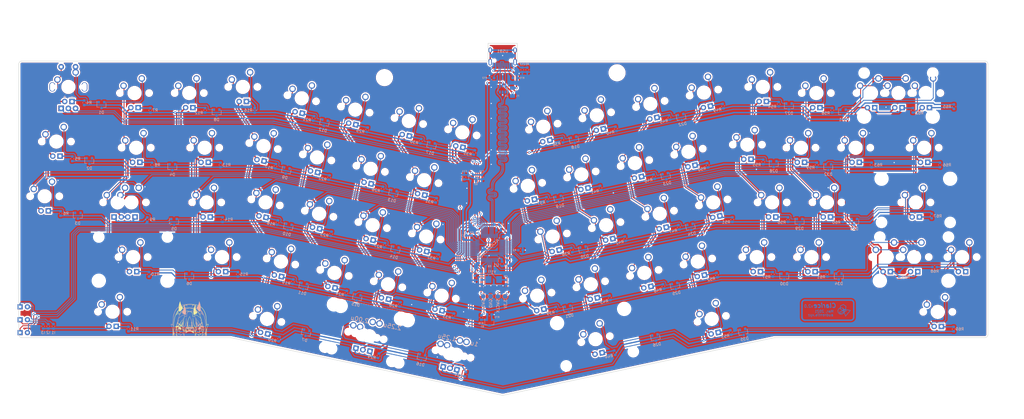
<source format=kicad_pcb>
(kicad_pcb (version 20171130) (host pcbnew "(5.1.4)-1")
  (layers (0 F.Cu signal) (31 B.Cu signal) (34 B.Paste user) (35 F.Paste user) (36 B.SilkS user) (37 F.SilkS user) (38 B.Mask user) (39 F.Mask user) (44 Edge.Cuts user))
  (net 0 "")
  (net 1 GND)
  (net 2 "Net-(U1-Pad10)")
  (net 3 "Net-(U1-Pad4)")
  (net 4 "Net-(U1-Pad2)")
  (net 5 VBAT)
  (net 6 "Net-(C8-Pad1)")
  (net 7 "Net-(C9-Pad1)")
  (net 8 SWCLK)
  (net 9 SWDIO)
  (net 10 D+)
  (net 11 D-)
  (net 12 +5V)
  (net 13 BOOT0)
  (net 14 NRST)
  (net 15 "Net-(D1-Pad2)")
  (net 16 "Net-(D1-Pad1)")
  (net 17 "Net-(D2-Pad2)")
  (net 18 "Net-(D2-Pad1)")
  (net 19 "Net-(D3-Pad2)")
  (net 20 "Net-(D3-Pad1)")
  (net 21 "Net-(D4-Pad2)")
  (net 22 "Net-(D4-Pad1)")
  (net 23 "Net-(D5-Pad2)")
  (net 24 "Net-(D5-Pad1)")
  (net 25 "Net-(D6-Pad2)")
  (net 26 "Net-(D6-Pad1)")
  (net 27 "Net-(D7-Pad2)")
  (net 28 "Net-(D7-Pad1)")
  (net 29 "Net-(D8-Pad2)")
  (net 30 "Net-(D8-Pad1)")
  (net 31 "Net-(D9-Pad2)")
  (net 32 "Net-(D9-Pad1)")
  (net 33 "Net-(D10-Pad2)")
  (net 34 "Net-(D10-Pad1)")
  (net 35 "Net-(D11-Pad2)")
  (net 36 "Net-(D11-Pad1)")
  (net 37 "Net-(D12-Pad2)")
  (net 38 "Net-(D12-Pad1)")
  (net 39 "Net-(D13-Pad2)")
  (net 40 "Net-(D13-Pad1)")
  (net 41 "Net-(D14-Pad2)")
  (net 42 "Net-(D14-Pad1)")
  (net 43 "Net-(D15-Pad2)")
  (net 44 "Net-(D15-Pad1)")
  (net 45 "Net-(D16-Pad2)")
  (net 46 "Net-(D16-Pad1)")
  (net 47 "Net-(D17-Pad2)")
  (net 48 "Net-(D17-Pad1)")
  (net 49 R0)
  (net 50 R1)
  (net 51 R2)
  (net 52 R3)
  (net 53 R4)
  (net 54 "Net-(D18-Pad2)")
  (net 55 "Net-(D18-Pad1)")
  (net 56 "Net-(D19-Pad2)")
  (net 57 "Net-(D19-Pad1)")
  (net 58 "Net-(D20-Pad2)")
  (net 59 "Net-(D20-Pad1)")
  (net 60 "Net-(D21-Pad2)")
  (net 61 "Net-(D21-Pad1)")
  (net 62 "Net-(D22-Pad2)")
  (net 63 "Net-(D22-Pad1)")
  (net 64 "Net-(D23-Pad2)")
  (net 65 "Net-(D23-Pad1)")
  (net 66 "Net-(D24-Pad2)")
  (net 67 "Net-(D24-Pad1)")
  (net 68 "Net-(D25-Pad2)")
  (net 69 "Net-(D25-Pad1)")
  (net 70 "Net-(D26-Pad2)")
  (net 71 "Net-(D26-Pad1)")
  (net 72 "Net-(D27-Pad2)")
  (net 73 "Net-(D27-Pad1)")
  (net 74 "Net-(D28-Pad2)")
  (net 75 "Net-(D28-Pad1)")
  (net 76 "Net-(D29-Pad2)")
  (net 77 "Net-(D29-Pad1)")
  (net 78 "Net-(D30-Pad2)")
  (net 79 "Net-(D30-Pad1)")
  (net 80 "Net-(D31-Pad2)")
  (net 81 "Net-(D31-Pad1)")
  (net 82 "Net-(D32-Pad2)")
  (net 83 "Net-(D32-Pad1)")
  (net 84 "Net-(D33-Pad2)")
  (net 85 "Net-(D33-Pad1)")
  (net 86 "Net-(D34-Pad2)")
  (net 87 "Net-(D34-Pad1)")
  (net 88 "Net-(D35-Pad2)")
  (net 89 "Net-(D35-Pad1)")
  (net 90 "Net-(MX1-Pad4)")
  (net 91 "Net-(MX2-Pad4)")
  (net 92 "Net-(MX3-Pad4)")
  (net 93 "Net-(MX4-Pad4)")
  (net 94 "Net-(MX5-Pad4)")
  (net 95 "Net-(MX6-Pad4)")
  (net 96 "Net-(MX7-Pad4)")
  (net 97 "Net-(MX8-Pad4)")
  (net 98 "Net-(MX9-Pad4)")
  (net 99 "Net-(MX10-Pad4)")
  (net 100 "Net-(MX11-Pad4)")
  (net 101 "Net-(MX12-Pad4)")
  (net 102 "Net-(MX13-Pad4)")
  (net 103 "Net-(MX14-Pad4)")
  (net 104 "Net-(MX15-Pad4)")
  (net 105 "Net-(MX16-Pad4)")
  (net 106 "Net-(MX17-Pad4)")
  (net 107 "Net-(MX18-Pad4)")
  (net 108 "Net-(MX19-Pad4)")
  (net 109 "Net-(MX20-Pad4)")
  (net 110 "Net-(MX21-Pad4)")
  (net 111 "Net-(MX22-Pad4)")
  (net 112 "Net-(MX23-Pad4)")
  (net 113 "Net-(MX24-Pad4)")
  (net 114 "Net-(MX25-Pad4)")
  (net 115 "Net-(MX26-Pad4)")
  (net 116 "Net-(MX27-Pad4)")
  (net 117 "Net-(MX28-Pad4)")
  (net 118 "Net-(MX29-Pad4)")
  (net 119 "Net-(MX30-Pad4)")
  (net 120 "Net-(MX31-Pad4)")
  (net 121 "Net-(MX32-Pad4)")
  (net 122 "Net-(MX33-Pad4)")
  (net 123 "Net-(MX34-Pad4)")
  (net 124 "Net-(MX35-Pad4)")
  (net 125 "Net-(MX36-Pad4)")
  (net 126 "Net-(MX37-Pad4)")
  (net 127 "Net-(MX38-Pad4)")
  (net 128 "Net-(MX39-Pad4)")
  (net 129 "Net-(MX40-Pad4)")
  (net 130 "Net-(MX41-Pad4)")
  (net 131 "Net-(MX42-Pad4)")
  (net 132 "Net-(MX43-Pad4)")
  (net 133 "Net-(MX44-Pad4)")
  (net 134 "Net-(MX45-Pad4)")
  (net 135 "Net-(MX46-Pad4)")
  (net 136 "Net-(MX47-Pad4)")
  (net 137 "Net-(MX48-Pad4)")
  (net 138 "Net-(MX49-Pad4)")
  (net 139 "Net-(MX50-Pad4)")
  (net 140 "Net-(MX51-Pad4)")
  (net 141 "Net-(MX52-Pad4)")
  (net 142 "Net-(MX53-Pad4)")
  (net 143 "Net-(MX54-Pad4)")
  (net 144 "Net-(MX55-Pad4)")
  (net 145 "Net-(MX56-Pad4)")
  (net 146 "Net-(MX57-Pad4)")
  (net 147 "Net-(MX58-Pad4)")
  (net 148 "Net-(MX59-Pad4)")
  (net 149 "Net-(MX60-Pad4)")
  (net 150 "Net-(MX61-Pad4)")
  (net 151 "Net-(MX62-Pad4)")
  (net 152 "Net-(MX63-Pad4)")
  (net 153 "Net-(MX64-Pad4)")
  (net 154 "Net-(MX59A2-Pad4)")
  (net 155 "Net-(MX62A2-Pad4)")
  (net 156 LED_GND)
  (net 157 C0)
  (net 158 C1)
  (net 159 C2)
  (net 160 C3)
  (net 161 C4)
  (net 162 C5)
  (net 163 C6)
  (net 164 C7)
  (net 165 C8)
  (net 166 C9)
  (net 167 C10)
  (net 168 C11)
  (net 169 C12)
  (net 170 C13)
  (net 171 C14)
  (net 172 C15)
  (net 173 "Net-(I1-Pad2)")
  (net 174 "Net-(I2-Pad2)")
  (net 175 "Net-(I3-Pad2)")
  (net 176 IND1)
  (net 177 IND2)
  (net 178 IND3)
  (net 179 "Net-(Q1-Pad1)")
  (net 180 LED_PWM)
  (net 181 VBUS)
  (net 182 "Net-(U3-Pad1)")
  (net 183 "Net-(U3-Pad3)")
  (net 184 "Net-(C12-Pad1)")
  (net 185 "Net-(R72-Pad2)")
  (net 186 "Net-(R73-Pad2)")
  (net 187 "Net-(USB1-Pad3)")
  (net 188 "Net-(USB1-Pad9)")
  (net 189 "Net-(U1-Pad11)")
  (net 190 EA)
  (net 191 EB)
  (module Graphics:02 (layer B.Cu) (at 41.91 80.264 180)
    (fp_text reference G3 hide)
    (fp_text value zero hide)
  )
  (module Graphics:02 (layer F.Cu) (at 42.545 80.264)
    (fp_text reference G2 hide)
    (fp_text value zero hide)
  )
  (module MX_Alps:MXOnly-1U (layer F.Cu) (at 135.013997 93.302005 348)
    (fp_text reference MX31)
    (fp_text value MX-NoLED)
    (pad 2 thru_hole circle (at 2.54 -5.08 348) (size 2.25 2.25) (drill 1.47) (layers *.Cu B.Mask) (net 163 C6))
    (pad "" np_thru_hole circle (at 0 0 348) (size 3.9878 3.9878) (drill 3.9878) (layers *.Cu *.Mask))
    (pad 1 thru_hole circle (at -3.81 -2.54 348) (size 2.25 2.25) (drill 1.47) (layers *.Cu B.Mask) (net 45 "Net-(D16-Pad2)"))
    (pad 3 thru_hole circle (at -1.27 5.08 348) (size 1.905 1.905) (drill 1.04) (layers *.Cu B.Mask) (net 12 +5V))
    (pad 4 thru_hole rect (at 1.27 5.08 348) (size 1.905 1.905) (drill 1.04) (layers *.Cu B.Mask) (net 120 "Net-(MX31-Pad4)"))
    (pad "" np_thru_hole circle (at -5.08 0 36.0996) (size 1.75 1.75) (drill 1.75) (layers *.Cu *.Mask))
    (pad "" np_thru_hole circle (at 5.08 0 36.0996) (size 1.75 1.75) (drill 1.75) (layers *.Cu *.Mask))
  )
  (module MX_Alps:MXOnly-1U (layer F.Cu) (at -4.160009 19.050002)
    (fp_text reference MX2)
    (fp_text value MX-NoLED)
    (pad 2 thru_hole circle (at 2.54 -5.08) (size 2.25 2.25) (drill 1.47) (layers *.Cu B.Mask) (net 18 "Net-(D2-Pad1)"))
    (pad "" np_thru_hole circle (at 0 0) (size 3.9878 3.9878) (drill 3.9878) (layers *.Cu *.Mask))
    (pad 1 thru_hole circle (at -3.81 -2.54) (size 2.25 2.25) (drill 1.47) (layers *.Cu B.Mask) (net 157 C0))
    (pad 3 thru_hole circle (at -1.27 5.08) (size 1.905 1.905) (drill 1.04) (layers *.Cu B.Mask) (net 12 +5V))
    (pad 4 thru_hole rect (at 1.27 5.08) (size 1.905 1.905) (drill 1.04) (layers *.Cu B.Mask) (net 91 "Net-(MX2-Pad4)"))
    (pad "" np_thru_hole circle (at -5.08 0 48.0996) (size 1.75 1.75) (drill 1.75) (layers *.Cu *.Mask))
    (pad "" np_thru_hole circle (at 5.08 0 48.0996) (size 1.75 1.75) (drill 1.75) (layers *.Cu *.Mask))
  )
  (module edits:RotaryEncoder_Alps_EC11E-Switch_Vertical_H20mm (layer F.Cu) (at 0 0 90)
    (fp_text reference SW1)
    (fp_text value Rotary_Encoder_Switch)
    (pad S1 thru_hole circle (at 7 2.5 90) (size 2 2) (drill 1) (layers *.Cu *.Mask) (net 16 "Net-(D1-Pad1)"))
    (pad S2 thru_hole circle (at 7 -2.5 90) (size 2 2) (drill 1) (layers *.Cu *.Mask) (net 157 C0))
    (pad MP thru_hole oval (at 0 5.6 90) (size 3.2 2) (drill oval 2.8 1.5) (layers *.Cu *.Mask))
    (pad MP thru_hole oval (at 0 -5.6 90) (size 3.2 2) (drill oval 2.8 1.5) (layers *.Cu *.Mask))
    (pad B thru_hole circle (at -7.5 2.5 90) (size 2 2) (drill 1) (layers *.Cu *.Mask) (net 191 EB))
    (pad C thru_hole circle (at -7.5 0 90) (size 2 2) (drill 1) (layers *.Cu *.Mask) (net 1 GND))
    (pad A thru_hole rect (at -7.5 -2.5 90) (size 2 2) (drill 1) (layers *.Cu *.Mask) (net 190 EA))
  )
  (module TestPoint:TestPoint_Pad_D1.5mm (layer B.Cu) (at 152 73)
    (fp_text reference J4)
    (fp_text value Conn_01x01_Female)
    (pad 1 smd circle (at 0 0) (size 1.5 1.5) (layers B.Cu B.Mask) (net 5 VBAT))
  )
  (module TestPoint:TestPoint_Pad_D1.5mm (layer B.Cu) (at 149.46 73)
    (fp_text reference J3)
    (fp_text value Conn_01x01_Female)
    (pad 1 smd circle (at 0 0) (size 1.5 1.5) (layers B.Cu B.Mask) (net 8 SWCLK))
  )
  (module TestPoint:TestPoint_Pad_D1.5mm (layer B.Cu) (at 146.92 73)
    (fp_text reference J2)
    (fp_text value Conn_01x01_Female)
    (pad 1 smd circle (at 0 0) (size 1.5 1.5) (layers B.Cu B.Mask) (net 1 GND))
  )
  (module TestPoint:TestPoint_Pad_D1.5mm (layer B.Cu) (at 144.38 73)
    (fp_text reference J1)
    (fp_text value Conn_01x01_Female)
    (pad 1 smd circle (at 0 0) (size 1.5 1.5) (layers B.Cu B.Mask) (net 9 SWDIO))
  )
  (module MX_Alps:MXOnly-1U (layer F.Cu) (at 129.882 72.732999 348)
    (fp_text reference MX30)
    (fp_text value MX-NoLED)
    (pad 2 thru_hole circle (at 2.54 -5.08 348) (size 2.25 2.25) (drill 1.47) (layers *.Cu B.Mask) (net 43 "Net-(D15-Pad2)"))
    (pad "" np_thru_hole circle (at 0 0 348) (size 3.9878 3.9878) (drill 3.9878) (layers *.Cu *.Mask))
    (pad 1 thru_hole circle (at -3.81 -2.54 348) (size 2.25 2.25) (drill 1.47) (layers *.Cu B.Mask) (net 163 C6))
    (pad 3 thru_hole circle (at -1.27 5.08 348) (size 1.905 1.905) (drill 1.04) (layers *.Cu B.Mask) (net 12 +5V))
    (pad 4 thru_hole rect (at 1.27 5.08 348) (size 1.905 1.905) (drill 1.04) (layers *.Cu B.Mask) (net 119 "Net-(MX30-Pad4)"))
    (pad "" np_thru_hole circle (at -5.08 0 36.0996) (size 1.75 1.75) (drill 1.75) (layers *.Cu *.Mask))
    (pad "" np_thru_hole circle (at 5.08 0 36.0996) (size 1.75 1.75) (drill 1.75) (layers *.Cu *.Mask))
  )
  (module Package_QFP:LQFP-48_7x7mm_P0.5mm (layer B.Cu) (at 146.530501 56.123006 90)
    (fp_text reference U1 (at -5.979994 2.313499 180) (layer B.SilkS) (effects (justify mirror)))
    (fp_text value STM32F103CBTx)
    (pad 1 smd roundrect (at -4.1625 2.75 90) (size 1.475 0.3) (layers B.Cu B.Paste B.Mask) (net 5 VBAT))
    (pad 2 smd roundrect (at -4.1625 2.25 90) (size 1.475 0.3) (layers B.Cu B.Paste B.Mask) (net 4 "Net-(U1-Pad2)"))
    (pad 3 smd roundrect (at -4.1625 1.75 90) (size 1.475 0.3) (layers B.Cu B.Paste B.Mask) (net 171 C14))
    (pad 4 smd roundrect (at -4.1625 1.25 90) (size 1.475 0.3) (layers B.Cu B.Paste B.Mask) (net 3 "Net-(U1-Pad4)"))
    (pad 5 smd roundrect (at -4.1625 0.75 90) (size 1.475 0.3) (layers B.Cu B.Paste B.Mask) (net 6 "Net-(C8-Pad1)"))
    (pad 6 smd roundrect (at -4.1625 0.25 90) (size 1.475 0.3) (layers B.Cu B.Paste B.Mask) (net 7 "Net-(C9-Pad1)"))
    (pad 7 smd roundrect (at -4.1625 -0.25 90) (size 1.475 0.3) (layers B.Cu B.Paste B.Mask) (net 14 NRST))
    (pad 8 smd roundrect (at -4.1625 -0.75 90) (size 1.475 0.3) (layers B.Cu B.Paste B.Mask) (net 1 GND))
    (pad 9 smd roundrect (at -4.1625 -1.25 90) (size 1.475 0.3) (layers B.Cu B.Paste B.Mask) (net 5 VBAT))
    (pad 10 smd roundrect (at -4.1625 -1.75 90) (size 1.475 0.3) (layers B.Cu B.Paste B.Mask) (net 2 "Net-(U1-Pad10)"))
    (pad 11 smd roundrect (at -4.1625 -2.25 90) (size 1.475 0.3) (layers B.Cu B.Paste B.Mask) (net 189 "Net-(U1-Pad11)"))
    (pad 12 smd roundrect (at -4.1625 -2.75 90) (size 1.475 0.3) (layers B.Cu B.Paste B.Mask) (net 53 R4))
    (pad 13 smd roundrect (at -2.75 -4.1625 90) (size 0.3 1.475) (layers B.Cu B.Paste B.Mask) (net 52 R3))
    (pad 14 smd roundrect (at -2.25 -4.1625 90) (size 0.3 1.475) (layers B.Cu B.Paste B.Mask) (net 163 C6))
    (pad 15 smd roundrect (at -1.75 -4.1625 90) (size 0.3 1.475) (layers B.Cu B.Paste B.Mask) (net 162 C5))
    (pad 16 smd roundrect (at -1.25 -4.1625 90) (size 0.3 1.475) (layers B.Cu B.Paste B.Mask) (net 161 C4))
    (pad 17 smd roundrect (at -0.75 -4.1625 90) (size 0.3 1.475) (layers B.Cu B.Paste B.Mask) (net 160 C3))
    (pad 18 smd roundrect (at -0.25 -4.1625 90) (size 0.3 1.475) (layers B.Cu B.Paste B.Mask) (net 159 C2))
    (pad 19 smd roundrect (at 0.25 -4.1625 90) (size 0.3 1.475) (layers B.Cu B.Paste B.Mask) (net 158 C1))
    (pad 20 smd roundrect (at 0.75 -4.1625 90) (size 0.3 1.475) (layers B.Cu B.Paste B.Mask) (net 157 C0))
    (pad 21 smd roundrect (at 1.25 -4.1625 90) (size 0.3 1.475) (layers B.Cu B.Paste B.Mask) (net 50 R1))
    (pad 22 smd roundrect (at 1.75 -4.1625 90) (size 0.3 1.475) (layers B.Cu B.Paste B.Mask) (net 164 C7))
    (pad 23 smd roundrect (at 2.25 -4.1625 90) (size 0.3 1.475) (layers B.Cu B.Paste B.Mask) (net 1 GND))
    (pad 24 smd roundrect (at 2.75 -4.1625 90) (size 0.3 1.475) (layers B.Cu B.Paste B.Mask) (net 5 VBAT))
    (pad 25 smd roundrect (at 4.1625 -2.75 90) (size 1.475 0.3) (layers B.Cu B.Paste B.Mask) (net 191 EB))
    (pad 26 smd roundrect (at 4.1625 -2.25 90) (size 1.475 0.3) (layers B.Cu B.Paste B.Mask) (net 178 IND3))
    (pad 27 smd roundrect (at 4.1625 -1.75 90) (size 1.475 0.3) (layers B.Cu B.Paste B.Mask) (net 177 IND2))
    (pad 28 smd roundrect (at 4.1625 -1.25 90) (size 1.475 0.3) (layers B.Cu B.Paste B.Mask) (net 176 IND1))
    (pad 29 smd roundrect (at 4.1625 -0.75 90) (size 1.475 0.3) (layers B.Cu B.Paste B.Mask) (net 190 EA))
    (pad 30 smd roundrect (at 4.1625 -0.25 90) (size 1.475 0.3) (layers B.Cu B.Paste B.Mask) (net 180 LED_PWM))
    (pad 31 smd roundrect (at 4.1625 0.25 90) (size 1.475 0.3) (layers B.Cu B.Paste B.Mask) (net 49 R0))
    (pad 32 smd roundrect (at 4.1625 0.75 90) (size 1.475 0.3) (layers B.Cu B.Paste B.Mask) (net 11 D-))
    (pad 33 smd roundrect (at 4.1625 1.25 90) (size 1.475 0.3) (layers B.Cu B.Paste B.Mask) (net 10 D+))
    (pad 34 smd roundrect (at 4.1625 1.75 90) (size 1.475 0.3) (layers B.Cu B.Paste B.Mask) (net 9 SWDIO))
    (pad 35 smd roundrect (at 4.1625 2.25 90) (size 1.475 0.3) (layers B.Cu B.Paste B.Mask) (net 1 GND))
    (pad 36 smd roundrect (at 4.1625 2.75 90) (size 1.475 0.3) (layers B.Cu B.Paste B.Mask) (net 5 VBAT))
    (pad 37 smd roundrect (at 2.75 4.1625 90) (size 0.3 1.475) (layers B.Cu B.Paste B.Mask) (net 8 SWCLK))
    (pad 38 smd roundrect (at 2.25 4.1625 90) (size 0.3 1.475) (layers B.Cu B.Paste B.Mask) (net 172 C15))
    (pad 39 smd roundrect (at 1.75 4.1625 90) (size 0.3 1.475) (layers B.Cu B.Paste B.Mask) (net 170 C13))
    (pad 40 smd roundrect (at 1.25 4.1625 90) (size 0.3 1.475) (layers B.Cu B.Paste B.Mask) (net 169 C12))
    (pad 41 smd roundrect (at 0.75 4.1625 90) (size 0.3 1.475) (layers B.Cu B.Paste B.Mask) (net 168 C11))
    (pad 42 smd roundrect (at 0.25 4.1625 90) (size 0.3 1.475) (layers B.Cu B.Paste B.Mask) (net 167 C10))
    (pad 43 smd roundrect (at -0.25 4.1625 90) (size 0.3 1.475) (layers B.Cu B.Paste B.Mask) (net 166 C9))
    (pad 44 smd roundrect (at -0.75 4.1625 90) (size 0.3 1.475) (layers B.Cu B.Paste B.Mask) (net 13 BOOT0))
    (pad 45 smd roundrect (at -1.25 4.1625 90) (size 0.3 1.475) (layers B.Cu B.Paste B.Mask) (net 165 C8))
    (pad 46 smd roundrect (at -1.75 4.1625 90) (size 0.3 1.475) (layers B.Cu B.Paste B.Mask) (net 51 R2))
    (pad 47 smd roundrect (at -2.25 4.1625 90) (size 0.3 1.475) (layers B.Cu B.Paste B.Mask) (net 1 GND))
    (pad 48 smd roundrect (at -2.75 4.1625 90) (size 0.3 1.475) (layers B.Cu B.Paste B.Mask) (net 5 VBAT))
  )
  (module Graphics:Clarice_logo (layer F.Cu) (at 264.313421 77.787499)
    (fp_text reference G1)
    (fp_text value LOGO)
    (fp_circle (center 4.625512 0.302936) (end 5.750512 0.302936) (layer B.Cu) (width 0.1875))
    (fp_line (start 7.837907 0.097822) (end 5.281873 -0.367678) (layer B.Cu) (width 0.1875))
    (fp_line (start 4.302719 1.213979) (end 4.064997 0.704181) (layer B.Cu) (width 0.1875))
    (fp_line (start 6.284709 -1.347875) (end 5.402197 -1.97481) (layer B.Cu) (width 0.1875))
    (fp_line (start 6.104189 -0.24671) (end 6.341912 0.263088) (layer B.Cu) (width 0.1875))
    (fp_line (start 6.156754 2.078662) (end 7.837907 0.097822) (layer B.Cu) (width 0.1875))
    (fp_line (start 6.341912 0.263088) (end 4.302719 1.213979) (layer B.Cu) (width 0.1875))
    (fp_line (start 5.402197 -1.97481) (end 4.418 -1.524) (layer B.Cu) (width 0.1875))
    (fp_line (start 5.281873 -0.367678) (end 6.156754 2.078662) (layer B.Cu) (width 0.1875))
    (fp_line (start 4.064997 0.704181) (end 6.104189 -0.24671) (layer B.Cu) (width 0.1875))
    (fp_line (start 6.183023 -0.270129) (end 6.284709 -1.347875) (layer B.Cu) (width 0.1875))
    (fp_line (start 5.198825 0.180681) (end 6.183023 -0.270129) (layer B.Cu) (width 0.1875))
    (fp_line (start 4.316314 -0.446255) (end 5.198825 0.180681) (layer B.Cu) (width 0.1875))
    (fp_line (start 4.418 -1.524) (end 4.316314 -0.446255) (layer B.Cu) (width 0.1875))
    (fp_text user audrentis.xyz (at -2.5 1.67094) (layer B.Cu) (effects (font (size 0.9 0.9) (thickness 0.14)) (justify mirror)))
    (fp_text user "Mar. 2021" (at -1.3 0.4) (layer B.Cu) (effects (font (size 0.85 0.85) (thickness 0.14)) (justify mirror)))
    (fp_text user v2.0 (at -6.7 -1.4) (layer B.Cu) (effects (justify mirror)))
    (fp_text user Clarice (at -1 -1.6) (layer B.Cu) (effects (font (size 1.5 1.5) (thickness 0.3) italic) (justify mirror)))
    (fp_line (start -9 -2.5) (end -9 2.5) (layer B.Cu) (width 0.5))
    (fp_line (start 9 -2.5) (end 9 2.5) (layer B.Cu) (width 0.5))
    (fp_line (start 8 3.5) (end -8 3.5) (layer B.Cu) (width 0.5))
    (fp_line (start -8 -3.5) (end 8 -3.5) (layer B.Cu) (width 0.5))
    (fp_arc (start 8 -2.5) (end 9 -2.5) (angle -90) (layer B.Cu) (width 0.5))
    (fp_arc (start 8 2.5) (end 8 3.5) (angle -90) (layer B.Cu) (width 0.5))
    (fp_arc (start -8 2.5) (end -9 2.5) (angle -90) (layer B.Cu) (width 0.5))
    (fp_arc (start -8 -2.5) (end -8 -3.5) (angle -90) (layer B.Cu) (width 0.5))
  )
  (module edits:HRO-TYPE-C-31-M-12-jlc (layer B.Cu) (at 151.139999 -15.418553)
    (fp_text reference USB1 (at -0.009999 2.997953) (layer B.SilkS) (effects (justify mirror)))
    (fp_text value HRO-TYPE-C-31-M-12)
    (pad 12 smd rect (at 3.225 7.695) (size 0.575 1.45) (layers B.Cu B.Paste B.Mask) (net 1 GND))
    (pad 1 smd rect (at -3.225 7.695) (size 0.575 1.45) (layers B.Cu B.Paste B.Mask) (net 1 GND))
    (pad 11 smd rect (at 2.45 7.695) (size 0.575 1.45) (layers B.Cu B.Paste B.Mask) (net 181 VBUS))
    (pad 2 smd rect (at -2.45 7.695) (size 0.575 1.45) (layers B.Cu B.Paste B.Mask) (net 181 VBUS))
    (pad 3 smd rect (at -1.75 7.695) (size 0.3 1.45) (layers B.Cu B.Paste B.Mask) (net 187 "Net-(USB1-Pad3)"))
    (pad 10 smd rect (at 1.75 7.695) (size 0.3 1.45) (layers B.Cu B.Paste B.Mask) (net 186 "Net-(R73-Pad2)"))
    (pad 4 smd rect (at -1.25 7.695) (size 0.3 1.45) (layers B.Cu B.Paste B.Mask) (net 185 "Net-(R72-Pad2)"))
    (pad 9 smd rect (at 1.25 7.695) (size 0.3 1.45) (layers B.Cu B.Paste B.Mask) (net 188 "Net-(USB1-Pad9)"))
    (pad 5 smd rect (at -0.75 7.695) (size 0.3 1.45) (layers B.Cu B.Paste B.Mask) (net 11 D-))
    (pad 8 smd rect (at 0.75 7.695) (size 0.3 1.45) (layers B.Cu B.Paste B.Mask) (net 10 D+))
    (pad 7 smd rect (at 0.25 7.695) (size 0.3 1.45) (layers B.Cu B.Paste B.Mask) (net 11 D-))
    (pad 6 smd rect (at -0.25 7.695) (size 0.3 1.45) (layers B.Cu B.Paste B.Mask) (net 10 D+))
    (pad "" np_thru_hole circle (at 2.89 6.25) (size 0.65 0.65) (drill 0.65) (layers *.Cu *.Mask))
    (pad "" np_thru_hole circle (at -2.89 6.25) (size 0.65 0.65) (drill 0.65) (layers *.Cu *.Mask))
    (pad 13 thru_hole oval (at -4.32 6.78) (size 1.2 2.3) (drill oval 0.6 1.7) (layers *.Cu *.Mask) (net 184 "Net-(C12-Pad1)"))
    (pad 13 thru_hole oval (at 4.32 6.78) (size 1.2 2.3) (drill oval 0.6 1.7) (layers *.Cu *.Mask) (net 184 "Net-(C12-Pad1)"))
    (pad 13 thru_hole oval (at -4.32 2.6) (size 1.2 1.8) (drill oval 0.6 1.2) (layers *.Cu *.Mask) (net 184 "Net-(C12-Pad1)"))
    (pad 13 thru_hole oval (at 4.32 2.6) (size 1.2 1.8) (drill oval 0.6 1.2) (layers *.Cu *.Mask) (net 184 "Net-(C12-Pad1)"))
  )
  (module Resistor_SMD:R_0603_1608Metric (layer B.Cu) (at 155.42838 -3.0988 180)
    (fp_text reference R73 (at -2.43262 -0.001559 180) (layer B.SilkS) (effects (font (size 0.6 0.6) (thickness 0.1)) (justify mirror)))
    (fp_text value 5.1k)
    (pad 2 smd roundrect (at 0.7875 0 180) (size 0.875 0.95) (layers B.Cu B.Paste B.Mask) (net 186 "Net-(R73-Pad2)"))
    (pad 1 smd roundrect (at -0.7875 0 180) (size 0.875 0.95) (layers B.Cu B.Paste B.Mask) (net 1 GND))
  )
  (module Resistor_SMD:R_0603_1608Metric (layer B.Cu) (at 147.352322 -3.0988)
    (fp_text reference R72 (at -2.445322 -0.0127) (layer B.SilkS) (effects (font (size 0.6 0.6) (thickness 0.1)) (justify mirror)))
    (fp_text value 5.1k)
    (pad 2 smd roundrect (at 0.7875 0) (size 0.875 0.95) (layers B.Cu B.Paste B.Mask) (net 185 "Net-(R72-Pad2)"))
    (pad 1 smd roundrect (at -0.7875 0) (size 0.875 0.95) (layers B.Cu B.Paste B.Mask) (net 1 GND))
  )
  (module LED_THT:LED_D3.0mm (layer F.Cu) (at -16.79 85.620007)
    (fp_text reference LED3)
    (fp_text value LED)
    (pad 1 thru_hole rect (at 0 0) (size 1.8 1.8) (drill 0.9) (layers *.Cu *.Mask) (net 178 IND3))
    (pad 2 thru_hole circle (at 2.54 0) (size 1.8 1.8) (drill 0.9) (layers *.Cu *.Mask) (net 175 "Net-(I3-Pad2)"))
  )
  (module LED_THT:LED_D3.0mm (layer F.Cu) (at -16.789995 81.120007)
    (fp_text reference LED2)
    (fp_text value LED)
    (pad 1 thru_hole rect (at 0 0) (size 1.8 1.8) (drill 0.9) (layers *.Cu *.Mask) (net 177 IND2))
    (pad 2 thru_hole circle (at 2.54 0) (size 1.8 1.8) (drill 0.9) (layers *.Cu *.Mask) (net 174 "Net-(I2-Pad2)"))
  )
  (module LED_THT:LED_D3.0mm (layer F.Cu) (at -16.790003 76.620007)
    (fp_text reference LED1)
    (fp_text value LED)
    (pad 1 thru_hole rect (at 0 0) (size 1.8 1.8) (drill 0.9) (layers *.Cu *.Mask) (net 176 IND1))
    (pad 2 thru_hole circle (at 2.54 0) (size 1.8 1.8) (drill 0.9) (layers *.Cu *.Mask) (net 173 "Net-(I1-Pad2)"))
  )
  (module Fuse:Fuse_1206_3216Metric (layer B.Cu) (at 154.559998 1.777999 90)
    (fp_text reference F1 (at -1.397 1.778 180) (layer B.SilkS) (effects (font (size 0.6 0.6) (thickness 0.1)) (justify mirror)))
    (fp_text value 500mA)
    (pad 1 smd roundrect (at -1.4 0 90) (size 1.25 1.75) (layers B.Cu B.Paste B.Mask) (roundrect_rratio 0.2) (net 12 +5V))
    (pad 2 smd roundrect (at 1.4 0 90) (size 1.25 1.75) (layers B.Cu B.Paste B.Mask) (roundrect_rratio 0.2) (net 181 VBUS))
  )
  (module Resistor_SMD:R_0603_1608Metric (layer B.Cu) (at 146.517544 79.317631 180)
    (fp_text reference R71 (at -2.656656 -0.920969 180) (layer B.SilkS) (effects (font (size 0.6 0.6) (thickness 0.1)) (justify mirror)))
    (fp_text value 10k)
    (pad 1 smd roundrect (at -0.7875 0 180) (size 0.875 0.95) (layers B.Cu B.Paste B.Mask) (net 1 GND))
    (pad 2 smd roundrect (at 0.7875 0 180) (size 0.875 0.95) (layers B.Cu B.Paste B.Mask) (net 179 "Net-(Q1-Pad1)"))
  )
  (module Resistor_SMD:R_0603_1608Metric (layer B.Cu) (at 143.730247 80.367631 90)
    (fp_text reference R70 (at -1.991869 -0.111947 180) (layer B.SilkS) (effects (font (size 0.6 0.6) (thickness 0.1)) (justify mirror)))
    (fp_text value 470)
    (pad 1 smd roundrect (at -0.7875 0 90) (size 0.875 0.95) (layers B.Cu B.Paste B.Mask) (net 179 "Net-(Q1-Pad1)"))
    (pad 2 smd roundrect (at 0.7875 0 90) (size 0.875 0.95) (layers B.Cu B.Paste B.Mask) (net 180 LED_PWM))
  )
  (module Package_TO_SOT_SMD:SOT-23 (layer B.Cu) (at 146.530247 82.117631 270)
    (fp_text reference Q1 (at 1.321369 2.448747 180) (layer B.SilkS) (effects (font (size 0.6 0.6) (thickness 0.1)) (justify mirror)))
    (fp_text value 2N7002)
    (pad 1 smd rect (at -1 0.95 270) (size 0.9 0.8) (layers B.Cu B.Paste B.Mask) (net 179 "Net-(Q1-Pad1)"))
    (pad 2 smd rect (at -1 -0.95 270) (size 0.9 0.8) (layers B.Cu B.Paste B.Mask) (net 1 GND))
    (pad 3 smd rect (at 1 0 270) (size 0.9 0.8) (layers B.Cu B.Paste B.Mask) (net 156 LED_GND))
  )
  (module Resistor_SMD:R_0603_1608Metric (layer B.Cu) (at -8.789997 83.419995 90)
    (fp_text reference I3 (at -2.143959 0.009985 180) (layer B.SilkS) (effects (justify mirror)))
    (fp_text value 470)
    (pad 1 smd roundrect (at -0.7875 0 90) (size 0.875 0.95) (layers B.Cu B.Paste B.Mask) (net 12 +5V))
    (pad 2 smd roundrect (at 0.7875 0 90) (size 0.875 0.95) (layers B.Cu B.Paste B.Mask) (net 175 "Net-(I3-Pad2)"))
  )
  (module Resistor_SMD:R_0603_1608Metric (layer B.Cu) (at -6.990004 83.420002 90)
    (fp_text reference I2 (at -2.143959 -0.012015 180) (layer B.SilkS) (effects (justify mirror)))
    (fp_text value 470)
    (pad 1 smd roundrect (at -0.7875 0 90) (size 0.875 0.95) (layers B.Cu B.Paste B.Mask) (net 12 +5V))
    (pad 2 smd roundrect (at 0.7875 0 90) (size 0.875 0.95) (layers B.Cu B.Paste B.Mask) (net 174 "Net-(I2-Pad2)"))
  )
  (module Resistor_SMD:R_0603_1608Metric (layer B.Cu) (at -5.190003 83.419998 90)
    (fp_text reference I1 (at -2.143959 -0.008615 180) (layer B.SilkS) (effects (justify mirror)))
    (fp_text value 470)
    (pad 1 smd roundrect (at -0.7875 0 90) (size 0.875 0.95) (layers B.Cu B.Paste B.Mask) (net 12 +5V))
    (pad 2 smd roundrect (at 0.7875 0 90) (size 0.875 0.95) (layers B.Cu B.Paste B.Mask) (net 173 "Net-(I1-Pad2)"))
  )
  (module MX_Alps:MXOnly-1.25U (layer F.Cu) (at 132.739 92.801008 348)
    (fp_text reference MX31A1)
    (fp_text value MX-NoLED)
    (pad 2 thru_hole circle (at 2.54 -5.08 348) (size 2.25 2.25) (drill 1.47) (layers *.Cu B.Mask) (net 163 C6))
    (pad "" np_thru_hole circle (at 0 0 348) (size 3.9878 3.9878) (drill 3.9878) (layers *.Cu *.Mask))
    (pad 1 thru_hole circle (at -3.81 -2.54 348) (size 2.25 2.25) (drill 1.47) (layers *.Cu B.Mask) (net 45 "Net-(D16-Pad2)"))
    (pad 3 thru_hole circle (at 1.27 5.08 348) (size 1.905 1.905) (drill 1.04) (layers *.Cu B.Mask) (net 12 +5V))
    (pad 4 thru_hole rect (at -1.27 5.08 348) (size 1.905 1.905) (drill 1.04) (layers *.Cu B.Mask) (net 120 "Net-(MX31-Pad4)"))
    (pad "" np_thru_hole circle (at -5.08 0 36.0996) (size 1.75 1.75) (drill 1.75) (layers *.Cu *.Mask))
    (pad "" np_thru_hole circle (at 5.08 0 36.0996) (size 1.75 1.75) (drill 1.75) (layers *.Cu *.Mask))
  )
  (module MX_Alps:MXOnly-2U-ReversedStabilizers (layer F.Cu) (at 102.361998 86.351004 348)
    (fp_text reference MX26A1)
    (fp_text value MX-NoLED)
    (pad 2 thru_hole circle (at 2.54 -5.08 348) (size 2.25 2.25) (drill 1.47) (layers *.Cu B.Mask) (net 162 C5))
    (pad "" np_thru_hole circle (at 0 0 348) (size 3.9878 3.9878) (drill 3.9878) (layers *.Cu *.Mask))
    (pad 1 thru_hole circle (at -3.81 -2.54 348) (size 2.25 2.25) (drill 1.47) (layers *.Cu B.Mask) (net 46 "Net-(D16-Pad1)"))
    (pad 3 thru_hole circle (at 1.27 5.08 348) (size 1.905 1.905) (drill 1.04) (layers *.Cu B.Mask) (net 12 +5V))
    (pad 4 thru_hole rect (at -1.27 5.08 348) (size 1.905 1.905) (drill 1.04) (layers *.Cu B.Mask) (net 115 "Net-(MX26-Pad4)"))
    (pad "" np_thru_hole circle (at -5.08 0 36.0996) (size 1.75 1.75) (drill 1.75) (layers *.Cu *.Mask))
    (pad "" np_thru_hole circle (at 5.08 0 36.0996) (size 1.75 1.75) (drill 1.75) (layers *.Cu *.Mask))
    (pad "" np_thru_hole circle (at -11.938 6.985 348) (size 3.048 3.048) (drill 3.048) (layers *.Cu *.Mask))
    (pad "" np_thru_hole circle (at 11.938 6.985 348) (size 3.048 3.048) (drill 3.048) (layers *.Cu *.Mask))
    (pad "" np_thru_hole circle (at -11.938 -8.255 348) (size 3.9878 3.9878) (drill 3.9878) (layers *.Cu *.Mask))
    (pad "" np_thru_hole circle (at 11.938 -8.255 348) (size 3.9878 3.9878) (drill 3.9878) (layers *.Cu *.Mask))
  )
  (module MX_Alps:MXOnly-1.25U (layer F.Cu) (at 17.168995 40.240003)
    (fp_text reference MX6A1)
    (fp_text value MX-NoLED)
    (pad 2 thru_hole circle (at 2.54 -5.08) (size 2.25 2.25) (drill 1.47) (layers *.Cu B.Mask) (net 24 "Net-(D5-Pad1)"))
    (pad "" np_thru_hole circle (at 0 0) (size 3.9878 3.9878) (drill 3.9878) (layers *.Cu *.Mask))
    (pad 1 thru_hole circle (at -3.81 -2.54) (size 2.25 2.25) (drill 1.47) (layers *.Cu B.Mask) (net 158 C1))
    (pad 3 thru_hole circle (at 1.27 5.08) (size 1.905 1.905) (drill 1.04) (layers *.Cu B.Mask) (net 12 +5V))
    (pad 4 thru_hole rect (at -1.27 5.08) (size 1.905 1.905) (drill 1.04) (layers *.Cu B.Mask) (net 95 "Net-(MX6-Pad4)"))
    (pad "" np_thru_hole circle (at -5.08 0 48.0996) (size 1.75 1.75) (drill 1.75) (layers *.Cu *.Mask))
    (pad "" np_thru_hole circle (at 5.08 0 48.0996) (size 1.75 1.75) (drill 1.75) (layers *.Cu *.Mask))
  )
  (module MX_Alps:MXOnly-1U (layer F.Cu) (at 311.010004 59.290007)
    (fp_text reference MX62A2)
    (fp_text value MX-NoLED)
    (pad 2 thru_hole circle (at 2.54 -5.08) (size 2.25 2.25) (drill 1.47) (layers *.Cu B.Mask) (net 86 "Net-(D34-Pad2)"))
    (pad "" np_thru_hole circle (at 0 0) (size 3.9878 3.9878) (drill 3.9878) (layers *.Cu *.Mask))
    (pad 1 thru_hole circle (at -3.81 -2.54) (size 2.25 2.25) (drill 1.47) (layers *.Cu B.Mask) (net 172 C15))
    (pad 3 thru_hole circle (at -1.27 5.08) (size 1.905 1.905) (drill 1.04) (layers *.Cu B.Mask) (net 12 +5V))
    (pad 4 thru_hole rect (at 1.27 5.08) (size 1.905 1.905) (drill 1.04) (layers *.Cu B.Mask) (net 155 "Net-(MX62A2-Pad4)"))
    (pad "" np_thru_hole circle (at -5.08 0 48.0996) (size 1.75 1.75) (drill 1.75) (layers *.Cu *.Mask))
    (pad "" np_thru_hole circle (at 5.08 0 48.0996) (size 1.75 1.75) (drill 1.75) (layers *.Cu *.Mask))
  )
  (module MX_Alps:MXOnly-1.75U (layer F.Cu) (at 284.815997 59.290005)
    (fp_text reference MX62A1)
    (fp_text value MX-NoLED)
    (pad 2 thru_hole circle (at 2.54 -5.08) (size 2.25 2.25) (drill 1.47) (layers *.Cu B.Mask) (net 87 "Net-(D34-Pad1)"))
    (pad "" np_thru_hole circle (at 0 0) (size 3.9878 3.9878) (drill 3.9878) (layers *.Cu *.Mask))
    (pad 1 thru_hole circle (at -3.81 -2.54) (size 2.25 2.25) (drill 1.47) (layers *.Cu B.Mask) (net 171 C14))
    (pad 3 thru_hole circle (at -1.27 5.08) (size 1.905 1.905) (drill 1.04) (layers *.Cu B.Mask) (net 12 +5V))
    (pad 4 thru_hole rect (at 1.27 5.08) (size 1.905 1.905) (drill 1.04) (layers *.Cu B.Mask) (net 151 "Net-(MX62-Pad4)"))
    (pad "" np_thru_hole circle (at -5.08 0 48.0996) (size 1.75 1.75) (drill 1.75) (layers *.Cu *.Mask))
    (pad "" np_thru_hole circle (at 5.08 0 48.0996) (size 1.75 1.75) (drill 1.75) (layers *.Cu *.Mask))
  )
  (module MX_Alps:MXOnly-1U (layer F.Cu) (at 298.400997 2.140004)
    (fp_text reference MX59A2)
    (fp_text value MX-NoLED)
    (pad 2 thru_hole circle (at 2.54 -5.08) (size 2.25 2.25) (drill 1.47) (layers *.Cu B.Mask) (net 80 "Net-(D31-Pad2)"))
    (pad "" np_thru_hole circle (at 0 0) (size 3.9878 3.9878) (drill 3.9878) (layers *.Cu *.Mask))
    (pad 1 thru_hole circle (at -3.81 -2.54) (size 2.25 2.25) (drill 1.47) (layers *.Cu B.Mask) (net 172 C15))
    (pad 3 thru_hole circle (at -1.27 5.08) (size 1.905 1.905) (drill 1.04) (layers *.Cu B.Mask) (net 12 +5V))
    (pad 4 thru_hole rect (at 1.27 5.08) (size 1.905 1.905) (drill 1.04) (layers *.Cu B.Mask) (net 154 "Net-(MX59A2-Pad4)"))
    (pad "" np_thru_hole circle (at -5.08 0 48.0996) (size 1.75 1.75) (drill 1.75) (layers *.Cu *.Mask))
    (pad "" np_thru_hole circle (at 5.08 0 48.0996) (size 1.75 1.75) (drill 1.75) (layers *.Cu *.Mask))
  )
  (module MX_Alps:MXOnly-1U (layer F.Cu) (at 279.351 2.140003)
    (fp_text reference MX59A1)
    (fp_text value MX-NoLED)
    (pad 2 thru_hole circle (at 2.54 -5.08) (size 2.25 2.25) (drill 1.47) (layers *.Cu B.Mask) (net 81 "Net-(D31-Pad1)"))
    (pad "" np_thru_hole circle (at 0 0) (size 3.9878 3.9878) (drill 3.9878) (layers *.Cu *.Mask))
    (pad 1 thru_hole circle (at -3.81 -2.54) (size 2.25 2.25) (drill 1.47) (layers *.Cu B.Mask) (net 171 C14))
    (pad 3 thru_hole circle (at -1.27 5.08) (size 1.905 1.905) (drill 1.04) (layers *.Cu B.Mask) (net 12 +5V))
    (pad 4 thru_hole rect (at 1.27 5.08) (size 1.905 1.905) (drill 1.04) (layers *.Cu B.Mask) (net 148 "Net-(MX59-Pad4)"))
    (pad "" np_thru_hole circle (at -5.08 0 48.0996) (size 1.75 1.75) (drill 1.75) (layers *.Cu *.Mask))
    (pad "" np_thru_hole circle (at 5.08 0 48.0996) (size 1.75 1.75) (drill 1.75) (layers *.Cu *.Mask))
  )
  (module MX_Alps:MXOnly-1.5U (layer F.Cu) (at 302.566998 78.388006)
    (fp_text reference MX64)
    (fp_text value MX-NoLED)
    (pad 2 thru_hole circle (at 2.54 -5.08) (size 2.25 2.25) (drill 1.47) (layers *.Cu B.Mask) (net 88 "Net-(D35-Pad2)"))
    (pad "" np_thru_hole circle (at 0 0) (size 3.9878 3.9878) (drill 3.9878) (layers *.Cu *.Mask))
    (pad 1 thru_hole circle (at -3.81 -2.54) (size 2.25 2.25) (drill 1.47) (layers *.Cu B.Mask) (net 172 C15))
    (pad 3 thru_hole circle (at -1.27 5.08) (size 1.905 1.905) (drill 1.04) (layers *.Cu B.Mask) (net 12 +5V))
    (pad 4 thru_hole rect (at 1.27 5.08) (size 1.905 1.905) (drill 1.04) (layers *.Cu B.Mask) (net 153 "Net-(MX64-Pad4)"))
    (pad "" np_thru_hole circle (at -5.08 0 48.0996) (size 1.75 1.75) (drill 1.75) (layers *.Cu *.Mask))
    (pad "" np_thru_hole circle (at 5.08 0 48.0996) (size 1.75 1.75) (drill 1.75) (layers *.Cu *.Mask))
  )
  (module MX_Alps:MXOnly-1.5U (layer F.Cu) (at 297.811001 21.19)
    (fp_text reference MX63)
    (fp_text value MX-NoLED)
    (pad 2 thru_hole circle (at 2.54 -5.08) (size 2.25 2.25) (drill 1.47) (layers *.Cu B.Mask) (net 82 "Net-(D32-Pad2)"))
    (pad "" np_thru_hole circle (at 0 0) (size 3.9878 3.9878) (drill 3.9878) (layers *.Cu *.Mask))
    (pad 1 thru_hole circle (at -3.81 -2.54) (size 2.25 2.25) (drill 1.47) (layers *.Cu B.Mask) (net 172 C15))
    (pad 3 thru_hole circle (at -1.27 5.08) (size 1.905 1.905) (drill 1.04) (layers *.Cu B.Mask) (net 12 +5V))
    (pad 4 thru_hole rect (at 1.27 5.08) (size 1.905 1.905) (drill 1.04) (layers *.Cu B.Mask) (net 152 "Net-(MX63-Pad4)"))
    (pad "" np_thru_hole circle (at -5.08 0 48.0996) (size 1.75 1.75) (drill 1.75) (layers *.Cu *.Mask))
    (pad "" np_thru_hole circle (at 5.08 0 48.0996) (size 1.75 1.75) (drill 1.75) (layers *.Cu *.Mask))
  )
  (module MX_Alps:MXOnly-2.75U (layer F.Cu) (at 294.340995 59.29)
    (fp_text reference MX62)
    (fp_text value MX-NoLED)
    (pad 2 thru_hole circle (at 2.54 -5.08) (size 2.25 2.25) (drill 1.47) (layers *.Cu B.Mask) (net 87 "Net-(D34-Pad1)"))
    (pad "" np_thru_hole circle (at 0 0) (size 3.9878 3.9878) (drill 3.9878) (layers *.Cu *.Mask))
    (pad 1 thru_hole circle (at -3.81 -2.54) (size 2.25 2.25) (drill 1.47) (layers *.Cu B.Mask) (net 171 C14))
    (pad 3 thru_hole circle (at -1.27 5.08) (size 1.905 1.905) (drill 1.04) (layers *.Cu B.Mask) (net 12 +5V))
    (pad 4 thru_hole rect (at 1.27 5.08) (size 1.905 1.905) (drill 1.04) (layers *.Cu B.Mask) (net 151 "Net-(MX62-Pad4)"))
    (pad "" np_thru_hole circle (at -5.08 0 48.0996) (size 1.75 1.75) (drill 1.75) (layers *.Cu *.Mask))
    (pad "" np_thru_hole circle (at 5.08 0 48.0996) (size 1.75 1.75) (drill 1.75) (layers *.Cu *.Mask))
    (pad "" np_thru_hole circle (at -11.938 -6.985) (size 3.048 3.048) (drill 3.048) (layers *.Cu *.Mask))
    (pad "" np_thru_hole circle (at 11.938 -6.985) (size 3.048 3.048) (drill 3.048) (layers *.Cu *.Mask))
    (pad "" np_thru_hole circle (at -11.938 8.255) (size 3.9878 3.9878) (drill 3.9878) (layers *.Cu *.Mask))
    (pad "" np_thru_hole circle (at 11.938 8.255) (size 3.9878 3.9878) (drill 3.9878) (layers *.Cu *.Mask))
  )
  (module MX_Alps:MXOnly-2.25U-ReversedStabilizers (layer F.Cu) (at 294.930991 40.240003)
    (fp_text reference MX61)
    (fp_text value MX-NoLED)
    (pad 2 thru_hole circle (at 2.54 -5.08) (size 2.25 2.25) (drill 1.47) (layers *.Cu B.Mask) (net 84 "Net-(D33-Pad2)"))
    (pad "" np_thru_hole circle (at 0 0) (size 3.9878 3.9878) (drill 3.9878) (layers *.Cu *.Mask))
    (pad 1 thru_hole circle (at -3.81 -2.54) (size 2.25 2.25) (drill 1.47) (layers *.Cu B.Mask) (net 172 C15))
    (pad 3 thru_hole circle (at -1.27 5.08) (size 1.905 1.905) (drill 1.04) (layers *.Cu B.Mask) (net 12 +5V))
    (pad 4 thru_hole rect (at 1.27 5.08) (size 1.905 1.905) (drill 1.04) (layers *.Cu B.Mask) (net 150 "Net-(MX61-Pad4)"))
    (pad "" np_thru_hole circle (at -5.08 0 48.0996) (size 1.75 1.75) (drill 1.75) (layers *.Cu *.Mask))
    (pad "" np_thru_hole circle (at 5.08 0 48.0996) (size 1.75 1.75) (drill 1.75) (layers *.Cu *.Mask))
    (pad "" np_thru_hole circle (at -11.938 6.985) (size 3.048 3.048) (drill 3.048) (layers *.Cu *.Mask))
    (pad "" np_thru_hole circle (at 11.938 6.985) (size 3.048 3.048) (drill 3.048) (layers *.Cu *.Mask))
    (pad "" np_thru_hole circle (at -11.938 -8.255) (size 3.9878 3.9878) (drill 3.9878) (layers *.Cu *.Mask))
    (pad "" np_thru_hole circle (at 11.938 -8.255) (size 3.9878 3.9878) (drill 3.9878) (layers *.Cu *.Mask))
  )
  (module MX_Alps:MXOnly-1U (layer F.Cu) (at 273.991 21.19001)
    (fp_text reference MX60)
    (fp_text value MX-NoLED)
    (pad 2 thru_hole circle (at 2.54 -5.08) (size 2.25 2.25) (drill 1.47) (layers *.Cu B.Mask) (net 83 "Net-(D32-Pad1)"))
    (pad "" np_thru_hole circle (at 0 0) (size 3.9878 3.9878) (drill 3.9878) (layers *.Cu *.Mask))
    (pad 1 thru_hole circle (at -3.81 -2.54) (size 2.25 2.25) (drill 1.47) (layers *.Cu B.Mask) (net 171 C14))
    (pad 3 thru_hole circle (at -1.27 5.08) (size 1.905 1.905) (drill 1.04) (layers *.Cu B.Mask) (net 12 +5V))
    (pad 4 thru_hole rect (at 1.27 5.08) (size 1.905 1.905) (drill 1.04) (layers *.Cu B.Mask) (net 149 "Net-(MX60-Pad4)"))
    (pad "" np_thru_hole circle (at -5.08 0 48.0996) (size 1.75 1.75) (drill 1.75) (layers *.Cu *.Mask))
    (pad "" np_thru_hole circle (at 5.08 0 48.0996) (size 1.75 1.75) (drill 1.75) (layers *.Cu *.Mask))
  )
  (module MX_Alps:MXOnly-2U (layer F.Cu) (at 288.876005 2.137178)
    (fp_text reference MX59)
    (fp_text value MX-NoLED)
    (pad 2 thru_hole circle (at 2.54 -5.08) (size 2.25 2.25) (drill 1.47) (layers *.Cu B.Mask) (net 81 "Net-(D31-Pad1)"))
    (pad "" np_thru_hole circle (at 0 0) (size 3.9878 3.9878) (drill 3.9878) (layers *.Cu *.Mask))
    (pad 1 thru_hole circle (at -3.81 -2.54) (size 2.25 2.25) (drill 1.47) (layers *.Cu B.Mask) (net 171 C14))
    (pad 3 thru_hole circle (at -1.27 5.08) (size 1.905 1.905) (drill 1.04) (layers *.Cu B.Mask) (net 12 +5V))
    (pad 4 thru_hole rect (at 1.27 5.08) (size 1.905 1.905) (drill 1.04) (layers *.Cu B.Mask) (net 148 "Net-(MX59-Pad4)"))
    (pad "" np_thru_hole circle (at -5.08 0 48.0996) (size 1.75 1.75) (drill 1.75) (layers *.Cu *.Mask))
    (pad "" np_thru_hole circle (at 5.08 0 48.0996) (size 1.75 1.75) (drill 1.75) (layers *.Cu *.Mask))
    (pad "" np_thru_hole circle (at -11.938 -6.985) (size 3.048 3.048) (drill 3.048) (layers *.Cu *.Mask))
    (pad "" np_thru_hole circle (at 11.938 -6.985) (size 3.048 3.048) (drill 3.048) (layers *.Cu *.Mask))
    (pad "" np_thru_hole circle (at -11.938 8.255) (size 3.9878 3.9878) (drill 3.9878) (layers *.Cu *.Mask))
    (pad "" np_thru_hole circle (at 11.938 8.255) (size 3.9878 3.9878) (drill 3.9878) (layers *.Cu *.Mask))
  )
  (module MX_Alps:MXOnly-1U (layer F.Cu) (at 258.621 59.290009)
    (fp_text reference MX58)
    (fp_text value MX-NoLED)
    (pad 2 thru_hole circle (at 2.54 -5.08) (size 2.25 2.25) (drill 1.47) (layers *.Cu B.Mask) (net 78 "Net-(D30-Pad2)"))
    (pad "" np_thru_hole circle (at 0 0) (size 3.9878 3.9878) (drill 3.9878) (layers *.Cu *.Mask))
    (pad 1 thru_hole circle (at -3.81 -2.54) (size 2.25 2.25) (drill 1.47) (layers *.Cu B.Mask) (net 170 C13))
    (pad 3 thru_hole circle (at -1.27 5.08) (size 1.905 1.905) (drill 1.04) (layers *.Cu B.Mask) (net 12 +5V))
    (pad 4 thru_hole rect (at 1.27 5.08) (size 1.905 1.905) (drill 1.04) (layers *.Cu B.Mask) (net 147 "Net-(MX58-Pad4)"))
    (pad "" np_thru_hole circle (at -5.08 0 48.0996) (size 1.75 1.75) (drill 1.75) (layers *.Cu *.Mask))
    (pad "" np_thru_hole circle (at 5.08 0 48.0996) (size 1.75 1.75) (drill 1.75) (layers *.Cu *.Mask))
  )
  (module MX_Alps:MXOnly-1U (layer F.Cu) (at 263.980999 40.240004)
    (fp_text reference MX57)
    (fp_text value MX-NoLED)
    (pad 2 thru_hole circle (at 2.54 -5.08) (size 2.25 2.25) (drill 1.47) (layers *.Cu B.Mask) (net 76 "Net-(D29-Pad2)"))
    (pad "" np_thru_hole circle (at 0 0) (size 3.9878 3.9878) (drill 3.9878) (layers *.Cu *.Mask))
    (pad 1 thru_hole circle (at -3.81 -2.54) (size 2.25 2.25) (drill 1.47) (layers *.Cu B.Mask) (net 170 C13))
    (pad 3 thru_hole circle (at -1.27 5.08) (size 1.905 1.905) (drill 1.04) (layers *.Cu B.Mask) (net 12 +5V))
    (pad 4 thru_hole rect (at 1.27 5.08) (size 1.905 1.905) (drill 1.04) (layers *.Cu B.Mask) (net 146 "Net-(MX57-Pad4)"))
    (pad "" np_thru_hole circle (at -5.08 0 48.0996) (size 1.75 1.75) (drill 1.75) (layers *.Cu *.Mask))
    (pad "" np_thru_hole circle (at 5.08 0 48.0996) (size 1.75 1.75) (drill 1.75) (layers *.Cu *.Mask))
  )
  (module MX_Alps:MXOnly-1U (layer F.Cu) (at 254.941008 21.190003)
    (fp_text reference MX56)
    (fp_text value MX-NoLED)
    (pad 2 thru_hole circle (at 2.54 -5.08) (size 2.25 2.25) (drill 1.47) (layers *.Cu B.Mask) (net 74 "Net-(D28-Pad2)"))
    (pad "" np_thru_hole circle (at 0 0) (size 3.9878 3.9878) (drill 3.9878) (layers *.Cu *.Mask))
    (pad 1 thru_hole circle (at -3.81 -2.54) (size 2.25 2.25) (drill 1.47) (layers *.Cu B.Mask) (net 170 C13))
    (pad 3 thru_hole circle (at -1.27 5.08) (size 1.905 1.905) (drill 1.04) (layers *.Cu B.Mask) (net 12 +5V))
    (pad 4 thru_hole rect (at 1.27 5.08) (size 1.905 1.905) (drill 1.04) (layers *.Cu B.Mask) (net 145 "Net-(MX56-Pad4)"))
    (pad "" np_thru_hole circle (at -5.08 0 48.0996) (size 1.75 1.75) (drill 1.75) (layers *.Cu *.Mask))
    (pad "" np_thru_hole circle (at 5.08 0 48.0996) (size 1.75 1.75) (drill 1.75) (layers *.Cu *.Mask))
  )
  (module MX_Alps:MXOnly-1U (layer F.Cu) (at 260.301001 2.140005)
    (fp_text reference MX55)
    (fp_text value MX-NoLED)
    (pad 2 thru_hole circle (at 2.54 -5.08) (size 2.25 2.25) (drill 1.47) (layers *.Cu B.Mask) (net 72 "Net-(D27-Pad2)"))
    (pad "" np_thru_hole circle (at 0 0) (size 3.9878 3.9878) (drill 3.9878) (layers *.Cu *.Mask))
    (pad 1 thru_hole circle (at -3.81 -2.54) (size 2.25 2.25) (drill 1.47) (layers *.Cu B.Mask) (net 170 C13))
    (pad 3 thru_hole circle (at -1.27 5.08) (size 1.905 1.905) (drill 1.04) (layers *.Cu B.Mask) (net 12 +5V))
    (pad 4 thru_hole rect (at 1.27 5.08) (size 1.905 1.905) (drill 1.04) (layers *.Cu B.Mask) (net 144 "Net-(MX55-Pad4)"))
    (pad "" np_thru_hole circle (at -5.08 0 48.0996) (size 1.75 1.75) (drill 1.75) (layers *.Cu *.Mask))
    (pad "" np_thru_hole circle (at 5.08 0 48.0996) (size 1.75 1.75) (drill 1.75) (layers *.Cu *.Mask))
  )
  (module MX_Alps:MXOnly-1U (layer F.Cu) (at 239.603 59.290002)
    (fp_text reference MX54)
    (fp_text value MX-NoLED)
    (pad 2 thru_hole circle (at 2.54 -5.08) (size 2.25 2.25) (drill 1.47) (layers *.Cu B.Mask) (net 79 "Net-(D30-Pad1)"))
    (pad "" np_thru_hole circle (at 0 0) (size 3.9878 3.9878) (drill 3.9878) (layers *.Cu *.Mask))
    (pad 1 thru_hole circle (at -3.81 -2.54) (size 2.25 2.25) (drill 1.47) (layers *.Cu B.Mask) (net 169 C12))
    (pad 3 thru_hole circle (at -1.27 5.08) (size 1.905 1.905) (drill 1.04) (layers *.Cu B.Mask) (net 12 +5V))
    (pad 4 thru_hole rect (at 1.27 5.08) (size 1.905 1.905) (drill 1.04) (layers *.Cu B.Mask) (net 143 "Net-(MX54-Pad4)"))
    (pad "" np_thru_hole circle (at -5.08 0 48.0996) (size 1.75 1.75) (drill 1.75) (layers *.Cu *.Mask))
    (pad "" np_thru_hole circle (at 5.08 0 48.0996) (size 1.75 1.75) (drill 1.75) (layers *.Cu *.Mask))
  )
  (module MX_Alps:MXOnly-1U (layer F.Cu) (at 244.930997 40.239999)
    (fp_text reference MX53)
    (fp_text value MX-NoLED)
    (pad 2 thru_hole circle (at 2.54 -5.08) (size 2.25 2.25) (drill 1.47) (layers *.Cu B.Mask) (net 77 "Net-(D29-Pad1)"))
    (pad "" np_thru_hole circle (at 0 0) (size 3.9878 3.9878) (drill 3.9878) (layers *.Cu *.Mask))
    (pad 1 thru_hole circle (at -3.81 -2.54) (size 2.25 2.25) (drill 1.47) (layers *.Cu B.Mask) (net 169 C12))
    (pad 3 thru_hole circle (at -1.27 5.08) (size 1.905 1.905) (drill 1.04) (layers *.Cu B.Mask) (net 12 +5V))
    (pad 4 thru_hole rect (at 1.27 5.08) (size 1.905 1.905) (drill 1.04) (layers *.Cu B.Mask) (net 142 "Net-(MX53-Pad4)"))
    (pad "" np_thru_hole circle (at -5.08 0 48.0996) (size 1.75 1.75) (drill 1.75) (layers *.Cu *.Mask))
    (pad "" np_thru_hole circle (at 5.08 0 48.0996) (size 1.75 1.75) (drill 1.75) (layers *.Cu *.Mask))
  )
  (module MX_Alps:MXOnly-1U (layer F.Cu) (at 236.311 20.13001)
    (fp_text reference MX52)
    (fp_text value MX-NoLED)
    (pad 2 thru_hole circle (at 2.54 -5.08) (size 2.25 2.25) (drill 1.47) (layers *.Cu B.Mask) (net 75 "Net-(D28-Pad1)"))
    (pad "" np_thru_hole circle (at 0 0) (size 3.9878 3.9878) (drill 3.9878) (layers *.Cu *.Mask))
    (pad 1 thru_hole circle (at -3.81 -2.54) (size 2.25 2.25) (drill 1.47) (layers *.Cu B.Mask) (net 169 C12))
    (pad 3 thru_hole circle (at -1.27 5.08) (size 1.905 1.905) (drill 1.04) (layers *.Cu B.Mask) (net 12 +5V))
    (pad 4 thru_hole rect (at 1.27 5.08) (size 1.905 1.905) (drill 1.04) (layers *.Cu B.Mask) (net 141 "Net-(MX52-Pad4)"))
    (pad "" np_thru_hole circle (at -5.08 0 48.0996) (size 1.75 1.75) (drill 1.75) (layers *.Cu *.Mask))
    (pad "" np_thru_hole circle (at 5.08 0 48.0996) (size 1.75 1.75) (drill 1.75) (layers *.Cu *.Mask))
  )
  (module MX_Alps:MXOnly-1U (layer F.Cu) (at 241.670995 0.000001)
    (fp_text reference MX51)
    (fp_text value MX-NoLED)
    (pad 2 thru_hole circle (at 2.54 -5.08) (size 2.25 2.25) (drill 1.47) (layers *.Cu B.Mask) (net 73 "Net-(D27-Pad1)"))
    (pad "" np_thru_hole circle (at 0 0) (size 3.9878 3.9878) (drill 3.9878) (layers *.Cu *.Mask))
    (pad 1 thru_hole circle (at -3.81 -2.54) (size 2.25 2.25) (drill 1.47) (layers *.Cu B.Mask) (net 169 C12))
    (pad 3 thru_hole circle (at -1.27 5.08) (size 1.905 1.905) (drill 1.04) (layers *.Cu B.Mask) (net 12 +5V))
    (pad 4 thru_hole rect (at 1.27 5.08) (size 1.905 1.905) (drill 1.04) (layers *.Cu B.Mask) (net 140 "Net-(MX51-Pad4)"))
    (pad "" np_thru_hole circle (at -5.08 0 48.0996) (size 1.75 1.75) (drill 1.75) (layers *.Cu *.Mask))
    (pad "" np_thru_hole circle (at 5.08 0 48.0996) (size 1.75 1.75) (drill 1.75) (layers *.Cu *.Mask))
  )
  (module MX_Alps:MXOnly-1.5U (layer F.Cu) (at 223.881 80.840003 12)
    (fp_text reference MX50)
    (fp_text value MX-NoLED)
    (pad 2 thru_hole circle (at 2.54 -5.08 12) (size 2.25 2.25) (drill 1.47) (layers *.Cu B.Mask) (net 70 "Net-(D26-Pad2)"))
    (pad "" np_thru_hole circle (at 0 0 12) (size 3.9878 3.9878) (drill 3.9878) (layers *.Cu *.Mask))
    (pad 1 thru_hole circle (at -3.81 -2.54 12) (size 2.25 2.25) (drill 1.47) (layers *.Cu B.Mask) (net 168 C11))
    (pad 3 thru_hole circle (at -1.27 5.08 12) (size 1.905 1.905) (drill 1.04) (layers *.Cu B.Mask) (net 12 +5V))
    (pad 4 thru_hole rect (at 1.27 5.08 12) (size 1.905 1.905) (drill 1.04) (layers *.Cu B.Mask) (net 139 "Net-(MX50-Pad4)"))
    (pad "" np_thru_hole circle (at -5.08 0 60.0996) (size 1.75 1.75) (drill 1.75) (layers *.Cu *.Mask))
    (pad "" np_thru_hole circle (at 5.08 0 60.0996) (size 1.75 1.75) (drill 1.75) (layers *.Cu *.Mask))
  )
  (module MX_Alps:MXOnly-1U (layer F.Cu) (at 219.070997 60.850006 12)
    (fp_text reference MX49)
    (fp_text value MX-NoLED)
    (pad 2 thru_hole circle (at 2.54 -5.08 12) (size 2.25 2.25) (drill 1.47) (layers *.Cu B.Mask) (net 68 "Net-(D25-Pad2)"))
    (pad "" np_thru_hole circle (at 0 0 12) (size 3.9878 3.9878) (drill 3.9878) (layers *.Cu *.Mask))
    (pad 1 thru_hole circle (at -3.81 -2.54 12) (size 2.25 2.25) (drill 1.47) (layers *.Cu B.Mask) (net 168 C11))
    (pad 3 thru_hole circle (at -1.27 5.08 12) (size 1.905 1.905) (drill 1.04) (layers *.Cu B.Mask) (net 12 +5V))
    (pad 4 thru_hole rect (at 1.27 5.08 12) (size 1.905 1.905) (drill 1.04) (layers *.Cu B.Mask) (net 138 "Net-(MX49-Pad4)"))
    (pad "" np_thru_hole circle (at -5.08 0 60.0996) (size 1.75 1.75) (drill 1.75) (layers *.Cu *.Mask))
    (pad "" np_thru_hole circle (at 5.08 0 60.0996) (size 1.75 1.75) (drill 1.75) (layers *.Cu *.Mask))
  )
  (module MX_Alps:MXOnly-1U (layer F.Cu) (at 224.431001 40.240005 12)
    (fp_text reference MX48)
    (fp_text value MX-NoLED)
    (pad 2 thru_hole circle (at 2.54 -5.08 12) (size 2.25 2.25) (drill 1.47) (layers *.Cu B.Mask) (net 66 "Net-(D24-Pad2)"))
    (pad "" np_thru_hole circle (at 0 0 12) (size 3.9878 3.9878) (drill 3.9878) (layers *.Cu *.Mask))
    (pad 1 thru_hole circle (at -3.81 -2.54 12) (size 2.25 2.25) (drill 1.47) (layers *.Cu B.Mask) (net 168 C11))
    (pad 3 thru_hole circle (at -1.27 5.08 12) (size 1.905 1.905) (drill 1.04) (layers *.Cu B.Mask) (net 12 +5V))
    (pad 4 thru_hole rect (at 1.27 5.08 12) (size 1.905 1.905) (drill 1.04) (layers *.Cu B.Mask) (net 137 "Net-(MX48-Pad4)"))
    (pad "" np_thru_hole circle (at -5.08 0 60.0996) (size 1.75 1.75) (drill 1.75) (layers *.Cu *.Mask))
    (pad "" np_thru_hole circle (at 5.08 0 60.0996) (size 1.75 1.75) (drill 1.75) (layers *.Cu *.Mask))
  )
  (module MX_Alps:MXOnly-1U (layer F.Cu) (at 215.810996 22.590006 12)
    (fp_text reference MX47)
    (fp_text value MX-NoLED)
    (pad 2 thru_hole circle (at 2.54 -5.08 12) (size 2.25 2.25) (drill 1.47) (layers *.Cu B.Mask) (net 64 "Net-(D23-Pad2)"))
    (pad "" np_thru_hole circle (at 0 0 12) (size 3.9878 3.9878) (drill 3.9878) (layers *.Cu *.Mask))
    (pad 1 thru_hole circle (at -3.81 -2.54 12) (size 2.25 2.25) (drill 1.47) (layers *.Cu B.Mask) (net 168 C11))
    (pad 3 thru_hole circle (at -1.27 5.08 12) (size 1.905 1.905) (drill 1.04) (layers *.Cu B.Mask) (net 12 +5V))
    (pad 4 thru_hole rect (at 1.27 5.08 12) (size 1.905 1.905) (drill 1.04) (layers *.Cu B.Mask) (net 136 "Net-(MX47-Pad4)"))
    (pad "" np_thru_hole circle (at -5.08 0 60.0996) (size 1.75 1.75) (drill 1.75) (layers *.Cu *.Mask))
    (pad "" np_thru_hole circle (at 5.08 0 60.0996) (size 1.75 1.75) (drill 1.75) (layers *.Cu *.Mask))
  )
  (module MX_Alps:MXOnly-1U (layer F.Cu) (at 221.171001 1.980001 12)
    (fp_text reference MX46)
    (fp_text value MX-NoLED)
    (pad 2 thru_hole circle (at 2.54 -5.08 12) (size 2.25 2.25) (drill 1.47) (layers *.Cu B.Mask) (net 62 "Net-(D22-Pad2)"))
    (pad "" np_thru_hole circle (at 0 0 12) (size 3.9878 3.9878) (drill 3.9878) (layers *.Cu *.Mask))
    (pad 1 thru_hole circle (at -3.81 -2.54 12) (size 2.25 2.25) (drill 1.47) (layers *.Cu B.Mask) (net 168 C11))
    (pad 3 thru_hole circle (at -1.27 5.08 12) (size 1.905 1.905) (drill 1.04) (layers *.Cu B.Mask) (net 12 +5V))
    (pad 4 thru_hole rect (at 1.27 5.08 12) (size 1.905 1.905) (drill 1.04) (layers *.Cu B.Mask) (net 135 "Net-(MX46-Pad4)"))
    (pad "" np_thru_hole circle (at -5.08 0 60.0996) (size 1.75 1.75) (drill 1.75) (layers *.Cu *.Mask))
    (pad "" np_thru_hole circle (at 5.08 0 60.0996) (size 1.75 1.75) (drill 1.75) (layers *.Cu *.Mask))
  )
  (module MX_Alps:MXOnly-1U (layer F.Cu) (at 200.436999 64.811009 12)
    (fp_text reference MX45)
    (fp_text value MX-NoLED)
    (pad 2 thru_hole circle (at 2.54 -5.08 12) (size 2.25 2.25) (drill 1.47) (layers *.Cu B.Mask) (net 69 "Net-(D25-Pad1)"))
    (pad "" np_thru_hole circle (at 0 0 12) (size 3.9878 3.9878) (drill 3.9878) (layers *.Cu *.Mask))
    (pad 1 thru_hole circle (at -3.81 -2.54 12) (size 2.25 2.25) (drill 1.47) (layers *.Cu B.Mask) (net 167 C10))
    (pad 3 thru_hole circle (at -1.27 5.08 12) (size 1.905 1.905) (drill 1.04) (layers *.Cu B.Mask) (net 12 +5V))
    (pad 4 thru_hole rect (at 1.27 5.08 12) (size 1.905 1.905) (drill 1.04) (layers *.Cu B.Mask) (net 134 "Net-(MX45-Pad4)"))
    (pad "" np_thru_hole circle (at -5.08 0 60.0996) (size 1.75 1.75) (drill 1.75) (layers *.Cu *.Mask))
    (pad "" np_thru_hole circle (at 5.08 0 60.0996) (size 1.75 1.75) (drill 1.75) (layers *.Cu *.Mask))
  )
  (module MX_Alps:MXOnly-1U (layer F.Cu) (at 205.796999 44.201 12)
    (fp_text reference MX44)
    (fp_text value MX-NoLED)
    (pad 2 thru_hole circle (at 2.54 -5.08 12) (size 2.25 2.25) (drill 1.47) (layers *.Cu B.Mask) (net 67 "Net-(D24-Pad1)"))
    (pad "" np_thru_hole circle (at 0 0 12) (size 3.9878 3.9878) (drill 3.9878) (layers *.Cu *.Mask))
    (pad 1 thru_hole circle (at -3.81 -2.54 12) (size 2.25 2.25) (drill 1.47) (layers *.Cu B.Mask) (net 167 C10))
    (pad 3 thru_hole circle (at -1.27 5.08 12) (size 1.905 1.905) (drill 1.04) (layers *.Cu B.Mask) (net 12 +5V))
    (pad 4 thru_hole rect (at 1.27 5.08 12) (size 1.905 1.905) (drill 1.04) (layers *.Cu B.Mask) (net 133 "Net-(MX44-Pad4)"))
    (pad "" np_thru_hole circle (at -5.08 0 60.0996) (size 1.75 1.75) (drill 1.75) (layers *.Cu *.Mask))
    (pad "" np_thru_hole circle (at 5.08 0 60.0996) (size 1.75 1.75) (drill 1.75) (layers *.Cu *.Mask))
  )
  (module MX_Alps:MXOnly-1U (layer F.Cu) (at 197.176999 26.551 12)
    (fp_text reference MX43)
    (fp_text value MX-NoLED)
    (pad 2 thru_hole circle (at 2.54 -5.08 12) (size 2.25 2.25) (drill 1.47) (layers *.Cu B.Mask) (net 65 "Net-(D23-Pad1)"))
    (pad "" np_thru_hole circle (at 0 0 12) (size 3.9878 3.9878) (drill 3.9878) (layers *.Cu *.Mask))
    (pad 1 thru_hole circle (at -3.81 -2.54 12) (size 2.25 2.25) (drill 1.47) (layers *.Cu B.Mask) (net 167 C10))
    (pad 3 thru_hole circle (at -1.27 5.08 12) (size 1.905 1.905) (drill 1.04) (layers *.Cu B.Mask) (net 12 +5V))
    (pad 4 thru_hole rect (at 1.27 5.08 12) (size 1.905 1.905) (drill 1.04) (layers *.Cu B.Mask) (net 132 "Net-(MX43-Pad4)"))
    (pad "" np_thru_hole circle (at -5.08 0 60.0996) (size 1.75 1.75) (drill 1.75) (layers *.Cu *.Mask))
    (pad "" np_thru_hole circle (at 5.08 0 60.0996) (size 1.75 1.75) (drill 1.75) (layers *.Cu *.Mask))
  )
  (module MX_Alps:MXOnly-1U (layer F.Cu) (at 202.536999 5.941005 12)
    (fp_text reference MX42)
    (fp_text value MX-NoLED)
    (pad 2 thru_hole circle (at 2.54 -5.08 12) (size 2.25 2.25) (drill 1.47) (layers *.Cu B.Mask) (net 63 "Net-(D22-Pad1)"))
    (pad "" np_thru_hole circle (at 0 0 12) (size 3.9878 3.9878) (drill 3.9878) (layers *.Cu *.Mask))
    (pad 1 thru_hole circle (at -3.81 -2.54 12) (size 2.25 2.25) (drill 1.47) (layers *.Cu B.Mask) (net 167 C10))
    (pad 3 thru_hole circle (at -1.27 5.08 12) (size 1.905 1.905) (drill 1.04) (layers *.Cu B.Mask) (net 12 +5V))
    (pad 4 thru_hole rect (at 1.27 5.08 12) (size 1.905 1.905) (drill 1.04) (layers *.Cu B.Mask) (net 131 "Net-(MX42-Pad4)"))
    (pad "" np_thru_hole circle (at -5.08 0 60.0996) (size 1.75 1.75) (drill 1.75) (layers *.Cu *.Mask))
    (pad "" np_thru_hole circle (at 5.08 0 60.0996) (size 1.75 1.75) (drill 1.75) (layers *.Cu *.Mask))
  )
  (module MX_Alps:MXOnly-2.75U-ReversedStabilizers (layer F.Cu) (at 183.469998 87.90101 12)
    (fp_text reference MX41)
    (fp_text value MX-NoLED)
    (pad 2 thru_hole circle (at 2.54 -5.08 12) (size 2.25 2.25) (drill 1.47) (layers *.Cu B.Mask) (net 71 "Net-(D26-Pad1)"))
    (pad "" np_thru_hole circle (at 0 0 12) (size 3.9878 3.9878) (drill 3.9878) (layers *.Cu *.Mask))
    (pad 1 thru_hole circle (at -3.81 -2.54 12) (size 2.25 2.25) (drill 1.47) (layers *.Cu B.Mask) (net 166 C9))
    (pad 3 thru_hole circle (at -1.27 5.08 12) (size 1.905 1.905) (drill 1.04) (layers *.Cu B.Mask) (net 12 +5V))
    (pad 4 thru_hole rect (at 1.27 5.08 12) (size 1.905 1.905) (drill 1.04) (layers *.Cu B.Mask) (net 130 "Net-(MX41-Pad4)"))
    (pad "" np_thru_hole circle (at -5.08 0 60.0996) (size 1.75 1.75) (drill 1.75) (layers *.Cu *.Mask))
    (pad "" np_thru_hole circle (at 5.08 0 60.0996) (size 1.75 1.75) (drill 1.75) (layers *.Cu *.Mask))
    (pad "" np_thru_hole circle (at -11.938 6.985 12) (size 3.048 3.048) (drill 3.048) (layers *.Cu *.Mask))
    (pad "" np_thru_hole circle (at 11.938 6.985 12) (size 3.048 3.048) (drill 3.048) (layers *.Cu *.Mask))
    (pad "" np_thru_hole circle (at -11.938 -8.255 12) (size 3.9878 3.9878) (drill 3.9878) (layers *.Cu *.Mask))
    (pad "" np_thru_hole circle (at 11.938 -8.255 12) (size 3.9878 3.9878) (drill 3.9878) (layers *.Cu *.Mask))
  )
  (module MX_Alps:MXOnly-1U (layer F.Cu) (at 181.802998 68.77201 12)
    (fp_text reference MX40)
    (fp_text value MX-NoLED)
    (pad 2 thru_hole circle (at 2.54 -5.08 12) (size 2.25 2.25) (drill 1.47) (layers *.Cu B.Mask) (net 60 "Net-(D21-Pad2)"))
    (pad "" np_thru_hole circle (at 0 0 12) (size 3.9878 3.9878) (drill 3.9878) (layers *.Cu *.Mask))
    (pad 1 thru_hole circle (at -3.81 -2.54 12) (size 2.25 2.25) (drill 1.47) (layers *.Cu B.Mask) (net 166 C9))
    (pad 3 thru_hole circle (at -1.27 5.08 12) (size 1.905 1.905) (drill 1.04) (layers *.Cu B.Mask) (net 12 +5V))
    (pad 4 thru_hole rect (at 1.27 5.08 12) (size 1.905 1.905) (drill 1.04) (layers *.Cu B.Mask) (net 129 "Net-(MX40-Pad4)"))
    (pad "" np_thru_hole circle (at -5.08 0 60.0996) (size 1.75 1.75) (drill 1.75) (layers *.Cu *.Mask))
    (pad "" np_thru_hole circle (at 5.08 0 60.0996) (size 1.75 1.75) (drill 1.75) (layers *.Cu *.Mask))
  )
  (module MX_Alps:MXOnly-1U (layer F.Cu) (at 187.162996 48.162002 12)
    (fp_text reference MX39)
    (fp_text value MX-NoLED)
    (pad 2 thru_hole circle (at 2.54 -5.08 12) (size 2.25 2.25) (drill 1.47) (layers *.Cu B.Mask) (net 58 "Net-(D20-Pad2)"))
    (pad "" np_thru_hole circle (at 0 0 12) (size 3.9878 3.9878) (drill 3.9878) (layers *.Cu *.Mask))
    (pad 1 thru_hole circle (at -3.81 -2.54 12) (size 2.25 2.25) (drill 1.47) (layers *.Cu B.Mask) (net 166 C9))
    (pad 3 thru_hole circle (at -1.27 5.08 12) (size 1.905 1.905) (drill 1.04) (layers *.Cu B.Mask) (net 12 +5V))
    (pad 4 thru_hole rect (at 1.27 5.08 12) (size 1.905 1.905) (drill 1.04) (layers *.Cu B.Mask) (net 128 "Net-(MX39-Pad4)"))
    (pad "" np_thru_hole circle (at -5.08 0 60.0996) (size 1.75 1.75) (drill 1.75) (layers *.Cu *.Mask))
    (pad "" np_thru_hole circle (at 5.08 0 60.0996) (size 1.75 1.75) (drill 1.75) (layers *.Cu *.Mask))
  )
  (module MX_Alps:MXOnly-1U (layer F.Cu) (at 178.542996 30.512007 12)
    (fp_text reference MX38)
    (fp_text value MX-NoLED)
    (pad 2 thru_hole circle (at 2.54 -5.08 12) (size 2.25 2.25) (drill 1.47) (layers *.Cu B.Mask) (net 56 "Net-(D19-Pad2)"))
    (pad "" np_thru_hole circle (at 0 0 12) (size 3.9878 3.9878) (drill 3.9878) (layers *.Cu *.Mask))
    (pad 1 thru_hole circle (at -3.81 -2.54 12) (size 2.25 2.25) (drill 1.47) (layers *.Cu B.Mask) (net 166 C9))
    (pad 3 thru_hole circle (at -1.27 5.08 12) (size 1.905 1.905) (drill 1.04) (layers *.Cu B.Mask) (net 12 +5V))
    (pad 4 thru_hole rect (at 1.27 5.08 12) (size 1.905 1.905) (drill 1.04) (layers *.Cu B.Mask) (net 127 "Net-(MX38-Pad4)"))
    (pad "" np_thru_hole circle (at -5.08 0 60.0996) (size 1.75 1.75) (drill 1.75) (layers *.Cu *.Mask))
    (pad "" np_thru_hole circle (at 5.08 0 60.0996) (size 1.75 1.75) (drill 1.75) (layers *.Cu *.Mask))
  )
  (module MX_Alps:MXOnly-1U (layer F.Cu) (at 183.902997 9.902002 12)
    (fp_text reference MX37)
    (fp_text value MX-NoLED)
    (pad 2 thru_hole circle (at 2.54 -5.08 12) (size 2.25 2.25) (drill 1.47) (layers *.Cu B.Mask) (net 54 "Net-(D18-Pad2)"))
    (pad "" np_thru_hole circle (at 0 0 12) (size 3.9878 3.9878) (drill 3.9878) (layers *.Cu *.Mask))
    (pad 1 thru_hole circle (at -3.81 -2.54 12) (size 2.25 2.25) (drill 1.47) (layers *.Cu B.Mask) (net 166 C9))
    (pad 3 thru_hole circle (at -1.27 5.08 12) (size 1.905 1.905) (drill 1.04) (layers *.Cu B.Mask) (net 12 +5V))
    (pad 4 thru_hole rect (at 1.27 5.08 12) (size 1.905 1.905) (drill 1.04) (layers *.Cu B.Mask) (net 126 "Net-(MX37-Pad4)"))
    (pad "" np_thru_hole circle (at -5.08 0 60.0996) (size 1.75 1.75) (drill 1.75) (layers *.Cu *.Mask))
    (pad "" np_thru_hole circle (at 5.08 0 60.0996) (size 1.75 1.75) (drill 1.75) (layers *.Cu *.Mask))
  )
  (module MX_Alps:MXOnly-1U (layer F.Cu) (at 163.169002 72.733001 12)
    (fp_text reference MX36)
    (fp_text value MX-NoLED)
    (pad 2 thru_hole circle (at 2.54 -5.08 12) (size 2.25 2.25) (drill 1.47) (layers *.Cu B.Mask) (net 61 "Net-(D21-Pad1)"))
    (pad "" np_thru_hole circle (at 0 0 12) (size 3.9878 3.9878) (drill 3.9878) (layers *.Cu *.Mask))
    (pad 1 thru_hole circle (at -3.81 -2.54 12) (size 2.25 2.25) (drill 1.47) (layers *.Cu B.Mask) (net 165 C8))
    (pad 3 thru_hole circle (at -1.27 5.08 12) (size 1.905 1.905) (drill 1.04) (layers *.Cu B.Mask) (net 12 +5V))
    (pad 4 thru_hole rect (at 1.27 5.08 12) (size 1.905 1.905) (drill 1.04) (layers *.Cu B.Mask) (net 125 "Net-(MX36-Pad4)"))
    (pad "" np_thru_hole circle (at -5.08 0 60.0996) (size 1.75 1.75) (drill 1.75) (layers *.Cu *.Mask))
    (pad "" np_thru_hole circle (at 5.08 0 60.0996) (size 1.75 1.75) (drill 1.75) (layers *.Cu *.Mask))
  )
  (module MX_Alps:MXOnly-1U (layer F.Cu) (at 168.529008 52.122994 12)
    (fp_text reference MX35)
    (fp_text value MX-NoLED)
    (pad 2 thru_hole circle (at 2.54 -5.08 12) (size 2.25 2.25) (drill 1.47) (layers *.Cu B.Mask) (net 59 "Net-(D20-Pad1)"))
    (pad "" np_thru_hole circle (at 0 0 12) (size 3.9878 3.9878) (drill 3.9878) (layers *.Cu *.Mask))
    (pad 1 thru_hole circle (at -3.81 -2.54 12) (size 2.25 2.25) (drill 1.47) (layers *.Cu B.Mask) (net 165 C8))
    (pad 3 thru_hole circle (at -1.27 5.08 12) (size 1.905 1.905) (drill 1.04) (layers *.Cu B.Mask) (net 12 +5V))
    (pad 4 thru_hole rect (at 1.27 5.08 12) (size 1.905 1.905) (drill 1.04) (layers *.Cu B.Mask) (net 124 "Net-(MX35-Pad4)"))
    (pad "" np_thru_hole circle (at -5.08 0 60.0996) (size 1.75 1.75) (drill 1.75) (layers *.Cu *.Mask))
    (pad "" np_thru_hole circle (at 5.08 0 60.0996) (size 1.75 1.75) (drill 1.75) (layers *.Cu *.Mask))
  )
  (module MX_Alps:MXOnly-1U (layer F.Cu) (at 159.909 34.473003 12)
    (fp_text reference MX34)
    (fp_text value MX-NoLED)
    (pad 2 thru_hole circle (at 2.54 -5.08 12) (size 2.25 2.25) (drill 1.47) (layers *.Cu B.Mask) (net 57 "Net-(D19-Pad1)"))
    (pad "" np_thru_hole circle (at 0 0 12) (size 3.9878 3.9878) (drill 3.9878) (layers *.Cu *.Mask))
    (pad 1 thru_hole circle (at -3.81 -2.54 12) (size 2.25 2.25) (drill 1.47) (layers *.Cu B.Mask) (net 165 C8))
    (pad 3 thru_hole circle (at -1.27 5.08 12) (size 1.905 1.905) (drill 1.04) (layers *.Cu B.Mask) (net 12 +5V))
    (pad 4 thru_hole rect (at 1.27 5.08 12) (size 1.905 1.905) (drill 1.04) (layers *.Cu B.Mask) (net 123 "Net-(MX34-Pad4)"))
    (pad "" np_thru_hole circle (at -5.08 0 60.0996) (size 1.75 1.75) (drill 1.75) (layers *.Cu *.Mask))
    (pad "" np_thru_hole circle (at 5.08 0 60.0996) (size 1.75 1.75) (drill 1.75) (layers *.Cu *.Mask))
  )
  (module MX_Alps:MXOnly-1U (layer F.Cu) (at 165.269003 13.862995 12)
    (fp_text reference MX33)
    (fp_text value MX-NoLED)
    (pad 2 thru_hole circle (at 2.54 -5.08 12) (size 2.25 2.25) (drill 1.47) (layers *.Cu B.Mask) (net 55 "Net-(D18-Pad1)"))
    (pad "" np_thru_hole circle (at 0 0 12) (size 3.9878 3.9878) (drill 3.9878) (layers *.Cu *.Mask))
    (pad 1 thru_hole circle (at -3.81 -2.54 12) (size 2.25 2.25) (drill 1.47) (layers *.Cu B.Mask) (net 165 C8))
    (pad 3 thru_hole circle (at -1.27 5.08 12) (size 1.905 1.905) (drill 1.04) (layers *.Cu B.Mask) (net 12 +5V))
    (pad 4 thru_hole rect (at 1.27 5.08 12) (size 1.905 1.905) (drill 1.04) (layers *.Cu B.Mask) (net 122 "Net-(MX33-Pad4)"))
    (pad "" np_thru_hole circle (at -5.08 0 60.0996) (size 1.75 1.75) (drill 1.75) (layers *.Cu *.Mask))
    (pad "" np_thru_hole circle (at 5.08 0 60.0996) (size 1.75 1.75) (drill 1.75) (layers *.Cu *.Mask))
  )
  (module MX_Alps:MXOnly-1U (layer F.Cu) (at 137.106996 15.843005 348)
    (fp_text reference MX32)
    (fp_text value MX-NoLED)
    (pad 2 thru_hole circle (at 2.54 -5.08 348) (size 2.25 2.25) (drill 1.47) (layers *.Cu B.Mask) (net 47 "Net-(D17-Pad2)"))
    (pad "" np_thru_hole circle (at 0 0 348) (size 3.9878 3.9878) (drill 3.9878) (layers *.Cu *.Mask))
    (pad 1 thru_hole circle (at -3.81 -2.54 348) (size 2.25 2.25) (drill 1.47) (layers *.Cu B.Mask) (net 164 C7))
    (pad 3 thru_hole circle (at -1.27 5.08 348) (size 1.905 1.905) (drill 1.04) (layers *.Cu B.Mask) (net 12 +5V))
    (pad 4 thru_hole rect (at 1.27 5.08 348) (size 1.905 1.905) (drill 1.04) (layers *.Cu B.Mask) (net 121 "Net-(MX32-Pad4)"))
    (pad "" np_thru_hole circle (at -5.08 0 36.0996) (size 1.75 1.75) (drill 1.75) (layers *.Cu *.Mask))
    (pad "" np_thru_hole circle (at 5.08 0 36.0996) (size 1.75 1.75) (drill 1.75) (layers *.Cu *.Mask))
  )
  (module MX_Alps:MXOnly-1U (layer F.Cu) (at 124.532002 52.123 348)
    (fp_text reference MX29)
    (fp_text value MX-NoLED)
    (pad 2 thru_hole circle (at 2.54 -5.08 348) (size 2.25 2.25) (drill 1.47) (layers *.Cu B.Mask) (net 41 "Net-(D14-Pad2)"))
    (pad "" np_thru_hole circle (at 0 0 348) (size 3.9878 3.9878) (drill 3.9878) (layers *.Cu *.Mask))
    (pad 1 thru_hole circle (at -3.81 -2.54 348) (size 2.25 2.25) (drill 1.47) (layers *.Cu B.Mask) (net 163 C6))
    (pad 3 thru_hole circle (at -1.27 5.08 348) (size 1.905 1.905) (drill 1.04) (layers *.Cu B.Mask) (net 12 +5V))
    (pad 4 thru_hole rect (at 1.27 5.08 348) (size 1.905 1.905) (drill 1.04) (layers *.Cu B.Mask) (net 118 "Net-(MX29-Pad4)"))
    (pad "" np_thru_hole circle (at -5.08 0 36.0996) (size 1.75 1.75) (drill 1.75) (layers *.Cu *.Mask))
    (pad "" np_thru_hole circle (at 5.08 0 36.0996) (size 1.75 1.75) (drill 1.75) (layers *.Cu *.Mask))
  )
  (module MX_Alps:MXOnly-1U (layer F.Cu) (at 123.832001 32.493009 348)
    (fp_text reference MX28)
    (fp_text value MX-NoLED)
    (pad 2 thru_hole circle (at 2.54 -5.08 348) (size 2.25 2.25) (drill 1.47) (layers *.Cu B.Mask) (net 39 "Net-(D13-Pad2)"))
    (pad "" np_thru_hole circle (at 0 0 348) (size 3.9878 3.9878) (drill 3.9878) (layers *.Cu *.Mask))
    (pad 1 thru_hole circle (at -3.81 -2.54 348) (size 2.25 2.25) (drill 1.47) (layers *.Cu B.Mask) (net 163 C6))
    (pad 3 thru_hole circle (at -1.27 5.08 348) (size 1.905 1.905) (drill 1.04) (layers *.Cu B.Mask) (net 12 +5V))
    (pad 4 thru_hole rect (at 1.27 5.08 348) (size 1.905 1.905) (drill 1.04) (layers *.Cu B.Mask) (net 117 "Net-(MX28-Pad4)"))
    (pad "" np_thru_hole circle (at -5.08 0 36.0996) (size 1.75 1.75) (drill 1.75) (layers *.Cu *.Mask))
    (pad "" np_thru_hole circle (at 5.08 0 36.0996) (size 1.75 1.75) (drill 1.75) (layers *.Cu *.Mask))
  )
  (module MX_Alps:MXOnly-1U (layer F.Cu) (at 118.477998 11.882003 348)
    (fp_text reference MX27)
    (fp_text value MX-NoLED)
    (pad 2 thru_hole circle (at 2.54 -5.08 348) (size 2.25 2.25) (drill 1.47) (layers *.Cu B.Mask) (net 48 "Net-(D17-Pad1)"))
    (pad "" np_thru_hole circle (at 0 0 348) (size 3.9878 3.9878) (drill 3.9878) (layers *.Cu *.Mask))
    (pad 1 thru_hole circle (at -3.81 -2.54 348) (size 2.25 2.25) (drill 1.47) (layers *.Cu B.Mask) (net 163 C6))
    (pad 3 thru_hole circle (at -1.27 5.08 348) (size 1.905 1.905) (drill 1.04) (layers *.Cu B.Mask) (net 12 +5V))
    (pad 4 thru_hole rect (at 1.27 5.08 348) (size 1.905 1.905) (drill 1.04) (layers *.Cu B.Mask) (net 116 "Net-(MX27-Pad4)"))
    (pad "" np_thru_hole circle (at -5.08 0 36.0996) (size 1.75 1.75) (drill 1.75) (layers *.Cu *.Mask))
    (pad "" np_thru_hole circle (at 5.08 0 36.0996) (size 1.75 1.75) (drill 1.75) (layers *.Cu *.Mask))
  )
  (module MX_Alps:MXOnly-2.25U-ReversedStabilizers (layer F.Cu) (at 104.746996 86.877006 348)
    (fp_text reference MX26)
    (fp_text value MX-NoLED)
    (pad 2 thru_hole circle (at 2.54 -5.08 348) (size 2.25 2.25) (drill 1.47) (layers *.Cu B.Mask) (net 162 C5))
    (pad "" np_thru_hole circle (at 0 0 348) (size 3.9878 3.9878) (drill 3.9878) (layers *.Cu *.Mask))
    (pad 1 thru_hole circle (at -3.81 -2.54 348) (size 2.25 2.25) (drill 1.47) (layers *.Cu B.Mask) (net 46 "Net-(D16-Pad1)"))
    (pad 3 thru_hole circle (at -1.27 5.08 348) (size 1.905 1.905) (drill 1.04) (layers *.Cu B.Mask) (net 12 +5V))
    (pad 4 thru_hole rect (at 1.27 5.08 348) (size 1.905 1.905) (drill 1.04) (layers *.Cu B.Mask) (net 115 "Net-(MX26-Pad4)"))
    (pad "" np_thru_hole circle (at -5.08 0 36.0996) (size 1.75 1.75) (drill 1.75) (layers *.Cu *.Mask))
    (pad "" np_thru_hole circle (at 5.08 0 36.0996) (size 1.75 1.75) (drill 1.75) (layers *.Cu *.Mask))
    (pad "" np_thru_hole circle (at -11.938 6.985 348) (size 3.048 3.048) (drill 3.048) (layers *.Cu *.Mask))
    (pad "" np_thru_hole circle (at 11.938 6.985 348) (size 3.048 3.048) (drill 3.048) (layers *.Cu *.Mask))
    (pad "" np_thru_hole circle (at -11.938 -8.255 348) (size 3.9878 3.9878) (drill 3.9878) (layers *.Cu *.Mask))
    (pad "" np_thru_hole circle (at 11.938 -8.255 348) (size 3.9878 3.9878) (drill 3.9878) (layers *.Cu *.Mask))
  )
  (module MX_Alps:MXOnly-1U (layer F.Cu) (at 111.247996 68.772001 348)
    (fp_text reference MX25)
    (fp_text value MX-NoLED)
    (pad 2 thru_hole circle (at 2.54 -5.08 348) (size 2.25 2.25) (drill 1.47) (layers *.Cu B.Mask) (net 44 "Net-(D15-Pad1)"))
    (pad "" np_thru_hole circle (at 0 0 348) (size 3.9878 3.9878) (drill 3.9878) (layers *.Cu *.Mask))
    (pad 1 thru_hole circle (at -3.81 -2.54 348) (size 2.25 2.25) (drill 1.47) (layers *.Cu B.Mask) (net 162 C5))
    (pad 3 thru_hole circle (at -1.27 5.08 348) (size 1.905 1.905) (drill 1.04) (layers *.Cu B.Mask) (net 12 +5V))
    (pad 4 thru_hole rect (at 1.27 5.08 348) (size 1.905 1.905) (drill 1.04) (layers *.Cu B.Mask) (net 114 "Net-(MX25-Pad4)"))
    (pad "" np_thru_hole circle (at -5.08 0 36.0996) (size 1.75 1.75) (drill 1.75) (layers *.Cu *.Mask))
    (pad "" np_thru_hole circle (at 5.08 0 36.0996) (size 1.75 1.75) (drill 1.75) (layers *.Cu *.Mask))
  )
  (module MX_Alps:MXOnly-1U (layer F.Cu) (at 105.897996 48.162004 348)
    (fp_text reference MX24)
    (fp_text value MX-NoLED)
    (pad 2 thru_hole circle (at 2.54 -5.08 348) (size 2.25 2.25) (drill 1.47) (layers *.Cu B.Mask) (net 42 "Net-(D14-Pad1)"))
    (pad "" np_thru_hole circle (at 0 0 348) (size 3.9878 3.9878) (drill 3.9878) (layers *.Cu *.Mask))
    (pad 1 thru_hole circle (at -3.81 -2.54 348) (size 2.25 2.25) (drill 1.47) (layers *.Cu B.Mask) (net 162 C5))
    (pad 3 thru_hole circle (at -1.27 5.08 348) (size 1.905 1.905) (drill 1.04) (layers *.Cu B.Mask) (net 12 +5V))
    (pad 4 thru_hole rect (at 1.27 5.08 348) (size 1.905 1.905) (drill 1.04) (layers *.Cu B.Mask) (net 113 "Net-(MX24-Pad4)"))
    (pad "" np_thru_hole circle (at -5.08 0 36.0996) (size 1.75 1.75) (drill 1.75) (layers *.Cu *.Mask))
    (pad "" np_thru_hole circle (at 5.08 0 36.0996) (size 1.75 1.75) (drill 1.75) (layers *.Cu *.Mask))
  )
  (module MX_Alps:MXOnly-1U (layer F.Cu) (at 105.197996 28.532006 348)
    (fp_text reference MX23)
    (fp_text value MX-NoLED)
    (pad 2 thru_hole circle (at 2.54 -5.08 348) (size 2.25 2.25) (drill 1.47) (layers *.Cu B.Mask) (net 40 "Net-(D13-Pad1)"))
    (pad "" np_thru_hole circle (at 0 0 348) (size 3.9878 3.9878) (drill 3.9878) (layers *.Cu *.Mask))
    (pad 1 thru_hole circle (at -3.81 -2.54 348) (size 2.25 2.25) (drill 1.47) (layers *.Cu B.Mask) (net 162 C5))
    (pad 3 thru_hole circle (at -1.27 5.08 348) (size 1.905 1.905) (drill 1.04) (layers *.Cu B.Mask) (net 12 +5V))
    (pad 4 thru_hole rect (at 1.27 5.08 348) (size 1.905 1.905) (drill 1.04) (layers *.Cu B.Mask) (net 112 "Net-(MX23-Pad4)"))
    (pad "" np_thru_hole circle (at -5.08 0 36.0996) (size 1.75 1.75) (drill 1.75) (layers *.Cu *.Mask))
    (pad "" np_thru_hole circle (at 5.08 0 36.0996) (size 1.75 1.75) (drill 1.75) (layers *.Cu *.Mask))
  )
  (module MX_Alps:MXOnly-1U (layer F.Cu) (at 99.843998 7.921004 348)
    (fp_text reference MX22)
    (fp_text value MX-NoLED)
    (pad 2 thru_hole circle (at 2.54 -5.08 348) (size 2.25 2.25) (drill 1.47) (layers *.Cu B.Mask) (net 37 "Net-(D12-Pad2)"))
    (pad "" np_thru_hole circle (at 0 0 348) (size 3.9878 3.9878) (drill 3.9878) (layers *.Cu *.Mask))
    (pad 1 thru_hole circle (at -3.81 -2.54 348) (size 2.25 2.25) (drill 1.47) (layers *.Cu B.Mask) (net 162 C5))
    (pad 3 thru_hole circle (at -1.27 5.08 348) (size 1.905 1.905) (drill 1.04) (layers *.Cu B.Mask) (net 12 +5V))
    (pad 4 thru_hole rect (at 1.27 5.08 348) (size 1.905 1.905) (drill 1.04) (layers *.Cu B.Mask) (net 111 "Net-(MX22-Pad4)"))
    (pad "" np_thru_hole circle (at -5.08 0 36.0996) (size 1.75 1.75) (drill 1.75) (layers *.Cu *.Mask))
    (pad "" np_thru_hole circle (at 5.08 0 36.0996) (size 1.75 1.75) (drill 1.75) (layers *.Cu *.Mask))
  )
  (module MX_Alps:MXOnly-1U (layer F.Cu) (at 92.614001 64.811009 348)
    (fp_text reference MX21)
    (fp_text value MX-NoLED)
    (pad 2 thru_hole circle (at 2.54 -5.08 348) (size 2.25 2.25) (drill 1.47) (layers *.Cu B.Mask) (net 35 "Net-(D11-Pad2)"))
    (pad "" np_thru_hole circle (at 0 0 348) (size 3.9878 3.9878) (drill 3.9878) (layers *.Cu *.Mask))
    (pad 1 thru_hole circle (at -3.81 -2.54 348) (size 2.25 2.25) (drill 1.47) (layers *.Cu B.Mask) (net 161 C4))
    (pad 3 thru_hole circle (at -1.27 5.08 348) (size 1.905 1.905) (drill 1.04) (layers *.Cu B.Mask) (net 12 +5V))
    (pad 4 thru_hole rect (at 1.27 5.08 348) (size 1.905 1.905) (drill 1.04) (layers *.Cu B.Mask) (net 110 "Net-(MX21-Pad4)"))
    (pad "" np_thru_hole circle (at -5.08 0 36.0996) (size 1.75 1.75) (drill 1.75) (layers *.Cu *.Mask))
    (pad "" np_thru_hole circle (at 5.08 0 36.0996) (size 1.75 1.75) (drill 1.75) (layers *.Cu *.Mask))
  )
  (module MX_Alps:MXOnly-1U (layer F.Cu) (at 87.263999 44.200996 348)
    (fp_text reference MX20)
    (fp_text value MX-NoLED)
    (pad 2 thru_hole circle (at 2.54 -5.08 348) (size 2.25 2.25) (drill 1.47) (layers *.Cu B.Mask) (net 33 "Net-(D10-Pad2)"))
    (pad "" np_thru_hole circle (at 0 0 348) (size 3.9878 3.9878) (drill 3.9878) (layers *.Cu *.Mask))
    (pad 1 thru_hole circle (at -3.81 -2.54 348) (size 2.25 2.25) (drill 1.47) (layers *.Cu B.Mask) (net 161 C4))
    (pad 3 thru_hole circle (at -1.27 5.08 348) (size 1.905 1.905) (drill 1.04) (layers *.Cu B.Mask) (net 12 +5V))
    (pad 4 thru_hole rect (at 1.27 5.08 348) (size 1.905 1.905) (drill 1.04) (layers *.Cu B.Mask) (net 109 "Net-(MX20-Pad4)"))
    (pad "" np_thru_hole circle (at -5.08 0 36.0996) (size 1.75 1.75) (drill 1.75) (layers *.Cu *.Mask))
    (pad "" np_thru_hole circle (at 5.08 0 36.0996) (size 1.75 1.75) (drill 1.75) (layers *.Cu *.Mask))
  )
  (module MX_Alps:MXOnly-1U (layer F.Cu) (at 86.564003 24.571004 348)
    (fp_text reference MX19)
    (fp_text value MX-NoLED)
    (pad 2 thru_hole circle (at 2.54 -5.08 348) (size 2.25 2.25) (drill 1.47) (layers *.Cu B.Mask) (net 31 "Net-(D9-Pad2)"))
    (pad "" np_thru_hole circle (at 0 0 348) (size 3.9878 3.9878) (drill 3.9878) (layers *.Cu *.Mask))
    (pad 1 thru_hole circle (at -3.81 -2.54 348) (size 2.25 2.25) (drill 1.47) (layers *.Cu B.Mask) (net 161 C4))
    (pad 3 thru_hole circle (at -1.27 5.08 348) (size 1.905 1.905) (drill 1.04) (layers *.Cu B.Mask) (net 12 +5V))
    (pad 4 thru_hole rect (at 1.27 5.08 348) (size 1.905 1.905) (drill 1.04) (layers *.Cu B.Mask) (net 108 "Net-(MX19-Pad4)"))
    (pad "" np_thru_hole circle (at -5.08 0 36.0996) (size 1.75 1.75) (drill 1.75) (layers *.Cu *.Mask))
    (pad "" np_thru_hole circle (at 5.08 0 36.0996) (size 1.75 1.75) (drill 1.75) (layers *.Cu *.Mask))
  )
  (module MX_Alps:MXOnly-1U (layer F.Cu) (at 81.210004 3.960004 348)
    (fp_text reference MX18)
    (fp_text value MX-NoLED)
    (pad 2 thru_hole circle (at 2.54 -5.08 348) (size 2.25 2.25) (drill 1.47) (layers *.Cu B.Mask) (net 38 "Net-(D12-Pad1)"))
    (pad "" np_thru_hole circle (at 0 0 348) (size 3.9878 3.9878) (drill 3.9878) (layers *.Cu *.Mask))
    (pad 1 thru_hole circle (at -3.81 -2.54 348) (size 2.25 2.25) (drill 1.47) (layers *.Cu B.Mask) (net 161 C4))
    (pad 3 thru_hole circle (at -1.27 5.08 348) (size 1.905 1.905) (drill 1.04) (layers *.Cu B.Mask) (net 12 +5V))
    (pad 4 thru_hole rect (at 1.27 5.08 348) (size 1.905 1.905) (drill 1.04) (layers *.Cu B.Mask) (net 107 "Net-(MX18-Pad4)"))
    (pad "" np_thru_hole circle (at -5.08 0 36.0996) (size 1.75 1.75) (drill 1.75) (layers *.Cu *.Mask))
    (pad "" np_thru_hole circle (at 5.08 0 36.0996) (size 1.75 1.75) (drill 1.75) (layers *.Cu *.Mask))
  )
  (module MX_Alps:MXOnly-1.5U (layer F.Cu) (at 69.169999 80.840008 348)
    (fp_text reference MX17)
    (fp_text value MX-NoLED)
    (pad 2 thru_hole circle (at 2.54 -5.08 348) (size 2.25 2.25) (drill 1.47) (layers *.Cu B.Mask) (net 27 "Net-(D7-Pad2)"))
    (pad "" np_thru_hole circle (at 0 0 348) (size 3.9878 3.9878) (drill 3.9878) (layers *.Cu *.Mask))
    (pad 1 thru_hole circle (at -3.81 -2.54 348) (size 2.25 2.25) (drill 1.47) (layers *.Cu B.Mask) (net 160 C3))
    (pad 3 thru_hole circle (at -1.27 5.08 348) (size 1.905 1.905) (drill 1.04) (layers *.Cu B.Mask) (net 12 +5V))
    (pad 4 thru_hole rect (at 1.27 5.08 348) (size 1.905 1.905) (drill 1.04) (layers *.Cu B.Mask) (net 106 "Net-(MX17-Pad4)"))
    (pad "" np_thru_hole circle (at -5.08 0 36.0996) (size 1.75 1.75) (drill 1.75) (layers *.Cu *.Mask))
    (pad "" np_thru_hole circle (at 5.08 0 36.0996) (size 1.75 1.75) (drill 1.75) (layers *.Cu *.Mask))
  )
  (module MX_Alps:MXOnly-1U (layer F.Cu) (at 73.980003 60.85 348)
    (fp_text reference MX16)
    (fp_text value MX-NoLED)
    (pad 2 thru_hole circle (at 2.54 -5.08 348) (size 2.25 2.25) (drill 1.47) (layers *.Cu B.Mask) (net 36 "Net-(D11-Pad1)"))
    (pad "" np_thru_hole circle (at 0 0 348) (size 3.9878 3.9878) (drill 3.9878) (layers *.Cu *.Mask))
    (pad 1 thru_hole circle (at -3.81 -2.54 348) (size 2.25 2.25) (drill 1.47) (layers *.Cu B.Mask) (net 160 C3))
    (pad 3 thru_hole circle (at -1.27 5.08 348) (size 1.905 1.905) (drill 1.04) (layers *.Cu B.Mask) (net 12 +5V))
    (pad 4 thru_hole rect (at 1.27 5.08 348) (size 1.905 1.905) (drill 1.04) (layers *.Cu B.Mask) (net 105 "Net-(MX16-Pad4)"))
    (pad "" np_thru_hole circle (at -5.08 0 36.0996) (size 1.75 1.75) (drill 1.75) (layers *.Cu *.Mask))
    (pad "" np_thru_hole circle (at 5.08 0 36.0996) (size 1.75 1.75) (drill 1.75) (layers *.Cu *.Mask))
  )
  (module MX_Alps:MXOnly-1U (layer F.Cu) (at 68.630002 40.240003 348)
    (fp_text reference MX15)
    (fp_text value MX-NoLED)
    (pad 2 thru_hole circle (at 2.54 -5.08 348) (size 2.25 2.25) (drill 1.47) (layers *.Cu B.Mask) (net 34 "Net-(D10-Pad1)"))
    (pad "" np_thru_hole circle (at 0 0 348) (size 3.9878 3.9878) (drill 3.9878) (layers *.Cu *.Mask))
    (pad 1 thru_hole circle (at -3.81 -2.54 348) (size 2.25 2.25) (drill 1.47) (layers *.Cu B.Mask) (net 160 C3))
    (pad 3 thru_hole circle (at -1.27 5.08 348) (size 1.905 1.905) (drill 1.04) (layers *.Cu B.Mask) (net 12 +5V))
    (pad 4 thru_hole rect (at 1.27 5.08 348) (size 1.905 1.905) (drill 1.04) (layers *.Cu B.Mask) (net 104 "Net-(MX15-Pad4)"))
    (pad "" np_thru_hole circle (at -5.08 0 36.0996) (size 1.75 1.75) (drill 1.75) (layers *.Cu *.Mask))
    (pad "" np_thru_hole circle (at 5.08 0 36.0996) (size 1.75 1.75) (drill 1.75) (layers *.Cu *.Mask))
  )
  (module MX_Alps:MXOnly-1U (layer F.Cu) (at 67.930002 20.610004 348)
    (fp_text reference MX14)
    (fp_text value MX-NoLED)
    (pad 2 thru_hole circle (at 2.54 -5.08 348) (size 2.25 2.25) (drill 1.47) (layers *.Cu B.Mask) (net 32 "Net-(D9-Pad1)"))
    (pad "" np_thru_hole circle (at 0 0 348) (size 3.9878 3.9878) (drill 3.9878) (layers *.Cu *.Mask))
    (pad 1 thru_hole circle (at -3.81 -2.54 348) (size 2.25 2.25) (drill 1.47) (layers *.Cu B.Mask) (net 160 C3))
    (pad 3 thru_hole circle (at -1.27 5.08 348) (size 1.905 1.905) (drill 1.04) (layers *.Cu B.Mask) (net 12 +5V))
    (pad 4 thru_hole rect (at 1.27 5.08 348) (size 1.905 1.905) (drill 1.04) (layers *.Cu B.Mask) (net 103 "Net-(MX14-Pad4)"))
    (pad "" np_thru_hole circle (at -5.08 0 36.0996) (size 1.75 1.75) (drill 1.75) (layers *.Cu *.Mask))
    (pad "" np_thru_hole circle (at 5.08 0 36.0996) (size 1.75 1.75) (drill 1.75) (layers *.Cu *.Mask))
  )
  (module MX_Alps:MXOnly-1U (layer F.Cu) (at 60.709999 0.000003)
    (fp_text reference MX13)
    (fp_text value MX-NoLED)
    (pad 2 thru_hole circle (at 2.54 -5.08) (size 2.25 2.25) (drill 1.47) (layers *.Cu B.Mask) (net 29 "Net-(D8-Pad2)"))
    (pad "" np_thru_hole circle (at 0 0) (size 3.9878 3.9878) (drill 3.9878) (layers *.Cu *.Mask))
    (pad 1 thru_hole circle (at -3.81 -2.54) (size 2.25 2.25) (drill 1.47) (layers *.Cu B.Mask) (net 160 C3))
    (pad 3 thru_hole circle (at -1.27 5.08) (size 1.905 1.905) (drill 1.04) (layers *.Cu B.Mask) (net 12 +5V))
    (pad 4 thru_hole rect (at 1.27 5.08) (size 1.905 1.905) (drill 1.04) (layers *.Cu B.Mask) (net 102 "Net-(MX13-Pad4)"))
    (pad "" np_thru_hole circle (at -5.08 0 48.0996) (size 1.75 1.75) (drill 1.75) (layers *.Cu *.Mask))
    (pad "" np_thru_hole circle (at 5.08 0 48.0996) (size 1.75 1.75) (drill 1.75) (layers *.Cu *.Mask))
  )
  (module MX_Alps:MXOnly-1U (layer F.Cu) (at 53.479995 59.290006)
    (fp_text reference MX12)
    (fp_text value MX-NoLED)
    (pad 2 thru_hole circle (at 2.54 -5.08) (size 2.25 2.25) (drill 1.47) (layers *.Cu B.Mask) (net 25 "Net-(D6-Pad2)"))
    (pad "" np_thru_hole circle (at 0 0) (size 3.9878 3.9878) (drill 3.9878) (layers *.Cu *.Mask))
    (pad 1 thru_hole circle (at -3.81 -2.54) (size 2.25 2.25) (drill 1.47) (layers *.Cu B.Mask) (net 159 C2))
    (pad 3 thru_hole circle (at -1.27 5.08) (size 1.905 1.905) (drill 1.04) (layers *.Cu B.Mask) (net 12 +5V))
    (pad 4 thru_hole rect (at 1.27 5.08) (size 1.905 1.905) (drill 1.04) (layers *.Cu B.Mask) (net 101 "Net-(MX12-Pad4)"))
    (pad "" np_thru_hole circle (at -5.08 0 48.0996) (size 1.75 1.75) (drill 1.75) (layers *.Cu *.Mask))
    (pad "" np_thru_hole circle (at 5.08 0 48.0996) (size 1.75 1.75) (drill 1.75) (layers *.Cu *.Mask))
  )
  (module MX_Alps:MXOnly-1U (layer F.Cu) (at 48.13 40.240006)
    (fp_text reference MX11)
    (fp_text value MX-NoLED)
    (pad 2 thru_hole circle (at 2.54 -5.08) (size 2.25 2.25) (drill 1.47) (layers *.Cu B.Mask) (net 23 "Net-(D5-Pad2)"))
    (pad "" np_thru_hole circle (at 0 0) (size 3.9878 3.9878) (drill 3.9878) (layers *.Cu *.Mask))
    (pad 1 thru_hole circle (at -3.81 -2.54) (size 2.25 2.25) (drill 1.47) (layers *.Cu B.Mask) (net 159 C2))
    (pad 3 thru_hole circle (at -1.27 5.08) (size 1.905 1.905) (drill 1.04) (layers *.Cu B.Mask) (net 12 +5V))
    (pad 4 thru_hole rect (at 1.27 5.08) (size 1.905 1.905) (drill 1.04) (layers *.Cu B.Mask) (net 100 "Net-(MX11-Pad4)"))
    (pad "" np_thru_hole circle (at -5.08 0 48.0996) (size 1.75 1.75) (drill 1.75) (layers *.Cu *.Mask))
    (pad "" np_thru_hole circle (at 5.08 0 48.0996) (size 1.75 1.75) (drill 1.75) (layers *.Cu *.Mask))
  )
  (module MX_Alps:MXOnly-1U (layer F.Cu) (at 47.429998 21.190004)
    (fp_text reference MX10)
    (fp_text value MX-NoLED)
    (pad 2 thru_hole circle (at 2.54 -5.08) (size 2.25 2.25) (drill 1.47) (layers *.Cu B.Mask) (net 21 "Net-(D4-Pad2)"))
    (pad "" np_thru_hole circle (at 0 0) (size 3.9878 3.9878) (drill 3.9878) (layers *.Cu *.Mask))
    (pad 1 thru_hole circle (at -3.81 -2.54) (size 2.25 2.25) (drill 1.47) (layers *.Cu B.Mask) (net 159 C2))
    (pad 3 thru_hole circle (at -1.27 5.08) (size 1.905 1.905) (drill 1.04) (layers *.Cu B.Mask) (net 12 +5V))
    (pad 4 thru_hole rect (at 1.27 5.08) (size 1.905 1.905) (drill 1.04) (layers *.Cu B.Mask) (net 99 "Net-(MX10-Pad4)"))
    (pad "" np_thru_hole circle (at -5.08 0 48.0996) (size 1.75 1.75) (drill 1.75) (layers *.Cu *.Mask))
    (pad "" np_thru_hole circle (at 5.08 0 48.0996) (size 1.75 1.75) (drill 1.75) (layers *.Cu *.Mask))
  )
  (module MX_Alps:MXOnly-1U (layer F.Cu) (at 42.070006 2.139997)
    (fp_text reference MX9)
    (fp_text value MX-NoLED)
    (pad 2 thru_hole circle (at 2.54 -5.08) (size 2.25 2.25) (drill 1.47) (layers *.Cu B.Mask) (net 30 "Net-(D8-Pad1)"))
    (pad "" np_thru_hole circle (at 0 0) (size 3.9878 3.9878) (drill 3.9878) (layers *.Cu *.Mask))
    (pad 1 thru_hole circle (at -3.81 -2.54) (size 2.25 2.25) (drill 1.47) (layers *.Cu B.Mask) (net 159 C2))
    (pad 3 thru_hole circle (at -1.27 5.08) (size 1.905 1.905) (drill 1.04) (layers *.Cu B.Mask) (net 12 +5V))
    (pad 4 thru_hole rect (at 1.27 5.08) (size 1.905 1.905) (drill 1.04) (layers *.Cu B.Mask) (net 98 "Net-(MX9-Pad4)"))
    (pad "" np_thru_hole circle (at -5.08 0 48.0996) (size 1.75 1.75) (drill 1.75) (layers *.Cu *.Mask))
    (pad "" np_thru_hole circle (at 5.08 0 48.0996) (size 1.75 1.75) (drill 1.75) (layers *.Cu *.Mask))
  )
  (module MX_Alps:MXOnly-1.5U (layer F.Cu) (at 15.390004 78.340004)
    (fp_text reference MX8)
    (fp_text value MX-NoLED)
    (pad 2 thru_hole circle (at 2.54 -5.08) (size 2.25 2.25) (drill 1.47) (layers *.Cu B.Mask) (net 28 "Net-(D7-Pad1)"))
    (pad "" np_thru_hole circle (at 0 0) (size 3.9878 3.9878) (drill 3.9878) (layers *.Cu *.Mask))
    (pad 1 thru_hole circle (at -3.81 -2.54) (size 2.25 2.25) (drill 1.47) (layers *.Cu B.Mask) (net 158 C1))
    (pad 3 thru_hole circle (at -1.27 5.08) (size 1.905 1.905) (drill 1.04) (layers *.Cu B.Mask) (net 12 +5V))
    (pad 4 thru_hole rect (at 1.27 5.08) (size 1.905 1.905) (drill 1.04) (layers *.Cu B.Mask) (net 97 "Net-(MX8-Pad4)"))
    (pad "" np_thru_hole circle (at -5.08 0 48.0996) (size 1.75 1.75) (drill 1.75) (layers *.Cu *.Mask))
    (pad "" np_thru_hole circle (at 5.08 0 48.0996) (size 1.75 1.75) (drill 1.75) (layers *.Cu *.Mask))
  )
  (module MX_Alps:MXOnly-2.25U (layer F.Cu) (at 22.529995 59.290005)
    (fp_text reference MX7)
    (fp_text value MX-NoLED)
    (pad 2 thru_hole circle (at 2.54 -5.08) (size 2.25 2.25) (drill 1.47) (layers *.Cu B.Mask) (net 26 "Net-(D6-Pad1)"))
    (pad "" np_thru_hole circle (at 0 0) (size 3.9878 3.9878) (drill 3.9878) (layers *.Cu *.Mask))
    (pad 1 thru_hole circle (at -3.81 -2.54) (size 2.25 2.25) (drill 1.47) (layers *.Cu B.Mask) (net 158 C1))
    (pad 3 thru_hole circle (at -1.27 5.08) (size 1.905 1.905) (drill 1.04) (layers *.Cu B.Mask) (net 12 +5V))
    (pad 4 thru_hole rect (at 1.27 5.08) (size 1.905 1.905) (drill 1.04) (layers *.Cu B.Mask) (net 96 "Net-(MX7-Pad4)"))
    (pad "" np_thru_hole circle (at -5.08 0 48.0996) (size 1.75 1.75) (drill 1.75) (layers *.Cu *.Mask))
    (pad "" np_thru_hole circle (at 5.08 0 48.0996) (size 1.75 1.75) (drill 1.75) (layers *.Cu *.Mask))
    (pad "" np_thru_hole circle (at -11.938 -6.985) (size 3.048 3.048) (drill 3.048) (layers *.Cu *.Mask))
    (pad "" np_thru_hole circle (at 11.938 -6.985) (size 3.048 3.048) (drill 3.048) (layers *.Cu *.Mask))
    (pad "" np_thru_hole circle (at -11.938 8.255) (size 3.9878 3.9878) (drill 3.9878) (layers *.Cu *.Mask))
    (pad "" np_thru_hole circle (at 11.938 8.255) (size 3.9878 3.9878) (drill 3.9878) (layers *.Cu *.Mask))
  )
  (module MX_Alps:MXOnly-1.75U (layer F.Cu) (at 21.932004 40.239999)
    (fp_text reference MX6)
    (fp_text value MX-NoLED)
    (pad 2 thru_hole circle (at 2.54 -5.08) (size 2.25 2.25) (drill 1.47) (layers *.Cu B.Mask) (net 158 C1))
    (pad "" np_thru_hole circle (at 0 0) (size 3.9878 3.9878) (drill 3.9878) (layers *.Cu *.Mask))
    (pad 1 thru_hole circle (at -3.81 -2.54) (size 2.25 2.25) (drill 1.47) (layers *.Cu B.Mask) (net 24 "Net-(D5-Pad1)"))
    (pad 3 thru_hole circle (at -1.27 5.08) (size 1.905 1.905) (drill 1.04) (layers *.Cu B.Mask) (net 12 +5V))
    (pad 4 thru_hole rect (at 1.27 5.08) (size 1.905 1.905) (drill 1.04) (layers *.Cu B.Mask) (net 95 "Net-(MX6-Pad4)"))
    (pad "" np_thru_hole circle (at -5.08 0 48.0996) (size 1.75 1.75) (drill 1.75) (layers *.Cu *.Mask))
    (pad "" np_thru_hole circle (at 5.08 0 48.0996) (size 1.75 1.75) (drill 1.75) (layers *.Cu *.Mask))
  )
  (module MX_Alps:MXOnly-1.5U (layer F.Cu) (at 23.62 21.190006)
    (fp_text reference MX5)
    (fp_text value MX-NoLED)
    (pad 2 thru_hole circle (at 2.54 -5.08) (size 2.25 2.25) (drill 1.47) (layers *.Cu B.Mask) (net 22 "Net-(D4-Pad1)"))
    (pad "" np_thru_hole circle (at 0 0) (size 3.9878 3.9878) (drill 3.9878) (layers *.Cu *.Mask))
    (pad 1 thru_hole circle (at -3.81 -2.54) (size 2.25 2.25) (drill 1.47) (layers *.Cu B.Mask) (net 158 C1))
    (pad 3 thru_hole circle (at -1.27 5.08) (size 1.905 1.905) (drill 1.04) (layers *.Cu B.Mask) (net 12 +5V))
    (pad 4 thru_hole rect (at 1.27 5.08) (size 1.905 1.905) (drill 1.04) (layers *.Cu B.Mask) (net 94 "Net-(MX5-Pad4)"))
    (pad "" np_thru_hole circle (at -5.08 0 48.0996) (size 1.75 1.75) (drill 1.75) (layers *.Cu *.Mask))
    (pad "" np_thru_hole circle (at 5.08 0 48.0996) (size 1.75 1.75) (drill 1.75) (layers *.Cu *.Mask))
  )
  (module MX_Alps:MXOnly-1U (layer F.Cu) (at 23.020001 2.140001)
    (fp_text reference MX4)
    (fp_text value MX-NoLED)
    (pad 2 thru_hole circle (at 2.54 -5.08) (size 2.25 2.25) (drill 1.47) (layers *.Cu B.Mask) (net 15 "Net-(D1-Pad2)"))
    (pad "" np_thru_hole circle (at 0 0) (size 3.9878 3.9878) (drill 3.9878) (layers *.Cu *.Mask))
    (pad 1 thru_hole circle (at -3.81 -2.54) (size 2.25 2.25) (drill 1.47) (layers *.Cu B.Mask) (net 158 C1))
    (pad 3 thru_hole circle (at -1.27 5.08) (size 1.905 1.905) (drill 1.04) (layers *.Cu B.Mask) (net 12 +5V))
    (pad 4 thru_hole rect (at 1.27 5.08) (size 1.905 1.905) (drill 1.04) (layers *.Cu B.Mask) (net 93 "Net-(MX4-Pad4)"))
    (pad "" np_thru_hole circle (at -5.08 0 48.0996) (size 1.75 1.75) (drill 1.75) (layers *.Cu *.Mask))
    (pad "" np_thru_hole circle (at 5.08 0 48.0996) (size 1.75 1.75) (drill 1.75) (layers *.Cu *.Mask))
  )
  (module MX_Alps:MXOnly-1U (layer F.Cu) (at -8.230001 38.100005)
    (fp_text reference MX3)
    (fp_text value MX-NoLED)
    (pad 2 thru_hole circle (at 2.54 -5.08) (size 2.25 2.25) (drill 1.47) (layers *.Cu B.Mask) (net 20 "Net-(D3-Pad1)"))
    (pad "" np_thru_hole circle (at 0 0) (size 3.9878 3.9878) (drill 3.9878) (layers *.Cu *.Mask))
    (pad 1 thru_hole circle (at -3.81 -2.54) (size 2.25 2.25) (drill 1.47) (layers *.Cu B.Mask) (net 157 C0))
    (pad 3 thru_hole circle (at -1.27 5.08) (size 1.905 1.905) (drill 1.04) (layers *.Cu B.Mask) (net 12 +5V))
    (pad 4 thru_hole rect (at 1.27 5.08) (size 1.905 1.905) (drill 1.04) (layers *.Cu B.Mask) (net 92 "Net-(MX3-Pad4)"))
    (pad "" np_thru_hole circle (at -5.08 0 48.0996) (size 1.75 1.75) (drill 1.75) (layers *.Cu *.Mask))
    (pad "" np_thru_hole circle (at 5.08 0 48.0996) (size 1.75 1.75) (drill 1.75) (layers *.Cu *.Mask))
  )
  (module MX_Alps:MXOnly-1U (layer F.Cu) (at 0 0)
    (fp_text reference MX1)
    (fp_text value MX-NoLED)
    (pad 2 thru_hole circle (at 2.54 -5.08) (size 2.25 2.25) (drill 1.47) (layers *.Cu B.Mask) (net 16 "Net-(D1-Pad1)"))
    (pad "" np_thru_hole circle (at 0 0) (size 3.9878 3.9878) (drill 3.9878) (layers *.Cu *.Mask))
    (pad 1 thru_hole circle (at -3.81 -2.54) (size 2.25 2.25) (drill 1.47) (layers *.Cu B.Mask) (net 157 C0))
    (pad 3 thru_hole circle (at -1.27 5.08) (size 1.905 1.905) (drill 1.04) (layers *.Cu B.Mask) (net 12 +5V))
    (pad 4 thru_hole rect (at 1.27 5.08) (size 1.905 1.905) (drill 1.04) (layers *.Cu B.Mask) (net 90 "Net-(MX1-Pad4)"))
    (pad "" np_thru_hole circle (at -5.08 0 48.0996) (size 1.75 1.75) (drill 1.75) (layers *.Cu *.Mask))
    (pad "" np_thru_hole circle (at 5.08 0 48.0996) (size 1.75 1.75) (drill 1.75) (layers *.Cu *.Mask))
  )
  (module Package_TO_SOT_SMD:SOT-23 (layer B.Cu) (at 234.826406 85.452623 282)
    (fp_text reference D35 (at 2.38998 0 192) (layer B.SilkS) (effects (justify mirror)))
    (fp_text value BAV70)
    (pad 1 smd rect (at -1 0.95 282) (size 0.9 0.8) (layers B.Cu B.Paste B.Mask) (net 89 "Net-(D35-Pad1)"))
    (pad 2 smd rect (at -1 -0.95 282) (size 0.9 0.8) (layers B.Cu B.Paste B.Mask) (net 88 "Net-(D35-Pad2)"))
    (pad 3 smd rect (at 1 0 282) (size 0.9 0.8) (layers B.Cu B.Paste B.Mask) (net 53 R4))
  )
  (module Package_TO_SOT_SMD:SOT-23 (layer B.Cu) (at 268.146 66.077502 270)
    (fp_text reference D34 (at 2.4418 -0.001893 180) (layer B.SilkS) (effects (justify mirror)))
    (fp_text value BAV70)
    (pad 1 smd rect (at -1 0.95 270) (size 0.9 0.8) (layers B.Cu B.Paste B.Mask) (net 87 "Net-(D34-Pad1)"))
    (pad 2 smd rect (at -1 -0.95 270) (size 0.9 0.8) (layers B.Cu B.Paste B.Mask) (net 86 "Net-(D34-Pad2)"))
    (pad 3 smd rect (at 1 0 270) (size 0.9 0.8) (layers B.Cu B.Paste B.Mask) (net 52 R3))
  )
  (module Package_TO_SOT_SMD:SOT-23 (layer B.Cu) (at 273.506002 47.027506 270)
    (fp_text reference D33 (at 2.413 0 180) (layer B.SilkS) (effects (justify mirror)))
    (fp_text value BAV70)
    (pad 1 smd rect (at -1 0.95 270) (size 0.9 0.8) (layers B.Cu B.Paste B.Mask) (net 85 "Net-(D33-Pad1)"))
    (pad 2 smd rect (at -1 -0.95 270) (size 0.9 0.8) (layers B.Cu B.Paste B.Mask) (net 84 "Net-(D33-Pad2)"))
    (pad 3 smd rect (at 1 0 270) (size 0.9 0.8) (layers B.Cu B.Paste B.Mask) (net 51 R2))
  )
  (module Package_TO_SOT_SMD:SOT-23 (layer B.Cu) (at 264.465998 27.977506 270)
    (fp_text reference D32 (at 2.4926 0.001107 180) (layer B.SilkS) (effects (justify mirror)))
    (fp_text value BAV70)
    (pad 1 smd rect (at -1 0.95 270) (size 0.9 0.8) (layers B.Cu B.Paste B.Mask) (net 83 "Net-(D32-Pad1)"))
    (pad 2 smd rect (at -1 -0.95 270) (size 0.9 0.8) (layers B.Cu B.Paste B.Mask) (net 82 "Net-(D32-Pad2)"))
    (pad 3 smd rect (at 1 0 270) (size 0.9 0.8) (layers B.Cu B.Paste B.Mask) (net 50 R1))
  )
  (module Package_TO_SOT_SMD:SOT-23 (layer B.Cu) (at 269.595686 8.927502 270)
    (fp_text reference D31 (at 2.4418 0.0254 180) (layer B.SilkS) (effects (justify mirror)))
    (fp_text value BAV70)
    (pad 1 smd rect (at -1 0.95 270) (size 0.9 0.8) (layers B.Cu B.Paste B.Mask) (net 81 "Net-(D31-Pad1)"))
    (pad 2 smd rect (at -1 -0.95 270) (size 0.9 0.8) (layers B.Cu B.Paste B.Mask) (net 80 "Net-(D31-Pad2)"))
    (pad 3 smd rect (at 1 0 270) (size 0.9 0.8) (layers B.Cu B.Paste B.Mask) (net 49 R0))
  )
  (module Package_TO_SOT_SMD:SOT-23 (layer B.Cu) (at 249.128005 66.077499 270)
    (fp_text reference D30 (at 2.518 0.004708 180) (layer B.SilkS) (effects (justify mirror)))
    (fp_text value BAV70)
    (pad 1 smd rect (at -1 0.95 270) (size 0.9 0.8) (layers B.Cu B.Paste B.Mask) (net 79 "Net-(D30-Pad1)"))
    (pad 2 smd rect (at -1 -0.95 270) (size 0.9 0.8) (layers B.Cu B.Paste B.Mask) (net 78 "Net-(D30-Pad2)"))
    (pad 3 smd rect (at 1 0 270) (size 0.9 0.8) (layers B.Cu B.Paste B.Mask) (net 52 R3))
  )
  (module Package_TO_SOT_SMD:SOT-23 (layer B.Cu) (at 254.455998 47.027501 270)
    (fp_text reference D29 (at 2.314798 -0.001292 180) (layer B.SilkS) (effects (justify mirror)))
    (fp_text value BAV70)
    (pad 1 smd rect (at -1 0.95 270) (size 0.9 0.8) (layers B.Cu B.Paste B.Mask) (net 77 "Net-(D29-Pad1)"))
    (pad 2 smd rect (at -1 -0.95 270) (size 0.9 0.8) (layers B.Cu B.Paste B.Mask) (net 76 "Net-(D29-Pad2)"))
    (pad 3 smd rect (at 1 0 270) (size 0.9 0.8) (layers B.Cu B.Paste B.Mask) (net 51 R2))
  )
  (module Package_TO_SOT_SMD:SOT-23 (layer B.Cu) (at 245.465691 26.917506 270)
    (fp_text reference D28 (at 2.384198 0 180) (layer B.SilkS) (effects (justify mirror)))
    (fp_text value BAV70)
    (pad 1 smd rect (at -1 0.95 270) (size 0.9 0.8) (layers B.Cu B.Paste B.Mask) (net 75 "Net-(D28-Pad1)"))
    (pad 2 smd rect (at -1 -0.95 270) (size 0.9 0.8) (layers B.Cu B.Paste B.Mask) (net 74 "Net-(D28-Pad2)"))
    (pad 3 smd rect (at 1 0 270) (size 0.9 0.8) (layers B.Cu B.Paste B.Mask) (net 50 R1))
  )
  (module Package_TO_SOT_SMD:SOT-23 (layer B.Cu) (at 250.775996 6.787502 270)
    (fp_text reference D27 (at 2.4228 -0.023693 180) (layer B.SilkS) (effects (justify mirror)))
    (fp_text value BAV70)
    (pad 1 smd rect (at -1 0.95 270) (size 0.9 0.8) (layers B.Cu B.Paste B.Mask) (net 73 "Net-(D27-Pad1)"))
    (pad 2 smd rect (at -1 -0.95 270) (size 0.9 0.8) (layers B.Cu B.Paste B.Mask) (net 72 "Net-(D27-Pad2)"))
    (pad 3 smd rect (at 1 0 270) (size 0.9 0.8) (layers B.Cu B.Paste B.Mask) (net 49 R0))
  )
  (module Package_TO_SOT_SMD:SOT-23 (layer B.Cu) (at 204.312397 87.396706 282)
    (fp_text reference D26 (at 2.413 0 12) (layer B.SilkS) (effects (justify mirror)))
    (fp_text value BAV70)
    (pad 1 smd rect (at -1 0.95 282) (size 0.9 0.8) (layers B.Cu B.Paste B.Mask) (net 71 "Net-(D26-Pad1)"))
    (pad 2 smd rect (at -1 -0.95 282) (size 0.9 0.8) (layers B.Cu B.Paste B.Mask) (net 70 "Net-(D26-Pad2)"))
    (pad 3 smd rect (at 1 0 282) (size 0.9 0.8) (layers B.Cu B.Paste B.Mask) (net 53 R4))
  )
  (module Package_TO_SOT_SMD:SOT-23 (layer B.Cu) (at 211.165057 69.469827 282)
    (fp_text reference D25 (at 2.368988 0.016116 192) (layer B.SilkS) (effects (justify mirror)))
    (fp_text value BAV70)
    (pad 1 smd rect (at -1 0.95 282) (size 0.9 0.8) (layers B.Cu B.Paste B.Mask) (net 69 "Net-(D25-Pad1)"))
    (pad 2 smd rect (at -1 -0.95 282) (size 0.9 0.8) (layers B.Cu B.Paste B.Mask) (net 68 "Net-(D25-Pad2)"))
    (pad 3 smd rect (at 1 0 282) (size 0.9 0.8) (layers B.Cu B.Paste B.Mask) (net 52 R3))
  )
  (module Package_TO_SOT_SMD:SOT-23 (layer B.Cu) (at 216.525056 48.859828 282)
    (fp_text reference D24 (at 2.379037 0.009032 192) (layer B.SilkS) (effects (justify mirror)))
    (fp_text value BAV70)
    (pad 1 smd rect (at -1 0.95 282) (size 0.9 0.8) (layers B.Cu B.Paste B.Mask) (net 67 "Net-(D24-Pad1)"))
    (pad 2 smd rect (at -1 -0.95 282) (size 0.9 0.8) (layers B.Cu B.Paste B.Mask) (net 66 "Net-(D24-Pad2)"))
    (pad 3 smd rect (at 1 0 282) (size 0.9 0.8) (layers B.Cu B.Paste B.Mask) (net 51 R2))
  )
  (module Package_TO_SOT_SMD:SOT-23 (layer B.Cu) (at 207.905051 31.209821 282)
    (fp_text reference D23 (at 2.410942 -0.00316 192) (layer B.SilkS) (effects (justify mirror)))
    (fp_text value BAV70)
    (pad 1 smd rect (at -1 0.95 282) (size 0.9 0.8) (layers B.Cu B.Paste B.Mask) (net 65 "Net-(D23-Pad1)"))
    (pad 2 smd rect (at -1 -0.95 282) (size 0.9 0.8) (layers B.Cu B.Paste B.Mask) (net 64 "Net-(D23-Pad2)"))
    (pad 3 smd rect (at 1 0 282) (size 0.9 0.8) (layers B.Cu B.Paste B.Mask) (net 50 R1))
  )
  (module Package_TO_SOT_SMD:SOT-23 (layer B.Cu) (at 213.265012 10.599616 282)
    (fp_text reference D22 (at 2.401724 0.007193 192) (layer B.SilkS) (effects (justify mirror)))
    (fp_text value BAV70)
    (pad 1 smd rect (at -1 0.95 282) (size 0.9 0.8) (layers B.Cu B.Paste B.Mask) (net 63 "Net-(D22-Pad1)"))
    (pad 2 smd rect (at -1 -0.95 282) (size 0.9 0.8) (layers B.Cu B.Paste B.Mask) (net 62 "Net-(D22-Pad2)"))
    (pad 3 smd rect (at 1 0 282) (size 0.9 0.8) (layers B.Cu B.Paste B.Mask) (net 49 R0))
  )
  (module Package_TO_SOT_SMD:SOT-23 (layer B.Cu) (at 173.897053 77.391822 282)
    (fp_text reference D21 (at 2.368558 0.015434 192) (layer B.SilkS) (effects (justify mirror)))
    (fp_text value BAV70)
    (pad 1 smd rect (at -1 0.95 282) (size 0.9 0.8) (layers B.Cu B.Paste B.Mask) (net 61 "Net-(D21-Pad1)"))
    (pad 2 smd rect (at -1 -0.95 282) (size 0.9 0.8) (layers B.Cu B.Paste B.Mask) (net 60 "Net-(D21-Pad2)"))
    (pad 3 smd rect (at 1 0 282) (size 0.9 0.8) (layers B.Cu B.Paste B.Mask) (net 52 R3))
  )
  (module Package_TO_SOT_SMD:SOT-23 (layer B.Cu) (at 179.25739 56.781747 282)
    (fp_text reference D20 (at 2.378608 0.008692 192) (layer B.SilkS) (effects (justify mirror)))
    (fp_text value BAV70)
    (pad 1 smd rect (at -1 0.95 282) (size 0.9 0.8) (layers B.Cu B.Paste B.Mask) (net 59 "Net-(D20-Pad1)"))
    (pad 2 smd rect (at -1 -0.95 282) (size 0.9 0.8) (layers B.Cu B.Paste B.Mask) (net 58 "Net-(D20-Pad2)"))
    (pad 3 smd rect (at 1 0 282) (size 0.9 0.8) (layers B.Cu B.Paste B.Mask) (net 51 R2))
  )
  (module Package_TO_SOT_SMD:SOT-23 (layer B.Cu) (at 170.637054 39.131822 282)
    (fp_text reference D19 (at 2.385108 -0.00384 192) (layer B.SilkS) (effects (justify mirror)))
    (fp_text value BAV70)
    (pad 1 smd rect (at -1 0.95 282) (size 0.9 0.8) (layers B.Cu B.Paste B.Mask) (net 57 "Net-(D19-Pad1)"))
    (pad 2 smd rect (at -1 -0.95 282) (size 0.9 0.8) (layers B.Cu B.Paste B.Mask) (net 56 "Net-(D19-Pad2)"))
    (pad 3 smd rect (at 1 0 282) (size 0.9 0.8) (layers B.Cu B.Paste B.Mask) (net 50 R1))
  )
  (module Package_TO_SOT_SMD:SOT-23 (layer B.Cu) (at 175.99701 18.52161 282)
    (fp_text reference D18 (at 2.380544 0.024491 192) (layer B.SilkS) (effects (justify mirror)))
    (fp_text value BAV70)
    (pad 1 smd rect (at -1 0.95 282) (size 0.9 0.8) (layers B.Cu B.Paste B.Mask) (net 55 "Net-(D18-Pad1)"))
    (pad 2 smd rect (at -1 -0.95 282) (size 0.9 0.8) (layers B.Cu B.Paste B.Mask) (net 54 "Net-(D18-Pad2)"))
    (pad 3 smd rect (at 1 0 282) (size 0.9 0.8) (layers B.Cu B.Paste B.Mask) (net 49 R0))
  )
  (module Resistor_SMD:R_0603_1608Metric (layer B.Cu) (at 308.091997 84.388007 270)
    (fp_text reference R69 (at 0 -2.143692 180) (layer B.SilkS) (effects (justify mirror)))
    (fp_text value 470)
    (pad 1 smd roundrect (at -0.7875 0 270) (size 0.875 0.95) (layers B.Cu B.Paste B.Mask) (net 153 "Net-(MX64-Pad4)"))
    (pad 2 smd roundrect (at 0.7875 0 270) (size 0.875 0.95) (layers B.Cu B.Paste B.Mask) (net 156 LED_GND))
  )
  (module Resistor_SMD:R_0603_1608Metric (layer B.Cu) (at 301.47269 62.778903 180)
    (fp_text reference R68 (at -0.0254 -1.4478) (layer B.SilkS) (effects (justify mirror)))
    (fp_text value 470)
    (pad 1 smd roundrect (at -0.7875 0 180) (size 0.875 0.95) (layers B.Cu B.Paste B.Mask) (net 155 "Net-(MX62A2-Pad4)"))
    (pad 2 smd roundrect (at 0.7875 0 180) (size 0.875 0.95) (layers B.Cu B.Paste B.Mask) (net 156 LED_GND))
  )
  (module Resistor_SMD:R_0603_1608Metric (layer B.Cu) (at 300.455997 44.990002 90)
    (fp_text reference R67 (at -0.0035 2.108893 180) (layer B.SilkS) (effects (justify mirror)))
    (fp_text value 470)
    (pad 1 smd roundrect (at -0.7875 0 90) (size 0.875 0.95) (layers B.Cu B.Paste B.Mask) (net 150 "Net-(MX61-Pad4)"))
    (pad 2 smd roundrect (at 0.7875 0 90) (size 0.875 0.95) (layers B.Cu B.Paste B.Mask) (net 156 LED_GND))
  )
  (module Resistor_SMD:R_0603_1608Metric (layer B.Cu) (at 303.336 27.190009 270)
    (fp_text reference R66 (at 0 -2.454692 180) (layer B.SilkS) (effects (justify mirror)))
    (fp_text value 470)
    (pad 1 smd roundrect (at -0.7875 0 270) (size 0.875 0.95) (layers B.Cu B.Paste B.Mask) (net 152 "Net-(MX63-Pad4)"))
    (pad 2 smd roundrect (at 0.7875 0 270) (size 0.875 0.95) (layers B.Cu B.Paste B.Mask) (net 156 LED_GND))
  )
  (module Resistor_SMD:R_0603_1608Metric (layer B.Cu) (at 308.188495 6.887186 90)
    (fp_text reference R65 (at 0.006316 -2.377392 180) (layer B.SilkS) (effects (justify mirror)))
    (fp_text value 470)
    (pad 1 smd roundrect (at -0.7875 0 90) (size 0.875 0.95) (layers B.Cu B.Paste B.Mask) (net 154 "Net-(MX59A2-Pad4)"))
    (pad 2 smd roundrect (at 0.7875 0 90) (size 0.875 0.95) (layers B.Cu B.Paste B.Mask) (net 156 LED_GND))
  )
  (module Resistor_SMD:R_0603_1608Metric (layer B.Cu) (at 289.150372 65.289996 90)
    (fp_text reference R64 (at -0.921735 2.246223 180) (layer B.SilkS) (effects (justify mirror)))
    (fp_text value 470)
    (pad 1 smd roundrect (at -0.7875 0 90) (size 0.875 0.95) (layers B.Cu B.Paste B.Mask) (net 151 "Net-(MX62-Pad4)"))
    (pad 2 smd roundrect (at 0.7875 0 90) (size 0.875 0.95) (layers B.Cu B.Paste B.Mask) (net 156 LED_GND))
  )
  (module Resistor_SMD:R_0603_1608Metric (layer B.Cu) (at 279.515995 27.190003 270)
    (fp_text reference R63 (at 0.0035 -2.373293 180) (layer B.SilkS) (effects (justify mirror)))
    (fp_text value 470)
    (pad 1 smd roundrect (at -0.7875 0 270) (size 0.875 0.95) (layers B.Cu B.Paste B.Mask) (net 149 "Net-(MX60-Pad4)"))
    (pad 2 smd roundrect (at 0.7875 0 270) (size 0.875 0.95) (layers B.Cu B.Paste B.Mask) (net 156 LED_GND))
  )
  (module Resistor_SMD:R_0603_1608Metric (layer B.Cu) (at 293.900996 8.137185 270)
    (fp_text reference R62 (at 0.971516 -2.263092 180) (layer B.SilkS) (effects (justify mirror)))
    (fp_text value 470)
    (pad 1 smd roundrect (at -0.7875 0 270) (size 0.875 0.95) (layers B.Cu B.Paste B.Mask) (net 148 "Net-(MX59-Pad4)"))
    (pad 2 smd roundrect (at 0.7875 0 270) (size 0.875 0.95) (layers B.Cu B.Paste B.Mask) (net 156 LED_GND))
  )
  (module Resistor_SMD:R_0603_1608Metric (layer B.Cu) (at 264.145992 65.290004 270)
    (fp_text reference R61 (at 0.9179 2.170307) (layer B.SilkS) (effects (justify mirror)))
    (fp_text value 470)
    (pad 1 smd roundrect (at -0.7875 0 270) (size 0.875 0.95) (layers B.Cu B.Paste B.Mask) (net 147 "Net-(MX58-Pad4)"))
    (pad 2 smd roundrect (at 0.7875 0 270) (size 0.875 0.95) (layers B.Cu B.Paste B.Mask) (net 156 LED_GND))
  )
  (module Resistor_SMD:R_0603_1608Metric (layer B.Cu) (at 269.506 46.240006 270)
    (fp_text reference R60 (at 0.943298 2.221708 180) (layer B.SilkS) (effects (justify mirror)))
    (fp_text value 470)
    (pad 1 smd roundrect (at -0.7875 0 270) (size 0.875 0.95) (layers B.Cu B.Paste B.Mask) (net 146 "Net-(MX57-Pad4)"))
    (pad 2 smd roundrect (at 0.7875 0 270) (size 0.875 0.95) (layers B.Cu B.Paste B.Mask) (net 156 LED_GND))
  )
  (module Resistor_SMD:R_0603_1608Metric (layer B.Cu) (at 260.465994 27.190005 270)
    (fp_text reference R59 (at 0.8925 2.147909 180) (layer B.SilkS) (effects (justify mirror)))
    (fp_text value 470)
    (pad 1 smd roundrect (at -0.7875 0 270) (size 0.875 0.95) (layers B.Cu B.Paste B.Mask) (net 145 "Net-(MX56-Pad4)"))
    (pad 2 smd roundrect (at 0.7875 0 270) (size 0.875 0.95) (layers B.Cu B.Paste B.Mask) (net 156 LED_GND))
  )
  (module Resistor_SMD:R_0603_1608Metric (layer B.Cu) (at 265.825996 8.140003 270)
    (fp_text reference R58 (at 0.9941 2.250107 180) (layer B.SilkS) (effects (justify mirror)))
    (fp_text value 470)
    (pad 1 smd roundrect (at -0.7875 0 270) (size 0.875 0.95) (layers B.Cu B.Paste B.Mask) (net 144 "Net-(MX55-Pad4)"))
    (pad 2 smd roundrect (at 0.7875 0 270) (size 0.875 0.95) (layers B.Cu B.Paste B.Mask) (net 156 LED_GND))
  )
  (module Resistor_SMD:R_0603_1608Metric (layer B.Cu) (at 245.128 65.29 270)
    (fp_text reference R57 (at 0.9179 2.176908 180) (layer B.SilkS) (effects (justify mirror)))
    (fp_text value 470)
    (pad 1 smd roundrect (at -0.7875 0 270) (size 0.875 0.95) (layers B.Cu B.Paste B.Mask) (net 143 "Net-(MX54-Pad4)"))
    (pad 2 smd roundrect (at 0.7875 0 270) (size 0.875 0.95) (layers B.Cu B.Paste B.Mask) (net 156 LED_GND))
  )
  (module Resistor_SMD:R_0603_1608Metric (layer B.Cu) (at 250.456002 46.24001 270)
    (fp_text reference R56 (at 0.943298 2.196308 180) (layer B.SilkS) (effects (justify mirror)))
    (fp_text value 470)
    (pad 1 smd roundrect (at -0.7875 0 270) (size 0.875 0.95) (layers B.Cu B.Paste B.Mask) (net 142 "Net-(MX53-Pad4)"))
    (pad 2 smd roundrect (at 0.7875 0 270) (size 0.875 0.95) (layers B.Cu B.Paste B.Mask) (net 156 LED_GND))
  )
  (module Resistor_SMD:R_0603_1608Metric (layer B.Cu) (at 241.836001 26.13001 270)
    (fp_text reference R55 (at 0.987298 2.237709 180) (layer B.SilkS) (effects (justify mirror)))
    (fp_text value 470)
    (pad 1 smd roundrect (at -0.7875 0 270) (size 0.875 0.95) (layers B.Cu B.Paste B.Mask) (net 141 "Net-(MX52-Pad4)"))
    (pad 2 smd roundrect (at 0.7875 0 270) (size 0.875 0.95) (layers B.Cu B.Paste B.Mask) (net 156 LED_GND))
  )
  (module Resistor_SMD:R_0603_1608Metric (layer B.Cu) (at 247.195999 6.000002 270)
    (fp_text reference R54 (at 0.8989 2.212908 180) (layer B.SilkS) (effects (justify mirror)))
    (fp_text value 470)
    (pad 1 smd roundrect (at -0.7875 0 270) (size 0.875 0.95) (layers B.Cu B.Paste B.Mask) (net 140 "Net-(MX51-Pad4)"))
    (pad 2 smd roundrect (at 0.7875 0 270) (size 0.875 0.95) (layers B.Cu B.Paste B.Mask) (net 156 LED_GND))
  )
  (module Resistor_SMD:R_0603_1608Metric (layer B.Cu) (at 230.532738 85.560177 282)
    (fp_text reference R53 (at 0.91688 2.102393 12) (layer B.SilkS) (effects (justify mirror)))
    (fp_text value 470)
    (pad 1 smd roundrect (at -0.7875 0 282) (size 0.875 0.95) (layers B.Cu B.Paste B.Mask) (net 139 "Net-(MX50-Pad4)"))
    (pad 2 smd roundrect (at 0.7875 0 282) (size 0.875 0.95) (layers B.Cu B.Paste B.Mask) (net 156 LED_GND))
  )
  (module Resistor_SMD:R_0603_1608Metric (layer B.Cu) (at 225.722733 65.570173 282)
    (fp_text reference R52 (at 0.972304 2.264858 192) (layer B.SilkS) (effects (justify mirror)))
    (fp_text value 470)
    (pad 1 smd roundrect (at -0.7875 0 282) (size 0.875 0.95) (layers B.Cu B.Paste B.Mask) (net 138 "Net-(MX49-Pad4)"))
    (pad 2 smd roundrect (at 0.7875 0 282) (size 0.875 0.95) (layers B.Cu B.Paste B.Mask) (net 156 LED_GND))
  )
  (module Resistor_SMD:R_0603_1608Metric (layer B.Cu) (at 231.082733 46.240003 270)
    (fp_text reference R51 (at 0.880754 2.181573 180) (layer B.SilkS) (effects (justify mirror)))
    (fp_text value 470)
    (pad 1 smd roundrect (at -0.7875 0 270) (size 0.875 0.95) (layers B.Cu B.Paste B.Mask) (net 137 "Net-(MX48-Pad4)"))
    (pad 2 smd roundrect (at 0.7875 0 270) (size 0.875 0.95) (layers B.Cu B.Paste B.Mask) (net 156 LED_GND))
  )
  (module Resistor_SMD:R_0603_1608Metric (layer B.Cu) (at 222.462733 27.310175 282)
    (fp_text reference R50 (at 0.887257 2.194782 192) (layer B.SilkS) (effects (justify mirror)))
    (fp_text value 470)
    (pad 1 smd roundrect (at -0.7875 0 282) (size 0.875 0.95) (layers B.Cu B.Paste B.Mask) (net 136 "Net-(MX47-Pad4)"))
    (pad 2 smd roundrect (at 0.7875 0 282) (size 0.875 0.95) (layers B.Cu B.Paste B.Mask) (net 156 LED_GND))
  )
  (module Resistor_SMD:R_0603_1608Metric (layer B.Cu) (at 227.822732 6.700181 282)
    (fp_text reference R49 (at 0.933271 2.172313 192) (layer B.SilkS) (effects (justify mirror)))
    (fp_text value 470)
    (pad 1 smd roundrect (at -0.7875 0 282) (size 0.875 0.95) (layers B.Cu B.Paste B.Mask) (net 135 "Net-(MX46-Pad4)"))
    (pad 2 smd roundrect (at 0.7875 0 282) (size 0.875 0.95) (layers B.Cu B.Paste B.Mask) (net 156 LED_GND))
  )
  (module Resistor_SMD:R_0603_1608Metric (layer B.Cu) (at 207.088733 69.531175 282)
    (fp_text reference R48 (at 0.921288 2.162916 192) (layer B.SilkS) (effects (justify mirror)))
    (fp_text value 470)
    (pad 1 smd roundrect (at -0.7875 0 282) (size 0.875 0.95) (layers B.Cu B.Paste B.Mask) (net 134 "Net-(MX45-Pad4)"))
    (pad 2 smd roundrect (at 0.7875 0 282) (size 0.875 0.95) (layers B.Cu B.Paste B.Mask) (net 156 LED_GND))
  )
  (module Resistor_SMD:R_0603_1608Metric (layer B.Cu) (at 212.448736 48.921177 282)
    (fp_text reference R47 (at 0.905937 2.181232 192) (layer B.SilkS) (effects (justify mirror)))
    (fp_text value 470)
    (pad 1 smd roundrect (at -0.7875 0 282) (size 0.875 0.95) (layers B.Cu B.Paste B.Mask) (net 133 "Net-(MX44-Pad4)"))
    (pad 2 smd roundrect (at 0.7875 0 282) (size 0.875 0.95) (layers B.Cu B.Paste B.Mask) (net 156 LED_GND))
  )
  (module Resistor_SMD:R_0603_1608Metric (layer B.Cu) (at 203.828733 31.271177 282)
    (fp_text reference R46 (at 0.887042 2.11824 192) (layer B.SilkS) (effects (justify mirror)))
    (fp_text value 470)
    (pad 1 smd roundrect (at -0.7875 0 282) (size 0.875 0.95) (layers B.Cu B.Paste B.Mask) (net 132 "Net-(MX43-Pad4)"))
    (pad 2 smd roundrect (at 0.7875 0 282) (size 0.875 0.95) (layers B.Cu B.Paste B.Mask) (net 156 LED_GND))
  )
  (module Resistor_SMD:R_0603_1608Metric (layer B.Cu) (at 209.188732 10.661169 282)
    (fp_text reference R45 (at 0.933056 2.146573 192) (layer B.SilkS) (effects (justify mirror)))
    (fp_text value 470)
    (pad 1 smd roundrect (at -0.7875 0 282) (size 0.875 0.95) (layers B.Cu B.Paste B.Mask) (net 131 "Net-(MX42-Pad4)"))
    (pad 2 smd roundrect (at 0.7875 0 282) (size 0.875 0.95) (layers B.Cu B.Paste B.Mask) (net 156 LED_GND))
  )
  (module Resistor_SMD:R_0603_1608Metric (layer B.Cu) (at 190.121737 92.621181 282)
    (fp_text reference R44 (at 0.888099 2.127405 192) (layer B.SilkS) (effects (justify mirror)))
    (fp_text value 470)
    (pad 1 smd roundrect (at -0.7875 0 282) (size 0.875 0.95) (layers B.Cu B.Paste B.Mask) (net 130 "Net-(MX41-Pad4)"))
    (pad 2 smd roundrect (at 0.7875 0 282) (size 0.875 0.95) (layers B.Cu B.Paste B.Mask) (net 156 LED_GND))
  )
  (module Resistor_SMD:R_0603_1608Metric (layer B.Cu) (at 188.454729 73.492173 282)
    (fp_text reference R43 (at 0.921073 2.162576 192) (layer B.SilkS) (effects (justify mirror)))
    (fp_text value 470)
    (pad 1 smd roundrect (at -0.7875 0 282) (size 0.875 0.95) (layers B.Cu B.Paste B.Mask) (net 129 "Net-(MX40-Pad4)"))
    (pad 2 smd roundrect (at 0.7875 0 282) (size 0.875 0.95) (layers B.Cu B.Paste B.Mask) (net 156 LED_GND))
  )
  (module Resistor_SMD:R_0603_1608Metric (layer B.Cu) (at 193.814737 52.882173 282)
    (fp_text reference R42 (at 0.880323 2.130092 192) (layer B.SilkS) (effects (justify mirror)))
    (fp_text value 470)
    (pad 1 smd roundrect (at -0.7875 0 282) (size 0.875 0.95) (layers B.Cu B.Paste B.Mask) (net 128 "Net-(MX39-Pad4)"))
    (pad 2 smd roundrect (at 0.7875 0 282) (size 0.875 0.95) (layers B.Cu B.Paste B.Mask) (net 156 LED_GND))
  )
  (module Resistor_SMD:R_0603_1608Metric (layer B.Cu) (at 185.194733 35.232177 282)
    (fp_text reference R41 (at 0.861424 2.1433 192) (layer B.SilkS) (effects (justify mirror)))
    (fp_text value 470)
    (pad 1 smd roundrect (at -0.7875 0 282) (size 0.875 0.95) (layers B.Cu B.Paste B.Mask) (net 127 "Net-(MX38-Pad4)"))
    (pad 2 smd roundrect (at 0.7875 0 282) (size 0.875 0.95) (layers B.Cu B.Paste B.Mask) (net 156 LED_GND))
  )
  (module Resistor_SMD:R_0603_1608Metric (layer B.Cu) (at 190.554738 14.622173 282)
    (fp_text reference R40 (at 0.882044 2.146232 192) (layer B.SilkS) (effects (justify mirror)))
    (fp_text value 470)
    (pad 1 smd roundrect (at -0.7875 0 282) (size 0.875 0.95) (layers B.Cu B.Paste B.Mask) (net 126 "Net-(MX37-Pad4)"))
    (pad 2 smd roundrect (at 0.7875 0 282) (size 0.875 0.95) (layers B.Cu B.Paste B.Mask) (net 156 LED_GND))
  )
  (module Resistor_SMD:R_0603_1608Metric (layer B.Cu) (at 169.820734 77.453176 282)
    (fp_text reference R39 (at 0.870058 2.187634 192) (layer B.SilkS) (effects (justify mirror)))
    (fp_text value 470)
    (pad 1 smd roundrect (at -0.7875 0 282) (size 0.875 0.95) (layers B.Cu B.Paste B.Mask) (net 125 "Net-(MX36-Pad4)"))
    (pad 2 smd roundrect (at 0.7875 0 282) (size 0.875 0.95) (layers B.Cu B.Paste B.Mask) (net 156 LED_GND))
  )
  (module Resistor_SMD:R_0603_1608Metric (layer B.Cu) (at 175.180732 56.843177 282)
    (fp_text reference R38 (at 0.880108 2.180552 192) (layer B.SilkS) (effects (justify mirror)))
    (fp_text value 470)
    (pad 1 smd roundrect (at -0.7875 0 282) (size 0.875 0.95) (layers B.Cu B.Paste B.Mask) (net 124 "Net-(MX35-Pad4)"))
    (pad 2 smd roundrect (at 0.7875 0 282) (size 0.875 0.95) (layers B.Cu B.Paste B.Mask) (net 156 LED_GND))
  )
  (module Resistor_SMD:R_0603_1608Metric (layer B.Cu) (at 166.560733 39.193179 282)
    (fp_text reference R37 (at 0.861208 2.14296 192) (layer B.SilkS) (effects (justify mirror)))
    (fp_text value 470)
    (pad 1 smd roundrect (at -0.7875 0 282) (size 0.875 0.95) (layers B.Cu B.Paste B.Mask) (net 123 "Net-(MX34-Pad4)"))
    (pad 2 smd roundrect (at 0.7875 0 282) (size 0.875 0.95) (layers B.Cu B.Paste B.Mask) (net 156 LED_GND))
  )
  (module Resistor_SMD:R_0603_1608Metric (layer B.Cu) (at 171.920734 18.583176 282)
    (fp_text reference R36 (at 0.932628 2.196691 192) (layer B.SilkS) (effects (justify mirror)))
    (fp_text value 470)
    (pad 1 smd roundrect (at -0.7875 0 282) (size 0.875 0.95) (layers B.Cu B.Paste B.Mask) (net 122 "Net-(MX33-Pad4)"))
    (pad 2 smd roundrect (at 0.7875 0 282) (size 0.875 0.95) (layers B.Cu B.Paste B.Mask) (net 156 LED_GND))
  )
  (module Resistor_SMD:R_0603_1608Metric (layer B.Cu) (at 141.264145 22.858956 258)
    (fp_text reference R35 (at 0.920306 2.104747 348) (layer B.SilkS) (effects (justify mirror)))
    (fp_text value 470)
    (pad 1 smd roundrect (at -0.7875 0 258) (size 0.875 0.95) (layers B.Cu B.Paste B.Mask) (net 121 "Net-(MX32-Pad4)"))
    (pad 2 smd roundrect (at 0.7875 0 258) (size 0.875 0.95) (layers B.Cu B.Paste B.Mask) (net 156 LED_GND))
  )
  (module Resistor_SMD:R_0603_1608Metric (layer B.Cu) (at 138.192644 100.111691 78)
    (fp_text reference R34 (at -0.914051 -2.157869 168) (layer B.SilkS) (effects (justify mirror)))
    (fp_text value 470)
    (pad 1 smd roundrect (at -0.7875 0 78) (size 0.875 0.95) (layers B.Cu B.Paste B.Mask) (net 120 "Net-(MX31-Pad4)"))
    (pad 2 smd roundrect (at 0.7875 0 78) (size 0.875 0.95) (layers B.Cu B.Paste B.Mask) (net 156 LED_GND))
  )
  (module Resistor_SMD:R_0603_1608Metric (layer B.Cu) (at 134.038795 79.750605 258)
    (fp_text reference R33 (at 0.916568 2.14188 348) (layer B.SilkS) (effects (justify mirror)))
    (fp_text value 470)
    (pad 1 smd roundrect (at -0.7875 0 258) (size 0.875 0.95) (layers B.Cu B.Paste B.Mask) (net 119 "Net-(MX30-Pad4)"))
    (pad 2 smd roundrect (at 0.7875 0 258) (size 0.875 0.95) (layers B.Cu B.Paste B.Mask) (net 156 LED_GND))
  )
  (module Resistor_SMD:R_0603_1608Metric (layer B.Cu) (at 128.688798 59.140594 258)
    (fp_text reference R32 (at 0.916934 2.198976 168) (layer B.SilkS) (effects (justify mirror)))
    (fp_text value 470)
    (pad 1 smd roundrect (at -0.7875 0 258) (size 0.875 0.95) (layers B.Cu B.Paste B.Mask) (net 118 "Net-(MX29-Pad4)"))
    (pad 2 smd roundrect (at 0.7875 0 258) (size 0.875 0.95) (layers B.Cu B.Paste B.Mask) (net 156 LED_GND))
  )
  (module Resistor_SMD:R_0603_1608Metric (layer B.Cu) (at 127.988797 39.510607 258)
    (fp_text reference R31 (at 0.922432 2.182767 348) (layer B.SilkS) (effects (justify mirror)))
    (fp_text value 470)
    (pad 1 smd roundrect (at -0.7875 0 258) (size 0.875 0.95) (layers B.Cu B.Paste B.Mask) (net 117 "Net-(MX28-Pad4)"))
    (pad 2 smd roundrect (at 0.7875 0 258) (size 0.875 0.95) (layers B.Cu B.Paste B.Mask) (net 156 LED_GND))
  )
  (module Resistor_SMD:R_0603_1608Metric (layer B.Cu) (at 122.634885 18.899174 258)
    (fp_text reference R30 (at 0.869506 2.134697 348) (layer B.SilkS) (effects (justify mirror)))
    (fp_text value 470)
    (pad 1 smd roundrect (at -0.7875 0 258) (size 0.875 0.95) (layers B.Cu B.Paste B.Mask) (net 116 "Net-(MX27-Pad4)"))
    (pad 2 smd roundrect (at 0.7875 0 258) (size 0.875 0.95) (layers B.Cu B.Paste B.Mask) (net 156 LED_GND))
  )
  (module Resistor_SMD:R_0603_1608Metric (layer B.Cu) (at 107.925648 93.68669 78)
    (fp_text reference R29 (at -0.931188 -2.179043 348) (layer B.SilkS) (effects (justify mirror)))
    (fp_text value 470)
    (pad 1 smd roundrect (at -0.7875 0 78) (size 0.875 0.95) (layers B.Cu B.Paste B.Mask) (net 115 "Net-(MX26-Pad4)"))
    (pad 2 smd roundrect (at 0.7875 0 78) (size 0.875 0.95) (layers B.Cu B.Paste B.Mask) (net 156 LED_GND))
  )
  (module Resistor_SMD:R_0603_1608Metric (layer B.Cu) (at 115.40479 75.789603 258)
    (fp_text reference R28 (at 0.942184 2.166939 348) (layer B.SilkS) (effects (justify mirror)))
    (fp_text value 470)
    (pad 1 smd roundrect (at -0.7875 0 258) (size 0.875 0.95) (layers B.Cu B.Paste B.Mask) (net 114 "Net-(MX25-Pad4)"))
    (pad 2 smd roundrect (at 0.7875 0 258) (size 0.875 0.95) (layers B.Cu B.Paste B.Mask) (net 156 LED_GND))
  )
  (module Resistor_SMD:R_0603_1608Metric (layer B.Cu) (at 110.054792 55.179603 258)
    (fp_text reference R27 (at 0.891749 2.147836 168) (layer B.SilkS) (effects (justify mirror)))
    (fp_text value 470)
    (pad 1 smd roundrect (at -0.7875 0 258) (size 0.875 0.95) (layers B.Cu B.Paste B.Mask) (net 113 "Net-(MX24-Pad4)"))
    (pad 2 smd roundrect (at 0.7875 0 258) (size 0.875 0.95) (layers B.Cu B.Paste B.Mask) (net 156 LED_GND))
  )
  (module Resistor_SMD:R_0603_1608Metric (layer B.Cu) (at 109.354791 35.5496 258)
    (fp_text reference R26 (at 0.922648 2.157025 348) (layer B.SilkS) (effects (justify mirror)))
    (fp_text value 470)
    (pad 1 smd roundrect (at -0.7875 0 258) (size 0.875 0.95) (layers B.Cu B.Paste B.Mask) (net 112 "Net-(MX23-Pad4)"))
    (pad 2 smd roundrect (at 0.7875 0 258) (size 0.875 0.95) (layers B.Cu B.Paste B.Mask) (net 156 LED_GND))
  )
  (module Resistor_SMD:R_0603_1608Metric (layer B.Cu) (at 104.000836 14.93839 258)
    (fp_text reference R25 (at 0.945706 2.185156 168) (layer B.SilkS) (effects (justify mirror)))
    (fp_text value 470)
    (pad 1 smd roundrect (at -0.7875 0 258) (size 0.875 0.95) (layers B.Cu B.Paste B.Mask) (net 111 "Net-(MX22-Pad4)"))
    (pad 2 smd roundrect (at 0.7875 0 258) (size 0.875 0.95) (layers B.Cu B.Paste B.Mask) (net 156 LED_GND))
  )
  (module Resistor_SMD:R_0603_1608Metric (layer B.Cu) (at 96.770797 71.828602 258)
    (fp_text reference R24 (at 0.8916 2.1412 348) (layer B.SilkS) (effects (justify mirror)))
    (fp_text value 470)
    (pad 1 smd roundrect (at -0.7875 0 258) (size 0.875 0.95) (layers B.Cu B.Paste B.Mask) (net 110 "Net-(MX21-Pad4)"))
    (pad 2 smd roundrect (at 0.7875 0 258) (size 0.875 0.95) (layers B.Cu B.Paste B.Mask) (net 156 LED_GND))
  )
  (module Resistor_SMD:R_0603_1608Metric (layer B.Cu) (at 91.420794 51.218604 258)
    (fp_text reference R23 (at 0.891965 2.147495 168) (layer B.SilkS) (effects (justify mirror)))
    (fp_text value 470)
    (pad 1 smd roundrect (at -0.7875 0 258) (size 0.875 0.95) (layers B.Cu B.Paste B.Mask) (net 109 "Net-(MX20-Pad4)"))
    (pad 2 smd roundrect (at 0.7875 0 258) (size 0.875 0.95) (layers B.Cu B.Paste B.Mask) (net 156 LED_GND))
  )
  (module Resistor_SMD:R_0603_1608Metric (layer B.Cu) (at 90.720792 31.588603 258)
    (fp_text reference R22 (at 0.922865 2.131286 348) (layer B.SilkS) (effects (justify mirror)))
    (fp_text value 470)
    (pad 1 smd roundrect (at -0.7875 0 258) (size 0.875 0.95) (layers B.Cu B.Paste B.Mask) (net 108 "Net-(MX19-Pad4)"))
    (pad 2 smd roundrect (at 0.7875 0 258) (size 0.875 0.95) (layers B.Cu B.Paste B.Mask) (net 156 LED_GND))
  )
  (module Resistor_SMD:R_0603_1608Metric (layer B.Cu) (at 85.366792 10.977604 258)
    (fp_text reference R21 (at 0.920306 2.184815 168) (layer B.SilkS) (effects (justify mirror)))
    (fp_text value 470)
    (pad 1 smd roundrect (at -0.7875 0 258) (size 0.875 0.95) (layers B.Cu B.Paste B.Mask) (net 107 "Net-(MX18-Pad4)"))
    (pad 2 smd roundrect (at 0.7875 0 258) (size 0.875 0.95) (layers B.Cu B.Paste B.Mask) (net 156 LED_GND))
  )
  (module Resistor_SMD:R_0603_1608Metric (layer B.Cu) (at 73.326795 87.857609 258)
    (fp_text reference R20 (at 0.912589 2.176323 168) (layer B.SilkS) (effects (justify mirror)))
    (fp_text value 470)
    (pad 1 smd roundrect (at -0.7875 0 258) (size 0.875 0.95) (layers B.Cu B.Paste B.Mask) (net 106 "Net-(MX17-Pad4)"))
    (pad 2 smd roundrect (at 0.7875 0 258) (size 0.875 0.95) (layers B.Cu B.Paste B.Mask) (net 156 LED_GND))
  )
  (module Resistor_SMD:R_0603_1608Metric (layer B.Cu) (at 78.136795 67.867601 258)
    (fp_text reference R19 (at 0.891815 2.140859 348) (layer B.SilkS) (effects (justify mirror)))
    (fp_text value 470)
    (pad 1 smd roundrect (at -0.7875 0 258) (size 0.875 0.95) (layers B.Cu B.Paste B.Mask) (net 105 "Net-(MX16-Pad4)"))
    (pad 2 smd roundrect (at 0.7875 0 258) (size 0.875 0.95) (layers B.Cu B.Paste B.Mask) (net 156 LED_GND))
  )
  (module Resistor_SMD:R_0603_1608Metric (layer B.Cu) (at 72.786797 47.257598 258)
    (fp_text reference R18 (at 0.866781 2.121755 168) (layer B.SilkS) (effects (justify mirror)))
    (fp_text value 470)
    (pad 1 smd roundrect (at -0.7875 0 258) (size 0.875 0.95) (layers B.Cu B.Paste B.Mask) (net 104 "Net-(MX15-Pad4)"))
    (pad 2 smd roundrect (at 0.7875 0 258) (size 0.875 0.95) (layers B.Cu B.Paste B.Mask) (net 156 LED_GND))
  )
  (module Resistor_SMD:R_0603_1608Metric (layer B.Cu) (at 72.086797 27.627596 258)
    (fp_text reference R17 (at 0.897682 2.130945 348) (layer B.SilkS) (effects (justify mirror)))
    (fp_text value 470)
    (pad 1 smd roundrect (at -0.7875 0 258) (size 0.875 0.95) (layers B.Cu B.Paste B.Mask) (net 103 "Net-(MX14-Pad4)"))
    (pad 2 smd roundrect (at 0.7875 0 258) (size 0.875 0.95) (layers B.Cu B.Paste B.Mask) (net 156 LED_GND))
  )
  (module Resistor_SMD:R_0603_1608Metric (layer B.Cu) (at 64.853749 8.140003 270)
    (fp_text reference R16 (at 0.013397 2.268149 180) (layer B.SilkS) (effects (justify mirror)))
    (fp_text value 470)
    (pad 1 smd roundrect (at -0.7875 0 270) (size 0.875 0.95) (layers B.Cu B.Paste B.Mask) (net 102 "Net-(MX13-Pad4)"))
    (pad 2 smd roundrect (at 0.7875 0 270) (size 0.875 0.95) (layers B.Cu B.Paste B.Mask) (net 156 LED_GND))
  )
  (module Resistor_SMD:R_0603_1608Metric (layer B.Cu) (at 59.004994 65.290003 270)
    (fp_text reference R15 (at 0 -2.140513 180) (layer B.SilkS) (effects (justify mirror)))
    (fp_text value 470)
    (pad 1 smd roundrect (at -0.7875 0 270) (size 0.875 0.95) (layers B.Cu B.Paste B.Mask) (net 101 "Net-(MX12-Pad4)"))
    (pad 2 smd roundrect (at 0.7875 0 270) (size 0.875 0.95) (layers B.Cu B.Paste B.Mask) (net 156 LED_GND))
  )
  (module Resistor_SMD:R_0603_1608Metric (layer B.Cu) (at 53.655005 46.240005 270)
    (fp_text reference R14 (at -0.006661 -2.209852 180) (layer B.SilkS) (effects (justify mirror)))
    (fp_text value 470)
    (pad 1 smd roundrect (at -0.7875 0 270) (size 0.875 0.95) (layers B.Cu B.Paste B.Mask) (net 100 "Net-(MX11-Pad4)"))
    (pad 2 smd roundrect (at 0.7875 0 270) (size 0.875 0.95) (layers B.Cu B.Paste B.Mask) (net 156 LED_GND))
  )
  (module Resistor_SMD:R_0603_1608Metric (layer B.Cu) (at 52.955001 27.189999 270)
    (fp_text reference R13 (at 0.00096 -2.119912 180) (layer B.SilkS) (effects (justify mirror)))
    (fp_text value 470)
    (pad 1 smd roundrect (at -0.7875 0 270) (size 0.875 0.95) (layers B.Cu B.Paste B.Mask) (net 99 "Net-(MX10-Pad4)"))
    (pad 2 smd roundrect (at 0.7875 0 270) (size 0.875 0.95) (layers B.Cu B.Paste B.Mask) (net 156 LED_GND))
  )
  (module Resistor_SMD:R_0603_1608Metric (layer B.Cu) (at 47.595 8.140003 270)
    (fp_text reference R12 (at 0.87472 2.146687 180) (layer B.SilkS) (effects (justify mirror)))
    (fp_text value 470)
    (pad 1 smd roundrect (at -0.7875 0 270) (size 0.875 0.95) (layers B.Cu B.Paste B.Mask) (net 98 "Net-(MX9-Pad4)"))
    (pad 2 smd roundrect (at 0.7875 0 270) (size 0.875 0.95) (layers B.Cu B.Paste B.Mask) (net 156 LED_GND))
  )
  (module Resistor_SMD:R_0603_1608Metric (layer B.Cu) (at 20.915 84.340004 270)
    (fp_text reference R11 (at 0 -2.11328 180) (layer B.SilkS) (effects (justify mirror)))
    (fp_text value 470)
    (pad 1 smd roundrect (at -0.7875 0 270) (size 0.875 0.95) (layers B.Cu B.Paste B.Mask) (net 97 "Net-(MX8-Pad4)"))
    (pad 2 smd roundrect (at 0.7875 0 270) (size 0.875 0.95) (layers B.Cu B.Paste B.Mask) (net 156 LED_GND))
  )
  (module Resistor_SMD:R_0603_1608Metric (layer B.Cu) (at 28.054999 65.290003 270)
    (fp_text reference R10 (at -0.00158 -2.199033 180) (layer B.SilkS) (effects (justify mirror)))
    (fp_text value 470)
    (pad 1 smd roundrect (at -0.7875 0 270) (size 0.875 0.95) (layers B.Cu B.Paste B.Mask) (net 96 "Net-(MX7-Pad4)"))
    (pad 2 smd roundrect (at 0.7875 0 270) (size 0.875 0.95) (layers B.Cu B.Paste B.Mask) (net 156 LED_GND))
  )
  (module Resistor_SMD:R_0603_1608Metric (layer B.Cu) (at 27.457001 46.240009 270)
    (fp_text reference R9 (at -0.00158 -1.836912 180) (layer B.SilkS) (effects (justify mirror)))
    (fp_text value 470)
    (pad 1 smd roundrect (at -0.7875 0 270) (size 0.875 0.95) (layers B.Cu B.Paste B.Mask) (net 95 "Net-(MX6-Pad4)"))
    (pad 2 smd roundrect (at 0.7875 0 270) (size 0.875 0.95) (layers B.Cu B.Paste B.Mask) (net 156 LED_GND))
  )
  (module Resistor_SMD:R_0603_1608Metric (layer B.Cu) (at 29.144996 27.190002 270)
    (fp_text reference R8 (at 0.00858 -1.848173 180) (layer B.SilkS) (effects (justify mirror)))
    (fp_text value 470)
    (pad 1 smd roundrect (at -0.7875 0 270) (size 0.875 0.95) (layers B.Cu B.Paste B.Mask) (net 94 "Net-(MX5-Pad4)"))
    (pad 2 smd roundrect (at 0.7875 0 270) (size 0.875 0.95) (layers B.Cu B.Paste B.Mask) (net 156 LED_GND))
  )
  (module Resistor_SMD:R_0603_1608Metric (layer B.Cu) (at 28.545 8.140009 270)
    (fp_text reference R7 (at 0.00098 -1.658233 180) (layer B.SilkS) (effects (justify mirror)))
    (fp_text value 470)
    (pad 1 smd roundrect (at -0.7875 0 270) (size 0.875 0.95) (layers B.Cu B.Paste B.Mask) (net 93 "Net-(MX4-Pad4)"))
    (pad 2 smd roundrect (at 0.7875 0 270) (size 0.875 0.95) (layers B.Cu B.Paste B.Mask) (net 156 LED_GND))
  )
  (module Resistor_SMD:R_0603_1608Metric (layer B.Cu) (at -2.704997 44.100006 270)
    (fp_text reference R6 (at 0.0099 -1.869432 180) (layer B.SilkS) (effects (justify mirror)))
    (fp_text value 470)
    (pad 1 smd roundrect (at -0.7875 0 270) (size 0.875 0.95) (layers B.Cu B.Paste B.Mask) (net 92 "Net-(MX3-Pad4)"))
    (pad 2 smd roundrect (at 0.7875 0 270) (size 0.875 0.95) (layers B.Cu B.Paste B.Mask) (net 156 LED_GND))
  )
  (module Resistor_SMD:R_0603_1608Metric (layer B.Cu) (at 1.364999 25.050007 270)
    (fp_text reference R5 (at 0.004818 -1.888832 180) (layer B.SilkS) (effects (justify mirror)))
    (fp_text value 470)
    (pad 1 smd roundrect (at -0.7875 0 270) (size 0.875 0.95) (layers B.Cu B.Paste B.Mask) (net 91 "Net-(MX2-Pad4)"))
    (pad 2 smd roundrect (at 0.7875 0 270) (size 0.875 0.95) (layers B.Cu B.Paste B.Mask) (net 156 LED_GND))
  )
  (module Resistor_SMD:R_0603_1608Metric (layer B.Cu) (at 5.525001 5.525007 270)
    (fp_text reference R4 (at -0.002781 -1.681071 180) (layer B.SilkS) (effects (justify mirror)))
    (fp_text value 470)
    (pad 1 smd roundrect (at -0.7875 0 270) (size 0.875 0.95) (layers B.Cu B.Paste B.Mask) (net 90 "Net-(MX1-Pad4)"))
    (pad 2 smd roundrect (at 0.7875 0 270) (size 0.875 0.95) (layers B.Cu B.Paste B.Mask) (net 156 LED_GND))
  )
  (module Package_TO_SOT_SMD:SOT-23 (layer B.Cu) (at 126.38375 20.501122 258)
    (fp_text reference D17 (at 2.495006 -0.000565 348) (layer B.SilkS) (effects (justify mirror)))
    (fp_text value BAV70)
    (pad 1 smd rect (at -1 0.95 258) (size 0.9 0.8) (layers B.Cu B.Paste B.Mask) (net 48 "Net-(D17-Pad1)"))
    (pad 2 smd rect (at -1 -0.95 258) (size 0.9 0.8) (layers B.Cu B.Paste B.Mask) (net 47 "Net-(D17-Pad2)"))
    (pad 3 smd rect (at 1 0 258) (size 0.9 0.8) (layers B.Cu B.Paste B.Mask) (net 49 R0))
  )
  (module Package_TO_SOT_SMD:SOT-23 (layer B.Cu) (at 123.016264 94.314712 258)
    (fp_text reference D16 (at 2.3876 0.001669 348) (layer B.SilkS) (effects (justify mirror)))
    (fp_text value BAV70)
    (pad 1 smd rect (at -1 0.95 258) (size 0.9 0.8) (layers B.Cu B.Paste B.Mask) (net 46 "Net-(D16-Pad1)"))
    (pad 2 smd rect (at -1 -0.95 258) (size 0.9 0.8) (layers B.Cu B.Paste B.Mask) (net 45 "Net-(D16-Pad2)"))
    (pad 3 smd rect (at 1 0 258) (size 0.9 0.8) (layers B.Cu B.Paste B.Mask) (net 53 R4))
  )
  (module Package_TO_SOT_SMD:SOT-23 (layer B.Cu) (at 100.519898 73.431035 258)
    (fp_text reference D15 (at 2.465887 -0.00492 348) (layer B.SilkS) (effects (justify mirror)))
    (fp_text value BAV70)
    (pad 1 smd rect (at -1 0.95 258) (size 0.9 0.8) (layers B.Cu B.Paste B.Mask) (net 44 "Net-(D15-Pad1)"))
    (pad 2 smd rect (at -1 -0.95 258) (size 0.9 0.8) (layers B.Cu B.Paste B.Mask) (net 43 "Net-(D15-Pad2)"))
    (pad 3 smd rect (at 1 0 258) (size 0.9 0.8) (layers B.Cu B.Paste B.Mask) (net 52 R3))
  )
  (module Package_TO_SOT_SMD:SOT-23 (layer B.Cu) (at 113.803614 56.781747 258)
    (fp_text reference D14 (at 2.491634 0.001036 348) (layer B.SilkS) (effects (justify mirror)))
    (fp_text value BAV70)
    (pad 1 smd rect (at -1 0.95 258) (size 0.9 0.8) (layers B.Cu B.Paste B.Mask) (net 42 "Net-(D14-Pad1)"))
    (pad 2 smd rect (at -1 -0.95 258) (size 0.9 0.8) (layers B.Cu B.Paste B.Mask) (net 41 "Net-(D14-Pad2)"))
    (pad 3 smd rect (at 1 0 258) (size 0.9 0.8) (layers B.Cu B.Paste B.Mask) (net 51 R2))
  )
  (module Package_TO_SOT_SMD:SOT-23 (layer B.Cu) (at 113.103653 37.151544 258)
    (fp_text reference D13 (at 2.405155 -0.000293 348) (layer B.SilkS) (effects (justify mirror)))
    (fp_text value BAV70)
    (pad 1 smd rect (at -1 0.95 258) (size 0.9 0.8) (layers B.Cu B.Paste B.Mask) (net 40 "Net-(D13-Pad1)"))
    (pad 2 smd rect (at -1 -0.95 258) (size 0.9 0.8) (layers B.Cu B.Paste B.Mask) (net 39 "Net-(D13-Pad2)"))
    (pad 3 smd rect (at 1 0 258) (size 0.9 0.8) (layers B.Cu B.Paste B.Mask) (net 50 R1))
  )
  (module Package_TO_SOT_SMD:SOT-23 (layer B.Cu) (at 89.115651 12.579538 258)
    (fp_text reference D12 (at 2.520406 0.012615 348) (layer B.SilkS) (effects (justify mirror)))
    (fp_text value BAV70)
    (pad 1 smd rect (at -1 0.95 258) (size 0.9 0.8) (layers B.Cu B.Paste B.Mask) (net 38 "Net-(D12-Pad1)"))
    (pad 2 smd rect (at -1 -0.95 258) (size 0.9 0.8) (layers B.Cu B.Paste B.Mask) (net 37 "Net-(D12-Pad2)"))
    (pad 3 smd rect (at 1 0 258) (size 0.9 0.8) (layers B.Cu B.Paste B.Mask) (net 49 R0))
  )
  (module Package_TO_SOT_SMD:SOT-23 (layer B.Cu) (at 81.885607 69.469751 258)
    (fp_text reference D11 (at 2.38396 -0.002088 348) (layer B.SilkS) (effects (justify mirror)))
    (fp_text value BAV70)
    (pad 1 smd rect (at -1 0.95 258) (size 0.9 0.8) (layers B.Cu B.Paste B.Mask) (net 36 "Net-(D11-Pad1)"))
    (pad 2 smd rect (at -1 -0.95 258) (size 0.9 0.8) (layers B.Cu B.Paste B.Mask) (net 35 "Net-(D11-Pad2)"))
    (pad 3 smd rect (at 1 0 258) (size 0.9 0.8) (layers B.Cu B.Paste B.Mask) (net 52 R3))
  )
  (module Package_TO_SOT_SMD:SOT-23 (layer B.Cu) (at 76.535657 48.859542 258)
    (fp_text reference D10 (at 2.466881 0.000355 348) (layer B.SilkS) (effects (justify mirror)))
    (fp_text value BAV70)
    (pad 1 smd rect (at -1 0.95 258) (size 0.9 0.8) (layers B.Cu B.Paste B.Mask) (net 34 "Net-(D10-Pad1)"))
    (pad 2 smd rect (at -1 -0.95 258) (size 0.9 0.8) (layers B.Cu B.Paste B.Mask) (net 33 "Net-(D10-Pad2)"))
    (pad 3 smd rect (at 1 0 258) (size 0.9 0.8) (layers B.Cu B.Paste B.Mask) (net 51 R2))
  )
  (module Package_TO_SOT_SMD:SOT-23 (layer B.Cu) (at 75.835652 29.229538 258)
    (fp_text reference D9 (at 2.396182 -0.000211 348) (layer B.SilkS) (effects (justify mirror)))
    (fp_text value BAV70)
    (pad 1 smd rect (at -1 0.95 258) (size 0.9 0.8) (layers B.Cu B.Paste B.Mask) (net 32 "Net-(D9-Pad1)"))
    (pad 2 smd rect (at -1 -0.95 258) (size 0.9 0.8) (layers B.Cu B.Paste B.Mask) (net 31 "Net-(D9-Pad2)"))
    (pad 3 smd rect (at 1 0 258) (size 0.9 0.8) (layers B.Cu B.Paste B.Mask) (net 50 R1))
  )
  (module Package_TO_SOT_SMD:SOT-23 (layer B.Cu) (at 51.595004 8.927504 270)
    (fp_text reference D8 (at 2.466357 0.017654 180) (layer B.SilkS) (effects (justify mirror)))
    (fp_text value BAV70)
    (pad 1 smd rect (at -1 0.95 270) (size 0.9 0.8) (layers B.Cu B.Paste B.Mask) (net 30 "Net-(D8-Pad1)"))
    (pad 2 smd rect (at -1 -0.95 270) (size 0.9 0.8) (layers B.Cu B.Paste B.Mask) (net 29 "Net-(D8-Pad2)"))
    (pad 3 smd rect (at 1 0 270) (size 0.9 0.8) (layers B.Cu B.Paste B.Mask) (net 49 R0))
  )
  (module Package_TO_SOT_SMD:SOT-23 (layer B.Cu) (at 82.732579 85.752154 258)
    (fp_text reference D7 (at 2.4892 0 348) (layer B.SilkS) (effects (justify mirror)))
    (fp_text value BAV70)
    (pad 1 smd rect (at -1 0.95 258) (size 0.9 0.8) (layers B.Cu B.Paste B.Mask) (net 28 "Net-(D7-Pad1)"))
    (pad 2 smd rect (at -1 -0.95 258) (size 0.9 0.8) (layers B.Cu B.Paste B.Mask) (net 27 "Net-(D7-Pad2)"))
    (pad 3 smd rect (at 1 0 258) (size 0.9 0.8) (layers B.Cu B.Paste B.Mask) (net 53 R4))
  )
  (module Package_TO_SOT_SMD:SOT-23 (layer B.Cu) (at 42.07775 66.077499 270)
    (fp_text reference D6 (at 2.402857 0 180) (layer B.SilkS) (effects (justify mirror)))
    (fp_text value BAV70)
    (pad 1 smd rect (at -1 0.95 270) (size 0.9 0.8) (layers B.Cu B.Paste B.Mask) (net 26 "Net-(D6-Pad1)"))
    (pad 2 smd rect (at -1 -0.95 270) (size 0.9 0.8) (layers B.Cu B.Paste B.Mask) (net 25 "Net-(D6-Pad2)"))
    (pad 3 smd rect (at 1 0 270) (size 0.9 0.8) (layers B.Cu B.Paste B.Mask) (net 52 R3))
  )
  (module Package_TO_SOT_SMD:SOT-23 (layer B.Cu) (at 36.769144 47.0275 270)
    (fp_text reference D5 (at 2.377456 0 180) (layer B.SilkS) (effects (justify mirror)))
    (fp_text value BAV70)
    (pad 1 smd rect (at -1 0.95 270) (size 0.9 0.8) (layers B.Cu B.Paste B.Mask) (net 24 "Net-(D5-Pad1)"))
    (pad 2 smd rect (at -1 -0.95 270) (size 0.9 0.8) (layers B.Cu B.Paste B.Mask) (net 23 "Net-(D5-Pad2)"))
    (pad 3 smd rect (at 1 0 270) (size 0.9 0.8) (layers B.Cu B.Paste B.Mask) (net 51 R2))
  )
  (module Package_TO_SOT_SMD:SOT-23 (layer B.Cu) (at 36.197643 27.977494 270)
    (fp_text reference D4 (at 2.555257 0 180) (layer B.SilkS) (effects (justify mirror)))
    (fp_text value BAV70)
    (pad 1 smd rect (at -1 0.95 270) (size 0.9 0.8) (layers B.Cu B.Paste B.Mask) (net 22 "Net-(D4-Pad1)"))
    (pad 2 smd rect (at -1 -0.95 270) (size 0.9 0.8) (layers B.Cu B.Paste B.Mask) (net 21 "Net-(D4-Pad2)"))
    (pad 3 smd rect (at 1 0 270) (size 0.9 0.8) (layers B.Cu B.Paste B.Mask) (net 50 R1))
  )
  (module Package_TO_SOT_SMD:SOT-23 (layer B.Cu) (at 3.304646 44.887496 270)
    (fp_text reference D3 (at 2.599757 0.0635 180) (layer B.SilkS) (effects (justify mirror)))
    (fp_text value BAV70)
    (pad 1 smd rect (at -1 0.95 270) (size 0.9 0.8) (layers B.Cu B.Paste B.Mask) (net 20 "Net-(D3-Pad1)"))
    (pad 2 smd rect (at -1 -0.95 270) (size 0.9 0.8) (layers B.Cu B.Paste B.Mask) (net 19 "Net-(D3-Pad2)"))
    (pad 3 smd rect (at 1 0 270) (size 0.9 0.8) (layers B.Cu B.Paste B.Mask) (net 51 R2))
  )
  (module Package_TO_SOT_SMD:SOT-23 (layer B.Cu) (at 7.305143 25.837511 270)
    (fp_text reference D2 (at 2.472756 0 180) (layer B.SilkS) (effects (justify mirror)))
    (fp_text value BAV70)
    (pad 1 smd rect (at -1 0.95 270) (size 0.9 0.8) (layers B.Cu B.Paste B.Mask) (net 18 "Net-(D2-Pad1)"))
    (pad 2 smd rect (at -1 -0.95 270) (size 0.9 0.8) (layers B.Cu B.Paste B.Mask) (net 17 "Net-(D2-Pad2)"))
    (pad 3 smd rect (at 1 0 270) (size 0.9 0.8) (layers B.Cu B.Paste B.Mask) (net 50 R1))
  )
  (module Package_TO_SOT_SMD:SOT-23 (layer B.Cu) (at 11.521544 6.312514 270)
    (fp_text reference D1 (at 2.580657 0.0381 180) (layer B.SilkS) (effects (justify mirror)))
    (fp_text value BAV70)
    (pad 1 smd rect (at -1 0.95 270) (size 0.9 0.8) (layers B.Cu B.Paste B.Mask) (net 16 "Net-(D1-Pad1)"))
    (pad 2 smd rect (at -1 -0.95 270) (size 0.9 0.8) (layers B.Cu B.Paste B.Mask) (net 15 "Net-(D1-Pad2)"))
    (pad 3 smd rect (at 1 0 270) (size 0.9 0.8) (layers B.Cu B.Paste B.Mask) (net 49 R0))
  )
  (module Resistor_SMD:R_0603_1608Metric (layer B.Cu) (at 157.353 56.8706)
    (fp_text reference R3 (at -2.04724 0.00762) (layer B.SilkS) (effects (font (size 0.6 0.6) (thickness 0.1)) (justify mirror)))
    (fp_text value 10k)
    (pad 1 smd roundrect (at -0.7875 0) (size 0.875 0.95) (layers B.Cu B.Paste B.Mask) (net 13 BOOT0))
    (pad 2 smd roundrect (at 0.7875 0) (size 0.875 0.95) (layers B.Cu B.Paste B.Mask) (net 1 GND))
  )
  (module Capacitor_SMD:C_0603_1608Metric (layer B.Cu) (at 141.47292 66.56324 270)
    (fp_text reference C13 (at -1.905 0 180) (layer B.SilkS) (effects (font (size 0.6 0.6) (thickness 0.1)) (justify mirror)))
    (fp_text value 100nF)
    (pad 1 smd roundrect (at -0.7875 0 270) (size 0.875 0.95) (layers B.Cu B.Paste B.Mask) (net 14 NRST))
    (pad 2 smd roundrect (at 0.7875 0 270) (size 0.875 0.95) (layers B.Cu B.Paste B.Mask) (net 1 GND))
  )
  (module Resistor_SMD:R_0603_1608Metric (layer B.Cu) (at 159.698002 -5.968998 270)
    (fp_text reference R2 (at -1.905 0 180) (layer B.SilkS) (effects (font (size 0.6 0.6) (thickness 0.1)) (justify mirror)))
    (fp_text value 1M)
    (pad 1 smd roundrect (at -0.7875 0 270) (size 0.875 0.95) (layers B.Cu B.Paste B.Mask) (net 184 "Net-(C12-Pad1)"))
    (pad 2 smd roundrect (at 0.7875 0 270) (size 0.875 0.95) (layers B.Cu B.Paste B.Mask) (net 1 GND))
  )
  (module Capacitor_SMD:C_0603_1608Metric (layer B.Cu) (at 157.988 -5.969 270)
    (fp_text reference C12 (at -1.905 0 180) (layer B.SilkS) (effects (font (size 0.6 0.6) (thickness 0.1)) (justify mirror)))
    (fp_text value 4.7nF)
    (pad 1 smd roundrect (at -0.7875 0 270) (size 0.875 0.95) (layers B.Cu B.Paste B.Mask) (net 184 "Net-(C12-Pad1)"))
    (pad 2 smd roundrect (at 0.7875 0 270) (size 0.875 0.95) (layers B.Cu B.Paste B.Mask) (net 1 GND))
  )
  (module Resistor_SMD:R_0603_1608Metric (layer B.Cu) (at 149.097999 47.973006 180)
    (fp_text reference R1 (at -2.00914 0.020347) (layer B.SilkS) (effects (font (size 0.6 0.6) (thickness 0.1)) (justify mirror)))
    (fp_text value 1.5k)
    (pad 1 smd roundrect (at -0.7875 0 180) (size 0.875 0.95) (layers B.Cu B.Paste B.Mask) (net 5 VBAT))
    (pad 2 smd roundrect (at 0.7875 0 180) (size 0.875 0.95) (layers B.Cu B.Paste B.Mask) (net 10 D+))
  )
  (module Package_TO_SOT_SMD:SOT-23-6 (layer B.Cu) (at 151.139998 0.699998 90)
    (fp_text reference U3 (at -2.417913 1.373252 180) (layer B.SilkS) (effects (font (size 0.6 0.6) (thickness 0.1)) (justify mirror)))
    (fp_text value SRV05-4)
    (pad 1 smd rect (at -1.1 0.95 90) (size 1.06 0.65) (layers B.Cu B.Paste B.Mask) (net 182 "Net-(U3-Pad1)"))
    (pad 2 smd rect (at -1.1 0 90) (size 1.06 0.65) (layers B.Cu B.Paste B.Mask) (net 1 GND))
    (pad 3 smd rect (at -1.1 -0.95 90) (size 1.06 0.65) (layers B.Cu B.Paste B.Mask) (net 183 "Net-(U3-Pad3)"))
    (pad 4 smd rect (at 1.1 -0.95 90) (size 1.06 0.65) (layers B.Cu B.Paste B.Mask) (net 11 D-))
    (pad 6 smd rect (at 1.1 0.95 90) (size 1.06 0.65) (layers B.Cu B.Paste B.Mask) (net 10 D+))
    (pad 5 smd rect (at 1.1 0 90) (size 1.06 0.65) (layers B.Cu B.Paste B.Mask) (net 12 +5V))
  )
  (module Package_TO_SOT_SMD:SOT-23 (layer B.Cu) (at 140.895408 31.641353 90)
    (fp_text reference U2 (at -2.204147 0.963592 180) (layer B.SilkS) (effects (font (size 0.6 0.6) (thickness 0.1)) (justify mirror)))
    (fp_text value XC6206P332MR)
    (pad 1 smd rect (at -1 0.95 90) (size 0.9 0.8) (layers B.Cu B.Paste B.Mask) (net 1 GND))
    (pad 2 smd rect (at -1 -0.95 90) (size 0.9 0.8) (layers B.Cu B.Paste B.Mask) (net 5 VBAT))
    (pad 3 smd rect (at 1 0 90) (size 0.9 0.8) (layers B.Cu B.Paste B.Mask) (net 12 +5V))
  )
  (module Capacitor_SMD:C_0603_1608Metric (layer B.Cu) (at 137.803099 31.430235 90)
    (fp_text reference C11 (at 2.029735 0.055401 180) (layer B.SilkS) (effects (font (size 0.6 0.6) (thickness 0.1)) (justify mirror)))
    (fp_text value 1uF)
    (pad 1 smd roundrect (at -0.7875 0 90) (size 0.875 0.95) (layers B.Cu B.Paste B.Mask) (net 5 VBAT))
    (pad 2 smd roundrect (at 0.7875 0 90) (size 0.875 0.95) (layers B.Cu B.Paste B.Mask) (net 1 GND))
  )
  (module Capacitor_SMD:C_0603_1608Metric (layer B.Cu) (at 143.8847 31.430233 270)
    (fp_text reference C10 (at -2.029733 -0.006299 180) (layer B.SilkS) (effects (font (size 0.6 0.6) (thickness 0.1)) (justify mirror)))
    (fp_text value 1uF)
    (pad 1 smd roundrect (at -0.7875 0 270) (size 0.875 0.95) (layers B.Cu B.Paste B.Mask) (net 12 +5V))
    (pad 2 smd roundrect (at 0.7875 0 270) (size 0.875 0.95) (layers B.Cu B.Paste B.Mask) (net 1 GND))
  )
  (module Crystal:Crystal_SMD_5032-2Pin_5.0x3.2mm (layer B.Cu) (at 148.046526 67.121222)
    (fp_text reference Y1 (at -0.078826 -2.605222) (layer B.SilkS) (effects (justify mirror)))
    (fp_text value 8MHz)
    (pad 1 smd rect (at -1.85 0) (size 2 2.4) (layers B.Cu B.Paste B.Mask) (net 7 "Net-(C9-Pad1)"))
    (pad 2 smd rect (at 1.85 0) (size 2 2.4) (layers B.Cu B.Paste B.Mask) (net 6 "Net-(C8-Pad1)"))
  )
  (module Capacitor_SMD:C_0603_1608Metric (layer B.Cu) (at 143.846528 68.008722 270)
    (fp_text reference C9 (at -1.89266 -0.013994 180) (layer B.SilkS) (effects (font (size 0.6 0.6) (thickness 0.1)) (justify mirror)))
    (fp_text value 20pF)
    (pad 1 smd roundrect (at -0.7875 0 270) (size 0.875 0.95) (layers B.Cu B.Paste B.Mask) (net 7 "Net-(C9-Pad1)"))
    (pad 2 smd roundrect (at 0.7875 0 270) (size 0.875 0.95) (layers B.Cu B.Paste B.Mask) (net 1 GND))
  )
  (module Capacitor_SMD:C_0603_1608Metric (layer B.Cu) (at 152.246527 68.008722 270)
    (fp_text reference C8 (at -1.94854 -0.016314 180) (layer B.SilkS) (effects (font (size 0.6 0.6) (thickness 0.1)) (justify mirror)))
    (fp_text value 20pF)
    (pad 1 smd roundrect (at -0.7875 0 270) (size 0.875 0.95) (layers B.Cu B.Paste B.Mask) (net 6 "Net-(C8-Pad1)"))
    (pad 2 smd roundrect (at 0.7875 0 270) (size 0.875 0.95) (layers B.Cu B.Paste B.Mask) (net 1 GND))
  )
  (module Capacitor_SMD:C_0603_1608Metric (layer B.Cu) (at 138.480501 52.593504 90)
    (fp_text reference C7 (at 0.764805 -1.305261 180) (layer B.SilkS) (effects (font (size 0.6 0.6) (thickness 0.1)) (justify mirror)))
    (fp_text value 10uF)
    (pad 1 smd roundrect (at -0.7875 0 90) (size 0.875 0.95) (layers B.Cu B.Paste B.Mask) (net 1 GND))
    (pad 2 smd roundrect (at 0.7875 0 90) (size 0.875 0.95) (layers B.Cu B.Paste B.Mask) (net 5 VBAT))
  )
  (module Capacitor_SMD:C_0603_1608Metric (layer B.Cu) (at 144.446754 62.523007 180)
    (fp_text reference C6 (at -2.111246 0.044901) (layer B.SilkS) (effects (font (size 0.6 0.6) (thickness 0.1)) (justify mirror)))
    (fp_text value 100nF)
    (pad 1 smd roundrect (at -0.7875 0 180) (size 0.875 0.95) (layers B.Cu B.Paste B.Mask) (net 1 GND))
    (pad 2 smd roundrect (at 0.7875 0 180) (size 0.875 0.95) (layers B.Cu B.Paste B.Mask) (net 5 VBAT))
  )
  (module Capacitor_SMD:C_0603_1608Metric (layer B.Cu) (at 152.680501 59.654708 270)
    (fp_text reference C5 (at -0.736868 -1.301919 180) (layer B.SilkS) (effects (font (size 0.6 0.6) (thickness 0.1)) (justify mirror)))
    (fp_text value 100nF)
    (pad 1 smd roundrect (at -0.7875 0 270) (size 0.875 0.95) (layers B.Cu B.Paste B.Mask) (net 1 GND))
    (pad 2 smd roundrect (at 0.7875 0 270) (size 0.875 0.95) (layers B.Cu B.Paste B.Mask) (net 5 VBAT))
  )
  (module Capacitor_SMD:C_0603_1608Metric (layer B.Cu) (at 149.733 49.973007)
    (fp_text reference C4 (at 2.16662 -0.003587) (layer B.SilkS) (effects (font (size 0.6 0.6) (thickness 0.1)) (justify mirror)))
    (fp_text value 100nF)
    (pad 1 smd roundrect (at -0.7875 0) (size 0.875 0.95) (layers B.Cu B.Paste B.Mask) (net 1 GND))
    (pad 2 smd roundrect (at 0.7875 0) (size 0.875 0.95) (layers B.Cu B.Paste B.Mask) (net 5 VBAT))
  )
  (module Capacitor_SMD:C_0603_1608Metric (layer B.Cu) (at 140.380501 52.593505 90)
    (fp_text reference C3 (at 1.887485 0.023079 180) (layer B.SilkS) (effects (font (size 0.6 0.6) (thickness 0.1)) (justify mirror)))
    (fp_text value 100nF)
    (pad 1 smd roundrect (at -0.7875 0 90) (size 0.875 0.95) (layers B.Cu B.Paste B.Mask) (net 1 GND))
    (pad 2 smd roundrect (at 0.7875 0 90) (size 0.875 0.95) (layers B.Cu B.Paste B.Mask) (net 5 VBAT))
  )
  (module Capacitor_SMD:C_0603_1608Metric (layer B.Cu) (at 150.930501 61.670634 270)
    (fp_text reference C2 (at 0.798126 -1.365359 180) (layer B.SilkS) (effects (font (size 0.6 0.6) (thickness 0.1)) (justify mirror)))
    (fp_text value 100nF)
    (pad 1 smd roundrect (at -0.7875 0 270) (size 0.875 0.95) (layers B.Cu B.Paste B.Mask) (net 1 GND))
    (pad 2 smd roundrect (at 0.7875 0 270) (size 0.875 0.95) (layers B.Cu B.Paste B.Mask) (net 5 VBAT))
  )
  (module Capacitor_SMD:C_0603_1608Metric (layer B.Cu) (at 144.4498 64.273007 180)
    (fp_text reference C1 (at -2.08534 -0.001693) (layer B.SilkS) (effects (font (size 0.6 0.6) (thickness 0.1)) (justify mirror)))
    (fp_text value 1uF)
    (pad 1 smd roundrect (at -0.7875 0 180) (size 0.875 0.95) (layers B.Cu B.Paste B.Mask) (net 1 GND))
    (pad 2 smd roundrect (at 0.7875 0 180) (size 0.875 0.95) (layers B.Cu B.Paste B.Mask) (net 5 VBAT))
  )
  (module MountingHole:MountingHole_5mm (layer F.Cu) (at 190.952996 -4.921997)
    (fp_text reference H2)
    (fp_text value MountingHole)
    (pad 1 np_thru_hole circle (at 0 0) (size 5 5) (drill 5) (layers *.Cu *.Mask))
  )
  (module MountingHole:MountingHole_5mm (layer F.Cu) (at 110.008001 -3.242002)
    (fp_text reference H1)
    (fp_text value MountingHole)
    (pad 1 np_thru_hole circle (at 0 0) (size 5 5) (drill 5) (layers *.Cu *.Mask))
  )
  (gr_text - (at 1.27 3.302) (layer B.SilkS) (effects (font (size 1 1)) (justify mirror)))
  (gr_text + (at -1.27 3.302) (layer B.SilkS) (effects (font (size 1 1)) (justify mirror)))
  (gr_text 3.3V (at 152.146 75.565 90) (layer B.SilkS) (effects (font (size 1 1)) (justify mirror)))
  (gr_text JLCJLCJLCJLC (at 146.558 56.126382 45) (layer B.SilkS) (effects (font (size 0.85 0.85) (thickness 0.16)) (justify mirror)))
  (gr_text 1u (at 141.2748 89.4588 -12) (layer B.SilkS) (effects (font (size 1.5 1.5) (thickness 0.2)) (justify mirror)))
  (gr_text 1.25u (at 131.7498 87.2998 -12) (layer B.SilkS) (effects (font (size 1.5 1.5) (thickness 0.2)) (justify mirror)))
  (gr_text 2.00u (at 101.371397 81.0006 -12) (layer B.SilkS) (effects (font (size 1.5 1.5) (thickness 0.2)) (justify mirror)))
  (gr_text 2.25u (at 112.7506 83.4898 -12) (layer B.SilkS) (effects (font (size 1.5 1.5) (thickness 0.2)) (justify mirror)))
  (gr_text SWCLK (at 149.4917 76.3524 90) (layer B.SilkS) (effects (font (size 1 1)) (justify mirror)))
  (gr_text SWDIO (at 144.3863 76.2127 90) (layer B.SilkS) (effects (font (size 1 1)) (justify mirror)))
  (gr_text GND (at 146.9771 75.4634 90) (layer B.SilkS) (effects (font (size 1 1)) (justify mirror)))
  (gr_line (start -17.229999 76.402059) (end -17.230002 76.837945) (layer Edge.Cuts) (width 0.15))
  (gr_line (start -17.230002 80.902057) (end -17.230004 81.337954) (layer Edge.Cuts) (width 0.15))
  (gr_line (start -17.230002 85.402062) (end -17.230001 85.837949) (layer Edge.Cuts) (width 0.15))
  (gr_curve (pts (xy -16.230001 -8.999994) (xy -16.782286 -8.999999) (xy -17.230002 -8.552282) (xy -17.230001 -7.99999)) (layer Edge.Cuts) (width 0.15))
  (gr_line (start 156.215201 -15.171892) (end 146.064801 -15.171899) (layer Edge.Cuts) (width 0.15))
  (gr_line (start -17.230002 76.837945) (end -17.230002 80.902057) (layer Edge.Cuts) (width 0.15))
  (gr_line (start 156.215199 -8.999998) (end 156.215192 -15.171893) (layer Edge.Cuts) (width 0.15))
  (gr_curve (pts (xy 320.008751 -7.999999) (xy 320.008744 -8.552285) (xy 319.561035 -8.999992) (xy 319.008748 -8.999991)) (layer Edge.Cuts) (width 0.15))
  (gr_line (start 320.008751 -7.999999) (end 320.008742 86.340003) (layer Edge.Cuts) (width 0.15))
  (gr_curve (pts (xy -17.230002 86.340008) (xy -17.230002 86.892287) (xy -16.78229 87.340005) (xy -16.229997 87.340001)) (layer Edge.Cuts) (width 0.15))
  (gr_curve (pts (xy 319.00875 87.339995) (xy 319.561038 87.34) (xy 320.008751 86.892283) (xy 320.008742 86.340003)) (layer Edge.Cuts) (width 0.15))
  (gr_line (start 245.817516 87.339998) (end 319.00875 87.339995) (layer Edge.Cuts) (width 0.15))
  (gr_line (start -17.230004 81.337954) (end -17.230002 85.402062) (layer Edge.Cuts) (width 0.15))
  (gr_line (start 56.462483 87.340009) (end 151.139996 107.464332) (layer Edge.Cuts) (width 0.15))
  (gr_line (start 156.215199 -8.999998) (end 319.008748 -8.999991) (layer Edge.Cuts) (width 0.15))
  (gr_line (start -16.229997 87.340001) (end 56.462483 87.340009) (layer Edge.Cuts) (width 0.15))
  (gr_line (start 146.064801 -15.171899) (end 146.064797 -8.999997) (layer Edge.Cuts) (width 0.15))
  (gr_line (start 151.139996 107.464332) (end 245.817516 87.339998) (layer Edge.Cuts) (width 0.15))
  (gr_line (start -17.230001 85.837949) (end -17.230002 86.340008) (layer Edge.Cuts) (width 0.15))
  (gr_line (start -17.230001 -7.99999) (end -17.229999 76.402059) (layer Edge.Cuts) (width 0.15))
  (gr_line (start -16.230001 -8.999994) (end 146.064796 -8.999997) (layer Edge.Cuts) (width 0.15))
  (via (at 119.479246 75.843835) (size 0.8) (drill 0.4) (layers F.Cu B.Cu) (net 1))
  (segment (start 145.7805 60.285508) (end 145.7805 59.447148) (width 0.29972) (layer B.Cu) (net 1))
  (via (at 146.436442 58.791205) (size 0.8) (drill 0.4) (layers F.Cu B.Cu) (net 1))
  (segment (start 145.7805 59.447148) (end 146.436442 58.791205) (width 0.29972) (layer B.Cu) (net 1))
  (via (at 287.401004 26.365197) (size 0.8) (drill 0.4) (layers F.Cu B.Cu) (net 1))
  (via (at 284.5562 7.0612) (size 0.8) (drill 0.4) (layers F.Cu B.Cu) (net 1))
  (via (at 178.6382 54.102) (size 0.8) (drill 0.4) (layers F.Cu B.Cu) (net 1))
  (via (at 153.162 47.5488) (size 0.8) (drill 0.4) (layers F.Cu B.Cu) (net 1))
  (via (at 189.6618 36.9316) (size 0.8) (drill 0.4) (layers F.Cu B.Cu) (net 1))
  (via (at 239.4458 28.7274) (size 0.8) (drill 0.4) (layers F.Cu B.Cu) (net 1))
  (via (at 159.054802 56.870601) (size 0.8) (drill 0.4) (layers F.Cu B.Cu) (net 1))
  (segment (start 158.140497 56.8706) (end 159.054802 56.870601) (width 0.508) (layer B.Cu) (net 1))
  (via (at 143.129 87.8586) (size 0.8) (drill 0.4) (layers F.Cu B.Cu) (net 1))
  (via (at 147.193 -6.604) (size 0.8) (drill 0.4) (layers F.Cu B.Cu) (net 1))
  (segment (start 147.914999 -7.723553) (end 147.915002 -7.325999) (width 0.508) (layer B.Cu) (net 1))
  (segment (start 147.915002 -7.325999) (end 147.193 -6.604) (width 0.508) (layer B.Cu) (net 1))
  (via (at 155.067 -6.604) (size 0.8) (drill 0.4) (layers F.Cu B.Cu) (net 1))
  (segment (start 147.193 -6.604) (end 155.067 -6.604) (width 0.508) (layer F.Cu) (net 1))
  (segment (start 154.364999 -7.306001) (end 154.364999 -7.723553) (width 0.508) (layer B.Cu) (net 1))
  (segment (start 155.067 -6.604) (end 154.364999 -7.306001) (width 0.508) (layer B.Cu) (net 1))
  (segment (start 142.26903 32.217732) (end 141.845406 32.641353) (width 0.508) (layer B.Cu) (net 1))
  (segment (start 143.884701 32.217733) (end 142.26903 32.217732) (width 0.508) (layer B.Cu) (net 1))
  (via (at 151.13 -10.922) (size 0.8) (drill 0.4) (layers F.Cu B.Cu) (net 1))
  (via (at 137.540999 78.359) (size 0.8) (drill 0.4) (layers F.Cu B.Cu) (net 1))
  (via (at 128.396999 94.107) (size 0.8) (drill 0.4) (layers F.Cu B.Cu) (net 1))
  (segment (start 137.803103 30.642734) (end 137.946794 30.642736) (width 0.508) (layer B.Cu) (net 1))
  (segment (start 146.85464 58.373007) (end 146.436442 58.791205) (width 0.29972) (layer B.Cu) (net 1))
  (segment (start 150.693001 58.373007) (end 146.85464 58.373007) (width 0.29972) (layer B.Cu) (net 1))
  (segment (start 138.7094 35.3314) (end 138.68781 35.30981) (width 0.508) (layer B.Cu) (net 1))
  (segment (start 136.1694 32.7914) (end 136.1694 31.1404) (width 0.508) (layer B.Cu) (net 1))
  (segment (start 136.667069 30.642735) (end 136.1694 31.1404) (width 0.508) (layer B.Cu) (net 1))
  (segment (start 137.803104 30.642736) (end 136.667069 30.642735) (width 0.508) (layer B.Cu) (net 1))
  (segment (start 156.215879 -3.098801) (end 156.215879 -4.0124) (width 0.508) (layer B.Cu) (net 1))
  (segment (start 156.215879 -4.0124) (end 156.212544 -4.015741) (width 0.508) (layer B.Cu) (net 1))
  (via (at 146.56562 -4.01574) (size 0.8) (drill 0.4) (layers F.Cu B.Cu) (net 1))
  (segment (start 146.56562 -3.0996) (end 146.56482 -3.0988) (width 0.508) (layer B.Cu) (net 1))
  (segment (start 146.56562 -4.01574) (end 146.56562 -3.0996) (width 0.508) (layer B.Cu) (net 1))
  (segment (start 146.56562 -5.97662) (end 146.56562 -4.01574) (width 0.508) (layer B.Cu) (net 1))
  (segment (start 147.193 -6.604) (end 146.56562 -5.97662) (width 0.508) (layer B.Cu) (net 1))
  (via (at 151.140164 2.77876) (size 0.8) (drill 0.4) (layers F.Cu B.Cu) (net 1))
  (segment (start 151.139998 1.799999) (end 151.139998 2.778598) (width 0.508) (layer B.Cu) (net 1))
  (segment (start 151.139998 2.778598) (end 151.140164 2.77876) (width 0.508) (layer B.Cu) (net 1))
  (segment (start 159.698 -5.1815) (end 157.988001 -5.1815) (width 0.508) (layer B.Cu) (net 1))
  (segment (start 157.378299 -5.1815) (end 156.8704 -4.6736) (width 0.508) (layer B.Cu) (net 1))
  (segment (start 157.988001 -5.1815) (end 157.378299 -5.1815) (width 0.508) (layer B.Cu) (net 1))
  (via (at 151.142699 -4.29006) (size 0.8) (drill 0.4) (layers F.Cu B.Cu) (net 1))
  (segment (start 147.177759 -2.485862) (end 146.56482 -3.0988) (width 0.508) (layer B.Cu) (net 1))
  (segment (start 143.8847 32.217733) (end 144.195427 32.217733) (width 0.508) (layer B.Cu) (net 1))
  (segment (start 147.17776 28.035399) (end 147.17776 26.99258) (width 0.508) (layer B.Cu) (net 1))
  (segment (start 147.17776 28.035399) (end 147.174269 28.177551) (width 0.508) (layer B.Cu) (net 1))
  (segment (start 147.174269 28.177551) (end 147.163809 28.319361) (width 0.508) (layer B.Cu) (net 1))
  (segment (start 147.163809 28.319361) (end 147.146403 28.460486) (width 0.508) (layer B.Cu) (net 1))
  (segment (start 147.146403 28.460486) (end 147.122093 28.600587) (width 0.508) (layer B.Cu) (net 1))
  (segment (start 147.122093 28.600587) (end 147.090937 28.739327) (width 0.508) (layer B.Cu) (net 1))
  (segment (start 147.090937 28.739327) (end 147.053013 28.876371) (width 0.508) (layer B.Cu) (net 1))
  (segment (start 147.053013 28.876371) (end 147.008409 29.011388) (width 0.508) (layer B.Cu) (net 1))
  (segment (start 147.008409 29.011388) (end 146.957238 29.144055) (width 0.508) (layer B.Cu) (net 1))
  (segment (start 146.957238 29.144055) (end 146.899611 29.274051) (width 0.508) (layer B.Cu) (net 1))
  (segment (start 146.899611 29.274051) (end 146.835683 29.401063) (width 0.508) (layer B.Cu) (net 1))
  (segment (start 146.835683 29.401063) (end 146.76559 29.524784) (width 0.508) (layer B.Cu) (net 1))
  (segment (start 146.76559 29.524784) (end 146.689516 29.644917) (width 0.508) (layer B.Cu) (net 1))
  (segment (start 146.689516 29.644917) (end 146.60764 29.761174) (width 0.508) (layer B.Cu) (net 1))
  (segment (start 146.60764 29.761174) (end 146.520159 29.873272) (width 0.508) (layer B.Cu) (net 1))
  (segment (start 146.520159 29.873272) (end 146.427278 29.980943) (width 0.508) (layer B.Cu) (net 1))
  (segment (start 146.427278 29.980943) (end 146.329234 30.083928) (width 0.508) (layer B.Cu) (net 1))
  (segment (start 146.329234 30.083928) (end 144.195427 32.217733) (width 0.508) (layer B.Cu) (net 1))
  (segment (start 147.17776 0.14224) (end 147.177759 -2.485862) (width 0.508) (layer B.Cu) (net 1))
  (via (at 147.17776 0.14224) (size 0.8) (drill 0.4) (layers F.Cu B.Cu) (net 1))
  (segment (start 147.17776 5.7658) (end 147.17776 0.14224) (width 0.508) (layer B.Cu) (net 1))
  (via (at 147.17776 5.7658) (size 0.8) (drill 0.4) (layers F.Cu B.Cu) (net 1))
  (segment (start 147.17776 10.96518) (end 147.17776 5.7658) (width 0.508) (layer B.Cu) (net 1))
  (via (at 147.17776 10.96518) (size 0.8) (drill 0.4) (layers F.Cu B.Cu) (net 1))
  (segment (start 147.177764 16.13154) (end 147.17776 10.96518) (width 0.508) (layer B.Cu) (net 1))
  (via (at 147.177764 16.13154) (size 0.8) (drill 0.4) (layers F.Cu B.Cu) (net 1))
  (segment (start 147.177765 21.9202) (end 147.177764 16.13154) (width 0.508) (layer B.Cu) (net 1))
  (via (at 147.177765 21.9202) (size 0.8) (drill 0.4) (layers F.Cu B.Cu) (net 1))
  (segment (start 147.17776 26.99258) (end 147.177765 21.9202) (width 0.508) (layer B.Cu) (net 1))
  (via (at 147.17776 26.99258) (size 0.8) (drill 0.4) (layers F.Cu B.Cu) (net 1))
  (segment (start 148.780501 50.138005) (end 148.945499 49.973007) (width 0.29972) (layer B.Cu) (net 1))
  (segment (start 148.780501 51.960506) (end 148.780501 50.138005) (width 0.29972) (layer B.Cu) (net 1))
  (segment (start 152.1863 58.373007) (end 152.680501 58.867208) (width 0.29972) (layer B.Cu) (net 1))
  (segment (start 150.693001 58.373007) (end 152.1863 58.373007) (width 0.29972) (layer B.Cu) (net 1))
  (segment (start 150.930501 60.531901) (end 150.870919 60.47232) (width 0.29972) (layer B.Cu) (net 1))
  (segment (start 150.9305 60.883134) (end 150.930501 60.531901) (width 0.29972) (layer B.Cu) (net 1))
  (segment (start 148.771607 58.373007) (end 150.870919 60.47232) (width 0.29972) (layer B.Cu) (net 1))
  (segment (start 145.780501 61.97676) (end 145.234253 62.523007) (width 0.29972) (layer B.Cu) (net 1))
  (segment (start 145.780501 60.285507) (end 145.780501 61.97676) (width 0.29972) (layer B.Cu) (net 1))
  (segment (start 145.234254 64.269961) (end 145.2373 64.273007) (width 0.508) (layer B.Cu) (net 1))
  (segment (start 145.234253 62.523007) (end 145.234254 64.269961) (width 0.508) (layer B.Cu) (net 1))
  (via (at 148.9456 48.9966) (size 0.8) (drill 0.4) (layers F.Cu B.Cu) (net 1))
  (segment (start 148.945499 49.973007) (end 148.9455 48.9967) (width 0.508) (layer B.Cu) (net 1))
  (segment (start 148.9455 48.9967) (end 148.9456 48.9966) (width 0.508) (layer B.Cu) (net 1))
  (segment (start 140.872503 53.873007) (end 140.380501 53.381005) (width 0.29972) (layer B.Cu) (net 1))
  (segment (start 142.368006 53.873008) (end 140.872503 53.873007) (width 0.29972) (layer B.Cu) (net 1))
  (segment (start 138.480501 53.381005) (end 140.380501 53.381005) (width 0.508) (layer B.Cu) (net 1))
  (segment (start 141.845407 32.591354) (end 140.871978 31.61792) (width 0.508) (layer B.Cu) (net 1))
  (segment (start 141.845407 32.641353) (end 141.845407 32.591354) (width 0.508) (layer B.Cu) (net 1))
  (segment (start 140.871978 31.61792) (end 140.29182 31.61792) (width 0.508) (layer B.Cu) (net 1))
  (segment (start 139.316635 30.642734) (end 137.803104 30.642736) (width 0.508) (layer B.Cu) (net 1))
  (segment (start 140.29182 31.61792) (end 139.316635 30.642734) (width 0.508) (layer B.Cu) (net 1))
  (segment (start 138.480501 53.381005) (end 138.308446 53.381004) (width 0.508) (layer B.Cu) (net 1))
  (segment (start 138.308446 53.381004) (end 137.280649 52.35321) (width 0.508) (layer B.Cu) (net 1))
  (segment (start 138.002293 41.423305) (end 138.084 41.337484) (width 0.508) (layer B.Cu) (net 1))
  (segment (start 138.084 41.337484) (end 138.161398 41.24776) (width 0.508) (layer B.Cu) (net 1))
  (segment (start 138.161398 41.24776) (end 138.2343 41.154343) (width 0.508) (layer B.Cu) (net 1))
  (segment (start 138.2343 41.154343) (end 138.302535 41.057464) (width 0.508) (layer B.Cu) (net 1))
  (segment (start 138.302535 41.057464) (end 138.365925 40.957353) (width 0.508) (layer B.Cu) (net 1))
  (segment (start 138.365925 40.957353) (end 138.424337 40.854251) (width 0.508) (layer B.Cu) (net 1))
  (segment (start 138.424337 40.854251) (end 138.477609 40.748408) (width 0.508) (layer B.Cu) (net 1))
  (segment (start 138.477609 40.748408) (end 138.525627 40.640079) (width 0.508) (layer B.Cu) (net 1))
  (segment (start 138.525627 40.640079) (end 138.568273 40.529523) (width 0.508) (layer B.Cu) (net 1))
  (segment (start 138.568273 40.529523) (end 138.57967 40.495028) (width 0.508) (layer B.Cu) (net 1))
  (segment (start 138.605443 40.417008) (end 138.637048 40.302805) (width 0.508) (layer B.Cu) (net 1))
  (segment (start 138.637048 40.302805) (end 138.66301 40.187189) (width 0.508) (layer B.Cu) (net 1))
  (segment (start 138.66301 40.187189) (end 138.683269 40.070438) (width 0.508) (layer B.Cu) (net 1))
  (segment (start 138.683269 40.070438) (end 138.697774 39.952834) (width 0.508) (layer B.Cu) (net 1))
  (segment (start 138.697774 39.952834) (end 138.706494 39.834659) (width 0.508) (layer B.Cu) (net 1))
  (segment (start 138.706494 39.834659) (end 138.7094 39.7162) (width 0.508) (layer B.Cu) (net 1))
  (segment (start 138.7094 39.7162) (end 138.7094 35.3314) (width 0.508) (layer B.Cu) (net 1))
  (segment (start 137.28065 43.14495) (end 137.280652 46.93031) (width 0.508) (layer B.Cu) (net 1))
  (segment (start 137.28065 43.14495) (end 137.283557 43.02649) (width 0.508) (layer B.Cu) (net 1))
  (segment (start 137.283557 43.02649) (end 137.292273 42.908315) (width 0.508) (layer B.Cu) (net 1))
  (segment (start 137.292273 42.908315) (end 137.306781 42.79071) (width 0.508) (layer B.Cu) (net 1))
  (segment (start 137.306781 42.79071) (end 137.327039 42.673959) (width 0.508) (layer B.Cu) (net 1))
  (segment (start 137.327039 42.673959) (end 137.353 42.558343) (width 0.508) (layer B.Cu) (net 1))
  (segment (start 137.353 42.558343) (end 137.384604 42.44414) (width 0.508) (layer B.Cu) (net 1))
  (segment (start 137.384604 42.44414) (end 137.421774 42.331625) (width 0.508) (layer B.Cu) (net 1))
  (segment (start 137.421774 42.331625) (end 137.46442 42.221069) (width 0.508) (layer B.Cu) (net 1))
  (segment (start 137.46442 42.221069) (end 137.512439 42.112739) (width 0.508) (layer B.Cu) (net 1))
  (segment (start 137.512439 42.112739) (end 137.565716 42.006896) (width 0.508) (layer B.Cu) (net 1))
  (segment (start 137.565716 42.006896) (end 137.624127 41.903795) (width 0.508) (layer B.Cu) (net 1))
  (segment (start 137.624127 41.903795) (end 137.687516 41.803683) (width 0.508) (layer B.Cu) (net 1))
  (segment (start 137.687516 41.803683) (end 137.755747 41.706803) (width 0.508) (layer B.Cu) (net 1))
  (segment (start 137.755747 41.706803) (end 137.82865 41.613387) (width 0.508) (layer B.Cu) (net 1))
  (segment (start 137.82865 41.613387) (end 137.906053 41.523662) (width 0.508) (layer B.Cu) (net 1))
  (segment (start 137.906053 41.523662) (end 137.987756 41.437842) (width 0.508) (layer B.Cu) (net 1))
  (segment (start 137.987756 41.437842) (end 138.002293 41.423305) (width 0.508) (layer B.Cu) (net 1))
  (segment (start 138.68781 35.30981) (end 136.1694 32.7914) (width 0.508) (layer B.Cu) (net 1))
  (via (at 138.68781 35.30981) (size 0.8) (drill 0.4) (layers F.Cu B.Cu) (net 1))
  (segment (start 138.57967 40.495028) (end 138.605443 40.417008) (width 0.508) (layer B.Cu) (net 1))
  (via (at 138.57967 40.495028) (size 0.8) (drill 0.4) (layers F.Cu B.Cu) (net 1))
  (segment (start 137.280652 46.93031) (end 137.280649 52.35321) (width 0.508) (layer B.Cu) (net 1))
  (segment (start 151.784915 69.257834) (end 152.246527 68.796222) (width 0.508) (layer B.Cu) (net 1))
  (segment (start 144.308138 69.257834) (end 145.003866 69.257834) (width 0.508) (layer B.Cu) (net 1))
  (segment (start 143.846526 68.796222) (end 144.308138 69.257834) (width 0.508) (layer B.Cu) (net 1))
  (segment (start 145.003866 69.257834) (end 147.025706 69.257834) (width 0.508) (layer B.Cu) (net 1))
  (via (at 145.003866 69.257834) (size 0.8) (drill 0.4) (layers F.Cu B.Cu) (net 1))
  (segment (start 151.257346 69.257834) (end 151.784915 69.257834) (width 0.508) (layer B.Cu) (net 1))
  (via (at 151.257346 69.257834) (size 0.8) (drill 0.4) (layers F.Cu B.Cu) (net 1))
  (segment (start 147.025706 69.257834) (end 149.111046 69.257834) (width 0.508) (layer B.Cu) (net 1))
  (via (at 147.025706 69.257834) (size 0.8) (drill 0.4) (layers F.Cu B.Cu) (net 1))
  (segment (start 149.111046 69.257834) (end 151.257346 69.257834) (width 0.508) (layer B.Cu) (net 1))
  (via (at 149.111046 69.257834) (size 0.8) (drill 0.4) (layers F.Cu B.Cu) (net 1))
  (via (at 130.35788 47.94758) (size 0.8) (drill 0.4) (layers F.Cu B.Cu) (net 1))
  (via (at 144.16532 56.17972) (size 0.8) (drill 0.4) (layers F.Cu B.Cu) (net 1))
  (via (at 141.472922 68.2752) (size 0.8) (drill 0.4) (layers F.Cu B.Cu) (net 1))
  (segment (start 141.472921 67.35074) (end 141.472922 68.2752) (width 0.508) (layer B.Cu) (net 1))
  (segment (start 147.305044 80.942428) (end 147.480249 81.117632) (width 0.508) (layer B.Cu) (net 1))
  (segment (start 147.305044 79.317631) (end 147.305044 80.942428) (width 0.508) (layer B.Cu) (net 1))
  (via (at 148.209 79.3115) (size 0.8) (drill 0.4) (layers F.Cu B.Cu) (net 1))
  (segment (start 147.305044 79.317631) (end 148.202871 79.317632) (width 0.508) (layer B.Cu) (net 1))
  (segment (start 148.202871 79.317632) (end 148.209 79.3115) (width 0.508) (layer B.Cu) (net 1))
  (via (at 26.670002 34.798001) (size 0.8) (drill 0.4) (layers F.Cu B.Cu) (net 1))
  (via (at -3.556 32.5755) (size 0.8) (drill 0.4) (layers F.Cu B.Cu) (net 1))
  (via (at 17.399 61.214) (size 0.8) (drill 0.4) (layers F.Cu B.Cu) (net 1))
  (via (at 111.633 44.196) (size 0.8) (drill 0.4) (layers F.Cu B.Cu) (net 1))
  (via (at 278.828502 16.065501) (size 0.8) (drill 0.4) (layers F.Cu B.Cu) (net 1))
  (via (at 264.414002 35.1155) (size 0.8) (drill 0.4) (layers F.Cu B.Cu) (net 1))
  (segment (start 156.8704 -4.6736) (end 156.212544 -4.015741) (width 0.508) (layer B.Cu) (net 1))
  (via (at 156.8704 -4.6736) (size 0.8) (drill 0.4) (layers F.Cu B.Cu) (net 1))
  (segment (start 150.693003 58.872997) (end 151.084893 58.873002) (width 0.29972) (layer B.Cu) (net 5))
  (segment (start 139.521789 32.217735) (end 139.945407 32.641353) (width 0.508) (layer B.Cu) (net 5))
  (segment (start 137.803099 32.217735) (end 139.521789 32.217735) (width 0.508) (layer B.Cu) (net 5))
  (segment (start 149.280505 51.213007) (end 150.5205 49.973007) (width 0.29972) (layer B.Cu) (net 5))
  (segment (start 149.2805 51.960507) (end 149.280505 51.213007) (width 0.29972) (layer B.Cu) (net 5))
  (segment (start 151.111299 58.873007) (end 152.6805 60.442208) (width 0.29972) (layer B.Cu) (net 5))
  (segment (start 150.693001 58.873007) (end 151.111299 58.873007) (width 0.29972) (layer B.Cu) (net 5))
  (segment (start 150.615627 62.458134) (end 150.930505 62.458134) (width 0.29972) (layer B.Cu) (net 5))
  (segment (start 149.280505 61.123007) (end 150.615627 62.458134) (width 0.29972) (layer B.Cu) (net 5))
  (segment (start 149.280505 60.285507) (end 149.280505 61.123007) (width 0.29972) (layer B.Cu) (net 5))
  (segment (start 143.659254 62.523007) (end 144.658381 61.52388) (width 0.29972) (layer B.Cu) (net 5))
  (segment (start 144.658381 61.52388) (end 145.006061 61.523878) (width 0.29972) (layer B.Cu) (net 5))
  (segment (start 145.2805 61.249439) (end 145.280501 60.285507) (width 0.29972) (layer B.Cu) (net 5))
  (segment (start 145.006061 61.523878) (end 145.2805 61.249439) (width 0.29972) (layer B.Cu) (net 5))
  (segment (start 150.930505 62.458134) (end 151.505504 62.458134) (width 0.508) (layer B.Cu) (net 5))
  (segment (start 152.6805 60.442208) (end 152.680501 61.283135) (width 0.508) (layer B.Cu) (net 5))
  (segment (start 151.505504 62.458134) (end 152.680501 61.283135) (width 0.508) (layer B.Cu) (net 5))
  (segment (start 143.659254 64.269961) (end 143.662305 64.273007) (width 0.508) (layer B.Cu) (net 5))
  (segment (start 143.659254 62.523007) (end 143.659254 64.269961) (width 0.508) (layer B.Cu) (net 5))
  (segment (start 141.947502 53.373008) (end 140.3805 51.806005) (width 0.29972) (layer B.Cu) (net 5))
  (segment (start 142.368001 53.373007) (end 141.947502 53.373008) (width 0.29972) (layer B.Cu) (net 5))
  (segment (start 138.480501 51.806005) (end 140.3805 51.806005) (width 0.508) (layer B.Cu) (net 5))
  (segment (start 138.480501 43.697699) (end 138.483412 43.57924) (width 0.508) (layer B.Cu) (net 5))
  (segment (start 138.483412 43.57924) (end 138.492125 43.461064) (width 0.508) (layer B.Cu) (net 5))
  (segment (start 138.492125 43.461064) (end 138.50663 43.34346) (width 0.508) (layer B.Cu) (net 5))
  (segment (start 138.50663 43.34346) (end 138.526888 43.226709) (width 0.508) (layer B.Cu) (net 5))
  (segment (start 138.526888 43.226709) (end 138.552851 43.111092) (width 0.508) (layer B.Cu) (net 5))
  (segment (start 138.552851 43.111092) (end 138.584455 42.996889) (width 0.508) (layer B.Cu) (net 5))
  (segment (start 138.584455 42.996889) (end 138.621629 42.884374) (width 0.508) (layer B.Cu) (net 5))
  (segment (start 138.621629 42.884374) (end 138.664271 42.773819) (width 0.508) (layer B.Cu) (net 5))
  (segment (start 138.664271 42.773819) (end 138.712295 42.66549) (width 0.508) (layer B.Cu) (net 5))
  (segment (start 138.712295 42.66549) (end 138.765567 42.559646) (width 0.508) (layer B.Cu) (net 5))
  (segment (start 138.765567 42.559646) (end 138.823972 42.456545) (width 0.508) (layer B.Cu) (net 5))
  (segment (start 138.823972 42.456545) (end 138.887367 42.356433) (width 0.508) (layer B.Cu) (net 5))
  (segment (start 138.887367 42.356433) (end 138.955601 42.259552) (width 0.508) (layer B.Cu) (net 5))
  (segment (start 138.955601 42.259552) (end 139.028503 42.166137) (width 0.508) (layer B.Cu) (net 5))
  (segment (start 139.028503 42.166137) (end 139.105899 42.076412) (width 0.508) (layer B.Cu) (net 5))
  (segment (start 139.105899 42.076412) (end 139.187607 41.990592) (width 0.508) (layer B.Cu) (net 5))
  (segment (start 139.945406 40.232793) (end 139.945407 32.641353) (width 0.508) (layer B.Cu) (net 5))
  (segment (start 139.945406 40.232793) (end 139.942499 40.351251) (width 0.508) (layer B.Cu) (net 5))
  (segment (start 139.942499 40.351251) (end 139.93378 40.469426) (width 0.508) (layer B.Cu) (net 5))
  (segment (start 139.93378 40.469426) (end 139.919275 40.587031) (width 0.508) (layer B.Cu) (net 5))
  (segment (start 139.919275 40.587031) (end 139.899017 40.703781) (width 0.508) (layer B.Cu) (net 5))
  (segment (start 139.899017 40.703781) (end 139.873054 40.819398) (width 0.508) (layer B.Cu) (net 5))
  (segment (start 139.873054 40.819398) (end 139.841451 40.9336) (width 0.508) (layer B.Cu) (net 5))
  (segment (start 139.841451 40.9336) (end 139.80428 41.046116) (width 0.508) (layer B.Cu) (net 5))
  (segment (start 139.80428 41.046116) (end 139.761634 41.156672) (width 0.508) (layer B.Cu) (net 5))
  (segment (start 139.761634 41.156672) (end 139.713614 41.265001) (width 0.508) (layer B.Cu) (net 5))
  (segment (start 139.713614 41.265001) (end 139.66034 41.370846) (width 0.508) (layer B.Cu) (net 5))
  (segment (start 139.66034 41.370846) (end 139.601932 41.473946) (width 0.508) (layer B.Cu) (net 5))
  (segment (start 139.601932 41.473946) (end 139.53854 41.574058) (width 0.508) (layer B.Cu) (net 5))
  (segment (start 139.53854 41.574058) (end 139.470306 41.670937) (width 0.508) (layer B.Cu) (net 5))
  (segment (start 139.470306 41.670937) (end 139.397404 41.764352) (width 0.508) (layer B.Cu) (net 5))
  (segment (start 139.397404 41.764352) (end 139.320007 41.854078) (width 0.508) (layer B.Cu) (net 5))
  (segment (start 139.320007 41.854078) (end 139.238299 41.939899) (width 0.508) (layer B.Cu) (net 5))
  (segment (start 139.238299 41.939899) (end 139.187607 41.990592) (width 0.508) (layer B.Cu) (net 5))
  (via (at 138.480502 50.931781) (size 0.8) (drill 0.4) (layers F.Cu B.Cu) (net 5))
  (segment (start 138.480502 50.931781) (end 138.480501 51.806005) (width 0.508) (layer B.Cu) (net 5))
  (segment (start 138.480501 43.697699) (end 138.480502 50.931781) (width 0.508) (layer B.Cu) (net 5))
  (via (at 142.745465 64.272161) (size 0.8) (drill 0.4) (layers F.Cu B.Cu) (net 5))
  (segment (start 143.662305 64.273007) (end 142.746306 64.273007) (width 0.508) (layer B.Cu) (net 5))
  (segment (start 142.746306 64.273007) (end 142.745465 64.272161) (width 0.508) (layer B.Cu) (net 5))
  (segment (start 138.4805 60.007201) (end 138.480502 50.931781) (width 0.508) (layer F.Cu) (net 5))
  (segment (start 142.745465 64.272161) (end 138.4805 60.007201) (width 0.508) (layer F.Cu) (net 5))
  (via (at 153.62428 60.44184) (size 0.8) (drill 0.4) (layers F.Cu B.Cu) (net 5))
  (segment (start 152.6805 60.442208) (end 153.623917 60.442208) (width 0.508) (layer B.Cu) (net 5))
  (segment (start 153.623917 60.442208) (end 153.62428 60.44184) (width 0.508) (layer B.Cu) (net 5))
  (segment (start 152.0004 72.9996) (end 152 73) (width 0.508) (layer B.Cu) (net 5))
  (via (at 152.781 71.9074) (size 0.8) (drill 0.4) (layers F.Cu B.Cu) (net 5))
  (segment (start 153.62428 60.44184) (end 153.62428 71.06412) (width 0.508) (layer F.Cu) (net 5))
  (segment (start 153.62428 71.06412) (end 152.781 71.9074) (width 0.508) (layer F.Cu) (net 5))
  (segment (start 152 72.6884) (end 152.781 71.9074) (width 0.508) (layer B.Cu) (net 5))
  (segment (start 152 73) (end 152 72.6884) (width 0.508) (layer B.Cu) (net 5))
  (segment (start 150.5205 49.973007) (end 150.5205 48.91034) (width 0.508) (layer B.Cu) (net 5))
  (segment (start 150.5205 48.91034) (end 150.5205 48.608007) (width 0.508) (layer B.Cu) (net 5))
  (segment (start 150.5205 48.608007) (end 149.8855 47.973007) (width 0.508) (layer B.Cu) (net 5))
  (segment (start 153.62428 60.44184) (end 153.624282 52.01412) (width 0.508) (layer F.Cu) (net 5))
  (via (at 150.5205 48.91034) (size 0.8) (drill 0.4) (layers F.Cu B.Cu) (net 5))
  (segment (start 150.5205 48.91034) (end 149.66442 48.05426) (width 0.508) (layer F.Cu) (net 5))
  (segment (start 153.624282 52.01412) (end 150.5205 48.91034) (width 0.508) (layer F.Cu) (net 5))
  (segment (start 149.66442 48.05426) (end 144.42186 48.05426) (width 0.508) (layer F.Cu) (net 5))
  (segment (start 142.755918 49.720202) (end 139.692082 49.720202) (width 0.508) (layer F.Cu) (net 5))
  (segment (start 144.42186 48.05426) (end 142.755918 49.720202) (width 0.508) (layer F.Cu) (net 5))
  (segment (start 139.692082 49.720202) (end 138.480502 50.931781) (width 0.508) (layer F.Cu) (net 5))
  (segment (start 147.280501 60.285506) (end 147.280501 65.068321) (width 0.29972) (layer B.Cu) (net 6))
  (segment (start 147.280501 65.068321) (end 148.81606 66.60388) (width 0.29972) (layer B.Cu) (net 6))
  (segment (start 149.379184 66.60388) (end 149.896526 67.121222) (width 0.29972) (layer B.Cu) (net 6))
  (segment (start 148.81606 66.60388) (end 149.379184 66.60388) (width 0.29972) (layer B.Cu) (net 6))
  (segment (start 149.996526 67.221222) (end 149.896526 67.121222) (width 0.508) (layer B.Cu) (net 6))
  (segment (start 152.246527 67.221222) (end 149.996526 67.221222) (width 0.508) (layer B.Cu) (net 6))
  (segment (start 146.779961 61.484799) (end 146.779961 65.038067) (width 0.29972) (layer B.Cu) (net 7))
  (segment (start 146.780501 61.484259) (end 146.779961 61.484799) (width 0.29972) (layer B.Cu) (net 7))
  (segment (start 146.780501 60.285506) (end 146.780501 61.484259) (width 0.29972) (layer B.Cu) (net 7))
  (segment (start 146.096526 67.221222) (end 146.196526 67.121223) (width 0.508) (layer B.Cu) (net 7))
  (segment (start 143.846526 67.221222) (end 146.096526 67.221222) (width 0.508) (layer B.Cu) (net 7))
  (segment (start 146.196528 65.621502) (end 146.196526 67.121223) (width 0.29972) (layer B.Cu) (net 7))
  (segment (start 146.779961 65.038067) (end 146.196528 65.621502) (width 0.29972) (layer B.Cu) (net 7))
  (segment (start 151.53136 53.373007) (end 151.531632 53.373278) (width 0.29972) (layer B.Cu) (net 8))
  (segment (start 150.693002 53.373007) (end 151.53136 53.373007) (width 0.29972) (layer B.Cu) (net 8))
  (via (at 152.68702 52.91836) (size 0.8) (drill 0.4) (layers F.Cu B.Cu) (net 8))
  (segment (start 151.531632 53.373278) (end 152.232102 53.373278) (width 0.29972) (layer B.Cu) (net 8))
  (segment (start 152.232102 53.373278) (end 152.68702 52.91836) (width 0.29972) (layer B.Cu) (net 8))
  (segment (start 152.68702 52.91836) (end 152.68702 70.38848) (width 0.29972) (layer F.Cu) (net 8))
  (via (at 149.4663 71.6661) (size 0.8) (drill 0.4) (layers F.Cu B.Cu) (net 8))
  (segment (start 152.68702 70.38848) (end 151.4094 71.6661) (width 0.29972) (layer F.Cu) (net 8))
  (segment (start 151.4094 71.6661) (end 149.4663 71.6661) (width 0.29972) (layer F.Cu) (net 8))
  (segment (start 149.4663 72.9937) (end 149.46 73) (width 0.29972) (layer B.Cu) (net 8))
  (segment (start 149.4663 71.6661) (end 149.4663 72.9937) (width 0.29972) (layer B.Cu) (net 8))
  (via (at 142.621 50.927003) (size 0.8) (drill 0.4) (layers F.Cu B.Cu) (net 9))
  (segment (start 144.4371 72.9429) (end 144.38 73) (width 0.29972) (layer B.Cu) (net 9))
  (segment (start 142.998952 51.304955) (end 142.621 50.927003) (width 0.29972) (layer B.Cu) (net 9))
  (segment (start 148.280501 53.573299) (end 147.51304 54.34076) (width 0.29972) (layer B.Cu) (net 9))
  (segment (start 148.280501 51.960506) (end 148.280501 53.573299) (width 0.29972) (layer B.Cu) (net 9))
  (segment (start 147.51304 54.34076) (end 144.758211 54.34076) (width 0.29972) (layer B.Cu) (net 9))
  (segment (start 144.758211 54.34076) (end 143.633952 53.216501) (width 0.29972) (layer B.Cu) (net 9))
  (segment (start 143.633952 53.216501) (end 142.998951 52.581503) (width 0.29972) (layer B.Cu) (net 9))
  (segment (start 142.998951 52.581503) (end 142.998952 51.304955) (width 0.29972) (layer B.Cu) (net 9))
  (segment (start 143.63192 63.9064) (end 143.63192 70.77202) (width 0.29972) (layer F.Cu) (net 9))
  (segment (start 139.23772 59.5122) (end 143.63192 63.9064) (width 0.29972) (layer F.Cu) (net 9))
  (segment (start 139.23772 51.81092) (end 139.23772 59.5122) (width 0.29972) (layer F.Cu) (net 9))
  (segment (start 142.621 50.927003) (end 140.121637 50.927003) (width 0.29972) (layer F.Cu) (net 9))
  (segment (start 140.121637 50.927003) (end 139.23772 51.81092) (width 0.29972) (layer F.Cu) (net 9))
  (via (at 143.64208 71.9328) (size 0.8) (drill 0.4) (layers F.Cu B.Cu) (net 9))
  (segment (start 143.63192 70.77202) (end 143.63192 71.92264) (width 0.29972) (layer F.Cu) (net 9))
  (segment (start 143.63192 71.92264) (end 143.64208 71.9328) (width 0.29972) (layer F.Cu) (net 9))
  (segment (start 143.64208 72.26208) (end 144.38 73) (width 0.29972) (layer B.Cu) (net 9))
  (segment (start 143.64208 71.9328) (end 143.64208 72.26208) (width 0.29972) (layer B.Cu) (net 9))
  (segment (start 150.890004 -6.718803) (end 151.106407 -6.5024) (width 0.29972) (layer B.Cu) (net 10))
  (segment (start 150.890002 -7.723552) (end 150.890004 -6.718803) (width 0.29972) (layer B.Cu) (net 10))
  (segment (start 151.888957 -6.71776) (end 151.889997 -6.717761) (width 0.29972) (layer B.Cu) (net 10))
  (segment (start 151.673594 -6.5024) (end 151.888957 -6.71776) (width 0.29972) (layer B.Cu) (net 10))
  (segment (start 151.106407 -6.5024) (end 151.673594 -6.5024) (width 0.29972) (layer B.Cu) (net 10))
  (segment (start 151.889997 -6.717761) (end 151.889997 -7.723553) (width 0.29972) (layer B.Cu) (net 10))
  (segment (start 152.09 -4.984678) (end 151.889998 -5.184678) (width 0.29972) (layer B.Cu) (net 10))
  (segment (start 152.089998 -0.399999) (end 152.09 -4.984678) (width 0.29972) (layer B.Cu) (net 10))
  (segment (start 151.889998 -5.184678) (end 151.889997 -6.717761) (width 0.29972) (layer B.Cu) (net 10))
  (segment (start 147.780361 51.960366) (end 147.780501 51.960506) (width 0.29972) (layer B.Cu) (net 10))
  (segment (start 147.780361 47.386861) (end 147.780361 51.960366) (width 0.29972) (layer B.Cu) (net 10))
  (segment (start 150.281606 25.993673) (end 150.234178 26.023474) (width 0.29972) (layer B.Cu) (net 10))
  (segment (start 150.390138 12.778982) (end 150.334476 12.785253) (width 0.29972) (layer B.Cu) (net 10))
  (segment (start 152.090406 13.396136) (end 152.23974 13.44839) (width 0.29972) (layer B.Cu) (net 10))
  (segment (start 151.933188 25.968902) (end 150.390138 25.968902) (width 0.29972) (layer B.Cu) (net 10))
  (segment (start 151.933188 13.378422) (end 152.090406 13.396136) (width 0.29972) (layer B.Cu) (net 10))
  (segment (start 152.485576 13.644437) (end 152.56975 13.7784) (width 0.29972) (layer B.Cu) (net 10))
  (segment (start 152.090406 25.951187) (end 151.933188 25.968902) (width 0.29972) (layer B.Cu) (net 10))
  (segment (start 152.23974 25.898933) (end 152.090406 25.951187) (width 0.29972) (layer B.Cu) (net 10))
  (segment (start 152.485576 25.702886) (end 152.373703 25.814759) (width 0.29972) (layer B.Cu) (net 10))
  (segment (start 152.56975 25.568923) (end 152.485576 25.702886) (width 0.29972) (layer B.Cu) (net 10))
  (segment (start 152.23974 13.44839) (end 152.373703 13.532564) (width 0.29972) (layer B.Cu) (net 10))
  (segment (start 152.639718 25.076552) (end 152.639718 25.262371) (width 0.29972) (layer B.Cu) (net 10))
  (segment (start 152.373703 14.823159) (end 152.23974 14.907333) (width 0.29972) (layer B.Cu) (net 10))
  (segment (start 152.622004 24.919334) (end 152.639718 25.076552) (width 0.29972) (layer B.Cu) (net 10))
  (segment (start 152.639718 14.084952) (end 152.639718 14.270771) (width 0.29972) (layer B.Cu) (net 10))
  (segment (start 152.56975 24.77) (end 152.622004 24.919334) (width 0.29972) (layer B.Cu) (net 10))
  (segment (start 150.164769 13.236813) (end 150.19457 13.284241) (width 0.29972) (layer B.Cu) (net 10))
  (segment (start 152.485576 24.636037) (end 152.56975 24.77) (width 0.29972) (layer B.Cu) (net 10))
  (segment (start 150.146269 12.97346) (end 150.139998 13.029122) (width 0.29972) (layer B.Cu) (net 10))
  (segment (start 152.23974 24.43999) (end 152.373703 24.524164) (width 0.29972) (layer B.Cu) (net 10))
  (segment (start 150.164769 11.038493) (end 150.19457 11.085921) (width 0.29972) (layer B.Cu) (net 10))
  (segment (start 151.933188 24.370022) (end 152.090406 24.387736) (width 0.29972) (layer B.Cu) (net 10))
  (segment (start 150.281606 12.803753) (end 150.234178 12.833554) (width 0.29972) (layer B.Cu) (net 10))
  (segment (start 152.622004 13.927734) (end 152.639718 14.084952) (width 0.29972) (layer B.Cu) (net 10))
  (segment (start 150.164769 24.228413) (end 150.19457 24.275841) (width 0.29972) (layer B.Cu) (net 10))
  (segment (start 150.139998 24.020722) (end 150.139998 24.119882) (width 0.29972) (layer B.Cu) (net 10))
  (segment (start 150.164769 23.91219) (end 150.146269 23.96506) (width 0.29972) (layer B.Cu) (net 10))
  (segment (start 150.139998 13.029122) (end 150.139998 13.128282) (width 0.29972) (layer B.Cu) (net 10))
  (segment (start 150.19457 23.864762) (end 150.164769 23.91219) (width 0.29972) (layer B.Cu) (net 10))
  (segment (start 150.334476 14.983573) (end 150.281606 15.002073) (width 0.29972) (layer B.Cu) (net 10))
  (segment (start 150.334476 23.776853) (end 150.281606 23.795353) (width 0.29972) (layer B.Cu) (net 10))
  (segment (start 150.234178 13.323849) (end 150.281606 13.35365) (width 0.29972) (layer B.Cu) (net 10))
  (segment (start 150.390138 23.770582) (end 150.334476 23.776853) (width 0.29972) (layer B.Cu) (net 10))
  (segment (start 150.390138 14.977302) (end 150.334476 14.983573) (width 0.29972) (layer B.Cu) (net 10))
  (segment (start 152.23974 23.700613) (end 152.090406 23.752867) (width 0.29972) (layer B.Cu) (net 10))
  (segment (start 150.139998 13.128282) (end 150.146269 13.183943) (width 0.29972) (layer B.Cu) (net 10))
  (segment (start 152.373703 23.616439) (end 152.23974 23.700613) (width 0.29972) (layer B.Cu) (net 10))
  (segment (start 151.933188 14.977302) (end 150.390138 14.977302) (width 0.29972) (layer B.Cu) (net 10))
  (segment (start 152.622004 23.221269) (end 152.56975 23.370603) (width 0.29972) (layer B.Cu) (net 10))
  (segment (start 152.622004 14.427989) (end 152.56975 14.577323) (width 0.29972) (layer B.Cu) (net 10))
  (segment (start 150.334476 21.578533) (end 150.281606 21.597033) (width 0.29972) (layer B.Cu) (net 10))
  (segment (start 152.373703 21.418119) (end 152.23974 21.502293) (width 0.29972) (layer B.Cu) (net 10))
  (segment (start 152.485576 21.306246) (end 152.373703 21.418119) (width 0.29972) (layer B.Cu) (net 10))
  (segment (start 150.234178 23.825154) (end 150.19457 23.864762) (width 0.29972) (layer B.Cu) (net 10))
  (segment (start 150.334476 12.785253) (end 150.281606 12.803753) (width 0.29972) (layer B.Cu) (net 10))
  (segment (start 150.334476 25.975173) (end 150.281606 25.993673) (width 0.29972) (layer B.Cu) (net 10))
  (segment (start 150.19457 12.873162) (end 150.164769 12.92059) (width 0.29972) (layer B.Cu) (net 10))
  (segment (start 150.334476 24.36375) (end 150.390138 24.370022) (width 0.29972) (layer B.Cu) (net 10))
  (segment (start 150.234178 12.833554) (end 150.19457 12.873162) (width 0.29972) (layer B.Cu) (net 10))
  (segment (start 152.090406 23.752867) (end 151.933188 23.770582) (width 0.29972) (layer B.Cu) (net 10))
  (segment (start 150.281606 13.35365) (end 150.334476 13.37215) (width 0.29972) (layer B.Cu) (net 10))
  (segment (start 146.724979 38.945787) (end 146.780641 38.952059) (width 0.29972) (layer B.Cu) (net 10))
  (segment (start 150.281606 24.34525) (end 150.334476 24.36375) (width 0.29972) (layer B.Cu) (net 10))
  (segment (start 147.231048 38.969773) (end 147.380382 39.022027) (width 0.29972) (layer B.Cu) (net 10))
  (segment (start 150.234178 26.023474) (end 150.19457 26.063082) (width 0.29972) (layer B.Cu) (net 10))
  (segment (start 150.19457 13.284241) (end 150.234178 13.323849) (width 0.29972) (layer B.Cu) (net 10))
  (segment (start 147.380382 39.022027) (end 147.514345 39.106201) (width 0.29972) (layer B.Cu) (net 10))
  (segment (start 150.19457 19.468122) (end 150.164769 19.51555) (width 0.29972) (layer B.Cu) (net 10))
  (segment (start 150.390138 19.373942) (end 150.334476 19.380213) (width 0.29972) (layer B.Cu) (net 10))
  (segment (start 152.622004 18.824629) (end 152.56975 18.973963) (width 0.29972) (layer B.Cu) (net 10))
  (segment (start 152.56975 18.17504) (end 152.622004 18.324374) (width 0.29972) (layer B.Cu) (net 10))
  (segment (start 150.234178 19.428514) (end 150.19457 19.468122) (width 0.29972) (layer B.Cu) (net 10))
  (segment (start 147.811716 34.068908) (end 147.79431 34.210033) (width 0.29972) (layer B.Cu) (net 10))
  (segment (start 150.234178 17.230194) (end 150.19457 17.269802) (width 0.29972) (layer B.Cu) (net 10))
  (segment (start 151.878098 3.575369) (end 151.802025 3.695502) (width 0.29972) (layer B.Cu) (net 10))
  (segment (start 151.393346 5.042736) (end 151.389858 5.184888) (width 0.29972) (layer B.Cu) (net 10))
  (segment (start 150.139998 10.830802) (end 150.139998 10.929962) (width 0.29972) (layer B.Cu) (net 10))
  (segment (start 150.334476 17.181893) (end 150.281606 17.200393) (width 0.29972) (layer B.Cu) (net 10))
  (segment (start 151.389858 5.184888) (end 151.389858 5.477491) (width 0.29972) (layer B.Cu) (net 10))
  (segment (start 150.164769 19.51555) (end 150.146269 19.56842) (width 0.29972) (layer B.Cu) (net 10))
  (segment (start 150.390138 17.175622) (end 150.334476 17.181893) (width 0.29972) (layer B.Cu) (net 10))
  (segment (start 151.476678 4.48096) (end 151.445523 4.6197) (width 0.29972) (layer B.Cu) (net 10))
  (segment (start 151.403807 4.900926) (end 151.393346 5.042736) (width 0.29972) (layer B.Cu) (net 10))
  (segment (start 150.334476 10.586933) (end 150.281606 10.605433) (width 0.29972) (layer B.Cu) (net 10))
  (segment (start 152.23974 17.105653) (end 152.090406 17.157907) (width 0.29972) (layer B.Cu) (net 10))
  (segment (start 151.445523 4.6197) (end 151.421213 4.759801) (width 0.29972) (layer B.Cu) (net 10))
  (segment (start 150.281606 10.605433) (end 150.234178 10.635234) (width 0.29972) (layer B.Cu) (net 10))
  (segment (start 152.373703 17.021479) (end 152.23974 17.105653) (width 0.29972) (layer B.Cu) (net 10))
  (segment (start 151.372143 5.634709) (end 151.319889 5.784043) (width 0.29972) (layer B.Cu) (net 10))
  (segment (start 152.639718 18.481592) (end 152.639718 18.667411) (width 0.29972) (layer B.Cu) (net 10))
  (segment (start 150.977689 29.973882) (end 150.901615 30.094016) (width 0.29972) (layer B.Cu) (net 10))
  (segment (start 151.559207 4.208898) (end 151.514603 4.343916) (width 0.29972) (layer B.Cu) (net 10))
  (segment (start 152.090406 19.356227) (end 151.933188 19.373942) (width 0.29972) (layer B.Cu) (net 10))
  (segment (start 150.541329 30.533026) (end 148.628888 32.445466) (width 0.29972) (layer B.Cu) (net 10))
  (segment (start 152.56975 16.775643) (end 152.485576 16.909606) (width 0.29972) (layer B.Cu) (net 10))
  (segment (start 151.802025 3.695502) (end 151.731937 3.819224) (width 0.29972) (layer B.Cu) (net 10))
  (segment (start 152.622004 18.324374) (end 152.639718 18.481592) (width 0.29972) (layer B.Cu) (net 10))
  (segment (start 147.867181 33.790067) (end 147.836026 33.928807) (width 0.29972) (layer B.Cu) (net 10))
  (segment (start 150.234178 10.635234) (end 150.19457 10.674842) (width 0.29972) (layer B.Cu) (net 10))
  (segment (start 152.622004 16.626309) (end 152.56975 16.775643) (width 0.29972) (layer B.Cu) (net 10))
  (segment (start 151.731937 3.819224) (end 151.668005 3.946236) (width 0.29972) (layer B.Cu) (net 10))
  (segment (start 152.373703 19.219799) (end 152.23974 19.303973) (width 0.29972) (layer B.Cu) (net 10))
  (segment (start 148.530838 32.548449) (end 148.437961 32.65612) (width 0.29972) (layer B.Cu) (net 10))
  (segment (start 151.933188 10.580662) (end 150.390138 10.580662) (width 0.29972) (layer B.Cu) (net 10))
  (segment (start 152.639718 16.469091) (end 152.622004 16.626309) (width 0.29972) (layer B.Cu) (net 10))
  (segment (start 151.610382 4.076232) (end 151.559207 4.208898) (width 0.29972) (layer B.Cu) (net 10))
  (segment (start 152.485576 19.107926) (end 152.373703 19.219799) (width 0.29972) (layer B.Cu) (net 10))
  (segment (start 147.514345 36.000156) (end 147.380382 36.08433) (width 0.29972) (layer B.Cu) (net 10))
  (segment (start 152.639718 16.283272) (end 152.639718 16.469091) (width 0.29972) (layer B.Cu) (net 10))
  (segment (start 151.668005 3.946236) (end 151.610382 4.076232) (width 0.29972) (layer B.Cu) (net 10))
  (segment (start 152.639718 18.667411) (end 152.622004 18.824629) (width 0.29972) (layer B.Cu) (net 10))
  (segment (start 152.622004 16.126054) (end 152.639718 16.283272) (width 0.29972) (layer B.Cu) (net 10))
  (segment (start 152.23974 19.303973) (end 152.090406 19.356227) (width 0.29972) (layer B.Cu) (net 10))
  (segment (start 148.192528 33.004609) (end 148.12244 33.128331) (width 0.29972) (layer B.Cu) (net 10))
  (segment (start 151.421213 4.759801) (end 151.403807 4.900926) (width 0.29972) (layer B.Cu) (net 10))
  (segment (start 152.56975 18.973963) (end 152.485576 19.107926) (width 0.29972) (layer B.Cu) (net 10))
  (segment (start 148.350478 32.768219) (end 148.268601 32.884476) (width 0.29972) (layer B.Cu) (net 10))
  (segment (start 152.090406 10.562947) (end 151.933188 10.580662) (width 0.29972) (layer B.Cu) (net 10))
  (segment (start 152.485576 15.842757) (end 152.56975 15.97672) (width 0.29972) (layer B.Cu) (net 10))
  (segment (start 152.047458 3.347013) (end 151.959975 3.459112) (width 0.29972) (layer B.Cu) (net 10))
  (segment (start 150.334476 19.380213) (end 150.281606 19.398713) (width 0.29972) (layer B.Cu) (net 10))
  (segment (start 150.901615 30.094016) (end 150.819738 30.210272) (width 0.29972) (layer B.Cu) (net 10))
  (segment (start 150.139998 10.929962) (end 150.146269 10.985623) (width 0.29972) (layer B.Cu) (net 10))
  (segment (start 152.373703 15.730884) (end 152.485576 15.842757) (width 0.29972) (layer B.Cu) (net 10))
  (segment (start 151.514603 4.343916) (end 151.476678 4.48096) (width 0.29972) (layer B.Cu) (net 10))
  (segment (start 152.090406 17.157907) (end 151.933188 17.175622) (width 0.29972) (layer B.Cu) (net 10))
  (segment (start 150.19457 10.674842) (end 150.164769 10.72227) (width 0.29972) (layer B.Cu) (net 10))
  (segment (start 151.123842 26.722484) (end 151.235715 26.834357) (width 0.29972) (layer B.Cu) (net 10))
  (segment (start 152.23974 15.64671) (end 152.373703 15.730884) (width 0.29972) (layer B.Cu) (net 10))
  (segment (start 152.090406 15.594456) (end 152.23974 15.64671) (width 0.29972) (layer B.Cu) (net 10))
  (segment (start 152.56975 15.97672) (end 152.622004 16.126054) (width 0.29972) (layer B.Cu) (net 10))
  (segment (start 150.390138 10.580662) (end 150.334476 10.586933) (width 0.29972) (layer B.Cu) (net 10))
  (segment (start 150.139998 26.318202) (end 150.146269 26.373863) (width 0.29972) (layer B.Cu) (net 10))
  (segment (start 151.933188 15.576742) (end 152.090406 15.594456) (width 0.29972) (layer B.Cu) (net 10))
  (segment (start 150.390138 15.576742) (end 151.933188 15.576742) (width 0.29972) (layer B.Cu) (net 10))
  (segment (start 150.334476 15.57047) (end 150.390138 15.576742) (width 0.29972) (layer B.Cu) (net 10))
  (segment (start 150.281606 15.55197) (end 150.334476 15.57047) (width 0.29972) (layer B.Cu) (net 10))
  (segment (start 150.234178 15.522169) (end 150.281606 15.55197) (width 0.29972) (layer B.Cu) (net 10))
  (segment (start 152.485576 14.711286) (end 152.373703 14.823159) (width 0.29972) (layer B.Cu) (net 10))
  (segment (start 150.234178 11.125529) (end 150.281606 11.15533) (width 0.29972) (layer B.Cu) (net 10))
  (segment (start 151.319889 26.96832) (end 151.372143 27.117654) (width 0.29972) (layer B.Cu) (net 10))
  (segment (start 150.19457 15.482561) (end 150.234178 15.522169) (width 0.29972) (layer B.Cu) (net 10))
  (segment (start 151.933188 17.175622) (end 150.390138 17.175622) (width 0.29972) (layer B.Cu) (net 10))
  (segment (start 150.164769 10.72227) (end 150.146269 10.77514) (width 0.29972) (layer B.Cu) (net 10))
  (segment (start 150.146269 26.373863) (end 150.164769 26.426733) (width 0.29972) (layer B.Cu) (net 10))
  (segment (start 150.164769 15.435133) (end 150.19457 15.482561) (width 0.29972) (layer B.Cu) (net 10))
  (segment (start 152.485576 16.909606) (end 152.373703 17.021479) (width 0.29972) (layer B.Cu) (net 10))
  (segment (start 150.281606 11.15533) (end 150.334476 11.17383) (width 0.29972) (layer B.Cu) (net 10))
  (segment (start 150.19457 26.474161) (end 150.234178 26.513769) (width 0.29972) (layer B.Cu) (net 10))
  (segment (start 150.146269 15.382263) (end 150.164769 15.435133) (width 0.29972) (layer B.Cu) (net 10))
  (segment (start 152.373703 13.532564) (end 152.485576 13.644437) (width 0.29972) (layer B.Cu) (net 10))
  (segment (start 150.334476 11.17383) (end 150.390138 11.180102) (width 0.29972) (layer B.Cu) (net 10))
  (segment (start 151.372143 27.117654) (end 151.389858 27.274872) (width 0.29972) (layer B.Cu) (net 10))
  (segment (start 150.139998 15.326602) (end 150.146269 15.382263) (width 0.29972) (layer B.Cu) (net 10))
  (segment (start 152.56975 13.7784) (end 152.622004 13.927734) (width 0.29972) (layer B.Cu) (net 10))
  (segment (start 150.146269 10.985623) (end 150.164769 11.038493) (width 0.29972) (layer B.Cu) (net 10))
  (segment (start 151.389858 27.274872) (end 151.389858 28.484498) (width 0.29972) (layer B.Cu) (net 10))
  (segment (start 150.139998 15.227442) (end 150.139998 15.326602) (width 0.29972) (layer B.Cu) (net 10))
  (segment (start 150.146269 15.17178) (end 150.139998 15.227442) (width 0.29972) (layer B.Cu) (net 10))
  (segment (start 150.281606 17.200393) (end 150.234178 17.230194) (width 0.29972) (layer B.Cu) (net 10))
  (segment (start 150.146269 10.77514) (end 150.139998 10.830802) (width 0.29972) (layer B.Cu) (net 10))
  (segment (start 150.19457 26.063082) (end 150.164769 26.11051) (width 0.29972) (layer B.Cu) (net 10))
  (segment (start 150.164769 15.11891) (end 150.146269 15.17178) (width 0.29972) (layer B.Cu) (net 10))
  (segment (start 150.19457 15.071482) (end 150.164769 15.11891) (width 0.29972) (layer B.Cu) (net 10))
  (segment (start 152.639718 14.270771) (end 152.622004 14.427989) (width 0.29972) (layer B.Cu) (net 10))
  (segment (start 150.19457 11.085921) (end 150.234178 11.125529) (width 0.29972) (layer B.Cu) (net 10))
  (segment (start 150.334476 26.56207) (end 150.390138 26.568342) (width 0.29972) (layer B.Cu) (net 10))
  (segment (start 150.234178 15.031874) (end 150.19457 15.071482) (width 0.29972) (layer B.Cu) (net 10))
  (segment (start 150.281606 15.002073) (end 150.234178 15.031874) (width 0.29972) (layer B.Cu) (net 10))
  (segment (start 152.090406 14.959587) (end 151.933188 14.977302) (width 0.29972) (layer B.Cu) (net 10))
  (segment (start 151.389858 28.484498) (end 151.386367 28.626649) (width 0.29972) (layer B.Cu) (net 10))
  (segment (start 152.23974 14.907333) (end 152.090406 14.959587) (width 0.29972) (layer B.Cu) (net 10))
  (segment (start 151.235715 26.834357) (end 151.319889 26.96832) (width 0.29972) (layer B.Cu) (net 10))
  (segment (start 152.56975 14.577323) (end 152.485576 14.711286) (width 0.29972) (layer B.Cu) (net 10))
  (segment (start 150.840545 26.586056) (end 150.989879 26.63831) (width 0.29972) (layer B.Cu) (net 10))
  (segment (start 150.146269 6.3785) (end 150.139998 6.434162) (width 0.29972) (layer B.Cu) (net 10))
  (segment (start 150.164769 6.32563) (end 150.146269 6.3785) (width 0.29972) (layer B.Cu) (net 10))
  (segment (start 151.389858 5.477491) (end 151.372143 5.634709) (width 0.29972) (layer B.Cu) (net 10))
  (segment (start 152.56975 7.982363) (end 152.485576 8.116326) (width 0.29972) (layer B.Cu) (net 10))
  (segment (start 152.485576 7.049477) (end 152.56975 7.18344) (width 0.29972) (layer B.Cu) (net 10))
  (segment (start 150.164769 6.641853) (end 150.19457 6.689281) (width 0.29972) (layer B.Cu) (net 10))
  (segment (start 152.56975 12.379003) (end 152.485576 12.512966) (width 0.29972) (layer B.Cu) (net 10))
  (segment (start 150.146269 6.588983) (end 150.164769 6.641853) (width 0.29972) (layer B.Cu) (net 10))
  (segment (start 150.139998 6.533322) (end 150.146269 6.588983) (width 0.29972) (layer B.Cu) (net 10))
  (segment (start 150.139998 6.434162) (end 150.139998 6.533322) (width 0.29972) (layer B.Cu) (net 10))
  (segment (start 150.19457 6.278202) (end 150.164769 6.32563) (width 0.29972) (layer B.Cu) (net 10))
  (segment (start 150.234178 6.238594) (end 150.19457 6.278202) (width 0.29972) (layer B.Cu) (net 10))
  (segment (start 152.485576 8.116326) (end 152.373703 8.228199) (width 0.29972) (layer B.Cu) (net 10))
  (segment (start 151.959975 3.459112) (end 151.878098 3.575369) (width 0.29972) (layer B.Cu) (net 10))
  (segment (start 152.090406 6.801176) (end 152.23974 6.85343) (width 0.29972) (layer B.Cu) (net 10))
  (segment (start 150.281606 6.208793) (end 150.234178 6.238594) (width 0.29972) (layer B.Cu) (net 10))
  (segment (start 150.334476 6.190293) (end 150.281606 6.208793) (width 0.29972) (layer B.Cu) (net 10))
  (segment (start 150.390138 6.184022) (end 150.334476 6.190293) (width 0.29972) (layer B.Cu) (net 10))
  (segment (start 150.683327 6.184022) (end 150.390138 6.184022) (width 0.29972) (layer B.Cu) (net 10))
  (segment (start 150.840545 6.166307) (end 150.683327 6.184022) (width 0.29972) (layer B.Cu) (net 10))
  (segment (start 150.334476 8.388613) (end 150.281606 8.407113) (width 0.29972) (layer B.Cu) (net 10))
  (segment (start 152.622004 7.833029) (end 152.56975 7.982363) (width 0.29972) (layer B.Cu) (net 10))
  (segment (start 150.989879 6.114053) (end 150.840545 6.166307) (width 0.29972) (layer B.Cu) (net 10))
  (segment (start 152.639718 12.072451) (end 152.622004 12.229669) (width 0.29972) (layer B.Cu) (net 10))
  (segment (start 151.123842 6.029879) (end 150.989879 6.114053) (width 0.29972) (layer B.Cu) (net 10))
  (segment (start 151.235715 5.918006) (end 151.123842 6.029879) (width 0.29972) (layer B.Cu) (net 10))
  (segment (start 152.090406 12.761267) (end 151.933188 12.778982) (width 0.29972) (layer B.Cu) (net 10))
  (segment (start 151.319889 5.784043) (end 151.235715 5.918006) (width 0.29972) (layer B.Cu) (net 10))
  (segment (start 150.281606 8.95701) (end 150.334476 8.97551) (width 0.29972) (layer B.Cu) (net 10))
  (segment (start 153.056542 2.117816) (end 153.016869 2.228694) (width 0.29972) (layer B.Cu) (net 10))
  (segment (start 152.485576 12.512966) (end 152.373703 12.624839) (width 0.29972) (layer B.Cu) (net 10))
  (segment (start 153.108214 1.769474) (end 153.102436 1.887095) (width 0.29972) (layer B.Cu) (net 10))
  (segment (start 153.102436 1.651853) (end 153.108214 1.769474) (width 0.29972) (layer B.Cu) (net 10))
  (segment (start 152.639718 9.874131) (end 152.622004 10.031349) (width 0.29972) (layer B.Cu) (net 10))
  (segment (start 152.639718 20.865731) (end 152.622004 21.022949) (width 0.29972) (layer B.Cu) (net 10))
  (segment (start 152.23974 8.312373) (end 152.090406 8.364627) (width 0.29972) (layer B.Cu) (net 10))
  (segment (start 150.819738 30.210272) (end 150.732255 30.32237) (width 0.29972) (layer B.Cu) (net 10))
  (segment (start 152.56975 7.18344) (end 152.622004 7.332774) (width 0.29972) (layer B.Cu) (net 10))
  (segment (start 150.19457 6.689281) (end 150.234178 6.728889) (width 0.29972) (layer B.Cu) (net 10))
  (segment (start 153.056542 1.421132) (end 153.085156 1.535365) (width 0.29972) (layer B.Cu) (net 10))
  (segment (start 150.281606 6.75869) (end 150.334476 6.77719) (width 0.29972) (layer B.Cu) (net 10))
  (segment (start 153.016869 1.310253) (end 153.056542 1.421132) (width 0.29972) (layer B.Cu) (net 10))
  (segment (start 152.090406 11.197816) (end 152.23974 11.25007) (width 0.29972) (layer B.Cu) (net 10))
  (segment (start 152.140335 3.239342) (end 152.047458 3.347013) (width 0.29972) (layer B.Cu) (net 10))
  (segment (start 152.485576 9.247797) (end 152.56975 9.38176) (width 0.29972) (layer B.Cu) (net 10))
  (segment (start 152.622004 7.332774) (end 152.639718 7.489992) (width 0.29972) (layer B.Cu) (net 10))
  (segment (start 152.090406 21.554547) (end 151.933188 21.572262) (width 0.29972) (layer B.Cu) (net 10))
  (segment (start 152.373703 8.228199) (end 152.23974 8.312373) (width 0.29972) (layer B.Cu) (net 10))
  (segment (start 150.732255 30.32237) (end 150.639377 30.430041) (width 0.29972) (layer B.Cu) (net 10))
  (segment (start 152.639718 9.688312) (end 152.639718 9.874131) (width 0.29972) (layer B.Cu) (net 10))
  (segment (start 152.622004 10.031349) (end 152.56975 10.180683) (width 0.29972) (layer B.Cu) (net 10))
  (segment (start 150.234178 6.728889) (end 150.281606 6.75869) (width 0.29972) (layer B.Cu) (net 10))
  (segment (start 152.639718 7.489992) (end 152.639718 7.675811) (width 0.29972) (layer B.Cu) (net 10))
  (segment (start 150.164769 8.840173) (end 150.19457 8.887601) (width 0.29972) (layer B.Cu) (net 10))
  (segment (start 150.139998 24.119882) (end 150.146269 24.175543) (width 0.29972) (layer B.Cu) (net 10))
  (segment (start 148.000885 33.385339) (end 147.94971 33.518005) (width 0.29972) (layer B.Cu) (net 10))
  (segment (start 152.622004 9.531094) (end 152.639718 9.688312) (width 0.29972) (layer B.Cu) (net 10))
  (segment (start 151.933188 21.572262) (end 150.390138 21.572262) (width 0.29972) (layer B.Cu) (net 10))
  (segment (start 150.390138 8.382342) (end 150.334476 8.388613) (width 0.29972) (layer B.Cu) (net 10))
  (segment (start 150.639377 30.430041) (end 150.541329 30.533026) (width 0.29972) (layer B.Cu) (net 10))
  (segment (start 152.639718 7.675811) (end 152.622004 7.833029) (width 0.29972) (layer B.Cu) (net 10))
  (segment (start 150.390138 8.981782) (end 151.933188 8.981782) (width 0.29972) (layer B.Cu) (net 10))
  (segment (start 151.933188 8.382342) (end 150.390138 8.382342) (width 0.29972) (layer B.Cu) (net 10))
  (segment (start 150.390138 25.968902) (end 150.334476 25.975173) (width 0.29972) (layer B.Cu) (net 10))
  (segment (start 148.437961 32.65612) (end 148.350478 32.768219) (width 0.29972) (layer B.Cu) (net 10))
  (segment (start 152.373703 6.937604) (end 152.485576 7.049477) (width 0.29972) (layer B.Cu) (net 10))
  (segment (start 151.933188 6.783462) (end 152.090406 6.801176) (width 0.29972) (layer B.Cu) (net 10))
  (segment (start 152.905977 2.436159) (end 152.835826 2.530746) (width 0.29972) (layer B.Cu) (net 10))
  (segment (start 151.933188 19.373942) (end 150.390138 19.373942) (width 0.29972) (layer B.Cu) (net 10))
  (segment (start 150.281606 19.398713) (end 150.234178 19.428514) (width 0.29972) (layer B.Cu) (net 10))
  (segment (start 151.933188 8.981782) (end 152.090406 8.999496) (width 0.29972) (layer B.Cu) (net 10))
  (segment (start 150.390138 6.783462) (end 151.933188 6.783462) (width 0.29972) (layer B.Cu) (net 10))
  (segment (start 150.390138 21.572262) (end 150.334476 21.578533) (width 0.29972) (layer B.Cu) (net 10))
  (segment (start 150.139998 8.632482) (end 150.139998 8.731642) (width 0.29972) (layer B.Cu) (net 10))
  (segment (start 148.764206 36.907881) (end 148.876079 37.019754) (width 0.29972) (layer B.Cu) (net 10))
  (segment (start 152.373703 11.334244) (end 152.485576 11.446117) (width 0.29972) (layer B.Cu) (net 10))
  (segment (start 150.164769 12.92059) (end 150.146269 12.97346) (width 0.29972) (layer B.Cu) (net 10))
  (segment (start 150.146269 26.16338) (end 150.139998 26.219042) (width 0.29972) (layer B.Cu) (net 10))
  (segment (start 152.622004 12.229669) (end 152.56975 12.379003) (width 0.29972) (layer B.Cu) (net 10))
  (segment (start 152.23974 11.25007) (end 152.373703 11.334244) (width 0.29972) (layer B.Cu) (net 10))
  (segment (start 152.56975 11.58008) (end 152.622004 11.729414) (width 0.29972) (layer B.Cu) (net 10))
  (segment (start 150.234178 21.626834) (end 150.19457 21.666442) (width 0.29972) (layer B.Cu) (net 10))
  (segment (start 150.281606 8.407113) (end 150.234178 8.436914) (width 0.29972) (layer B.Cu) (net 10))
  (segment (start 148.12244 33.128331) (end 148.058508 33.255343) (width 0.29972) (layer B.Cu) (net 10))
  (segment (start 151.933188 11.180102) (end 152.090406 11.197816) (width 0.29972) (layer B.Cu) (net 10))
  (segment (start 152.373703 12.624839) (end 152.23974 12.709013) (width 0.29972) (layer B.Cu) (net 10))
  (segment (start 150.390138 11.180102) (end 151.933188 11.180102) (width 0.29972) (layer B.Cu) (net 10))
  (segment (start 152.23974 12.709013) (end 152.090406 12.761267) (width 0.29972) (layer B.Cu) (net 10))
  (segment (start 152.23974 21.502293) (end 152.090406 21.554547) (width 0.29972) (layer B.Cu) (net 10))
  (segment (start 150.19457 8.476522) (end 150.164769 8.52395) (width 0.29972) (layer B.Cu) (net 10))
  (segment (start 147.79431 34.210033) (end 147.783849 34.351843) (width 0.29972) (layer B.Cu) (net 10))
  (segment (start 151.933188 12.778982) (end 150.390138 12.778982) (width 0.29972) (layer B.Cu) (net 10))
  (segment (start 152.56975 21.172283) (end 152.485576 21.306246) (width 0.29972) (layer B.Cu) (net 10))
  (segment (start 150.139998 8.731642) (end 150.146269 8.787303) (width 0.29972) (layer B.Cu) (net 10))
  (segment (start 147.231048 36.136584) (end 147.07383 36.154299) (width 0.29972) (layer B.Cu) (net 10))
  (segment (start 152.622004 21.022949) (end 152.56975 21.172283) (width 0.29972) (layer B.Cu) (net 10))
  (segment (start 150.146269 8.57682) (end 150.139998 8.632482) (width 0.29972) (layer B.Cu) (net 10))
  (segment (start 148.058508 33.255343) (end 148.000885 33.385339) (width 0.29972) (layer B.Cu) (net 10))
  (segment (start 150.146269 13.183943) (end 150.164769 13.236813) (width 0.29972) (layer B.Cu) (net 10))
  (segment (start 150.234178 26.513769) (end 150.281606 26.54357) (width 0.29972) (layer B.Cu) (net 10))
  (segment (start 150.281606 21.597033) (end 150.234178 21.626834) (width 0.29972) (layer B.Cu) (net 10))
  (segment (start 152.090406 8.364627) (end 151.933188 8.382342) (width 0.29972) (layer B.Cu) (net 10))
  (segment (start 148.323691 36.753739) (end 148.480909 36.771453) (width 0.29972) (layer B.Cu) (net 10))
  (segment (start 152.622004 11.729414) (end 152.639718 11.886632) (width 0.29972) (layer B.Cu) (net 10))
  (segment (start 150.19457 21.666442) (end 150.164769 21.71387) (width 0.29972) (layer B.Cu) (net 10))
  (segment (start 150.234178 8.436914) (end 150.19457 8.476522) (width 0.29972) (layer B.Cu) (net 10))
  (segment (start 147.94971 33.518005) (end 147.905106 33.653023) (width 0.29972) (layer B.Cu) (net 10))
  (segment (start 152.485576 11.446117) (end 152.56975 11.58008) (width 0.29972) (layer B.Cu) (net 10))
  (segment (start 152.639718 11.886632) (end 152.639718 12.072451) (width 0.29972) (layer B.Cu) (net 10))
  (segment (start 150.146269 21.76674) (end 150.139998 21.822402) (width 0.29972) (layer B.Cu) (net 10))
  (segment (start 150.164769 8.52395) (end 150.146269 8.57682) (width 0.29972) (layer B.Cu) (net 10))
  (segment (start 146.672109 36.17907) (end 146.624681 36.208871) (width 0.29972) (layer B.Cu) (net 10))
  (segment (start 150.334476 6.77719) (end 150.390138 6.783462) (width 0.29972) (layer B.Cu) (net 10))
  (segment (start 150.164769 21.71387) (end 150.146269 21.76674) (width 0.29972) (layer B.Cu) (net 10))
  (segment (start 150.234178 8.927209) (end 150.281606 8.95701) (width 0.29972) (layer B.Cu) (net 10))
  (segment (start 149.012507 37.303051) (end 149.030221 37.460269) (width 0.29972) (layer B.Cu) (net 10))
  (segment (start 150.139998 21.822402) (end 150.139998 21.921562) (width 0.29972) (layer B.Cu) (net 10))
  (segment (start 150.19457 8.887601) (end 150.234178 8.927209) (width 0.29972) (layer B.Cu) (net 10))
  (segment (start 149.030221 37.646088) (end 149.012507 37.803306) (width 0.29972) (layer B.Cu) (net 10))
  (segment (start 150.334476 13.37215) (end 150.390138 13.378422) (width 0.29972) (layer B.Cu) (net 10))
  (segment (start 150.281606 26.54357) (end 150.334476 26.56207) (width 0.29972) (layer B.Cu) (net 10))
  (segment (start 152.23974 6.85343) (end 152.373703 6.937604) (width 0.29972) (layer B.Cu) (net 10))
  (segment (start 152.639718 20.679912) (end 152.639718 20.865731) (width 0.29972) (layer B.Cu) (net 10))
  (segment (start 150.146269 8.787303) (end 150.164769 8.840173) (width 0.29972) (layer B.Cu) (net 10))
  (segment (start 146.585073 36.248479) (end 146.555272 36.295907) (width 0.29972) (layer B.Cu) (net 10))
  (segment (start 150.390138 13.378422) (end 151.933188 13.378422) (width 0.29972) (layer B.Cu) (net 10))
  (segment (start 150.139998 26.219042) (end 150.139998 26.318202) (width 0.29972) (layer B.Cu) (net 10))
  (segment (start 148.628888 32.445466) (end 148.530838 32.548449) (width 0.29972) (layer B.Cu) (net 10))
  (segment (start 150.683327 26.568342) (end 150.840545 26.586056) (width 0.29972) (layer B.Cu) (net 10))
  (segment (start 151.386367 28.626649) (end 151.375907 28.768459) (width 0.29972) (layer B.Cu) (net 10))
  (segment (start 151.375907 28.768459) (end 151.358501 28.909584) (width 0.29972) (layer B.Cu) (net 10))
  (segment (start 151.358501 28.909584) (end 151.334191 29.049685) (width 0.29972) (layer B.Cu) (net 10))
  (segment (start 151.334191 29.049685) (end 151.303036 29.188425) (width 0.29972) (layer B.Cu) (net 10))
  (segment (start 151.303036 29.188425) (end 151.265111 29.325469) (width 0.29972) (layer B.Cu) (net 10))
  (segment (start 151.265111 29.325469) (end 151.220507 29.460486) (width 0.29972) (layer B.Cu) (net 10))
  (segment (start 151.220507 29.460486) (end 151.169332 29.593153) (width 0.29972) (layer B.Cu) (net 10))
  (segment (start 151.169332 29.593153) (end 151.111708 29.723149) (width 0.29972) (layer B.Cu) (net 10))
  (segment (start 152.373703 25.814759) (end 152.23974 25.898933) (width 0.29972) (layer B.Cu) (net 10))
  (segment (start 151.111708 29.723149) (end 151.047776 29.85016) (width 0.29972) (layer B.Cu) (net 10))
  (segment (start 150.146269 23.96506) (end 150.139998 24.020722) (width 0.29972) (layer B.Cu) (net 10))
  (segment (start 151.047776 29.85016) (end 150.977689 29.973882) (width 0.29972) (layer B.Cu) (net 10))
  (segment (start 150.234178 24.315449) (end 150.281606 24.34525) (width 0.29972) (layer B.Cu) (net 10))
  (segment (start 148.268601 32.884476) (end 148.192528 33.004609) (width 0.29972) (layer B.Cu) (net 10))
  (segment (start 152.639718 25.262371) (end 152.622004 25.419589) (width 0.29972) (layer B.Cu) (net 10))
  (segment (start 147.905106 33.653023) (end 147.867181 33.790067) (width 0.29972) (layer B.Cu) (net 10))
  (segment (start 152.56975 22.57168) (end 152.622004 22.721014) (width 0.29972) (layer B.Cu) (net 10))
  (segment (start 147.836026 33.928807) (end 147.811716 34.068908) (width 0.29972) (layer B.Cu) (net 10))
  (segment (start 147.783849 34.351843) (end 147.780361 34.493995) (width 0.29972) (layer B.Cu) (net 10))
  (segment (start 150.281606 23.795353) (end 150.234178 23.825154) (width 0.29972) (layer B.Cu) (net 10))
  (segment (start 147.780361 34.493995) (end 147.780361 35.447768) (width 0.29972) (layer B.Cu) (net 10))
  (segment (start 152.373703 22.325844) (end 152.485576 22.437717) (width 0.29972) (layer B.Cu) (net 10))
  (segment (start 147.780361 35.447768) (end 147.762646 35.604986) (width 0.29972) (layer B.Cu) (net 10))
  (segment (start 152.622004 25.419589) (end 152.56975 25.568923) (width 0.29972) (layer B.Cu) (net 10))
  (segment (start 147.762646 35.604986) (end 147.710392 35.75432) (width 0.29972) (layer B.Cu) (net 10))
  (segment (start 147.710392 35.75432) (end 147.626218 35.888283) (width 0.29972) (layer B.Cu) (net 10))
  (segment (start 150.281606 22.14693) (end 150.334476 22.16543) (width 0.29972) (layer B.Cu) (net 10))
  (segment (start 147.626218 35.888283) (end 147.514345 36.000156) (width 0.29972) (layer B.Cu) (net 10))
  (segment (start 150.234178 22.117129) (end 150.281606 22.14693) (width 0.29972) (layer B.Cu) (net 10))
  (segment (start 147.380382 36.08433) (end 147.231048 36.136584) (width 0.29972) (layer B.Cu) (net 10))
  (segment (start 150.164769 22.030093) (end 150.19457 22.077521) (width 0.29972) (layer B.Cu) (net 10))
  (segment (start 147.07383 36.154299) (end 146.780641 36.154299) (width 0.29972) (layer B.Cu) (net 10))
  (segment (start 152.090406 22.189416) (end 152.23974 22.24167) (width 0.29972) (layer B.Cu) (net 10))
  (segment (start 146.780641 36.154299) (end 146.724979 36.16057) (width 0.29972) (layer B.Cu) (net 10))
  (segment (start 146.724979 36.16057) (end 146.672109 36.17907) (width 0.29972) (layer B.Cu) (net 10))
  (segment (start 150.390138 26.568342) (end 150.683327 26.568342) (width 0.29972) (layer B.Cu) (net 10))
  (segment (start 146.624681 36.208871) (end 146.585073 36.248479) (width 0.29972) (layer B.Cu) (net 10))
  (segment (start 152.089998 -0.400002) (end 152.089998 0.254202) (width 0.29972) (layer B.Cu) (net 10))
  (segment (start 146.555272 36.295907) (end 146.536772 36.348777) (width 0.29972) (layer B.Cu) (net 10))
  (segment (start 150.989879 26.63831) (end 151.123842 26.722484) (width 0.29972) (layer B.Cu) (net 10))
  (segment (start 146.536772 36.348777) (end 146.530501 36.404439) (width 0.29972) (layer B.Cu) (net 10))
  (segment (start 152.639718 22.878232) (end 152.639718 23.064051) (width 0.29972) (layer B.Cu) (net 10))
  (segment (start 146.530501 36.404439) (end 146.530501 36.503599) (width 0.29972) (layer B.Cu) (net 10))
  (segment (start 152.639718 23.064051) (end 152.622004 23.221269) (width 0.29972) (layer B.Cu) (net 10))
  (segment (start 146.530501 36.503599) (end 146.536772 36.55926) (width 0.29972) (layer B.Cu) (net 10))
  (segment (start 152.485576 23.504566) (end 152.373703 23.616439) (width 0.29972) (layer B.Cu) (net 10))
  (segment (start 146.536772 36.55926) (end 146.555272 36.61213) (width 0.29972) (layer B.Cu) (net 10))
  (segment (start 150.390138 22.171702) (end 151.933188 22.171702) (width 0.29972) (layer B.Cu) (net 10))
  (segment (start 146.555272 36.61213) (end 146.585073 36.659558) (width 0.29972) (layer B.Cu) (net 10))
  (segment (start 151.933188 22.171702) (end 152.090406 22.189416) (width 0.29972) (layer B.Cu) (net 10))
  (segment (start 146.585073 36.659558) (end 146.624681 36.699166) (width 0.29972) (layer B.Cu) (net 10))
  (segment (start 152.835826 1.008201) (end 152.905978 1.102789) (width 0.29972) (layer B.Cu) (net 10))
  (segment (start 146.624681 36.699166) (end 146.672109 36.728967) (width 0.29972) (layer B.Cu) (net 10))
  (segment (start 152.756742 0.920946) (end 152.835826 1.008201) (width 0.29972) (layer B.Cu) (net 10))
  (segment (start 146.672109 36.728967) (end 146.724979 36.747467) (width 0.29972) (layer B.Cu) (net 10))
  (segment (start 150.19457 22.077521) (end 150.234178 22.117129) (width 0.29972) (layer B.Cu) (net 10))
  (segment (start 146.724979 36.747467) (end 146.780641 36.753739) (width 0.29972) (layer B.Cu) (net 10))
  (segment (start 150.19457 24.275841) (end 150.234178 24.315449) (width 0.29972) (layer B.Cu) (net 10))
  (segment (start 146.780641 36.753739) (end 148.323691 36.753739) (width 0.29972) (layer B.Cu) (net 10))
  (segment (start 152.23974 22.24167) (end 152.373703 22.325844) (width 0.29972) (layer B.Cu) (net 10))
  (segment (start 148.480909 36.771453) (end 148.630243 36.823707) (width 0.29972) (layer B.Cu) (net 10))
  (segment (start 150.139998 21.921562) (end 150.146269 21.977223) (width 0.29972) (layer B.Cu) (net 10))
  (segment (start 148.630243 36.823707) (end 148.764206 36.907881) (width 0.29972) (layer B.Cu) (net 10))
  (segment (start 152.622004 22.721014) (end 152.639718 22.878232) (width 0.29972) (layer B.Cu) (net 10))
  (segment (start 148.876079 37.019754) (end 148.960253 37.153717) (width 0.29972) (layer B.Cu) (net 10))
  (segment (start 150.146269 21.977223) (end 150.164769 22.030093) (width 0.29972) (layer B.Cu) (net 10))
  (segment (start 148.960253 37.153717) (end 149.012507 37.303051) (width 0.29972) (layer B.Cu) (net 10))
  (segment (start 150.334476 22.16543) (end 150.390138 22.171702) (width 0.29972) (layer B.Cu) (net 10))
  (segment (start 149.030221 37.460269) (end 149.030221 37.646088) (width 0.29972) (layer B.Cu) (net 10))
  (segment (start 149.012507 37.803306) (end 148.960253 37.95264) (width 0.29972) (layer B.Cu) (net 10))
  (segment (start 152.485576 22.437717) (end 152.56975 22.57168) (width 0.29972) (layer B.Cu) (net 10))
  (segment (start 148.960253 37.95264) (end 148.876079 38.086603) (width 0.29972) (layer B.Cu) (net 10))
  (segment (start 148.876079 38.086603) (end 148.764206 38.198476) (width 0.29972) (layer B.Cu) (net 10))
  (segment (start 152.089998 0.254202) (end 152.756742 0.920946) (width 0.29972) (layer B.Cu) (net 10))
  (segment (start 148.764206 38.198476) (end 148.630243 38.28265) (width 0.29972) (layer B.Cu) (net 10))
  (segment (start 148.630243 38.28265) (end 148.480909 38.334904) (width 0.29972) (layer B.Cu) (net 10))
  (segment (start 148.480909 38.334904) (end 148.323691 38.352619) (width 0.29972) (layer B.Cu) (net 10))
  (segment (start 152.373703 24.524164) (end 152.485576 24.636037) (width 0.29972) (layer B.Cu) (net 10))
  (segment (start 148.323691 38.352619) (end 146.780641 38.352619) (width 0.29972) (layer B.Cu) (net 10))
  (segment (start 150.164769 26.11051) (end 150.146269 26.16338) (width 0.29972) (layer B.Cu) (net 10))
  (segment (start 146.780641 38.352619) (end 146.724979 38.35889) (width 0.29972) (layer B.Cu) (net 10))
  (segment (start 152.090406 24.387736) (end 152.23974 24.43999) (width 0.29972) (layer B.Cu) (net 10))
  (segment (start 146.724979 38.35889) (end 146.672109 38.37739) (width 0.29972) (layer B.Cu) (net 10))
  (segment (start 150.390138 24.370022) (end 151.933188 24.370022) (width 0.29972) (layer B.Cu) (net 10))
  (segment (start 146.672109 38.37739) (end 146.624681 38.407191) (width 0.29972) (layer B.Cu) (net 10))
  (segment (start 150.164769 26.426733) (end 150.19457 26.474161) (width 0.29972) (layer B.Cu) (net 10))
  (segment (start 146.624681 38.407191) (end 146.585073 38.446799) (width 0.29972) (layer B.Cu) (net 10))
  (segment (start 152.56975 23.370603) (end 152.485576 23.504566) (width 0.29972) (layer B.Cu) (net 10))
  (segment (start 146.585073 38.446799) (end 146.555272 38.494227) (width 0.29972) (layer B.Cu) (net 10))
  (segment (start 151.933188 23.770582) (end 150.390138 23.770582) (width 0.29972) (layer B.Cu) (net 10))
  (segment (start 146.555272 38.494227) (end 146.536772 38.547097) (width 0.29972) (layer B.Cu) (net 10))
  (segment (start 150.146269 24.175543) (end 150.164769 24.228413) (width 0.29972) (layer B.Cu) (net 10))
  (segment (start 146.536772 38.547097) (end 146.530501 38.602759) (width 0.29972) (layer B.Cu) (net 10))
  (segment (start 146.530501 38.602759) (end 146.530501 38.701919) (width 0.29972) (layer B.Cu) (net 10))
  (segment (start 146.530501 38.701919) (end 146.536772 38.75758) (width 0.29972) (layer B.Cu) (net 10))
  (segment (start 146.536772 38.75758) (end 146.555272 38.81045) (width 0.29972) (layer B.Cu) (net 10))
  (segment (start 146.555272 38.81045) (end 146.585073 38.857878) (width 0.29972) (layer B.Cu) (net 10))
  (segment (start 146.585073 38.857878) (end 146.624681 38.897486) (width 0.29972) (layer B.Cu) (net 10))
  (segment (start 146.624681 38.897486) (end 146.672109 38.927287) (width 0.29972) (layer B.Cu) (net 10))
  (segment (start 146.672109 38.927287) (end 146.724979 38.945787) (width 0.29972) (layer B.Cu) (net 10))
  (segment (start 146.780641 38.952059) (end 147.07383 38.952059) (width 0.29972) (layer B.Cu) (net 10))
  (segment (start 147.07383 38.952059) (end 147.231048 38.969773) (width 0.29972) (layer B.Cu) (net 10))
  (segment (start 147.514345 39.106201) (end 147.626218 39.218074) (width 0.29972) (layer B.Cu) (net 10))
  (segment (start 147.626218 39.218074) (end 147.710392 39.352037) (width 0.29972) (layer B.Cu) (net 10))
  (segment (start 147.710392 39.352037) (end 147.762646 39.501371) (width 0.29972) (layer B.Cu) (net 10))
  (segment (start 147.762646 39.501371) (end 147.780361 39.658589) (width 0.29972) (layer B.Cu) (net 10))
  (segment (start 147.780361 39.658589) (end 147.780361 41.173399) (width 0.29972) (layer B.Cu) (net 10))
  (segment (start 152.373703 10.426519) (end 152.23974 10.510693) (width 0.29972) (layer B.Cu) (net 10))
  (segment (start 152.56975 9.38176) (end 152.622004 9.531094) (width 0.29972) (layer B.Cu) (net 10))
  (segment (start 152.485576 10.314646) (end 152.373703 10.426519) (width 0.29972) (layer B.Cu) (net 10))
  (segment (start 152.23974 10.510693) (end 152.090406 10.562947) (width 0.29972) (layer B.Cu) (net 10))
  (segment (start 152.56975 10.180683) (end 152.485576 10.314646) (width 0.29972) (layer B.Cu) (net 10))
  (segment (start 152.090406 8.999496) (end 152.23974 9.05175) (width 0.29972) (layer B.Cu) (net 10))
  (segment (start 152.373703 9.135924) (end 152.485576 9.247797) (width 0.29972) (layer B.Cu) (net 10))
  (segment (start 150.334476 8.97551) (end 150.390138 8.981782) (width 0.29972) (layer B.Cu) (net 10))
  (segment (start 152.23974 9.05175) (end 152.373703 9.135924) (width 0.29972) (layer B.Cu) (net 10))
  (segment (start 152.905978 1.102789) (end 152.96652 1.203797) (width 0.29972) (layer B.Cu) (net 10))
  (segment (start 152.238385 3.136359) (end 152.140335 3.239342) (width 0.29972) (layer B.Cu) (net 10))
  (segment (start 153.085156 1.535365) (end 153.102436 1.651853) (width 0.29972) (layer B.Cu) (net 10))
  (segment (start 152.966519 2.33515) (end 152.905977 2.436159) (width 0.29972) (layer B.Cu) (net 10))
  (segment (start 150.139998 19.723242) (end 150.146269 19.778903) (width 0.29972) (layer B.Cu) (net 10))
  (segment (start 152.835826 2.530746) (end 152.756742 2.618003) (width 0.29972) (layer B.Cu) (net 10))
  (segment (start 152.622004 20.522694) (end 152.639718 20.679912) (width 0.29972) (layer B.Cu) (net 10))
  (segment (start 150.390138 19.973382) (end 151.933188 19.973382) (width 0.29972) (layer B.Cu) (net 10))
  (segment (start 150.19457 19.879201) (end 150.234178 19.918809) (width 0.29972) (layer B.Cu) (net 10))
  (segment (start 152.756742 2.618003) (end 152.238385 3.136359) (width 0.29972) (layer B.Cu) (net 10))
  (segment (start 152.96652 1.203797) (end 153.016869 1.310253) (width 0.29972) (layer B.Cu) (net 10))
  (segment (start 153.016869 2.228694) (end 152.966519 2.33515) (width 0.29972) (layer B.Cu) (net 10))
  (segment (start 153.102436 1.887095) (end 153.085156 2.003582) (width 0.29972) (layer B.Cu) (net 10))
  (segment (start 152.090406 19.991096) (end 152.23974 20.04335) (width 0.29972) (layer B.Cu) (net 10))
  (segment (start 153.085156 2.003582) (end 153.056542 2.117816) (width 0.29972) (layer B.Cu) (net 10))
  (segment (start 152.23974 17.84503) (end 152.373703 17.929204) (width 0.29972) (layer B.Cu) (net 10))
  (segment (start 150.19457 17.680881) (end 150.234178 17.720489) (width 0.29972) (layer B.Cu) (net 10))
  (segment (start 151.933188 17.775062) (end 152.090406 17.792776) (width 0.29972) (layer B.Cu) (net 10))
  (segment (start 150.164769 17.633453) (end 150.19457 17.680881) (width 0.29972) (layer B.Cu) (net 10))
  (segment (start 150.164769 19.831773) (end 150.19457 19.879201) (width 0.29972) (layer B.Cu) (net 10))
  (segment (start 150.146269 17.580583) (end 150.164769 17.633453) (width 0.29972) (layer B.Cu) (net 10))
  (segment (start 150.146269 19.56842) (end 150.139998 19.624082) (width 0.29972) (layer B.Cu) (net 10))
  (segment (start 150.234178 17.720489) (end 150.281606 17.75029) (width 0.29972) (layer B.Cu) (net 10))
  (segment (start 152.23974 20.04335) (end 152.373703 20.127524) (width 0.29972) (layer B.Cu) (net 10))
  (segment (start 152.373703 17.929204) (end 152.485576 18.041077) (width 0.29972) (layer B.Cu) (net 10))
  (segment (start 152.485576 20.239397) (end 152.56975 20.37336) (width 0.29972) (layer B.Cu) (net 10))
  (segment (start 150.146269 17.3701) (end 150.139998 17.425762) (width 0.29972) (layer B.Cu) (net 10))
  (segment (start 152.090406 17.792776) (end 152.23974 17.84503) (width 0.29972) (layer B.Cu) (net 10))
  (segment (start 150.139998 17.524922) (end 150.146269 17.580583) (width 0.29972) (layer B.Cu) (net 10))
  (segment (start 150.334476 17.76879) (end 150.390138 17.775062) (width 0.29972) (layer B.Cu) (net 10))
  (segment (start 152.56975 20.37336) (end 152.622004 20.522694) (width 0.29972) (layer B.Cu) (net 10))
  (segment (start 150.281606 17.75029) (end 150.334476 17.76879) (width 0.29972) (layer B.Cu) (net 10))
  (segment (start 150.139998 19.624082) (end 150.139998 19.723242) (width 0.29972) (layer B.Cu) (net 10))
  (segment (start 150.19457 17.269802) (end 150.164769 17.31723) (width 0.29972) (layer B.Cu) (net 10))
  (segment (start 150.334476 19.96711) (end 150.390138 19.973382) (width 0.29972) (layer B.Cu) (net 10))
  (segment (start 152.485576 18.041077) (end 152.56975 18.17504) (width 0.29972) (layer B.Cu) (net 10))
  (segment (start 150.281606 19.94861) (end 150.334476 19.96711) (width 0.29972) (layer B.Cu) (net 10))
  (segment (start 150.234178 19.918809) (end 150.281606 19.94861) (width 0.29972) (layer B.Cu) (net 10))
  (segment (start 150.164769 17.31723) (end 150.146269 17.3701) (width 0.29972) (layer B.Cu) (net 10))
  (segment (start 150.390138 17.775062) (end 151.933188 17.775062) (width 0.29972) (layer B.Cu) (net 10))
  (segment (start 150.146269 19.778903) (end 150.164769 19.831773) (width 0.29972) (layer B.Cu) (net 10))
  (segment (start 151.933188 19.973382) (end 152.090406 19.991096) (width 0.29972) (layer B.Cu) (net 10))
  (segment (start 152.373703 20.127524) (end 152.485576 20.239397) (width 0.29972) (layer B.Cu) (net 10))
  (segment (start 150.139998 17.425762) (end 150.139998 17.524922) (width 0.29972) (layer B.Cu) (net 10))
  (segment (start 147.780361 41.173399) (end 147.780361 47.386861) (width 0.29972) (layer B.Cu) (net 10))
  (segment (start 147.780361 47.386861) (end 147.780361 47.442868) (width 0.29972) (layer B.Cu) (net 10))
  (segment (start 147.780361 47.442868) (end 148.310499 47.973006) (width 0.29972) (layer B.Cu) (net 10))
  (segment (start 150.46011 -8.798414) (end 150.389999 -8.728303) (width 0.29972) (layer B.Cu) (net 11))
  (segment (start 151.389999 -8.748273) (end 151.339856 -8.798414) (width 0.29972) (layer B.Cu) (net 11))
  (segment (start 151.339856 -8.798414) (end 150.46011 -8.798414) (width 0.29972) (layer B.Cu) (net 11))
  (segment (start 151.389999 -7.723555) (end 151.389999 -8.748273) (width 0.29972) (layer B.Cu) (net 11))
  (segment (start 150.389999 -8.728303) (end 150.390001 -7.723553) (width 0.29972) (layer B.Cu) (net 11))
  (segment (start 150.189998 -4.975658) (end 150.389999 -5.175659) (width 0.29972) (layer B.Cu) (net 11))
  (segment (start 150.189997 -0.400001) (end 150.189998 -4.975658) (width 0.29972) (layer B.Cu) (net 11))
  (segment (start 150.389999 -5.175659) (end 150.390001 -7.723553) (width 0.29972) (layer B.Cu) (net 11))
  (segment (start 147.280641 39.701919) (end 147.280641 51.960366) (width 0.29972) (layer B.Cu) (net 11))
  (segment (start 147.274369 39.646257) (end 147.280641 39.701919) (width 0.29972) (layer B.Cu) (net 11))
  (segment (start 147.18646 39.506351) (end 147.226068 39.545959) (width 0.29972) (layer B.Cu) (net 11))
  (segment (start 147.086162 39.45805) (end 147.139032 39.47655) (width 0.29972) (layer B.Cu) (net 11))
  (segment (start 147.030501 39.451779) (end 147.086162 39.45805) (width 0.29972) (layer B.Cu) (net 11))
  (segment (start 146.737311 39.451779) (end 147.030501 39.451779) (width 0.29972) (layer B.Cu) (net 11))
  (segment (start 146.430759 39.38181) (end 146.580093 39.434064) (width 0.29972) (layer B.Cu) (net 11))
  (segment (start 146.184923 39.185763) (end 146.296796 39.297636) (width 0.29972) (layer B.Cu) (net 11))
  (segment (start 146.030781 38.745248) (end 146.048495 38.902466) (width 0.29972) (layer B.Cu) (net 11))
  (segment (start 146.030781 38.559429) (end 146.030781 38.745248) (width 0.29972) (layer B.Cu) (net 11))
  (segment (start 146.048495 38.402211) (end 146.030781 38.559429) (width 0.29972) (layer B.Cu) (net 11))
  (segment (start 146.184923 38.118914) (end 146.100749 38.252877) (width 0.29972) (layer B.Cu) (net 11))
  (segment (start 146.430759 37.922867) (end 146.296796 38.007041) (width 0.29972) (layer B.Cu) (net 11))
  (segment (start 146.580093 37.870613) (end 146.430759 37.922867) (width 0.29972) (layer B.Cu) (net 11))
  (segment (start 146.737311 37.852899) (end 146.580093 37.870613) (width 0.29972) (layer B.Cu) (net 11))
  (segment (start 148.336023 37.846627) (end 148.280361 37.852899) (width 0.29972) (layer B.Cu) (net 11))
  (segment (start 148.388893 37.828127) (end 148.336023 37.846627) (width 0.29972) (layer B.Cu) (net 11))
  (segment (start 148.436321 37.798326) (end 148.388893 37.828127) (width 0.29972) (layer B.Cu) (net 11))
  (segment (start 148.52423 37.447937) (end 148.530501 37.503599) (width 0.29972) (layer B.Cu) (net 11))
  (segment (start 148.50573 37.395067) (end 148.52423 37.447937) (width 0.29972) (layer B.Cu) (net 11))
  (segment (start 148.475929 37.347639) (end 148.50573 37.395067) (width 0.29972) (layer B.Cu) (net 11))
  (segment (start 148.336023 37.25973) (end 148.388893 37.27823) (width 0.29972) (layer B.Cu) (net 11))
  (segment (start 148.280361 37.253459) (end 148.336023 37.25973) (width 0.29972) (layer B.Cu) (net 11))
  (segment (start 146.737311 37.253459) (end 148.280361 37.253459) (width 0.29972) (layer B.Cu) (net 11))
  (segment (start 146.580093 37.235744) (end 146.737311 37.253459) (width 0.29972) (layer B.Cu) (net 11))
  (segment (start 146.430759 37.18349) (end 146.580093 37.235744) (width 0.29972) (layer B.Cu) (net 11))
  (segment (start 146.296796 37.099316) (end 146.430759 37.18349) (width 0.29972) (layer B.Cu) (net 11))
  (segment (start 146.184923 36.987443) (end 146.296796 37.099316) (width 0.29972) (layer B.Cu) (net 11))
  (segment (start 146.100749 36.85348) (end 146.184923 36.987443) (width 0.29972) (layer B.Cu) (net 11))
  (segment (start 146.048495 36.704146) (end 146.100749 36.85348) (width 0.29972) (layer B.Cu) (net 11))
  (segment (start 146.030781 36.546928) (end 146.048495 36.704146) (width 0.29972) (layer B.Cu) (net 11))
  (segment (start 146.030781 36.361109) (end 146.030781 36.546928) (width 0.29972) (layer B.Cu) (net 11))
  (segment (start 146.296796 35.808721) (end 146.184923 35.920594) (width 0.29972) (layer B.Cu) (net 11))
  (segment (start 146.737311 35.654579) (end 146.580093 35.672293) (width 0.29972) (layer B.Cu) (net 11))
  (segment (start 147.086162 35.648307) (end 147.030501 35.654579) (width 0.29972) (layer B.Cu) (net 11))
  (segment (start 147.18646 35.600006) (end 147.139032 35.629807) (width 0.29972) (layer B.Cu) (net 11))
  (segment (start 147.255869 35.51297) (end 147.226068 35.560398) (width 0.29972) (layer B.Cu) (net 11))
  (segment (start 147.274369 35.4601) (end 147.255869 35.51297) (width 0.29972) (layer B.Cu) (net 11))
  (segment (start 147.284129 34.144851) (end 147.280641 34.287003) (width 0.29972) (layer B.Cu) (net 11))
  (segment (start 147.29459 34.003041) (end 147.284129 34.144851) (width 0.29972) (layer B.Cu) (net 11))
  (segment (start 147.311996 33.861916) (end 147.29459 34.003041) (width 0.29972) (layer B.Cu) (net 11))
  (segment (start 147.336306 33.721815) (end 147.311996 33.861916) (width 0.29972) (layer B.Cu) (net 11))
  (segment (start 147.405386 33.446031) (end 147.367461 33.583075) (width 0.29972) (layer B.Cu) (net 11))
  (segment (start 147.501165 33.178347) (end 147.44999 33.311013) (width 0.29972) (layer B.Cu) (net 11))
  (segment (start 147.558788 33.048351) (end 147.501165 33.178347) (width 0.29972) (layer B.Cu) (net 11))
  (segment (start 147.62272 32.921339) (end 147.558788 33.048351) (width 0.29972) (layer B.Cu) (net 11))
  (segment (start 147.850758 32.561227) (end 147.768881 32.677484) (width 0.29972) (layer B.Cu) (net 11))
  (segment (start 147.938241 32.449128) (end 147.850758 32.561227) (width 0.29972) (layer B.Cu) (net 11))
  (segment (start 148.031118 32.341457) (end 147.938241 32.449128) (width 0.29972) (layer B.Cu) (net 11))
  (segment (start 148.129168 32.238474) (end 148.031118 32.341457) (width 0.29972) (layer B.Cu) (net 11))
  (segment (start 150.232535 30.115378) (end 150.139657 30.223049) (width 0.29972) (layer B.Cu) (net 11))
  (segment (start 150.320018 30.00328) (end 150.232535 30.115378) (width 0.29972) (layer B.Cu) (net 11))
  (segment (start 150.401895 29.887024) (end 150.320018 30.00328) (width 0.29972) (layer B.Cu) (net 11))
  (segment (start 150.477969 29.76689) (end 150.401895 29.887024) (width 0.29972) (layer B.Cu) (net 11))
  (segment (start 150.611988 29.516157) (end 150.548056 29.643168) (width 0.29972) (layer B.Cu) (net 11))
  (segment (start 150.669612 29.386161) (end 150.611988 29.516157) (width 0.29972) (layer B.Cu) (net 11))
  (segment (start 150.720787 29.253494) (end 150.669612 29.386161) (width 0.29972) (layer B.Cu) (net 11))
  (segment (start 150.803316 28.981433) (end 150.765391 29.118477) (width 0.29972) (layer B.Cu) (net 11))
  (segment (start 150.858781 28.702592) (end 150.834471 28.842693) (width 0.29972) (layer B.Cu) (net 11))
  (segment (start 150.890138 28.277506) (end 150.886647 28.419657) (width 0.29972) (layer B.Cu) (net 11))
  (segment (start 150.883866 27.26254) (end 150.890138 27.318202) (width 0.29972) (layer B.Cu) (net 11))
  (segment (start 150.865366 27.20967) (end 150.883866 27.26254) (width 0.29972) (layer B.Cu) (net 11))
  (segment (start 150.835565 27.162242) (end 150.865366 27.20967) (width 0.29972) (layer B.Cu) (net 11))
  (segment (start 150.639998 27.068062) (end 150.695659 27.074333) (width 0.29972) (layer B.Cu) (net 11))
  (segment (start 149.906293 26.913919) (end 150.040256 26.998093) (width 0.29972) (layer B.Cu) (net 11))
  (segment (start 150.040256 25.53915) (end 149.906293 25.623324) (width 0.29972) (layer B.Cu) (net 11))
  (segment (start 151.94552 25.46291) (end 151.889858 25.469182) (width 0.29972) (layer B.Cu) (net 11))
  (segment (start 151.99839 25.44441) (end 151.94552 25.46291) (width 0.29972) (layer B.Cu) (net 11))
  (segment (start 152.045818 25.414609) (end 151.99839 25.44441) (width 0.29972) (layer B.Cu) (net 11))
  (segment (start 152.085426 25.375001) (end 152.045818 25.414609) (width 0.29972) (layer B.Cu) (net 11))
  (segment (start 152.139998 25.219042) (end 152.133727 25.274703) (width 0.29972) (layer B.Cu) (net 11))
  (segment (start 152.139998 25.119882) (end 152.139998 25.219042) (width 0.29972) (layer B.Cu) (net 11))
  (segment (start 152.115227 25.01135) (end 152.133727 25.06422) (width 0.29972) (layer B.Cu) (net 11))
  (segment (start 152.085426 24.963922) (end 152.115227 25.01135) (width 0.29972) (layer B.Cu) (net 11))
  (segment (start 152.045818 24.924314) (end 152.085426 24.963922) (width 0.29972) (layer B.Cu) (net 11))
  (segment (start 151.99839 24.894513) (end 152.045818 24.924314) (width 0.29972) (layer B.Cu) (net 11))
  (segment (start 151.94552 24.876013) (end 151.99839 24.894513) (width 0.29972) (layer B.Cu) (net 11))
  (segment (start 151.889858 24.869742) (end 151.94552 24.876013) (width 0.29972) (layer B.Cu) (net 11))
  (segment (start 150.18959 24.852027) (end 150.346808 24.869742) (width 0.29972) (layer B.Cu) (net 11))
  (segment (start 150.040256 24.799773) (end 150.18959 24.852027) (width 0.29972) (layer B.Cu) (net 11))
  (segment (start 149.906293 24.715599) (end 150.040256 24.799773) (width 0.29972) (layer B.Cu) (net 11))
  (segment (start 149.79442 24.603726) (end 149.906293 24.715599) (width 0.29972) (layer B.Cu) (net 11))
  (segment (start 149.710246 24.469763) (end 149.79442 24.603726) (width 0.29972) (layer B.Cu) (net 11))
  (segment (start 149.657992 24.320429) (end 149.710246 24.469763) (width 0.29972) (layer B.Cu) (net 11))
  (segment (start 149.640278 24.163211) (end 149.657992 24.320429) (width 0.29972) (layer B.Cu) (net 11))
  (segment (start 149.640278 23.977392) (end 149.640278 24.163211) (width 0.29972) (layer B.Cu) (net 11))
  (segment (start 149.657992 23.820174) (end 149.640278 23.977392) (width 0.29972) (layer B.Cu) (net 11))
  (segment (start 149.710246 23.67084) (end 149.657992 23.820174) (width 0.29972) (layer B.Cu) (net 11))
  (segment (start 149.79442 23.536877) (end 149.710246 23.67084) (width 0.29972) (layer B.Cu) (net 11))
  (segment (start 149.906293 23.425004) (end 149.79442 23.536877) (width 0.29972) (layer B.Cu) (net 11))
  (segment (start 150.040256 23.34083) (end 149.906293 23.425004) (width 0.29972) (layer B.Cu) (net 11))
  (segment (start 150.18959 23.288576) (end 150.040256 23.34083) (width 0.29972) (layer B.Cu) (net 11))
  (segment (start 151.889858 23.270862) (end 150.346808 23.270862) (width 0.29972) (layer B.Cu) (net 11))
  (segment (start 151.94552 23.26459) (end 151.889858 23.270862) (width 0.29972) (layer B.Cu) (net 11))
  (segment (start 152.045818 23.216289) (end 151.99839 23.24609) (width 0.29972) (layer B.Cu) (net 11))
  (segment (start 152.085426 23.176681) (end 152.045818 23.216289) (width 0.29972) (layer B.Cu) (net 11))
  (segment (start 152.133727 23.076383) (end 152.115227 23.129253) (width 0.29972) (layer B.Cu) (net 11))
  (segment (start 152.139998 23.020722) (end 152.133727 23.076383) (width 0.29972) (layer B.Cu) (net 11))
  (segment (start 152.139998 22.921562) (end 152.139998 23.020722) (width 0.29972) (layer B.Cu) (net 11))
  (segment (start 152.133727 22.8659) (end 152.139998 22.921562) (width 0.29972) (layer B.Cu) (net 11))
  (segment (start 152.085426 22.765602) (end 152.115227 22.81303) (width 0.29972) (layer B.Cu) (net 11))
  (segment (start 152.045818 22.725994) (end 152.085426 22.765602) (width 0.29972) (layer B.Cu) (net 11))
  (segment (start 151.99839 22.696193) (end 152.045818 22.725994) (width 0.29972) (layer B.Cu) (net 11))
  (segment (start 151.889858 22.671422) (end 151.94552 22.677693) (width 0.29972) (layer B.Cu) (net 11))
  (segment (start 150.346808 22.671422) (end 151.889858 22.671422) (width 0.29972) (layer B.Cu) (net 11))
  (segment (start 150.18959 22.653707) (end 150.346808 22.671422) (width 0.29972) (layer B.Cu) (net 11))
  (segment (start 150.040256 22.601453) (end 150.18959 22.653707) (width 0.29972) (layer B.Cu) (net 11))
  (segment (start 149.906293 22.517279) (end 150.040256 22.601453) (width 0.29972) (layer B.Cu) (net 11))
  (segment (start 149.710246 22.271443) (end 149.79442 22.405406) (width 0.29972) (layer B.Cu) (net 11))
  (segment (start 149.657992 22.122109) (end 149.710246 22.271443) (width 0.29972) (layer B.Cu) (net 11))
  (segment (start 149.640278 21.964891) (end 149.657992 22.122109) (width 0.29972) (layer B.Cu) (net 11))
  (segment (start 149.640278 21.779072) (end 149.640278 21.964891) (width 0.29972) (layer B.Cu) (net 11))
  (segment (start 149.657992 21.621854) (end 149.640278 21.779072) (width 0.29972) (layer B.Cu) (net 11))
  (segment (start 149.79442 21.338557) (end 149.710246 21.47252) (width 0.29972) (layer B.Cu) (net 11))
  (segment (start 149.906293 21.226684) (end 149.79442 21.338557) (width 0.29972) (layer B.Cu) (net 11))
  (segment (start 150.040256 21.14251) (end 149.906293 21.226684) (width 0.29972) (layer B.Cu) (net 11))
  (segment (start 150.18959 21.090256) (end 150.040256 21.14251) (width 0.29972) (layer B.Cu) (net 11))
  (segment (start 150.346808 21.072542) (end 150.18959 21.090256) (width 0.29972) (layer B.Cu) (net 11))
  (segment (start 151.889858 21.072542) (end 150.346808 21.072542) (width 0.29972) (layer B.Cu) (net 11))
  (segment (start 151.94552 21.06627) (end 151.889858 21.072542) (width 0.29972) (layer B.Cu) (net 11))
  (segment (start 151.99839 21.04777) (end 151.94552 21.06627) (width 0.29972) (layer B.Cu) (net 11))
  (segment (start 152.045818 21.017969) (end 151.99839 21.04777) (width 0.29972) (layer B.Cu) (net 11))
  (segment (start 152.085426 20.978361) (end 152.045818 21.017969) (width 0.29972) (layer B.Cu) (net 11))
  (segment (start 152.115227 20.930933) (end 152.085426 20.978361) (width 0.29972) (layer B.Cu) (net 11))
  (segment (start 152.133727 20.878063) (end 152.115227 20.930933) (width 0.29972) (layer B.Cu) (net 11))
  (segment (start 152.139998 20.822402) (end 152.133727 20.878063) (width 0.29972) (layer B.Cu) (net 11))
  (segment (start 152.139998 20.723242) (end 152.139998 20.822402) (width 0.29972) (layer B.Cu) (net 11))
  (segment (start 152.133727 20.66758) (end 152.139998 20.723242) (width 0.29972) (layer B.Cu) (net 11))
  (segment (start 152.115227 20.61471) (end 152.133727 20.66758) (width 0.29972) (layer B.Cu) (net 11))
  (segment (start 152.085426 20.567282) (end 152.115227 20.61471) (width 0.29972) (layer B.Cu) (net 11))
  (segment (start 152.045818 20.527674) (end 152.085426 20.567282) (width 0.29972) (layer B.Cu) (net 11))
  (segment (start 151.99839 20.497873) (end 152.045818 20.527674) (width 0.29972) (layer B.Cu) (net 11))
  (segment (start 151.94552 20.479373) (end 151.99839 20.497873) (width 0.29972) (layer B.Cu) (net 11))
  (segment (start 150.695659 27.074333) (end 150.748529 27.092833) (width 0.29972) (layer B.Cu) (net 11))
  (segment (start 150.18959 27.050347) (end 150.346808 27.068062) (width 0.29972) (layer B.Cu) (net 11))
  (segment (start 151.889858 25.469182) (end 150.346808 25.469182) (width 0.29972) (layer B.Cu) (net 11))
  (segment (start 151.99839 23.24609) (end 151.94552 23.26459) (width 0.29972) (layer B.Cu) (net 11))
  (segment (start 152.115227 22.81303) (end 152.133727 22.8659) (width 0.29972) (layer B.Cu) (net 11))
  (segment (start 147.226068 35.560398) (end 147.18646 35.600006) (width 0.29972) (layer B.Cu) (net 11))
  (segment (start 149.657992 26.018494) (end 149.640278 26.175712) (width 0.29972) (layer B.Cu) (net 11))
  (segment (start 150.346808 23.270862) (end 150.18959 23.288576) (width 0.29972) (layer B.Cu) (net 11))
  (segment (start 150.346808 24.869742) (end 151.889858 24.869742) (width 0.29972) (layer B.Cu) (net 11))
  (segment (start 149.710246 21.47252) (end 149.657992 21.621854) (width 0.29972) (layer B.Cu) (net 11))
  (segment (start 149.79442 22.405406) (end 149.906293 22.517279) (width 0.29972) (layer B.Cu) (net 11))
  (segment (start 150.795957 27.122634) (end 150.835565 27.162242) (width 0.29972) (layer B.Cu) (net 11))
  (segment (start 150.139658 3.239342) (end 150.232536 3.347013) (width 0.29972) (layer B.Cu) (net 11))
  (segment (start 150.669612 4.076231) (end 150.720787 4.208898) (width 0.29972) (layer B.Cu) (net 11))
  (segment (start 149.710246 25.86916) (end 149.657992 26.018494) (width 0.29972) (layer B.Cu) (net 11))
  (segment (start 150.041609 3.136359) (end 150.139658 3.239342) (width 0.29972) (layer B.Cu) (net 11))
  (segment (start 149.79442 26.802046) (end 149.906293 26.913919) (width 0.29972) (layer B.Cu) (net 11))
  (segment (start 149.177559 1.651853) (end 149.17178 1.769474) (width 0.29972) (layer B.Cu) (net 11))
  (segment (start 149.79442 25.735197) (end 149.710246 25.86916) (width 0.29972) (layer B.Cu) (net 11))
  (segment (start 149.523253 2.618003) (end 150.041609 3.136359) (width 0.29972) (layer B.Cu) (net 11))
  (segment (start 149.640278 26.361531) (end 149.657992 26.518749) (width 0.29972) (layer B.Cu) (net 11))
  (segment (start 150.189998 0.254202) (end 149.523253 0.920946) (width 0.29972) (layer B.Cu) (net 11))
  (segment (start 149.657992 26.518749) (end 149.710246 26.668083) (width 0.29972) (layer B.Cu) (net 11))
  (segment (start 150.232536 3.347013) (end 150.320018 3.459112) (width 0.29972) (layer B.Cu) (net 11))
  (segment (start 149.640278 26.175712) (end 149.640278 26.361531) (width 0.29972) (layer B.Cu) (net 11))
  (segment (start 150.320018 3.459112) (end 150.401895 3.575368) (width 0.29972) (layer B.Cu) (net 11))
  (segment (start 149.710246 26.668083) (end 149.79442 26.802046) (width 0.29972) (layer B.Cu) (net 11))
  (segment (start 149.444168 2.530746) (end 149.523253 2.618003) (width 0.29972) (layer B.Cu) (net 11))
  (segment (start 150.346808 27.068062) (end 150.639998 27.068062) (width 0.29972) (layer B.Cu) (net 11))
  (segment (start 149.223452 2.117816) (end 149.263125 2.228694) (width 0.29972) (layer B.Cu) (net 11))
  (segment (start 149.906293 25.623324) (end 149.79442 25.735197) (width 0.29972) (layer B.Cu) (net 11))
  (segment (start 150.040256 26.998093) (end 150.18959 27.050347) (width 0.29972) (layer B.Cu) (net 11))
  (segment (start 149.374017 2.436159) (end 149.444168 2.530746) (width 0.29972) (layer B.Cu) (net 11))
  (segment (start 150.748529 27.092833) (end 150.795957 27.122634) (width 0.29972) (layer B.Cu) (net 11))
  (segment (start 149.444168 1.008201) (end 149.374017 1.102789) (width 0.29972) (layer B.Cu) (net 11))
  (segment (start 149.79442 19.140237) (end 149.710246 19.2742) (width 0.29972) (layer B.Cu) (net 11))
  (segment (start 147.768881 32.677484) (end 147.692808 32.797617) (width 0.29972) (layer B.Cu) (net 11))
  (segment (start 148.50573 37.71129) (end 148.475929 37.758718) (width 0.29972) (layer B.Cu) (net 11))
  (segment (start 148.475929 37.758718) (end 148.436321 37.798326) (width 0.29972) (layer B.Cu) (net 11))
  (segment (start 147.280641 34.287003) (end 147.280641 35.404439) (width 0.29972) (layer B.Cu) (net 11))
  (segment (start 147.030501 35.654579) (end 146.737311 35.654579) (width 0.29972) (layer B.Cu) (net 11))
  (segment (start 150.886647 28.419657) (end 150.876187 28.561467) (width 0.29972) (layer B.Cu) (net 11))
  (segment (start 146.580093 39.434064) (end 146.737311 39.451779) (width 0.29972) (layer B.Cu) (net 11))
  (segment (start 150.548056 29.643168) (end 150.477969 29.76689) (width 0.29972) (layer B.Cu) (net 11))
  (segment (start 147.280641 35.404439) (end 147.274369 35.4601) (width 0.29972) (layer B.Cu) (net 11))
  (segment (start 147.139032 35.629807) (end 147.086162 35.648307) (width 0.29972) (layer B.Cu) (net 11))
  (segment (start 148.280361 37.852899) (end 146.737311 37.852899) (width 0.29972) (layer B.Cu) (net 11))
  (segment (start 146.100749 36.054557) (end 146.048495 36.203891) (width 0.29972) (layer B.Cu) (net 11))
  (segment (start 146.430759 35.724547) (end 146.296796 35.808721) (width 0.29972) (layer B.Cu) (net 11))
  (segment (start 148.530501 37.602759) (end 148.52423 37.65842) (width 0.29972) (layer B.Cu) (net 11))
  (segment (start 146.580093 35.672293) (end 146.430759 35.724547) (width 0.29972) (layer B.Cu) (net 11))
  (segment (start 146.048495 38.902466) (end 146.100749 39.0518) (width 0.29972) (layer B.Cu) (net 11))
  (segment (start 147.44999 33.311013) (end 147.405386 33.446031) (width 0.29972) (layer B.Cu) (net 11))
  (segment (start 150.139657 30.223049) (end 150.041609 30.326034) (width 0.29972) (layer B.Cu) (net 11))
  (segment (start 147.255869 39.593387) (end 147.274369 39.646257) (width 0.29972) (layer B.Cu) (net 11))
  (segment (start 150.765391 29.118477) (end 150.720787 29.253494) (width 0.29972) (layer B.Cu) (net 11))
  (segment (start 147.226068 39.545959) (end 147.255869 39.593387) (width 0.29972) (layer B.Cu) (net 11))
  (segment (start 147.280641 51.960366) (end 147.280501 51.960506) (width 0.29972) (layer B.Cu) (net 11))
  (segment (start 146.184923 35.920594) (end 146.100749 36.054557) (width 0.29972) (layer B.Cu) (net 11))
  (segment (start 146.296796 39.297636) (end 146.430759 39.38181) (width 0.29972) (layer B.Cu) (net 11))
  (segment (start 148.52423 37.65842) (end 148.50573 37.71129) (width 0.29972) (layer B.Cu) (net 11))
  (segment (start 148.388893 37.27823) (end 148.436321 37.308031) (width 0.29972) (layer B.Cu) (net 11))
  (segment (start 146.100749 38.252877) (end 146.048495 38.402211) (width 0.29972) (layer B.Cu) (net 11))
  (segment (start 152.115227 23.129253) (end 152.085426 23.176681) (width 0.29972) (layer B.Cu) (net 11))
  (segment (start 150.876187 28.561467) (end 150.858781 28.702592) (width 0.29972) (layer B.Cu) (net 11))
  (segment (start 148.436321 37.308031) (end 148.475929 37.347639) (width 0.29972) (layer B.Cu) (net 11))
  (segment (start 147.367461 33.583075) (end 147.336306 33.721815) (width 0.29972) (layer B.Cu) (net 11))
  (segment (start 150.890138 27.318202) (end 150.890138 28.277506) (width 0.29972) (layer B.Cu) (net 11))
  (segment (start 146.296796 38.007041) (end 146.184923 38.118914) (width 0.29972) (layer B.Cu) (net 11))
  (segment (start 152.115227 25.327573) (end 152.085426 25.375001) (width 0.29972) (layer B.Cu) (net 11))
  (segment (start 147.692808 32.797617) (end 147.62272 32.921339) (width 0.29972) (layer B.Cu) (net 11))
  (segment (start 152.133727 25.274703) (end 152.115227 25.327573) (width 0.29972) (layer B.Cu) (net 11))
  (segment (start 146.048495 36.203891) (end 146.030781 36.361109) (width 0.29972) (layer B.Cu) (net 11))
  (segment (start 150.041609 30.326034) (end 148.129168 32.238474) (width 0.29972) (layer B.Cu) (net 11))
  (segment (start 147.139032 39.47655) (end 147.18646 39.506351) (width 0.29972) (layer B.Cu) (net 11))
  (segment (start 152.133727 25.06422) (end 152.139998 25.119882) (width 0.29972) (layer B.Cu) (net 11))
  (segment (start 150.834471 28.842693) (end 150.803316 28.981433) (width 0.29972) (layer B.Cu) (net 11))
  (segment (start 146.100749 39.0518) (end 146.184923 39.185763) (width 0.29972) (layer B.Cu) (net 11))
  (segment (start 151.94552 22.677693) (end 151.99839 22.696193) (width 0.29972) (layer B.Cu) (net 11))
  (segment (start 150.18959 25.486896) (end 150.040256 25.53915) (width 0.29972) (layer B.Cu) (net 11))
  (segment (start 150.346808 25.469182) (end 150.18959 25.486896) (width 0.29972) (layer B.Cu) (net 11))
  (segment (start 151.94552 7.87635) (end 151.889858 7.882622) (width 0.29972) (layer B.Cu) (net 11))
  (segment (start 149.79442 13.612126) (end 149.906293 13.723999) (width 0.29972) (layer B.Cu) (net 11))
  (segment (start 149.79442 7.017166) (end 149.906293 7.129039) (width 0.29972) (layer B.Cu) (net 11))
  (segment (start 149.640278 12.985792) (end 149.640278 13.171611) (width 0.29972) (layer B.Cu) (net 11))
  (segment (start 149.79442 9.215486) (end 149.906293 9.327359) (width 0.29972) (layer B.Cu) (net 11))
  (segment (start 151.94552 12.27299) (end 151.889858 12.279262) (width 0.29972) (layer B.Cu) (net 11))
  (segment (start 149.657992 8.431934) (end 149.640278 8.589152) (width 0.29972) (layer B.Cu) (net 11))
  (segment (start 152.139998 14.227442) (end 152.133727 14.283103) (width 0.29972) (layer B.Cu) (net 11))
  (segment (start 150.18959 7.900336) (end 150.040256 7.95259) (width 0.29972) (layer B.Cu) (net 11))
  (segment (start 152.133727 14.07262) (end 152.139998 14.128282) (width 0.29972) (layer B.Cu) (net 11))
  (segment (start 149.640278 8.774971) (end 149.657992 8.932189) (width 0.29972) (layer B.Cu) (net 11))
  (segment (start 152.139998 11.929962) (end 152.139998 12.029122) (width 0.29972) (layer B.Cu) (net 11))
  (segment (start 149.906293 11.525679) (end 150.040256 11.609853) (width 0.29972) (layer B.Cu) (net 11))
  (segment (start 150.346808 7.882622) (end 150.18959 7.900336) (width 0.29972) (layer B.Cu) (net 11))
  (segment (start 152.115227 12.137653) (end 152.085426 12.185081) (width 0.29972) (layer B.Cu) (net 11))
  (segment (start 148.530501 37.503599) (end 148.530501 37.602759) (width 0.29972) (layer B.Cu) (net 11))
  (segment (start 151.94552 11.686093) (end 151.99839 11.704593) (width 0.29972) (layer B.Cu) (net 11))
  (segment (start 152.139998 7.533322) (end 152.139998 7.632482) (width 0.29972) (layer B.Cu) (net 11))
  (segment (start 150.18959 7.265467) (end 150.346808 7.283182) (width 0.29972) (layer B.Cu) (net 11))
  (segment (start 150.346808 9.481502) (end 151.889858 9.481502) (width 0.29972) (layer B.Cu) (net 11))
  (segment (start 149.79442 12.545277) (end 149.710246 12.67924) (width 0.29972) (layer B.Cu) (net 11))
  (segment (start 150.040256 9.411533) (end 150.18959 9.463787) (width 0.29972) (layer B.Cu) (net 11))
  (segment (start 150.346808 12.279262) (end 150.18959 12.296976) (width 0.29972) (layer B.Cu) (net 11))
  (segment (start 150.346808 11.679822) (end 151.889858 11.679822) (width 0.29972) (layer B.Cu) (net 11))
  (segment (start 151.99839 9.506273) (end 152.045818 9.536074) (width 0.29972) (layer B.Cu) (net 11))
  (segment (start 151.889858 11.679822) (end 151.94552 11.686093) (width 0.29972) (layer B.Cu) (net 11))
  (segment (start 151.94552 7.289453) (end 151.99839 7.307953) (width 0.29972) (layer B.Cu) (net 11))
  (segment (start 152.085426 14.383401) (end 152.045818 14.423009) (width 0.29972) (layer B.Cu) (net 11))
  (segment (start 151.889858 12.279262) (end 150.346808 12.279262) (width 0.29972) (layer B.Cu) (net 11))
  (segment (start 149.657992 13.328829) (end 149.710246 13.478163) (width 0.29972) (layer B.Cu) (net 11))
  (segment (start 150.040256 12.34923) (end 149.906293 12.433404) (width 0.29972) (layer B.Cu) (net 11))
  (segment (start 152.045818 11.734394) (end 152.085426 11.774002) (width 0.29972) (layer B.Cu) (net 11))
  (segment (start 151.99839 12.25449) (end 151.94552 12.27299) (width 0.29972) (layer B.Cu) (net 11))
  (segment (start 152.085426 12.185081) (end 152.045818 12.224689) (width 0.29972) (layer B.Cu) (net 11))
  (segment (start 152.045818 12.224689) (end 151.99839 12.25449) (width 0.29972) (layer B.Cu) (net 11))
  (segment (start 150.189998 -0.400002) (end 150.189998 0.254202) (width 0.29972) (layer B.Cu) (net 11))
  (segment (start 149.523253 0.920946) (end 149.444168 1.008201) (width 0.29972) (layer B.Cu) (net 11))
  (segment (start 149.374017 1.102789) (end 149.313475 1.203797) (width 0.29972) (layer B.Cu) (net 11))
  (segment (start 149.313475 1.203797) (end 149.263125 1.310253) (width 0.29972) (layer B.Cu) (net 11))
  (segment (start 149.263125 1.310253) (end 149.223452 1.421132) (width 0.29972) (layer B.Cu) (net 11))
  (segment (start 149.223452 1.421132) (end 149.194838 1.535365) (width 0.29972) (layer B.Cu) (net 11))
  (segment (start 149.194838 1.535365) (end 149.177559 1.651853) (width 0.29972) (layer B.Cu) (net 11))
  (segment (start 149.17178 1.769474) (end 149.177559 1.887094) (width 0.29972) (layer B.Cu) (net 11))
  (segment (start 149.177559 1.887094) (end 149.194838 2.003582) (width 0.29972) (layer B.Cu) (net 11))
  (segment (start 149.194838 2.003582) (end 149.223452 2.117816) (width 0.29972) (layer B.Cu) (net 11))
  (segment (start 149.263125 2.228694) (end 149.313475 2.33515) (width 0.29972) (layer B.Cu) (net 11))
  (segment (start 149.313475 2.33515) (end 149.374017 2.436159) (width 0.29972) (layer B.Cu) (net 11))
  (segment (start 150.401895 3.575368) (end 150.477969 3.695502) (width 0.29972) (layer B.Cu) (net 11))
  (segment (start 150.477969 3.695502) (end 150.548057 3.819224) (width 0.29972) (layer B.Cu) (net 11))
  (segment (start 150.548057 3.819224) (end 150.611989 3.946236) (width 0.29972) (layer B.Cu) (net 11))
  (segment (start 150.611989 3.946236) (end 150.669612 4.076231) (width 0.29972) (layer B.Cu) (net 11))
  (segment (start 150.720787 4.208898) (end 150.765391 4.343916) (width 0.29972) (layer B.Cu) (net 11))
  (segment (start 150.765391 4.343916) (end 150.803316 4.48096) (width 0.29972) (layer B.Cu) (net 11))
  (segment (start 150.803316 4.48096) (end 150.834471 4.6197) (width 0.29972) (layer B.Cu) (net 11))
  (segment (start 150.834471 4.6197) (end 150.858781 4.759801) (width 0.29972) (layer B.Cu) (net 11))
  (segment (start 150.858781 4.759801) (end 150.876187 4.900926) (width 0.29972) (layer B.Cu) (net 11))
  (segment (start 150.876187 4.900926) (end 150.886648 5.042736) (width 0.29972) (layer B.Cu) (net 11))
  (segment (start 150.886648 5.042736) (end 150.890138 5.184888) (width 0.29972) (layer B.Cu) (net 11))
  (segment (start 150.890138 5.184888) (end 150.890138 5.434162) (width 0.29972) (layer B.Cu) (net 11))
  (segment (start 150.890138 5.434162) (end 150.883866 5.489823) (width 0.29972) (layer B.Cu) (net 11))
  (segment (start 150.883866 5.489823) (end 150.865366 5.542693) (width 0.29972) (layer B.Cu) (net 11))
  (segment (start 150.865366 5.542693) (end 150.835565 5.590121) (width 0.29972) (layer B.Cu) (net 11))
  (segment (start 150.835565 5.590121) (end 150.795957 5.629729) (width 0.29972) (layer B.Cu) (net 11))
  (segment (start 150.795957 5.629729) (end 150.748529 5.65953) (width 0.29972) (layer B.Cu) (net 11))
  (segment (start 150.748529 5.65953) (end 150.695659 5.67803) (width 0.29972) (layer B.Cu) (net 11))
  (segment (start 150.695659 5.67803) (end 150.639998 5.684302) (width 0.29972) (layer B.Cu) (net 11))
  (segment (start 150.639998 5.684302) (end 150.346808 5.684302) (width 0.29972) (layer B.Cu) (net 11))
  (segment (start 150.346808 5.684302) (end 150.18959 5.702016) (width 0.29972) (layer B.Cu) (net 11))
  (segment (start 150.18959 5.702016) (end 150.040256 5.75427) (width 0.29972) (layer B.Cu) (net 11))
  (segment (start 150.040256 5.75427) (end 149.906293 5.838444) (width 0.29972) (layer B.Cu) (net 11))
  (segment (start 152.139998 9.830802) (end 152.133727 9.886463) (width 0.29972) (layer B.Cu) (net 11))
  (segment (start 149.906293 5.838444) (end 149.79442 5.950317) (width 0.29972) (layer B.Cu) (net 11))
  (segment (start 149.79442 5.950317) (end 149.710246 6.08428) (width 0.29972) (layer B.Cu) (net 11))
  (segment (start 149.710246 6.08428) (end 149.657992 6.233614) (width 0.29972) (layer B.Cu) (net 11))
  (segment (start 152.115227 9.62311) (end 152.133727 9.67598) (width 0.29972) (layer B.Cu) (net 11))
  (segment (start 149.657992 6.233614) (end 149.640278 6.390832) (width 0.29972) (layer B.Cu) (net 11))
  (segment (start 152.115227 9.939333) (end 152.085426 9.986761) (width 0.29972) (layer B.Cu) (net 11))
  (segment (start 149.640278 6.390832) (end 149.640278 6.576651) (width 0.29972) (layer B.Cu) (net 11))
  (segment (start 152.085426 9.986761) (end 152.045818 10.026369) (width 0.29972) (layer B.Cu) (net 11))
  (segment (start 149.640278 6.576651) (end 149.657992 6.733869) (width 0.29972) (layer B.Cu) (net 11))
  (segment (start 152.139998 9.731642) (end 152.139998 9.830802) (width 0.29972) (layer B.Cu) (net 11))
  (segment (start 149.657992 6.733869) (end 149.710246 6.883203) (width 0.29972) (layer B.Cu) (net 11))
  (segment (start 149.79442 8.148637) (end 149.710246 8.2826) (width 0.29972) (layer B.Cu) (net 11))
  (segment (start 149.710246 6.883203) (end 149.79442 7.017166) (width 0.29972) (layer B.Cu) (net 11))
  (segment (start 150.346808 14.477582) (end 150.18959 14.495296) (width 0.29972) (layer B.Cu) (net 11))
  (segment (start 149.906293 7.129039) (end 150.040256 7.213213) (width 0.29972) (layer B.Cu) (net 11))
  (segment (start 149.906293 13.723999) (end 150.040256 13.808173) (width 0.29972) (layer B.Cu) (net 11))
  (segment (start 150.040256 7.213213) (end 150.18959 7.265467) (width 0.29972) (layer B.Cu) (net 11))
  (segment (start 152.139998 12.029122) (end 152.133727 12.084783) (width 0.29972) (layer B.Cu) (net 11))
  (segment (start 150.346808 7.283182) (end 151.889858 7.283182) (width 0.29972) (layer B.Cu) (net 11))
  (segment (start 149.710246 15.676483) (end 149.79442 15.810446) (width 0.29972) (layer B.Cu) (net 11))
  (segment (start 151.889858 7.283182) (end 151.94552 7.289453) (width 0.29972) (layer B.Cu) (net 11))
  (segment (start 149.710246 12.67924) (end 149.657992 12.828574) (width 0.29972) (layer B.Cu) (net 11))
  (segment (start 151.99839 7.307953) (end 152.045818 7.337754) (width 0.29972) (layer B.Cu) (net 11))
  (segment (start 151.889858 14.477582) (end 150.346808 14.477582) (width 0.29972) (layer B.Cu) (net 11))
  (segment (start 152.045818 7.337754) (end 152.085426 7.377362) (width 0.29972) (layer B.Cu) (net 11))
  (segment (start 152.085426 7.377362) (end 152.115227 7.42479) (width 0.29972) (layer B.Cu) (net 11))
  (segment (start 152.115227 7.42479) (end 152.133727 7.47766) (width 0.29972) (layer B.Cu) (net 11))
  (segment (start 152.133727 7.47766) (end 152.139998 7.533322) (width 0.29972) (layer B.Cu) (net 11))
  (segment (start 152.139998 7.632482) (end 152.133727 7.688143) (width 0.29972) (layer B.Cu) (net 11))
  (segment (start 150.18959 14.495296) (end 150.040256 14.54755) (width 0.29972) (layer B.Cu) (net 11))
  (segment (start 152.133727 7.688143) (end 152.115227 7.741013) (width 0.29972) (layer B.Cu) (net 11))
  (segment (start 150.18959 13.860427) (end 150.346808 13.878142) (width 0.29972) (layer B.Cu) (net 11))
  (segment (start 152.115227 7.741013) (end 152.085426 7.788441) (width 0.29972) (layer B.Cu) (net 11))
  (segment (start 152.115227 14.01975) (end 152.133727 14.07262) (width 0.29972) (layer B.Cu) (net 11))
  (segment (start 152.085426 7.788441) (end 152.045818 7.828049) (width 0.29972) (layer B.Cu) (net 11))
  (segment (start 152.045818 7.828049) (end 151.99839 7.85785) (width 0.29972) (layer B.Cu) (net 11))
  (segment (start 149.657992 15.527149) (end 149.710246 15.676483) (width 0.29972) (layer B.Cu) (net 11))
  (segment (start 151.99839 7.85785) (end 151.94552 7.87635) (width 0.29972) (layer B.Cu) (net 11))
  (segment (start 149.906293 15.922319) (end 150.040256 16.006493) (width 0.29972) (layer B.Cu) (net 11))
  (segment (start 151.889858 7.882622) (end 150.346808 7.882622) (width 0.29972) (layer B.Cu) (net 11))
  (segment (start 150.346808 16.076462) (end 151.889858 16.076462) (width 0.29972) (layer B.Cu) (net 11))
  (segment (start 150.040256 7.95259) (end 149.906293 8.036764) (width 0.29972) (layer B.Cu) (net 11))
  (segment (start 149.710246 14.87756) (end 149.657992 15.026894) (width 0.29972) (layer B.Cu) (net 11))
  (segment (start 149.906293 8.036764) (end 149.79442 8.148637) (width 0.29972) (layer B.Cu) (net 11))
  (segment (start 151.99839 13.902913) (end 152.045818 13.932714) (width 0.29972) (layer B.Cu) (net 11))
  (segment (start 149.710246 8.2826) (end 149.657992 8.431934) (width 0.29972) (layer B.Cu) (net 11))
  (segment (start 149.640278 8.589152) (end 149.640278 8.774971) (width 0.29972) (layer B.Cu) (net 11))
  (segment (start 149.657992 8.932189) (end 149.710246 9.081523) (width 0.29972) (layer B.Cu) (net 11))
  (segment (start 149.710246 9.081523) (end 149.79442 9.215486) (width 0.29972) (layer B.Cu) (net 11))
  (segment (start 151.889858 16.076462) (end 151.94552 16.082733) (width 0.29972) (layer B.Cu) (net 11))
  (segment (start 149.906293 9.327359) (end 150.040256 9.411533) (width 0.29972) (layer B.Cu) (net 11))
  (segment (start 150.18959 16.058747) (end 150.346808 16.076462) (width 0.29972) (layer B.Cu) (net 11))
  (segment (start 150.18959 9.463787) (end 150.346808 9.481502) (width 0.29972) (layer B.Cu) (net 11))
  (segment (start 150.346808 13.878142) (end 151.889858 13.878142) (width 0.29972) (layer B.Cu) (net 11))
  (segment (start 151.889858 9.481502) (end 151.94552 9.487773) (width 0.29972) (layer B.Cu) (net 11))
  (segment (start 151.94552 9.487773) (end 151.99839 9.506273) (width 0.29972) (layer B.Cu) (net 11))
  (segment (start 149.79442 15.810446) (end 149.906293 15.922319) (width 0.29972) (layer B.Cu) (net 11))
  (segment (start 152.045818 9.536074) (end 152.085426 9.575682) (width 0.29972) (layer B.Cu) (net 11))
  (segment (start 151.99839 11.704593) (end 152.045818 11.734394) (width 0.29972) (layer B.Cu) (net 11))
  (segment (start 152.085426 9.575682) (end 152.115227 9.62311) (width 0.29972) (layer B.Cu) (net 11))
  (segment (start 152.133727 9.67598) (end 152.139998 9.731642) (width 0.29972) (layer B.Cu) (net 11))
  (segment (start 151.99839 14.45281) (end 151.94552 14.47131) (width 0.29972) (layer B.Cu) (net 11))
  (segment (start 152.133727 9.886463) (end 152.115227 9.939333) (width 0.29972) (layer B.Cu) (net 11))
  (segment (start 149.79442 14.743597) (end 149.710246 14.87756) (width 0.29972) (layer B.Cu) (net 11))
  (segment (start 152.045818 10.026369) (end 151.99839 10.05617) (width 0.29972) (layer B.Cu) (net 11))
  (segment (start 150.040256 14.54755) (end 149.906293 14.631724) (width 0.29972) (layer B.Cu) (net 11))
  (segment (start 151.99839 10.05617) (end 151.94552 10.07467) (width 0.29972) (layer B.Cu) (net 11))
  (segment (start 149.640278 15.369931) (end 149.657992 15.527149) (width 0.29972) (layer B.Cu) (net 11))
  (segment (start 151.94552 10.07467) (end 151.889858 10.080942) (width 0.29972) (layer B.Cu) (net 11))
  (segment (start 152.045818 13.932714) (end 152.085426 13.972322) (width 0.29972) (layer B.Cu) (net 11))
  (segment (start 151.889858 10.080942) (end 150.346808 10.080942) (width 0.29972) (layer B.Cu) (net 11))
  (segment (start 149.906293 12.433404) (end 149.79442 12.545277) (width 0.29972) (layer B.Cu) (net 11))
  (segment (start 150.346808 10.080942) (end 150.18959 10.098656) (width 0.29972) (layer B.Cu) (net 11))
  (segment (start 152.115227 11.82143) (end 152.133727 11.8743) (width 0.29972) (layer B.Cu) (net 11))
  (segment (start 150.18959 10.098656) (end 150.040256 10.15091) (width 0.29972) (layer B.Cu) (net 11))
  (segment (start 149.710246 13.478163) (end 149.79442 13.612126) (width 0.29972) (layer B.Cu) (net 11))
  (segment (start 150.040256 10.15091) (end 149.906293 10.235084) (width 0.29972) (layer B.Cu) (net 11))
  (segment (start 152.085426 13.972322) (end 152.115227 14.01975) (width 0.29972) (layer B.Cu) (net 11))
  (segment (start 149.906293 10.235084) (end 149.79442 10.346957) (width 0.29972) (layer B.Cu) (net 11))
  (segment (start 152.133727 14.283103) (end 152.115227 14.335973) (width 0.29972) (layer B.Cu) (net 11))
  (segment (start 149.79442 10.346957) (end 149.710246 10.48092) (width 0.29972) (layer B.Cu) (net 11))
  (segment (start 149.906293 14.631724) (end 149.79442 14.743597) (width 0.29972) (layer B.Cu) (net 11))
  (segment (start 149.710246 10.48092) (end 149.657992 10.630254) (width 0.29972) (layer B.Cu) (net 11))
  (segment (start 151.94552 16.082733) (end 151.99839 16.101233) (width 0.29972) (layer B.Cu) (net 11))
  (segment (start 149.657992 10.630254) (end 149.640278 10.787472) (width 0.29972) (layer B.Cu) (net 11))
  (segment (start 149.640278 15.184112) (end 149.640278 15.369931) (width 0.29972) (layer B.Cu) (net 11))
  (segment (start 149.640278 10.787472) (end 149.640278 10.973291) (width 0.29972) (layer B.Cu) (net 11))
  (segment (start 149.657992 15.026894) (end 149.640278 15.184112) (width 0.29972) (layer B.Cu) (net 11))
  (segment (start 149.640278 10.973291) (end 149.657992 11.130509) (width 0.29972) (layer B.Cu) (net 11))
  (segment (start 152.133727 12.084783) (end 152.115227 12.137653) (width 0.29972) (layer B.Cu) (net 11))
  (segment (start 149.657992 11.130509) (end 149.710246 11.279843) (width 0.29972) (layer B.Cu) (net 11))
  (segment (start 150.040256 16.006493) (end 150.18959 16.058747) (width 0.29972) (layer B.Cu) (net 11))
  (segment (start 149.710246 11.279843) (end 149.79442 11.413806) (width 0.29972) (layer B.Cu) (net 11))
  (segment (start 150.18959 12.296976) (end 150.040256 12.34923) (width 0.29972) (layer B.Cu) (net 11))
  (segment (start 149.79442 11.413806) (end 149.906293 11.525679) (width 0.29972) (layer B.Cu) (net 11))
  (segment (start 151.94552 13.884413) (end 151.99839 13.902913) (width 0.29972) (layer B.Cu) (net 11))
  (segment (start 150.040256 11.609853) (end 150.18959 11.662107) (width 0.29972) (layer B.Cu) (net 11))
  (segment (start 152.133727 11.8743) (end 152.139998 11.929962) (width 0.29972) (layer B.Cu) (net 11))
  (segment (start 150.18959 11.662107) (end 150.346808 11.679822) (width 0.29972) (layer B.Cu) (net 11))
  (segment (start 149.640278 13.171611) (end 149.657992 13.328829) (width 0.29972) (layer B.Cu) (net 11))
  (segment (start 152.085426 11.774002) (end 152.115227 11.82143) (width 0.29972) (layer B.Cu) (net 11))
  (segment (start 149.657992 12.828574) (end 149.640278 12.985792) (width 0.29972) (layer B.Cu) (net 11))
  (segment (start 150.040256 13.808173) (end 150.18959 13.860427) (width 0.29972) (layer B.Cu) (net 11))
  (segment (start 151.889858 13.878142) (end 151.94552 13.884413) (width 0.29972) (layer B.Cu) (net 11))
  (segment (start 152.139998 14.128282) (end 152.139998 14.227442) (width 0.29972) (layer B.Cu) (net 11))
  (segment (start 152.115227 14.335973) (end 152.085426 14.383401) (width 0.29972) (layer B.Cu) (net 11))
  (segment (start 152.045818 14.423009) (end 151.99839 14.45281) (width 0.29972) (layer B.Cu) (net 11))
  (segment (start 151.94552 14.47131) (end 151.889858 14.477582) (width 0.29972) (layer B.Cu) (net 11))
  (segment (start 151.99839 16.101233) (end 152.045818 16.131034) (width 0.29972) (layer B.Cu) (net 11))
  (segment (start 152.045818 16.131034) (end 152.085426 16.170642) (width 0.29972) (layer B.Cu) (net 11))
  (segment (start 152.085426 16.170642) (end 152.115227 16.21807) (width 0.29972) (layer B.Cu) (net 11))
  (segment (start 152.115227 16.21807) (end 152.133727 16.27094) (width 0.29972) (layer B.Cu) (net 11))
  (segment (start 152.133727 16.27094) (end 152.139998 16.326602) (width 0.29972) (layer B.Cu) (net 11))
  (segment (start 152.139998 16.326602) (end 152.139998 16.425762) (width 0.29972) (layer B.Cu) (net 11))
  (segment (start 152.139998 16.425762) (end 152.133727 16.481423) (width 0.29972) (layer B.Cu) (net 11))
  (segment (start 152.133727 16.481423) (end 152.115227 16.534293) (width 0.29972) (layer B.Cu) (net 11))
  (segment (start 152.115227 16.534293) (end 152.085426 16.581721) (width 0.29972) (layer B.Cu) (net 11))
  (segment (start 152.085426 16.581721) (end 152.045818 16.621329) (width 0.29972) (layer B.Cu) (net 11))
  (segment (start 152.045818 16.621329) (end 151.99839 16.65113) (width 0.29972) (layer B.Cu) (net 11))
  (segment (start 151.99839 16.65113) (end 151.94552 16.66963) (width 0.29972) (layer B.Cu) (net 11))
  (segment (start 151.94552 16.66963) (end 151.889858 16.675902) (width 0.29972) (layer B.Cu) (net 11))
  (segment (start 151.889858 16.675902) (end 150.346808 16.675902) (width 0.29972) (layer B.Cu) (net 11))
  (segment (start 150.346808 16.675902) (end 150.18959 16.693616) (width 0.29972) (layer B.Cu) (net 11))
  (segment (start 150.18959 16.693616) (end 150.040256 16.74587) (width 0.29972) (layer B.Cu) (net 11))
  (segment (start 150.040256 16.74587) (end 149.906293 16.830044) (width 0.29972) (layer B.Cu) (net 11))
  (segment (start 149.906293 16.830044) (end 149.79442 16.941917) (width 0.29972) (layer B.Cu) (net 11))
  (segment (start 149.79442 16.941917) (end 149.710246 17.07588) (width 0.29972) (layer B.Cu) (net 11))
  (segment (start 149.710246 17.07588) (end 149.657992 17.225214) (width 0.29972) (layer B.Cu) (net 11))
  (segment (start 149.657992 17.225214) (end 149.640278 17.382432) (width 0.29972) (layer B.Cu) (net 11))
  (segment (start 149.640278 17.382432) (end 149.640278 17.568251) (width 0.29972) (layer B.Cu) (net 11))
  (segment (start 149.640278 17.568251) (end 149.657992 17.725469) (width 0.29972) (layer B.Cu) (net 11))
  (segment (start 149.657992 17.725469) (end 149.710246 17.874803) (width 0.29972) (layer B.Cu) (net 11))
  (segment (start 149.710246 17.874803) (end 149.79442 18.008766) (width 0.29972) (layer B.Cu) (net 11))
  (segment (start 149.79442 18.008766) (end 149.906293 18.120639) (width 0.29972) (layer B.Cu) (net 11))
  (segment (start 149.906293 18.120639) (end 150.040256 18.204813) (width 0.29972) (layer B.Cu) (net 11))
  (segment (start 150.040256 18.204813) (end 150.18959 18.257067) (width 0.29972) (layer B.Cu) (net 11))
  (segment (start 150.18959 18.257067) (end 150.346808 18.274782) (width 0.29972) (layer B.Cu) (net 11))
  (segment (start 150.346808 18.274782) (end 151.889858 18.274782) (width 0.29972) (layer B.Cu) (net 11))
  (segment (start 151.889858 18.274782) (end 151.94552 18.281053) (width 0.29972) (layer B.Cu) (net 11))
  (segment (start 151.94552 18.281053) (end 151.99839 18.299553) (width 0.29972) (layer B.Cu) (net 11))
  (segment (start 151.99839 18.299553) (end 152.045818 18.329354) (width 0.29972) (layer B.Cu) (net 11))
  (segment (start 152.045818 18.329354) (end 152.085426 18.368962) (width 0.29972) (layer B.Cu) (net 11))
  (segment (start 152.085426 18.368962) (end 152.115227 18.41639) (width 0.29972) (layer B.Cu) (net 11))
  (segment (start 152.115227 18.41639) (end 152.133727 18.46926) (width 0.29972) (layer B.Cu) (net 11))
  (segment (start 152.133727 18.46926) (end 152.139998 18.524922) (width 0.29972) (layer B.Cu) (net 11))
  (segment (start 152.139998 18.524922) (end 152.139998 18.624082) (width 0.29972) (layer B.Cu) (net 11))
  (segment (start 152.139998 18.624082) (end 152.133727 18.679743) (width 0.29972) (layer B.Cu) (net 11))
  (segment (start 152.133727 18.679743) (end 152.115227 18.732613) (width 0.29972) (layer B.Cu) (net 11))
  (segment (start 152.115227 18.732613) (end 152.085426 18.780041) (width 0.29972) (layer B.Cu) (net 11))
  (segment (start 152.085426 18.780041) (end 152.045818 18.819649) (width 0.29972) (layer B.Cu) (net 11))
  (segment (start 152.045818 18.819649) (end 151.99839 18.84945) (width 0.29972) (layer B.Cu) (net 11))
  (segment (start 151.99839 18.84945) (end 151.94552 18.86795) (width 0.29972) (layer B.Cu) (net 11))
  (segment (start 151.94552 18.86795) (end 151.889858 18.874222) (width 0.29972) (layer B.Cu) (net 11))
  (segment (start 151.889858 18.874222) (end 150.346808 18.874222) (width 0.29972) (layer B.Cu) (net 11))
  (segment (start 150.346808 18.874222) (end 150.18959 18.891936) (width 0.29972) (layer B.Cu) (net 11))
  (segment (start 150.18959 18.891936) (end 150.040256 18.94419) (width 0.29972) (layer B.Cu) (net 11))
  (segment (start 150.040256 18.94419) (end 149.906293 19.028364) (width 0.29972) (layer B.Cu) (net 11))
  (segment (start 149.906293 19.028364) (end 149.79442 19.140237) (width 0.29972) (layer B.Cu) (net 11))
  (segment (start 149.710246 19.2742) (end 149.657992 19.423534) (width 0.29972) (layer B.Cu) (net 11))
  (segment (start 149.657992 19.423534) (end 149.640278 19.580752) (width 0.29972) (layer B.Cu) (net 11))
  (segment (start 149.640278 19.580752) (end 149.640278 19.766571) (width 0.29972) (layer B.Cu) (net 11))
  (segment (start 149.640278 19.766571) (end 149.657992 19.923789) (width 0.29972) (layer B.Cu) (net 11))
  (segment (start 149.657992 19.923789) (end 149.710246 20.073123) (width 0.29972) (layer B.Cu) (net 11))
  (segment (start 149.710246 20.073123) (end 149.79442 20.207086) (width 0.29972) (layer B.Cu) (net 11))
  (segment (start 149.79442 20.207086) (end 149.906293 20.318959) (width 0.29972) (layer B.Cu) (net 11))
  (segment (start 149.906293 20.318959) (end 150.040256 20.403133) (width 0.29972) (layer B.Cu) (net 11))
  (segment (start 150.040256 20.403133) (end 150.18959 20.455387) (width 0.29972) (layer B.Cu) (net 11))
  (segment (start 150.18959 20.455387) (end 150.346808 20.473102) (width 0.29972) (layer B.Cu) (net 11))
  (segment (start 150.346808 20.473102) (end 151.889858 20.473102) (width 0.29972) (layer B.Cu) (net 11))
  (segment (start 151.889858 20.473102) (end 151.94552 20.479373) (width 0.29972) (layer B.Cu) (net 11))
  (segment (start -6.177185 15.743181) (end -6.177188 17.24941) (width 0.508) (layer F.Cu) (net 12))
  (segment (start -6.177188 17.24941) (end -7.053492 18.125704) (width 0.508) (layer F.Cu) (net 12))
  (segment (start -7.053482 31.63088) (end -10.241183 34.818579) (width 0.508) (layer F.Cu) (net 12))
  (segment (start -10.241183 34.818579) (end -10.241187 36.307022) (width 0.508) (layer F.Cu) (net 12))
  (segment (start -10.241187 36.307022) (end -11.292749 37.358586) (width 0.508) (layer F.Cu) (net 12))
  (segment (start -11.29275 41.387255) (end -9.5 43.180003) (width 0.508) (layer F.Cu) (net 12))
  (segment (start -11.292749 37.358586) (end -11.29275 41.387255) (width 0.508) (layer F.Cu) (net 12))
  (segment (start -7.053488 22.506515) (end -5.430007 24.129996) (width 0.508) (layer F.Cu) (net 12))
  (segment (start -7.053492 21.712185) (end -7.053488 22.506515) (width 0.508) (layer F.Cu) (net 12))
  (segment (start -7.053492 21.712185) (end -7.053482 31.63088) (width 0.508) (layer F.Cu) (net 12))
  (segment (start -7.053492 18.125704) (end -7.053492 21.712185) (width 0.508) (layer F.Cu) (net 12))
  (segment (start 20.662005 45.320006) (end 20.662005 45.320006) (width 0.508) (layer B.Cu) (net 12))
  (segment (start 18.438999 45.320012) (end 20.662005 45.320006) (width 0.508) (layer B.Cu) (net 12))
  (segment (start 21.749998 7.220006) (end 20.116891 8.85311) (width 0.508) (layer F.Cu) (net 12))
  (segment (start 20.116887 16.423902) (end 21.615493 17.922498) (width 0.508) (layer F.Cu) (net 12))
  (segment (start 21.615493 17.922498) (end 21.615486 19.395698) (width 0.508) (layer F.Cu) (net 12))
  (segment (start 21.615486 19.395698) (end 20.726492 20.284706) (width 0.508) (layer F.Cu) (net 12))
  (segment (start 20.726491 31.3591) (end 15.189294 36.896305) (width 0.508) (layer F.Cu) (net 12))
  (segment (start 15.189294 36.896305) (end 15.18929 38.445705) (width 0.508) (layer F.Cu) (net 12))
  (segment (start 15.18929 38.445705) (end 14.274892 39.360104) (width 0.508) (layer F.Cu) (net 12))
  (segment (start 14.274892 51.272706) (end 17.957894 54.955698) (width 0.508) (layer F.Cu) (net 12))
  (segment (start 17.957894 54.955698) (end 19.456495 54.955708) (width 0.508) (layer F.Cu) (net 12))
  (segment (start 19.456495 54.955708) (end 20.523294 56.022498) (width 0.508) (layer F.Cu) (net 12))
  (segment (start 20.523294 56.022498) (end 20.523291 57.470303) (width 0.508) (layer F.Cu) (net 12))
  (segment (start 20.523291 57.470303) (end 19.634288 58.359303) (width 0.508) (layer F.Cu) (net 12))
  (segment (start 19.634288 68.773301) (end 13.385889 75.021701) (width 0.508) (layer F.Cu) (net 12))
  (segment (start 13.385889 75.021701) (end 13.385896 76.520304) (width 0.508) (layer F.Cu) (net 12))
  (segment (start 13.385896 76.520304) (end 12.395289 77.510903) (width 0.508) (layer F.Cu) (net 12))
  (segment (start 12.395291 81.695299) (end 14.119998 83.420005) (width 0.508) (layer F.Cu) (net 12))
  (segment (start 12.395289 77.510903) (end 12.395291 81.695299) (width 0.508) (layer F.Cu) (net 12))
  (segment (start 19.634295 62.744299) (end 21.259998 64.370007) (width 0.508) (layer F.Cu) (net 12))
  (segment (start 19.634285 61.534306) (end 19.634295 62.744299) (width 0.508) (layer F.Cu) (net 12))
  (segment (start 19.634285 61.534306) (end 19.634288 68.773301) (width 0.508) (layer F.Cu) (net 12))
  (segment (start 19.634288 58.359303) (end 19.634285 61.534306) (width 0.508) (layer F.Cu) (net 12))
  (segment (start 20.726498 24.646489) (end 22.349996 26.270005) (width 0.508) (layer F.Cu) (net 12))
  (segment (start 20.72649 23.078702) (end 20.726498 24.646489) (width 0.508) (layer F.Cu) (net 12))
  (segment (start 20.726492 20.284706) (end 20.72649 23.078702) (width 0.508) (layer F.Cu) (net 12))
  (segment (start 18.438999 45.320012) (end 18.438996 45.073609) (width 0.508) (layer F.Cu) (net 12))
  (segment (start 18.438996 45.073609) (end 17.043491 43.678104) (width 0.508) (layer F.Cu) (net 12))
  (segment (start 14.782886 43.678103) (end 14.274901 43.170104) (width 0.508) (layer F.Cu) (net 12))
  (segment (start 17.043491 43.678104) (end 14.782886 43.678103) (width 0.508) (layer F.Cu) (net 12))
  (segment (start 14.274892 39.360104) (end 14.274901 43.170104) (width 0.508) (layer F.Cu) (net 12))
  (segment (start 14.274901 43.170104) (end 14.274892 51.272706) (width 0.508) (layer F.Cu) (net 12))
  (segment (start 40.800001 7.219999) (end 39.19229 8.827713) (width 0.508) (layer F.Cu) (net 12))
  (segment (start 39.192286 13.172706) (end 42.875296 16.855695) (width 0.508) (layer F.Cu) (net 12))
  (segment (start 42.875296 16.855695) (end 44.373893 16.855702) (width 0.508) (layer F.Cu) (net 12))
  (segment (start 44.373893 16.855702) (end 45.415292 17.897105) (width 0.508) (layer F.Cu) (net 12))
  (segment (start 45.415292 17.897105) (end 45.415295 19.395706) (width 0.508) (layer F.Cu) (net 12))
  (segment (start 45.415295 19.395706) (end 44.551684 20.259296) (width 0.508) (layer F.Cu) (net 12))
  (segment (start 44.55169 35.372299) (end 46.126495 36.947099) (width 0.508) (layer F.Cu) (net 12))
  (segment (start 46.126495 36.947099) (end 46.126488 38.471107) (width 0.508) (layer F.Cu) (net 12))
  (segment (start 46.126488 38.471107) (end 45.262891 39.334703) (width 0.508) (layer F.Cu) (net 12))
  (segment (start 45.262887 51.2981) (end 48.920491 54.955697) (width 0.508) (layer F.Cu) (net 12))
  (segment (start 48.920491 54.955697) (end 50.419092 54.955699) (width 0.508) (layer F.Cu) (net 12))
  (segment (start 50.419092 54.955699) (end 51.485885 56.022501) (width 0.508) (layer F.Cu) (net 12))
  (segment (start 51.485885 56.022501) (end 51.485887 57.495699) (width 0.508) (layer F.Cu) (net 12))
  (segment (start 51.485887 57.495699) (end 50.520693 58.460909) (width 0.508) (layer F.Cu) (net 12))
  (segment (start 50.52069 62.680701) (end 52.209999 64.370002) (width 0.508) (layer F.Cu) (net 12))
  (segment (start 50.520693 58.460909) (end 50.52069 62.680701) (width 0.508) (layer F.Cu) (net 12))
  (segment (start 45.262889 42.611306) (end 45.262887 51.2981) (width 0.508) (layer F.Cu) (net 12))
  (segment (start 45.262889 43.722895) (end 46.86 45.319999) (width 0.508) (layer F.Cu) (net 12))
  (segment (start 45.262889 42.611306) (end 45.262889 43.722895) (width 0.508) (layer F.Cu) (net 12))
  (segment (start 45.262891 39.334703) (end 45.262889 42.611306) (width 0.508) (layer F.Cu) (net 12))
  (segment (start 44.551693 24.661691) (end 46.160006 26.270006) (width 0.508) (layer F.Cu) (net 12))
  (segment (start 44.551693 23.866101) (end 44.551693 24.661691) (width 0.508) (layer F.Cu) (net 12))
  (segment (start 44.551693 23.866101) (end 44.55169 35.372299) (width 0.508) (layer F.Cu) (net 12))
  (segment (start 44.551684 20.259296) (end 44.551693 23.866101) (width 0.508) (layer F.Cu) (net 12))
  (segment (start 278.080995 7.220007) (end 278.080997 7.535612) (width 0.508) (layer B.Cu) (net 12))
  (segment (start 278.080995 7.220007) (end 278.080994 7.586407) (width 0.508) (layer F.Cu) (net 12))
  (segment (start 278.080994 7.586407) (end 279.374693 8.880103) (width 0.508) (layer F.Cu) (net 12))
  (segment (start 285.943073 8.880105) (end 287.606002 7.217189) (width 0.508) (layer F.Cu) (net 12))
  (segment (start 279.374693 8.880103) (end 285.943073 8.880105) (width 0.508) (layer F.Cu) (net 12))
  (segment (start 240.400998 5.080003) (end 238.785496 6.69551) (width 0.508) (layer F.Cu) (net 12))
  (segment (start 238.785495 12.309102) (end 234.289685 16.804905) (width 0.508) (layer F.Cu) (net 12))
  (segment (start 234.289685 16.804905) (end 234.28969 18.328901) (width 0.508) (layer F.Cu) (net 12))
  (segment (start 234.28969 18.328901) (end 233.451486 19.167101) (width 0.508) (layer F.Cu) (net 12))
  (segment (start 233.45149 28.97151) (end 240.38569 35.905703) (width 0.508) (layer F.Cu) (net 12))
  (segment (start 240.38569 35.905703) (end 241.858891 35.905702) (width 0.508) (layer F.Cu) (net 12))
  (segment (start 241.858891 35.905702) (end 242.92569 36.972502) (width 0.508) (layer F.Cu) (net 12))
  (segment (start 242.92569 36.972502) (end 242.925691 38.445708) (width 0.508) (layer F.Cu) (net 12))
  (segment (start 242.925691 38.445708) (end 242.087492 39.283902) (width 0.508) (layer F.Cu) (net 12))
  (segment (start 242.087487 51.475904) (end 237.591687 55.971705) (width 0.508) (layer F.Cu) (net 12))
  (segment (start 237.591687 55.971705) (end 237.591688 57.495706) (width 0.508) (layer F.Cu) (net 12))
  (segment (start 237.591688 57.495706) (end 236.728092 58.3593) (width 0.508) (layer F.Cu) (net 12))
  (segment (start 236.728088 62.765097) (end 238.332999 64.369997) (width 0.508) (layer F.Cu) (net 12))
  (segment (start 236.728092 58.3593) (end 236.728088 62.765097) (width 0.508) (layer F.Cu) (net 12))
  (segment (start 242.087489 43.746496) (end 243.660992 45.320004) (width 0.508) (layer F.Cu) (net 12))
  (segment (start 242.087488 42.814503) (end 242.087489 43.746496) (width 0.508) (layer F.Cu) (net 12))
  (segment (start 242.087488 42.814503) (end 242.087487 51.475904) (width 0.508) (layer F.Cu) (net 12))
  (segment (start 242.087492 39.283902) (end 242.087488 42.814503) (width 0.508) (layer F.Cu) (net 12))
  (segment (start 233.451489 23.620495) (end 235.041 25.210006) (width 0.508) (layer F.Cu) (net 12))
  (segment (start 233.45149 21.707111) (end 233.451489 23.620495) (width 0.508) (layer F.Cu) (net 12))
  (segment (start 233.45149 21.707111) (end 233.45149 28.97151) (width 0.508) (layer F.Cu) (net 12))
  (segment (start 233.451486 19.167101) (end 233.45149 21.707111) (width 0.508) (layer F.Cu) (net 12))
  (segment (start 259.031003 7.220002) (end 257.429094 8.821911) (width 0.508) (layer F.Cu) (net 12))
  (segment (start 257.429092 13.3759) (end 252.933289 17.871701) (width 0.508) (layer F.Cu) (net 12))
  (segment (start 252.933289 17.871701) (end 252.933293 19.370301) (width 0.508) (layer F.Cu) (net 12))
  (segment (start 252.933293 19.370301) (end 252.044287 20.259305) (width 0.508) (layer F.Cu) (net 12))
  (segment (start 252.044288 28.565103) (end 259.38489 35.905703) (width 0.508) (layer F.Cu) (net 12))
  (segment (start 259.38489 35.905703) (end 260.908889 35.905702) (width 0.508) (layer F.Cu) (net 12))
  (segment (start 260.908889 35.905702) (end 261.975691 36.972497) (width 0.508) (layer F.Cu) (net 12))
  (segment (start 261.975691 36.972497) (end 261.975692 38.445701) (width 0.508) (layer F.Cu) (net 12))
  (segment (start 261.975692 38.445701) (end 261.137492 39.283899) (width 0.508) (layer F.Cu) (net 12))
  (segment (start 261.13749 51.450505) (end 256.61629 55.971699) (width 0.508) (layer F.Cu) (net 12))
  (segment (start 256.61629 55.971699) (end 256.616295 57.495708) (width 0.508) (layer F.Cu) (net 12))
  (segment (start 256.616295 57.495708) (end 255.600291 58.5117) (width 0.508) (layer F.Cu) (net 12))
  (segment (start 255.60029 62.619302) (end 257.350995 64.370001) (width 0.508) (layer F.Cu) (net 12))
  (segment (start 255.600291 58.5117) (end 255.60029 62.619302) (width 0.508) (layer F.Cu) (net 12))
  (segment (start 261.13749 43.746496) (end 262.710999 45.320005) (width 0.508) (layer F.Cu) (net 12))
  (segment (start 261.137488 42.027102) (end 261.13749 43.746496) (width 0.508) (layer F.Cu) (net 12))
  (segment (start 261.137488 42.027102) (end 261.13749 51.450505) (width 0.508) (layer F.Cu) (net 12))
  (segment (start 261.137492 39.283899) (end 261.137488 42.027102) (width 0.508) (layer F.Cu) (net 12))
  (segment (start 252.044296 24.643296) (end 253.671001 26.270001) (width 0.508) (layer F.Cu) (net 12))
  (segment (start 252.044286 23.662903) (end 252.044296 24.643296) (width 0.508) (layer F.Cu) (net 12))
  (segment (start 252.044286 23.662903) (end 252.044288 28.565103) (width 0.508) (layer F.Cu) (net 12))
  (segment (start 252.044287 20.259305) (end 252.044286 23.662903) (width 0.508) (layer F.Cu) (net 12))
  (segment (start 278.080995 7.220007) (end 274.760992 7.219999) (width 0.508) (layer F.Cu) (net 12))
  (segment (start 271.983288 17.897105) (end 271.983293 19.370305) (width 0.508) (layer F.Cu) (net 12))
  (segment (start 271.983293 19.370305) (end 271.119688 20.233899) (width 0.508) (layer F.Cu) (net 12))
  (segment (start 271.119698 45.837098) (end 280.263689 54.9811) (width 0.508) (layer F.Cu) (net 12))
  (segment (start 280.263689 54.9811) (end 281.813093 54.98111) (width 0.508) (layer F.Cu) (net 12))
  (segment (start 281.813093 54.98111) (end 282.829092 55.997098) (width 0.508) (layer F.Cu) (net 12))
  (segment (start 282.829092 55.997098) (end 282.829091 57.495706) (width 0.508) (layer F.Cu) (net 12))
  (segment (start 282.829091 57.495706) (end 281.686091 58.638699) (width 0.508) (layer F.Cu) (net 12))
  (segment (start 281.686087 62.510095) (end 283.545996 64.370004) (width 0.508) (layer F.Cu) (net 12))
  (segment (start 281.686091 58.638699) (end 281.686087 62.510095) (width 0.508) (layer F.Cu) (net 12))
  (segment (start 283.545996 64.370004) (end 283.546001 64.740409) (width 0.508) (layer F.Cu) (net 12))
  (segment (start 283.546001 64.740409) (end 284.835693 66.030105) (width 0.508) (layer F.Cu) (net 12))
  (segment (start 291.410896 66.0301) (end 293.070998 64.369999) (width 0.508) (layer F.Cu) (net 12))
  (segment (start 284.835693 66.030105) (end 291.410896 66.0301) (width 0.508) (layer F.Cu) (net 12))
  (segment (start 299.51689 81.687892) (end 301.297001 83.468006) (width 0.508) (layer F.Cu) (net 12))
  (segment (start 299.51689 77.663302) (end 299.51689 81.687892) (width 0.508) (layer F.Cu) (net 12))
  (segment (start 300.558288 75.097901) (end 300.558289 76.621904) (width 0.508) (layer F.Cu) (net 12))
  (segment (start 299.49149 69.814702) (end 299.491491 74.031102) (width 0.508) (layer F.Cu) (net 12))
  (segment (start 292.91289 36.947104) (end 292.912894 38.4457) (width 0.508) (layer F.Cu) (net 12))
  (segment (start 294.919489 34.940502) (end 292.91289 36.947104) (width 0.508) (layer F.Cu) (net 12))
  (segment (start 308.991094 57.495708) (end 308.127492 58.3593) (width 0.508) (layer F.Cu) (net 12))
  (segment (start 308.991091 55.997106) (end 308.991094 57.495708) (width 0.508) (layer F.Cu) (net 12))
  (segment (start 296.138692 19.040104) (end 294.919489 20.259305) (width 0.508) (layer F.Cu) (net 12))
  (segment (start 308.127491 61.178702) (end 299.49149 69.814702) (width 0.508) (layer F.Cu) (net 12))
  (segment (start 297.130999 7.22) (end 296.138694 8.212306) (width 0.508) (layer F.Cu) (net 12))
  (segment (start 306.425687 54.955701) (end 307.949692 54.955698) (width 0.508) (layer F.Cu) (net 12))
  (segment (start 300.558289 76.621904) (end 299.51689 77.663302) (width 0.508) (layer F.Cu) (net 12))
  (segment (start 296.138694 8.212306) (end 296.138692 19.040104) (width 0.508) (layer F.Cu) (net 12))
  (segment (start 292.912894 38.4457) (end 292.074695 39.283907) (width 0.508) (layer F.Cu) (net 12))
  (segment (start 299.491491 74.031102) (end 300.558288 75.097901) (width 0.508) (layer F.Cu) (net 12))
  (segment (start 292.074691 52.771304) (end 295.605288 56.301905) (width 0.508) (layer F.Cu) (net 12))
  (segment (start 295.605288 56.301905) (end 305.079493 56.301907) (width 0.508) (layer F.Cu) (net 12))
  (segment (start 305.079493 56.301907) (end 306.425687 54.955701) (width 0.508) (layer F.Cu) (net 12))
  (segment (start 307.949692 54.955698) (end 308.991091 55.997106) (width 0.508) (layer F.Cu) (net 12))
  (segment (start 308.127492 58.3593) (end 308.127491 61.178702) (width 0.508) (layer F.Cu) (net 12))
  (segment (start 308.127489 62.757495) (end 309.739998 64.369998) (width 0.508) (layer F.Cu) (net 12))
  (segment (start 308.127491 61.178702) (end 308.127489 62.757495) (width 0.508) (layer F.Cu) (net 12))
  (segment (start 292.074693 43.733694) (end 293.660999 45.320002) (width 0.508) (layer F.Cu) (net 12))
  (segment (start 292.074689 41.925507) (end 292.074693 43.733694) (width 0.508) (layer F.Cu) (net 12))
  (segment (start 292.074689 41.925507) (end 292.074691 52.771304) (width 0.508) (layer F.Cu) (net 12))
  (segment (start 292.074695 39.283907) (end 292.074689 41.925507) (width 0.508) (layer F.Cu) (net 12))
  (segment (start 294.919491 24.648495) (end 296.540998 26.270006) (width 0.508) (layer F.Cu) (net 12))
  (segment (start 294.91949 23.383493) (end 294.919491 24.648495) (width 0.508) (layer F.Cu) (net 12))
  (segment (start 294.919489 20.259305) (end 294.91949 23.383493) (width 0.508) (layer F.Cu) (net 12))
  (segment (start 271.119693 24.668699) (end 272.720996 26.270006) (width 0.508) (layer F.Cu) (net 12))
  (segment (start 271.119691 23.180303) (end 271.119693 24.668699) (width 0.508) (layer F.Cu) (net 12))
  (segment (start 271.119688 20.233899) (end 271.119691 23.180303) (width 0.508) (layer F.Cu) (net 12))
  (segment (start 102.47066 91.567591) (end 102.448557 91.581945) (width 0.508) (layer B.Cu) (net 12))
  (segment (start 102.548053 91.584044) (end 102.47066 91.567591) (width 0.508) (layer B.Cu) (net 12))
  (segment (start 132.904826 98.047177) (end 132.925052 98.034041) (width 0.508) (layer B.Cu) (net 12))
  (segment (start 132.715556 98.006949) (end 132.904826 98.047177) (width 0.508) (layer B.Cu) (net 12))
  (segment (start 118.612332 43.313381) (end 120.979573 46.958619) (width 0.508) (layer F.Cu) (net 12))
  (segment (start 120.979573 46.958619) (end 122.420589 47.264919) (width 0.508) (layer F.Cu) (net 12))
  (segment (start 122.420589 47.264919) (end 123.242271 48.530211) (width 0.508) (layer F.Cu) (net 12))
  (segment (start 123.242271 48.530211) (end 122.946543 49.921519) (width 0.508) (layer F.Cu) (net 12))
  (segment (start 122.946543 49.921519) (end 121.922258 50.586696) (width 0.508) (layer F.Cu) (net 12))
  (segment (start 120.29044 58.263788) (end 126.316144 67.542564) (width 0.508) (layer F.Cu) (net 12))
  (segment (start 126.316144 67.542564) (end 127.782009 67.854139) (width 0.508) (layer F.Cu) (net 12))
  (segment (start 127.782009 67.854139) (end 128.603686 69.11943) (width 0.508) (layer F.Cu) (net 12))
  (segment (start 128.603686 69.11943) (end 128.297395 70.560441) (width 0.508) (layer F.Cu) (net 12))
  (segment (start 128.297395 70.560441) (end 127.273109 71.225614) (width 0.508) (layer F.Cu) (net 12))
  (segment (start 125.884223 77.759831) (end 131.636028 86.616846) (width 0.508) (layer F.Cu) (net 12))
  (segment (start 131.636028 86.616846) (end 134.66712 87.261132) (width 0.508) (layer F.Cu) (net 12))
  (segment (start 134.66712 87.261132) (end 135.902277 86.459004) (width 0.508) (layer F.Cu) (net 12))
  (segment (start 135.902277 86.459004) (end 139.678725 87.261713) (width 0.508) (layer F.Cu) (net 12))
  (segment (start 139.678725 87.261713) (end 142.241595 91.208204) (width 0.508) (layer F.Cu) (net 12))
  (segment (start 142.241595 91.208204) (end 141.370236 95.307617) (width 0.508) (layer F.Cu) (net 12))
  (segment (start 141.370236 95.307617) (end 138.327522 97.283584) (width 0.508) (layer F.Cu) (net 12))
  (segment (start 138.327522 97.283584) (end 134.5014 96.470319) (width 0.508) (layer F.Cu) (net 12))
  (segment (start 133.845278 97.273303) (end 132.715556 98.006949) (width 0.508) (layer F.Cu) (net 12))
  (segment (start 133.938223 96.836044) (end 133.845278 97.273303) (width 0.508) (layer F.Cu) (net 12))
  (segment (start 134.5014 96.470319) (end 133.938223 96.836044) (width 0.508) (layer F.Cu) (net 12))
  (segment (start 126.35482 75.545842) (end 127.583557 77.437944) (width 0.508) (layer F.Cu) (net 12))
  (segment (start 126.486246 74.92751) (end 126.35482 75.545842) (width 0.508) (layer F.Cu) (net 12))
  (segment (start 126.486246 74.92751) (end 125.884223 77.759831) (width 0.508) (layer F.Cu) (net 12))
  (segment (start 127.273109 71.225614) (end 126.486246 74.92751) (width 0.508) (layer F.Cu) (net 12))
  (segment (start 120.999539 54.927722) (end 122.233556 56.827948) (width 0.508) (layer F.Cu) (net 12))
  (segment (start 121.172359 54.114682) (end 120.999539 54.927722) (width 0.508) (layer F.Cu) (net 12))
  (segment (start 121.172359 54.114682) (end 120.29044 58.263788) (width 0.508) (layer F.Cu) (net 12))
  (segment (start 121.922258 50.586696) (end 121.172359 54.114682) (width 0.508) (layer F.Cu) (net 12))
  (segment (start 120.312019 35.316949) (end 121.533556 37.197945) (width 0.508) (layer F.Cu) (net 12))
  (segment (start 120.508196 34.394051) (end 120.312019 35.316949) (width 0.508) (layer F.Cu) (net 12))
  (segment (start 120.508196 34.394051) (end 118.612332 43.313381) (width 0.508) (layer F.Cu) (net 12))
  (segment (start 97.545561 12.625947) (end 96.203999 13.49717) (width 0.508) (layer F.Cu) (net 12))
  (segment (start 96.203999 13.49717) (end 95.967453 14.610017) (width 0.508) (layer F.Cu) (net 12))
  (segment (start 101.641013 23.346521) (end 103.08202 23.652822) (width 0.508) (layer F.Cu) (net 12))
  (segment (start 103.08202 23.652822) (end 103.903706 24.91811) (width 0.508) (layer F.Cu) (net 12))
  (segment (start 103.903706 24.91811) (end 103.602694 26.334264) (width 0.508) (layer F.Cu) (net 12))
  (segment (start 103.602694 26.334264) (end 102.608537 26.979883) (width 0.508) (layer F.Cu) (net 12))
  (segment (start 99.978618 39.35267) (end 102.326298 42.967776) (width 0.508) (layer F.Cu) (net 12))
  (segment (start 102.326298 42.967776) (end 103.817001 43.284633) (width 0.508) (layer F.Cu) (net 12))
  (segment (start 103.817001 43.284633) (end 104.619118 44.519796) (width 0.508) (layer F.Cu) (net 12))
  (segment (start 104.619118 44.519796) (end 104.307539 45.985647) (width 0.508) (layer F.Cu) (net 12))
  (segment (start 104.307539 45.985647) (end 103.313387 46.631258) (width 0.508) (layer F.Cu) (net 12))
  (segment (start 101.676292 54.333194) (end 107.682435 63.58185) (width 0.508) (layer F.Cu) (net 12))
  (segment (start 107.682435 63.58185) (end 109.148288 63.893426) (width 0.508) (layer F.Cu) (net 12))
  (segment (start 109.148288 63.893426) (end 109.950414 65.128584) (width 0.508) (layer F.Cu) (net 12))
  (segment (start 109.950414 65.128584) (end 109.638842 66.594443) (width 0.508) (layer F.Cu) (net 12))
  (segment (start 109.638842 66.594443) (end 108.704935 67.200923) (width 0.508) (layer F.Cu) (net 12))
  (segment (start 107.760207 71.645499) (end 108.949559 73.476948) (width 0.508) (layer F.Cu) (net 12))
  (segment (start 108.007851 70.48046) (end 107.760207 71.645499) (width 0.508) (layer F.Cu) (net 12))
  (segment (start 108.704935 67.200923) (end 108.007851 70.48046) (width 0.508) (layer F.Cu) (net 12))
  (segment (start 102.385363 50.997254) (end 103.599553 52.866944) (width 0.508) (layer F.Cu) (net 12))
  (segment (start 102.611016 49.93564) (end 102.385363 50.997254) (width 0.508) (layer F.Cu) (net 12))
  (segment (start 102.611016 49.93564) (end 101.676292 54.333194) (width 0.508) (layer F.Cu) (net 12))
  (segment (start 103.313387 46.631258) (end 102.611016 49.93564) (width 0.508) (layer F.Cu) (net 12))
  (segment (start 101.678287 31.356354) (end 102.899556 33.236939) (width 0.508) (layer F.Cu) (net 12))
  (segment (start 101.89032 30.358798) (end 101.678287 31.356354) (width 0.508) (layer F.Cu) (net 12))
  (segment (start 101.89032 30.358798) (end 99.978618 39.35267) (width 0.508) (layer F.Cu) (net 12))
  (segment (start 102.608537 26.979883) (end 101.89032 30.358798) (width 0.508) (layer F.Cu) (net 12))
  (segment (start 81.364475 35.422078) (end 83.692585 39.007059) (width 0.508) (layer F.Cu) (net 12))
  (segment (start 83.692585 39.007059) (end 85.158439 39.318642) (width 0.508) (layer F.Cu) (net 12))
  (segment (start 85.158439 39.318642) (end 85.960559 40.553802) (width 0.508) (layer F.Cu) (net 12))
  (segment (start 85.960559 40.553802) (end 85.643703 42.044492) (width 0.508) (layer F.Cu) (net 12))
  (segment (start 85.643703 42.044492) (end 84.619427 42.709668) (width 0.508) (layer F.Cu) (net 12))
  (segment (start 83.003454 50.312225) (end 89.048724 59.621128) (width 0.508) (layer F.Cu) (net 12))
  (segment (start 89.048724 59.621128) (end 90.514576 59.932704) (width 0.508) (layer F.Cu) (net 12))
  (segment (start 90.514576 59.932704) (end 91.33626 61.197996) (width 0.508) (layer F.Cu) (net 12))
  (segment (start 91.33626 61.197996) (end 91.029974 62.639002) (width 0.508) (layer F.Cu) (net 12))
  (segment (start 91.029974 62.639002) (end 89.764682 63.460696) (width 0.508) (layer F.Cu) (net 12))
  (segment (start 88.930833 67.383646) (end 90.315566 69.515949) (width 0.508) (layer F.Cu) (net 12))
  (segment (start 89.764682 63.460696) (end 88.930833 67.383646) (width 0.508) (layer F.Cu) (net 12))
  (segment (start 83.712501 46.976407) (end 84.965569 48.905952) (width 0.508) (layer F.Cu) (net 12))
  (segment (start 83.964586 45.790441) (end 83.712501 46.976407) (width 0.508) (layer F.Cu) (net 12))
  (segment (start 83.964586 45.790441) (end 83.003454 50.312225) (width 0.508) (layer F.Cu) (net 12))
  (segment (start 84.619427 42.709668) (end 83.964586 45.790441) (width 0.508) (layer F.Cu) (net 12))
  (segment (start 83.064117 27.425884) (end 84.265564 29.275949) (width 0.508) (layer F.Cu) (net 12))
  (segment (start 83.286742 26.378517) (end 83.064117 27.425884) (width 0.508) (layer F.Cu) (net 12))
  (segment (start 83.286742 26.378517) (end 81.364475 35.422078) (width 0.508) (layer F.Cu) (net 12))
  (segment (start 59.439997 5.080001) (end 58.994651 7.175221) (width 0.508) (layer F.Cu) (net 12))
  (segment (start 64.348746 15.419811) (end 65.839439 15.736667) (width 0.508) (layer F.Cu) (net 12))
  (segment (start 65.839439 15.736667) (end 66.641571 16.97182) (width 0.508) (layer F.Cu) (net 12))
  (segment (start 66.641571 16.97182) (end 66.329988 18.437679) (width 0.508) (layer F.Cu) (net 12))
  (segment (start 66.329988 18.437679) (end 65.335837 19.083293) (width 0.508) (layer F.Cu) (net 12))
  (segment (start 62.711198 31.43123) (end 65.058876 35.046341) (width 0.508) (layer F.Cu) (net 12))
  (segment (start 65.058876 35.046341) (end 66.524725 35.357917) (width 0.508) (layer F.Cu) (net 12))
  (segment (start 66.524725 35.357917) (end 67.346415 36.623203) (width 0.508) (layer F.Cu) (net 12))
  (segment (start 67.346415 36.623203) (end 67.045405 38.03937) (width 0.508) (layer F.Cu) (net 12))
  (segment (start 67.045405 38.03937) (end 66.05125 38.684979) (width 0.508) (layer F.Cu) (net 12))
  (segment (start 64.408873 46.411755) (end 70.415013 55.660406) (width 0.508) (layer F.Cu) (net 12))
  (segment (start 70.415013 55.660406) (end 71.905712 55.977273) (width 0.508) (layer F.Cu) (net 12))
  (segment (start 71.905712 55.977273) (end 72.688268 57.182304) (width 0.508) (layer F.Cu) (net 12))
  (segment (start 72.688268 57.182304) (end 72.371411 58.673001) (width 0.508) (layer F.Cu) (net 12))
  (segment (start 72.371411 58.673001) (end 71.377254 59.318615) (width 0.508) (layer F.Cu) (net 12))
  (segment (start 67.654183 76.834299) (end 67.888954 77.195819) (width 0.508) (layer F.Cu) (net 12))
  (segment (start 67.888954 77.195819) (end 67.577373 78.661665) (width 0.508) (layer F.Cu) (net 12))
  (segment (start 67.577373 78.661665) (end 66.342211 79.463789) (width 0.508) (layer F.Cu) (net 12))
  (segment (start 65.498907 83.431246) (end 66.871559 85.544948) (width 0.508) (layer F.Cu) (net 12))
  (segment (start 66.342211 79.463789) (end 65.498907 83.431246) (width 0.508) (layer F.Cu) (net 12))
  (segment (start 70.453605 63.664062) (end 71.68156 65.554954) (width 0.508) (layer F.Cu) (net 12))
  (segment (start 70.653769 62.722373) (end 70.453605 63.664062) (width 0.508) (layer F.Cu) (net 12))
  (segment (start 70.653769 62.722373) (end 67.654183 76.834299) (width 0.508) (layer F.Cu) (net 12))
  (segment (start 71.377254 59.318615) (end 70.653769 62.722373) (width 0.508) (layer F.Cu) (net 12))
  (segment (start 65.11789 43.07606) (end 66.331564 44.944944) (width 0.508) (layer F.Cu) (net 12))
  (segment (start 65.322471 42.113582) (end 65.11789 43.07606) (width 0.508) (layer F.Cu) (net 12))
  (segment (start 65.322471 42.113582) (end 64.408873 46.411755) (width 0.508) (layer F.Cu) (net 12))
  (segment (start 66.05125 38.684979) (end 65.322471 42.113582) (width 0.508) (layer F.Cu) (net 12))
  (segment (start 64.410815 23.435157) (end 65.631563 25.31495) (width 0.508) (layer F.Cu) (net 12))
  (segment (start 64.480316 23.108176) (end 64.410815 23.435157) (width 0.508) (layer F.Cu) (net 12))
  (segment (start 64.480316 23.108176) (end 62.711198 31.43123) (width 0.508) (layer F.Cu) (net 12))
  (segment (start 65.335837 19.083293) (end 64.480316 23.108176) (width 0.508) (layer F.Cu) (net 12))
  (segment (start -8.789999 84.207505) (end -6.990004 84.207504) (width 0.508) (layer B.Cu) (net 12))
  (segment (start -6.990004 84.207504) (end -5.189998 84.207502) (width 0.508) (layer B.Cu) (net 12))
  (segment (start 13.332502 84.207501) (end 14.120008 83.419998) (width 0.508) (layer B.Cu) (net 12))
  (segment (start -5.189998 84.207502) (end 13.332502 84.207501) (width 0.508) (layer B.Cu) (net 12))
  (segment (start 157.251269 31.650264) (end 157.562843 33.116124) (width 0.508) (layer F.Cu) (net 12))
  (segment (start 157.562843 33.116124) (end 156.91723 34.110277) (width 0.508) (layer F.Cu) (net 12))
  (segment (start 159.552428 46.507909) (end 163.13741 48.836021) (width 0.508) (layer F.Cu) (net 12))
  (segment (start 163.13741 48.836021) (end 164.628118 48.519166) (width 0.508) (layer F.Cu) (net 12))
  (segment (start 164.628118 48.519166) (end 165.863271 49.321288) (width 0.508) (layer F.Cu) (net 12))
  (segment (start 165.863271 49.321288) (end 166.180131 50.811984) (width 0.508) (layer F.Cu) (net 12))
  (segment (start 166.180131 50.811984) (end 165.534515 51.806146) (width 0.508) (layer F.Cu) (net 12))
  (segment (start 160.526698 69.905231) (end 160.843555 71.395927) (width 0.508) (layer F.Cu) (net 12))
  (segment (start 160.843555 71.395927) (end 160.08056 72.570833) (width 0.508) (layer F.Cu) (net 12))
  (segment (start 160.9462 76.643371) (end 162.982944 77.966041) (width 0.508) (layer F.Cu) (net 12))
  (segment (start 160.08056 72.570833) (end 160.9462 76.643371) (width 0.508) (layer F.Cu) (net 12))
  (segment (start 166.453351 56.128921) (end 168.342945 57.35604) (width 0.508) (layer F.Cu) (net 12))
  (segment (start 166.231604 55.085677) (end 166.453351 56.128921) (width 0.508) (layer F.Cu) (net 12))
  (segment (start 166.231604 55.085677) (end 167.198019 59.632297) (width 0.508) (layer F.Cu) (net 12))
  (segment (start 165.534515 51.806146) (end 166.231604 55.085677) (width 0.508) (layer F.Cu) (net 12))
  (segment (start 157.847815 38.488319) (end 159.72294 39.706043) (width 0.508) (layer F.Cu) (net 12))
  (segment (start 157.471731 36.718995) (end 157.847815 38.488319) (width 0.508) (layer F.Cu) (net 12))
  (segment (start 157.471731 36.718995) (end 159.552428 46.507909) (width 0.508) (layer F.Cu) (net 12))
  (segment (start 156.91723 34.110277) (end 157.471731 36.718995) (width 0.508) (layer F.Cu) (net 12))
  (segment (start 163.932371 21.362275) (end 157.251269 31.650264) (width 0.508) (layer F.Cu) (net 12))
  (segment (start 164.238104 19.27562) (end 165.082943 19.096041) (width 0.508) (layer F.Cu) (net 12))
  (segment (start 163.932371 21.362275) (end 163.673602 20.144873) (width 0.508) (layer F.Cu) (net 12))
  (segment (start 163.673602 20.144873) (end 164.238104 19.27562) (width 0.508) (layer F.Cu) (net 12))
  (segment (start 178.125885 42.508057) (end 181.771124 44.875305) (width 0.508) (layer F.Cu) (net 12))
  (segment (start 181.771124 44.875305) (end 183.261823 44.558442) (width 0.508) (layer F.Cu) (net 12))
  (segment (start 183.261823 44.558442) (end 184.527107 45.380132) (width 0.508) (layer F.Cu) (net 12))
  (segment (start 184.527107 45.380132) (end 184.833404 46.821142) (width 0.508) (layer F.Cu) (net 12))
  (segment (start 184.833404 46.821142) (end 184.16823 47.845421) (width 0.508) (layer F.Cu) (net 12))
  (segment (start 179.155128 65.919674) (end 179.471985 67.410371) (width 0.508) (layer F.Cu) (net 12))
  (segment (start 179.471985 67.410371) (end 178.787244 68.464772) (width 0.508) (layer F.Cu) (net 12))
  (segment (start 181.950538 83.3469) (end 180.815826 85.094198) (width 0.508) (layer F.Cu) (net 12))
  (segment (start 180.815826 85.094198) (end 181.127404 86.560049) (width 0.508) (layer F.Cu) (net 12))
  (segment (start 181.127404 86.560049) (end 180.403535 87.674711) (width 0.508) (layer F.Cu) (net 12))
  (segment (start 181.288509 91.838191) (end 183.28394 93.134041) (width 0.508) (layer F.Cu) (net 12))
  (segment (start 180.403535 87.674711) (end 181.288509 91.838191) (width 0.508) (layer F.Cu) (net 12))
  (segment (start 179.700299 72.760361) (end 181.616942 74.005043) (width 0.508) (layer F.Cu) (net 12))
  (segment (start 179.484331 71.744311) (end 179.700299 72.760361) (width 0.508) (layer F.Cu) (net 12))
  (segment (start 179.484331 71.744311) (end 181.950538 83.3469) (width 0.508) (layer F.Cu) (net 12))
  (segment (start 178.787244 68.464772) (end 179.484331 71.744311) (width 0.508) (layer F.Cu) (net 12))
  (segment (start 185.086948 52.167664) (end 186.976942 53.395044) (width 0.508) (layer F.Cu) (net 12))
  (segment (start 184.923409 51.398248) (end 185.086948 52.167664) (width 0.508) (layer F.Cu) (net 12))
  (segment (start 184.923409 51.398248) (end 185.826455 55.646736) (width 0.508) (layer F.Cu) (net 12))
  (segment (start 184.16823 47.845421) (end 184.923409 51.398248) (width 0.508) (layer F.Cu) (net 12))
  (segment (start 176.421149 34.487928) (end 178.356946 35.745041) (width 0.508) (layer F.Cu) (net 12))
  (segment (start 176.208898 33.489345) (end 176.421149 34.487928) (width 0.508) (layer F.Cu) (net 12))
  (segment (start 176.208898 33.489345) (end 178.125885 42.508057) (width 0.508) (layer F.Cu) (net 12))
  (segment (start 182.847138 15.319925) (end 183.716942 15.135037) (width 0.508) (layer F.Cu) (net 12))
  (segment (start 176.208898 33.489345) (end 175.517104 30.234659) (width 0.508) (layer F.Cu) (net 12))
  (segment (start 175.517104 30.234659) (end 176.201833 29.180248) (width 0.508) (layer F.Cu) (net 12))
  (segment (start 176.201833 29.180248) (end 175.879697 27.664705) (width 0.508) (layer F.Cu) (net 12))
  (segment (start 175.879697 27.664705) (end 182.511893 17.452029) (width 0.508) (layer F.Cu) (net 12))
  (segment (start 182.511893 17.452029) (end 182.253124 16.234623) (width 0.508) (layer F.Cu) (net 12))
  (segment (start 182.253124 16.234623) (end 182.847138 15.319925) (width 0.508) (layer F.Cu) (net 12))
  (segment (start 196.789725 38.566905) (end 200.40484 40.914585) (width 0.508) (layer F.Cu) (net 12))
  (segment (start 200.40484 40.914585) (end 201.895534 40.597725) (width 0.508) (layer F.Cu) (net 12))
  (segment (start 201.895534 40.597725) (end 203.160821 41.419419) (width 0.508) (layer F.Cu) (net 12))
  (segment (start 203.160821 41.419419) (end 203.467118 42.860419) (width 0.508) (layer F.Cu) (net 12))
  (segment (start 203.467118 42.860419) (end 202.782372 43.914833) (width 0.508) (layer F.Cu) (net 12))
  (segment (start 197.808404 61.928829) (end 198.130539 63.444362) (width 0.508) (layer F.Cu) (net 12))
  (segment (start 198.130539 63.444362) (end 197.269724 64.769906) (width 0.508) (layer F.Cu) (net 12))
  (segment (start 198.092881 68.642586) (end 200.250943 70.044045) (width 0.508) (layer F.Cu) (net 12))
  (segment (start 197.269724 64.769906) (end 198.092881 68.642586) (width 0.508) (layer F.Cu) (net 12))
  (segment (start 203.690419 48.18684) (end 205.610946 49.434042) (width 0.508) (layer F.Cu) (net 12))
  (segment (start 203.532273 47.442817) (end 203.690419 48.18684) (width 0.508) (layer F.Cu) (net 12))
  (segment (start 203.532273 47.442817) (end 204.440598 51.71614) (width 0.508) (layer F.Cu) (net 12))
  (segment (start 202.782372 43.914833) (end 203.532273 47.442817) (width 0.508) (layer F.Cu) (net 12))
  (segment (start 195.084875 30.546231) (end 196.990939 31.784042) (width 0.508) (layer F.Cu) (net 12))
  (segment (start 194.957235 29.945713) (end 195.084875 30.546231) (width 0.508) (layer F.Cu) (net 12))
  (segment (start 194.957235 29.945713) (end 196.789725 38.566905) (width 0.508) (layer F.Cu) (net 12))
  (segment (start 201.555548 11.343111) (end 202.350946 11.174046) (width 0.508) (layer F.Cu) (net 12))
  (segment (start 194.17037 26.243812) (end 194.835547 25.219539) (width 0.508) (layer F.Cu) (net 12))
  (segment (start 194.957235 29.945713) (end 194.17037 26.243812) (width 0.508) (layer F.Cu) (net 12))
  (segment (start 194.835547 25.219539) (end 194.508126 23.679147) (width 0.508) (layer F.Cu) (net 12))
  (segment (start 194.508126 23.679147) (end 201.140321 13.466454) (width 0.508) (layer F.Cu) (net 12))
  (segment (start 201.140321 13.466454) (end 200.902677 12.348441) (width 0.508) (layer F.Cu) (net 12))
  (segment (start 200.902677 12.348441) (end 201.555548 11.343111) (width 0.508) (layer F.Cu) (net 12))
  (segment (start 215.423439 34.606188) (end 219.038553 36.953865) (width 0.508) (layer F.Cu) (net 12))
  (segment (start 219.038553 36.953865) (end 220.554091 36.631734) (width 0.508) (layer F.Cu) (net 12))
  (segment (start 220.554091 36.631734) (end 221.78925 37.433857) (width 0.508) (layer F.Cu) (net 12))
  (segment (start 221.78925 37.433857) (end 222.100832 38.899711) (width 0.508) (layer F.Cu) (net 12))
  (segment (start 222.100832 38.899711) (end 221.435651 39.923986) (width 0.508) (layer F.Cu) (net 12))
  (segment (start 216.422553 57.998233) (end 216.739406 59.488931) (width 0.508) (layer F.Cu) (net 12))
  (segment (start 216.739406 59.488931) (end 216.054665 60.543342) (width 0.508) (layer F.Cu) (net 12))
  (segment (start 219.540103 76.941002) (end 221.227146 78.036589) (width 0.508) (layer F.Cu) (net 12))
  (segment (start 221.227146 78.036589) (end 221.549288 79.55213) (width 0.508) (layer F.Cu) (net 12))
  (segment (start 221.549288 79.55213) (end 220.551526 81.088548) (width 0.508) (layer F.Cu) (net 12))
  (segment (start 221.277288 84.503005) (end 223.694943 86.073045) (width 0.508) (layer F.Cu) (net 12))
  (segment (start 220.551526 81.088548) (end 221.277288 84.503005) (width 0.508) (layer F.Cu) (net 12))
  (segment (start 216.967491 64.837833) (end 218.884947 66.083043) (width 0.508) (layer F.Cu) (net 12))
  (segment (start 216.62501 63.226597) (end 216.967491 64.837833) (width 0.508) (layer F.Cu) (net 12))
  (segment (start 216.62501 63.226597) (end 219.540103 76.941002) (width 0.508) (layer F.Cu) (net 12))
  (segment (start 216.054665 60.543342) (end 216.62501 63.226597) (width 0.508) (layer F.Cu) (net 12))
  (segment (start 222.354138 44.245138) (end 224.244938 45.473042) (width 0.508) (layer F.Cu) (net 12))
  (segment (start 222.090493 43.004764) (end 222.354138 44.245138) (width 0.508) (layer F.Cu) (net 12))
  (segment (start 222.090493 43.004764) (end 223.093871 47.725301) (width 0.508) (layer F.Cu) (net 12))
  (segment (start 221.435651 39.923986) (end 222.090493 43.004764) (width 0.508) (layer F.Cu) (net 12))
  (segment (start 213.718479 26.584965) (end 215.624938 27.823041) (width 0.508) (layer F.Cu) (net 12))
  (segment (start 213.416677 25.165108) (end 213.718479 26.584965) (width 0.508) (layer F.Cu) (net 12))
  (segment (start 213.416677 25.165108) (end 215.423439 34.606188) (width 0.508) (layer F.Cu) (net 12))
  (segment (start 220.11489 7.397981) (end 220.984941 7.213046) (width 0.508) (layer F.Cu) (net 12))
  (segment (start 212.804083 22.283098) (end 213.46926 21.258817) (width 0.508) (layer F.Cu) (net 12))
  (segment (start 213.46926 21.258817) (end 213.152413 19.76812) (width 0.508) (layer F.Cu) (net 12))
  (segment (start 213.416677 25.165108) (end 212.804083 22.283098) (width 0.508) (layer F.Cu) (net 12))
  (segment (start 219.82372 9.495185) (end 219.559674 8.252939) (width 0.508) (layer F.Cu) (net 12))
  (segment (start 219.559674 8.252939) (end 220.11489 7.397981) (width 0.508) (layer F.Cu) (net 12))
  (segment (start 20.116889 10.522239) (end 20.116887 16.423902) (width 0.508) (layer F.Cu) (net 12))
  (segment (start 39.19229 8.827713) (end 39.192295 10.598438) (width 0.508) (layer F.Cu) (net 12))
  (segment (start 39.192295 10.598438) (end 39.192286 13.172706) (width 0.508) (layer F.Cu) (net 12))
  (segment (start 58.994651 7.175221) (end 61.412614 10.898562) (width 0.508) (layer F.Cu) (net 12))
  (segment (start 61.412614 10.898562) (end 64.348746 15.419811) (width 0.508) (layer F.Cu) (net 12))
  (segment (start 97.188725 16.490616) (end 97.133133 16.405004) (width 0.508) (layer F.Cu) (net 12))
  (segment (start 95.967453 14.610017) (end 97.133133 16.405004) (width 0.508) (layer F.Cu) (net 12))
  (segment (start 97.133133 16.405004) (end 101.641013 23.346521) (width 0.508) (layer F.Cu) (net 12))
  (segment (start 294.919489 29.191537) (end 294.919489 34.940502) (width 0.508) (layer F.Cu) (net 12))
  (segment (start 294.91949 23.383493) (end 294.919489 29.191537) (width 0.508) (layer F.Cu) (net 12))
  (segment (start 271.119691 23.180303) (end 271.11969 28.925069) (width 0.508) (layer F.Cu) (net 12))
  (segment (start 271.11969 28.925069) (end 271.119698 45.837098) (width 0.508) (layer F.Cu) (net 12))
  (segment (start 257.429094 10.649538) (end 257.429092 13.3759) (width 0.508) (layer F.Cu) (net 12))
  (segment (start 257.429094 8.821911) (end 257.429094 10.649538) (width 0.508) (layer F.Cu) (net 12))
  (segment (start 271.583356 10.397642) (end 271.758974 10.222021) (width 0.508) (layer F.Cu) (net 12))
  (segment (start 274.760992 7.219999) (end 271.758974 10.222021) (width 0.508) (layer F.Cu) (net 12))
  (segment (start 238.785496 6.69551) (end 238.785492 8.642943) (width 0.508) (layer F.Cu) (net 12))
  (segment (start 238.785492 8.642943) (end 238.785495 12.309102) (width 0.508) (layer F.Cu) (net 12))
  (segment (start 165.896409 61.636594) (end 160.526698 69.905231) (width 0.508) (layer F.Cu) (net 12))
  (segment (start 167.198019 59.632297) (end 165.896409 61.636594) (width 0.508) (layer F.Cu) (net 12))
  (segment (start 185.826455 55.646736) (end 184.828085 57.184082) (width 0.508) (layer F.Cu) (net 12))
  (segment (start 184.828085 57.184082) (end 179.155128 65.919674) (width 0.508) (layer F.Cu) (net 12))
  (segment (start 204.440598 51.71614) (end 203.442231 53.253493) (width 0.508) (layer F.Cu) (net 12))
  (segment (start 203.442231 53.253493) (end 197.808404 61.928829) (width 0.508) (layer F.Cu) (net 12))
  (segment (start 223.093871 47.725301) (end 221.978125 49.443403) (width 0.508) (layer F.Cu) (net 12))
  (segment (start 213.152413 19.76812) (end 218.747899 11.151799) (width 0.508) (layer F.Cu) (net 12))
  (segment (start 218.747899 11.151799) (end 219.82372 9.495185) (width 0.508) (layer F.Cu) (net 12))
  (segment (start -1.270002 5.08) (end -3.156168 5.080003) (width 0.508) (layer F.Cu) (net 12))
  (segment (start -3.156168 5.080003) (end -4.243453 6.167284) (width 0.508) (layer F.Cu) (net 12))
  (segment (start -4.243453 6.167284) (end -4.243453 13.809444) (width 0.508) (layer F.Cu) (net 12))
  (segment (start -6.177185 15.743181) (end -4.243453 13.809444) (width 0.508) (layer F.Cu) (net 12))
  (segment (start -5.430006 24.130005) (end -5.430006 23.736841) (width 0.508) (layer F.Cu) (net 12))
  (segment (start 107.760207 71.645499) (end 107.066069 74.911174) (width 0.508) (layer F.Cu) (net 12))
  (segment (start 107.066069 74.911174) (end 112.470318 83.232988) (width 0.508) (layer F.Cu) (net 12))
  (segment (start 112.470318 83.232988) (end 111.268896 88.885211) (width 0.508) (layer F.Cu) (net 12))
  (segment (start 111.268896 88.885211) (end 108.51238 90.675319) (width 0.508) (layer F.Cu) (net 12))
  (segment (start 102.470664 91.567591) (end 102.448557 91.581948) (width 0.508) (layer F.Cu) (net 12))
  (segment (start 102.548053 91.584041) (end 102.470664 91.567591) (width 0.508) (layer F.Cu) (net 12))
  (segment (start 102.448557 91.581948) (end 102.561862 91.048912) (width 0.508) (layer F.Cu) (net 12))
  (segment (start 102.561862 91.048912) (end 104.462653 89.814524) (width 0.508) (layer F.Cu) (net 12))
  (segment (start 108.51238 90.675319) (end 104.462653 89.814524) (width 0.508) (layer F.Cu) (net 12))
  (segment (start 20.116891 10.522237) (end 20.116889 10.522239) (width 0.508) (layer F.Cu) (net 12))
  (segment (start 20.116891 8.85311) (end 20.116891 10.522237) (width 0.508) (layer F.Cu) (net 12))
  (via (at 20.132689 11.023692) (size 0.8) (drill 0.4) (layers F.Cu B.Cu) (net 12))
  (segment (start 20.161499 11.0525) (end 20.132689 11.023692) (width 0.508) (layer B.Cu) (net 12))
  (via (at 39.205546 10.998112) (size 0.8) (drill 0.4) (layers F.Cu B.Cu) (net 12))
  (segment (start 20.132689 11.023692) (end 39.179969 11.023689) (width 0.508) (layer B.Cu) (net 12))
  (segment (start 39.179969 11.023689) (end 39.205546 10.998112) (width 0.508) (layer B.Cu) (net 12))
  (segment (start 121.236965 30.965449) (end 120.508196 34.394051) (width 0.508) (layer F.Cu) (net 12))
  (segment (start 122.231123 30.319836) (end 121.236965 30.965449) (width 0.508) (layer F.Cu) (net 12))
  (segment (start 116.179567 16.586945) (end 115.049841 17.320594) (width 0.508) (layer F.Cu) (net 12))
  (segment (start 115.049841 17.320594) (end 114.739001 18.782981) (width 0.508) (layer F.Cu) (net 12))
  (segment (start 114.739001 18.782981) (end 120.274724 27.307243) (width 0.508) (layer F.Cu) (net 12))
  (segment (start 120.274724 27.307243) (end 121.740576 27.618821) (width 0.508) (layer F.Cu) (net 12))
  (segment (start 121.740576 27.618821) (end 122.5427 28.853982) (width 0.508) (layer F.Cu) (net 12))
  (segment (start 122.5427 28.853982) (end 122.231123 30.319836) (width 0.508) (layer F.Cu) (net 12))
  (via (at 115.83754 20.454655) (size 0.8) (drill 0.4) (layers F.Cu B.Cu) (net 12))
  (segment (start 115.837669 20.45457) (end 115.83754 20.454655) (width 0.508) (layer B.Cu) (net 12))
  (via (at 97.197756 16.484753) (size 0.8) (drill 0.4) (layers F.Cu B.Cu) (net 12))
  (segment (start 115.83754 20.454655) (end 97.20371 16.493911) (width 0.508) (layer B.Cu) (net 12))
  (segment (start 97.20371 16.493911) (end 97.197756 16.484753) (width 0.508) (layer B.Cu) (net 12))
  (segment (start 83.99439 23.049291) (end 83.286742 26.378517) (width 0.508) (layer F.Cu) (net 12))
  (segment (start 84.958416 22.423244) (end 83.99439 23.049291) (width 0.508) (layer F.Cu) (net 12))
  (segment (start 77.781843 9.398597) (end 77.460159 10.912002) (width 0.508) (layer F.Cu) (net 12))
  (segment (start 78.911559 8.664947) (end 77.781843 9.398597) (width 0.508) (layer F.Cu) (net 12))
  (segment (start 77.460159 10.912002) (end 82.956038 19.374913) (width 0.508) (layer F.Cu) (net 12))
  (segment (start 82.956038 19.374913) (end 84.497993 19.702666) (width 0.508) (layer F.Cu) (net 12))
  (segment (start 84.497993 19.702666) (end 85.280558 20.907706) (width 0.508) (layer F.Cu) (net 12))
  (segment (start 85.280558 20.907706) (end 84.958416 22.423244) (width 0.508) (layer F.Cu) (net 12))
  (via (at 78.562139 12.521266) (size 0.8) (drill 0.4) (layers F.Cu B.Cu) (net 12))
  (segment (start 97.197756 16.484753) (end 78.563921 12.524009) (width 0.508) (layer B.Cu) (net 12))
  (segment (start 78.563921 12.524009) (end 78.562139 12.521266) (width 0.508) (layer B.Cu) (net 12))
  (segment (start 78.562139 12.521266) (end 71.396276 10.998112) (width 0.508) (layer B.Cu) (net 12))
  (segment (start 20.726491 26.095872) (end 20.726491 31.3591) (width 0.508) (layer F.Cu) (net 12))
  (segment (start 20.726492 26.095869) (end 20.726491 26.095872) (width 0.508) (layer F.Cu) (net 12))
  (segment (start 20.726498 24.646489) (end 20.726492 26.095869) (width 0.508) (layer F.Cu) (net 12))
  (via (at -7.051951 31.632414) (size 0.8) (drill 0.4) (layers F.Cu B.Cu) (net 12))
  (segment (start -7.053482 31.63088) (end -7.051951 31.632414) (width 0.508) (layer F.Cu) (net 12))
  (via (at 20.726491 31.3591) (size 0.8) (drill 0.4) (layers F.Cu B.Cu) (net 12))
  (segment (start 20.599807 31.232416) (end 20.726491 31.3591) (width 0.508) (layer B.Cu) (net 12))
  (segment (start -6.651948 31.232416) (end 20.599807 31.232416) (width 0.508) (layer B.Cu) (net 12))
  (segment (start -7.051951 31.632414) (end -6.651948 31.232416) (width 0.508) (layer B.Cu) (net 12))
  (via (at 271.158351 29.286293) (size 0.8) (drill 0.4) (layers F.Cu B.Cu) (net 12))
  (via (at 294.932755 29.191536) (size 0.8) (drill 0.4) (layers F.Cu B.Cu) (net 12))
  (segment (start 271.158351 29.286293) (end 294.837996 29.286293) (width 0.508) (layer B.Cu) (net 12))
  (segment (start 294.837996 29.286293) (end 294.932755 29.191536) (width 0.508) (layer B.Cu) (net 12))
  (via (at 257.442355 10.649538) (size 0.8) (drill 0.4) (layers F.Cu B.Cu) (net 12))
  (segment (start 255.759157 8.966338) (end 257.442355 10.649538) (width 0.508) (layer B.Cu) (net 12))
  (via (at 238.824149 8.96611) (size 0.8) (drill 0.4) (layers F.Cu B.Cu) (net 12))
  (segment (start 255.759157 8.966338) (end 238.824378 8.966339) (width 0.508) (layer B.Cu) (net 12))
  (segment (start 238.824378 8.966339) (end 238.824149 8.96611) (width 0.508) (layer B.Cu) (net 12))
  (segment (start 231.61376 8.966107) (end 238.824149 8.96611) (width 0.508) (layer B.Cu) (net 12))
  (via (at 218.374052 11.775825) (size 0.8) (drill 0.4) (layers F.Cu B.Cu) (net 12))
  (segment (start 231.61376 8.966107) (end 218.37924 11.779195) (width 0.508) (layer B.Cu) (net 12))
  (segment (start 218.37924 11.779195) (end 218.374052 11.775825) (width 0.508) (layer B.Cu) (net 12))
  (via (at 221.063794 50.913949) (size 0.8) (drill 0.4) (layers F.Cu B.Cu) (net 12))
  (segment (start 221.035204 50.895377) (end 221.063794 50.913949) (width 0.508) (layer F.Cu) (net 12))
  (segment (start 221.035204 50.895377) (end 216.422553 57.998233) (width 0.508) (layer F.Cu) (net 12))
  (segment (start 221.978125 49.443403) (end 221.035204 50.895377) (width 0.508) (layer F.Cu) (net 12))
  (via (at 202.420222 54.889679) (size 0.8) (drill 0.4) (layers F.Cu B.Cu) (net 12))
  (segment (start 221.063794 50.913949) (end 202.429953 54.874694) (width 0.508) (layer B.Cu) (net 12))
  (segment (start 202.429953 54.874694) (end 202.420222 54.889679) (width 0.508) (layer B.Cu) (net 12))
  (via (at 183.78644 58.850347) (size 0.8) (drill 0.4) (layers F.Cu B.Cu) (net 12))
  (segment (start 202.420222 54.889679) (end 183.78651 58.850397) (width 0.508) (layer B.Cu) (net 12))
  (segment (start 183.78651 58.850397) (end 183.78644 58.850347) (width 0.508) (layer B.Cu) (net 12))
  (segment (start 183.78644 58.850347) (end 174.643498 60.793742) (width 0.508) (layer B.Cu) (net 12))
  (segment (start 174.643498 60.793742) (end 173.089026 59.784257) (width 0.508) (layer B.Cu) (net 12))
  (via (at 166.160199 61.259534) (size 0.8) (drill 0.4) (layers F.Cu B.Cu) (net 12))
  (segment (start 173.089026 59.784257) (end 166.162088 61.256623) (width 0.508) (layer B.Cu) (net 12))
  (segment (start 166.162088 61.256623) (end 166.160199 61.259534) (width 0.508) (layer B.Cu) (net 12))
  (segment (start 140.89679 30.642734) (end 140.895406 30.641353) (width 0.508) (layer B.Cu) (net 12))
  (segment (start 143.884699 30.642731) (end 140.89679 30.642734) (width 0.508) (layer B.Cu) (net 12))
  (segment (start 127.583557 77.437943) (end 127.733738 76.7314) (width 0.508) (layer B.Cu) (net 12))
  (segment (start 127.733738 76.7314) (end 128.787944 76.046791) (width 0.508) (layer B.Cu) (net 12))
  (segment (start 128.787944 76.046791) (end 130.899768 76.495673) (width 0.508) (layer B.Cu) (net 12))
  (segment (start 130.899768 76.495673) (end 133.008578 75.126193) (width 0.508) (layer B.Cu) (net 12))
  (segment (start 158.889263 75.307568) (end 162.982945 77.966035) (width 0.508) (layer B.Cu) (net 12))
  (segment (start 146.375572 77.967435) (end 158.889263 75.307568) (width 0.508) (layer B.Cu) (net 12))
  (segment (start 133.008578 75.126193) (end 146.375572 77.967435) (width 0.508) (layer B.Cu) (net 12))
  (segment (start 271.188094 10.792904) (end 271.583356 10.397642) (width 0.508) (layer F.Cu) (net 12))
  (segment (start 271.188098 17.101907) (end 271.983288 17.897105) (width 0.508) (layer F.Cu) (net 12))
  (via (at 271.188099 11.259906) (size 0.8) (drill 0.4) (layers F.Cu B.Cu) (net 12))
  (segment (start 258.052723 11.259906) (end 271.188099 11.259906) (width 0.508) (layer B.Cu) (net 12))
  (segment (start 257.442355 10.649538) (end 258.052723 11.259906) (width 0.508) (layer B.Cu) (net 12))
  (segment (start 271.188098 17.101907) (end 271.188099 11.259906) (width 0.508) (layer F.Cu) (net 12))
  (segment (start 271.188099 11.259906) (end 271.188094 10.792904) (width 0.508) (layer F.Cu) (net 12))
  (via (at 151.1427 -1.40716) (size 0.8) (drill 0.4) (layers F.Cu B.Cu) (net 12))
  (segment (start 151.14 -0.400001) (end 151.139998 -1.404458) (width 0.508) (layer B.Cu) (net 12))
  (segment (start 151.139998 -1.404458) (end 151.1427 -1.40716) (width 0.508) (layer B.Cu) (net 12))
  (via (at 154.561544 2.07772) (size 0.8) (drill 0.4) (layers F.Cu B.Cu) (net 12))
  (segment (start 154.560002 3.178001) (end 154.559998 2.079262) (width 0.508) (layer B.Cu) (net 12))
  (segment (start 154.559998 2.079262) (end 154.561544 2.07772) (width 0.508) (layer B.Cu) (net 12))
  (segment (start 154.56154 2.01168) (end 151.1427 -1.40716) (width 0.508) (layer F.Cu) (net 12))
  (segment (start 154.561544 2.07772) (end 154.56154 2.01168) (width 0.508) (layer F.Cu) (net 12))
  (via (at 145.839179 -1.4097) (size 0.8) (drill 0.4) (layers F.Cu B.Cu) (net 12))
  (segment (start 145.84172 -1.40716) (end 145.839179 -1.4097) (width 0.508) (layer F.Cu) (net 12))
  (segment (start 151.1427 -1.40716) (end 145.84172 -1.40716) (width 0.508) (layer F.Cu) (net 12))
  (segment (start 144.990651 29.53678) (end 143.884701 30.642731) (width 0.508) (layer B.Cu) (net 12))
  (segment (start 144.990651 29.53678) (end 145.088699 29.433796) (width 0.508) (layer B.Cu) (net 12))
  (segment (start 145.088699 29.433796) (end 145.181576 29.326124) (width 0.508) (layer B.Cu) (net 12))
  (segment (start 145.181576 29.326124) (end 145.26906 29.214027) (width 0.508) (layer B.Cu) (net 12))
  (segment (start 145.26906 29.214027) (end 145.350937 29.09777) (width 0.508) (layer B.Cu) (net 12))
  (segment (start 145.350937 29.09777) (end 145.42701 28.977637) (width 0.508) (layer B.Cu) (net 12))
  (segment (start 145.42701 28.977637) (end 145.497102 28.853915) (width 0.508) (layer B.Cu) (net 12))
  (segment (start 145.497102 28.853915) (end 145.561029 28.726904) (width 0.508) (layer B.Cu) (net 12))
  (segment (start 145.561029 28.726904) (end 145.618658 28.596909) (width 0.508) (layer B.Cu) (net 12))
  (segment (start 145.618658 28.596909) (end 145.669829 28.464241) (width 0.508) (layer B.Cu) (net 12))
  (segment (start 145.669829 28.464241) (end 145.714432 28.329225) (width 0.508) (layer B.Cu) (net 12))
  (segment (start 145.714432 28.329225) (end 145.752358 28.19218) (width 0.508) (layer B.Cu) (net 12))
  (segment (start 145.752358 28.19218) (end 145.783512 28.053441) (width 0.508) (layer B.Cu) (net 12))
  (segment (start 145.783512 28.053441) (end 145.807823 27.913339) (width 0.508) (layer B.Cu) (net 12))
  (segment (start 145.807823 27.913339) (end 145.825229 27.772214) (width 0.508) (layer B.Cu) (net 12))
  (segment (start 145.825229 27.772214) (end 145.835689 27.630404) (width 0.508) (layer B.Cu) (net 12))
  (segment (start 145.835689 27.630404) (end 145.83918 27.488253) (width 0.508) (layer B.Cu) (net 12))
  (segment (start 145.83918 27.488253) (end 145.839179 -1.4097) (width 0.508) (layer B.Cu) (net 12))
  (via (at 61.500742 10.981855) (size 0.8) (drill 0.4) (layers F.Cu B.Cu) (net 12))
  (segment (start 61.484489 10.998113) (end 61.500742 10.981855) (width 0.508) (layer B.Cu) (net 12))
  (segment (start 61.475708 10.998112) (end 61.484489 10.998113) (width 0.508) (layer B.Cu) (net 12))
  (segment (start 61.475708 10.998112) (end 71.396276 10.998112) (width 0.508) (layer B.Cu) (net 12))
  (segment (start 39.205546 10.998112) (end 61.475708 10.998112) (width 0.508) (layer B.Cu) (net 12))
  (via (at 140.208 29.845) (size 0.8) (drill 0.4) (layers F.Cu B.Cu) (net 12))
  (segment (start 140.895408 30.641353) (end 140.895408 30.532408) (width 0.508) (layer B.Cu) (net 12))
  (segment (start 140.895408 30.532408) (end 140.208 29.845) (width 0.508) (layer B.Cu) (net 12))
  (segment (start 134.808559 24.445557) (end 134.808559 24.445557) (width 0.508) (layer F.Cu) (net 12))
  (segment (start 140.208 29.845) (end 134.808559 24.445557) (width 0.508) (layer F.Cu) (net 12))
  (segment (start 134.808559 24.445557) (end 134.808557 20.547947) (width 0.508) (layer F.Cu) (net 12))
  (via (at 134.808559 24.445557) (size 0.8) (drill 0.4) (layers F.Cu B.Cu) (net 12))
  (segment (start 115.8857 20.42338) (end 115.83754 20.454655) (width 0.508) (layer B.Cu) (net 12))
  (segment (start 134.808559 24.445557) (end 115.8857 20.42338) (width 0.508) (layer B.Cu) (net 12))
  (segment (start 156.563092 56.873008) (end 156.5655 56.8706) (width 0.29972) (layer B.Cu) (net 13))
  (segment (start 150.693006 56.873008) (end 156.563092 56.873008) (width 0.29972) (layer B.Cu) (net 13))
  (segment (start 146.280231 61.057429) (end 146.280233 64.75313) (width 0.29972) (layer B.Cu) (net 14))
  (segment (start 146.280503 60.285506) (end 146.280501 61.057159) (width 0.29972) (layer B.Cu) (net 14))
  (segment (start 146.280501 61.057159) (end 146.280231 61.057429) (width 0.29972) (layer B.Cu) (net 14))
  (segment (start 145.719232 65.314128) (end 146.280233 64.75313) (width 0.29972) (layer B.Cu) (net 14))
  (segment (start 141.934534 65.314128) (end 145.719232 65.314128) (width 0.29972) (layer B.Cu) (net 14))
  (segment (start 141.472922 65.77574) (end 141.934534 65.314128) (width 0.29972) (layer B.Cu) (net 14))
  (segment (start 25.735373 -2.764622) (end 25.560001 -2.939997) (width 0.29972) (layer B.Cu) (net 15))
  (segment (start 25.73537 4.346207) (end 25.735373 -2.764622) (width 0.29972) (layer B.Cu) (net 15))
  (segment (start 12.471546 5.312503) (end 24.769071 5.312508) (width 0.29972) (layer B.Cu) (net 15))
  (segment (start 24.769071 5.312508) (end 25.73537 4.346207) (width 0.29972) (layer B.Cu) (net 15))
  (segment (start 2.692492 2.441197) (end 2.692487 -4.9275) (width 0.29972) (layer B.Cu) (net 16))
  (segment (start 6.851574 5.312503) (end 6.538051 4.99899) (width 0.29972) (layer B.Cu) (net 16))
  (segment (start 10.571544 5.312503) (end 6.851574 5.312503) (width 0.29972) (layer B.Cu) (net 16))
  (segment (start 6.538051 4.99899) (end 6.538053 4.173478) (width 0.29972) (layer B.Cu) (net 16))
  (segment (start 2.692487 -4.9275) (end 2.539999 -5.079992) (width 0.29972) (layer B.Cu) (net 16))
  (segment (start 6.538053 4.173478) (end 6.027512 3.662943) (width 0.29972) (layer B.Cu) (net 16))
  (segment (start 6.027512 3.662943) (end 3.914233 3.662946) (width 0.29972) (layer B.Cu) (net 16))
  (segment (start 3.914233 3.662946) (end 2.692492 2.441197) (width 0.29972) (layer B.Cu) (net 16))
  (segment (start 2.499999 -5.119997) (end 2.539999 -5.079998) (width 0.29972) (layer F.Cu) (net 16))
  (segment (start 2.5 -5.12) (end 2.540001 -5.080001) (width 0.29972) (layer F.Cu) (net 16))
  (segment (start 2.5 -7) (end 2.5 -5.12) (width 0.29972) (layer F.Cu) (net 16))
  (segment (start 6.355144 24.837497) (end 2.668216 24.8375) (width 0.29972) (layer B.Cu) (net 18))
  (segment (start 2.668216 24.8375) (end 2.413084 24.582375) (width 0.29972) (layer B.Cu) (net 18))
  (segment (start 2.413084 24.582375) (end 2.413088 23.718778) (width 0.29972) (layer B.Cu) (net 18))
  (segment (start 2.413088 23.718778) (end 1.938108 23.243802) (width 0.29972) (layer B.Cu) (net 18))
  (segment (start 1.938108 23.243802) (end -0.774611 23.243804) (width 0.29972) (layer B.Cu) (net 18))
  (segment (start -0.774611 23.243804) (end -1.541688 22.476727) (width 0.29972) (layer B.Cu) (net 18))
  (segment (start -1.541686 14.048317) (end -1.619994 13.970002) (width 0.29972) (layer B.Cu) (net 18))
  (segment (start -1.541688 15.329159) (end -1.541686 14.048317) (width 0.29972) (layer B.Cu) (net 18))
  (segment (start -1.541688 15.329159) (end -1.541686 15.11834) (width 0.29972) (layer B.Cu) (net 18))
  (segment (start -1.541688 22.476727) (end -1.541688 15.329159) (width 0.29972) (layer B.Cu) (net 18))
  (segment (start -5.643785 33.066217) (end -5.690003 33.02) (width 0.29972) (layer B.Cu) (net 20))
  (segment (start -5.643792 41.714686) (end -5.643785 33.066217) (width 0.29972) (layer B.Cu) (net 20))
  (segment (start -1.671228 43.589204) (end -1.671233 42.773862) (width 0.29972) (layer B.Cu) (net 20))
  (segment (start -1.372927 43.887502) (end -1.671228 43.589204) (width 0.29972) (layer B.Cu) (net 20))
  (segment (start 2.354648 43.887506) (end -1.372927 43.887502) (width 0.29972) (layer B.Cu) (net 20))
  (segment (start -1.671233 42.773862) (end -2.138587 42.306507) (width 0.29972) (layer B.Cu) (net 20))
  (segment (start -2.138587 42.306507) (end -5.051966 42.306506) (width 0.29972) (layer B.Cu) (net 20))
  (segment (start -5.051966 42.306506) (end -5.643792 41.714686) (width 0.29972) (layer B.Cu) (net 20))
  (segment (start 37.147645 26.977504) (end 44.305411 26.977501) (width 0.29972) (layer B.Cu) (net 21))
  (segment (start 44.305411 26.977501) (end 44.630428 26.652484) (width 0.29972) (layer B.Cu) (net 21))
  (segment (start 44.630428 26.652484) (end 44.630435 25.65426) (width 0.29972) (layer B.Cu) (net 21))
  (segment (start 44.630435 25.65426) (end 45.524522 24.760182) (width 0.29972) (layer B.Cu) (net 21))
  (segment (start 45.524522 24.760182) (end 49.326888 24.760188) (width 0.29972) (layer B.Cu) (net 21))
  (segment (start 49.326888 24.760188) (end 50.066031 24.021041) (width 0.29972) (layer B.Cu) (net 21))
  (segment (start 50.066034 16.206033) (end 49.97 16.110001) (width 0.29972) (layer B.Cu) (net 21))
  (segment (start 50.066037 17.660882) (end 50.066034 16.206033) (width 0.29972) (layer B.Cu) (net 21))
  (segment (start 50.066037 17.660882) (end 50.066027 17.267182) (width 0.29972) (layer B.Cu) (net 21))
  (segment (start 50.066031 24.021041) (end 50.066037 17.660882) (width 0.29972) (layer B.Cu) (net 21))
  (segment (start 35.247643 26.977503) (end 30.548571 26.977503) (width 0.29972) (layer B.Cu) (net 22))
  (segment (start 30.548571 26.977503) (end 30.193079 26.622001) (width 0.29972) (layer B.Cu) (net 22))
  (segment (start 30.193079 26.622001) (end 30.193075 25.865087) (width 0.29972) (layer B.Cu) (net 22))
  (segment (start 30.193075 25.865087) (end 29.710472 25.382485) (width 0.29972) (layer B.Cu) (net 22))
  (segment (start 29.710472 25.382485) (end 27.051102 25.382483) (width 0.29972) (layer B.Cu) (net 22))
  (segment (start 27.051102 25.382483) (end 26.266232 24.597624) (width 0.29972) (layer B.Cu) (net 22))
  (segment (start 26.266228 16.216241) (end 26.159998 16.110003) (width 0.29972) (layer B.Cu) (net 22))
  (segment (start 26.266233 17.50086) (end 26.266228 16.216241) (width 0.29972) (layer B.Cu) (net 22))
  (segment (start 26.266233 17.50086) (end 26.266231 17.249406) (width 0.29972) (layer B.Cu) (net 22))
  (segment (start 26.266232 24.597624) (end 26.266233 17.50086) (width 0.29972) (layer B.Cu) (net 22))
  (segment (start 37.719147 46.027506) (end 45.092812 46.027503) (width 0.29972) (layer B.Cu) (net 23))
  (segment (start 45.092812 46.027503) (end 45.367043 45.753282) (width 0.29972) (layer B.Cu) (net 23))
  (segment (start 45.367043 45.753282) (end 45.367027 44.691565) (width 0.29972) (layer B.Cu) (net 23))
  (segment (start 45.367027 44.691565) (end 46.250952 43.807648) (width 0.29972) (layer B.Cu) (net 23))
  (segment (start 46.250952 43.807648) (end 50.068575 43.807642) (width 0.29972) (layer B.Cu) (net 23))
  (segment (start 50.068575 43.807642) (end 50.774691 43.101526) (width 0.29972) (layer B.Cu) (net 23))
  (segment (start 50.774694 35.264695) (end 50.669997 35.160006) (width 0.29972) (layer B.Cu) (net 23))
  (segment (start 50.774689 36.637222) (end 50.774694 35.264695) (width 0.29972) (layer B.Cu) (net 23))
  (segment (start 50.774689 36.637222) (end 50.774693 36.301936) (width 0.29972) (layer B.Cu) (net 23))
  (segment (start 50.774691 43.101526) (end 50.774689 36.637222) (width 0.29972) (layer B.Cu) (net 23))
  (segment (start 19.247003 35.622) (end 19.708993 35.160005) (width 0.29972) (layer F.Cu) (net 24))
  (segment (start 19.247003 36.575) (end 19.247003 35.622) (width 0.29972) (layer F.Cu) (net 24))
  (segment (start 18.122004 37.7) (end 19.247003 36.575) (width 0.29972) (layer F.Cu) (net 24))
  (segment (start 35.819144 46.0275) (end 35.570001 46.0275) (width 0.29972) (layer B.Cu) (net 24))
  (segment (start 35.570001 46.0275) (end 34.6075 46.99) (width 0.29972) (layer B.Cu) (net 24))
  (segment (start 34.6075 46.99) (end 29.1465 46.99) (width 0.29972) (layer B.Cu) (net 24))
  (segment (start 29.1465 46.99) (end 28.493819 46.337317) (width 0.29972) (layer B.Cu) (net 24))
  (segment (start 18.122004 37.699999) (end 23.984001 37.699999) (width 0.29972) (layer B.Cu) (net 24))
  (segment (start 23.984001 37.699999) (end 25.2095 38.9255) (width 0.29972) (layer B.Cu) (net 24))
  (segment (start 28.493819 46.337317) (end 28.493819 44.876817) (width 0.29972) (layer B.Cu) (net 24))
  (segment (start 28.493819 44.876817) (end 28.003502 44.3865) (width 0.29972) (layer B.Cu) (net 24))
  (segment (start 27.178 44.3865) (end 25.2095 42.418) (width 0.29972) (layer B.Cu) (net 24))
  (segment (start 28.003502 44.3865) (end 27.178 44.3865) (width 0.29972) (layer B.Cu) (net 24))
  (segment (start 25.2095 42.418) (end 25.2095 38.9255) (width 0.29972) (layer B.Cu) (net 24))
  (segment (start 56.103608 54.293615) (end 56.019994 54.210003) (width 0.29972) (layer B.Cu) (net 25))
  (segment (start 56.103609 62.362346) (end 56.103608 54.293615) (width 0.29972) (layer B.Cu) (net 25))
  (segment (start 50.251544 65.077507) (end 50.703571 64.625489) (width 0.29972) (layer B.Cu) (net 25))
  (segment (start 43.027748 65.077496) (end 50.251544 65.077507) (width 0.29972) (layer B.Cu) (net 25))
  (segment (start 50.703571 64.625489) (end 50.703569 63.713625) (width 0.29972) (layer B.Cu) (net 25))
  (segment (start 50.703569 63.713625) (end 51.567169 62.850022) (width 0.29972) (layer B.Cu) (net 25))
  (segment (start 51.567169 62.850022) (end 55.615932 62.85003) (width 0.29972) (layer B.Cu) (net 25))
  (segment (start 55.615932 62.85003) (end 56.103609 62.362346) (width 0.29972) (layer B.Cu) (net 25))
  (segment (start 41.127744 65.077504) (end 37.652951 65.077502) (width 0.29972) (layer B.Cu) (net 26))
  (segment (start 37.652951 65.077502) (end 36.377973 63.80252) (width 0.29972) (layer B.Cu) (net 26))
  (segment (start 36.377973 63.80252) (end 29.184684 63.802523) (width 0.29972) (layer B.Cu) (net 26))
  (segment (start 29.184684 63.802523) (end 28.735108 63.352941) (width 0.29972) (layer B.Cu) (net 26))
  (segment (start 28.735108 63.352941) (end 25.77347 63.352935) (width 0.29972) (layer B.Cu) (net 26))
  (segment (start 25.77347 63.352935) (end 25.204511 62.783984) (width 0.29972) (layer B.Cu) (net 26))
  (segment (start 25.204518 54.34451) (end 25.070002 54.210002) (width 0.29972) (layer B.Cu) (net 26))
  (segment (start 25.204509 55.608486) (end 25.204518 54.34451) (width 0.29972) (layer B.Cu) (net 26))
  (segment (start 25.204509 55.608486) (end 25.204513 55.349404) (width 0.29972) (layer B.Cu) (net 26))
  (segment (start 25.204511 62.783984) (end 25.204509 55.608486) (width 0.29972) (layer B.Cu) (net 26))
  (segment (start 72.844466 76.605099) (end 72.710683 76.399109) (width 0.29972) (layer B.Cu) (net 27))
  (segment (start 71.348297 83.643954) (end 72.844466 76.605099) (width 0.29972) (layer B.Cu) (net 27))
  (segment (start 83.880127 84.922614) (end 83.104188 83.727778) (width 0.29972) (layer B.Cu) (net 27))
  (segment (start 83.104188 83.727778) (end 78.323955 82.71171) (width 0.29972) (layer B.Cu) (net 27))
  (segment (start 78.323955 82.71171) (end 74.437725 85.235458) (width 0.29972) (layer B.Cu) (net 27))
  (segment (start 74.437725 85.235458) (end 72.052603 84.728494) (width 0.29972) (layer B.Cu) (net 27))
  (segment (start 83.869733 84.971524) (end 83.880127 84.922614) (width 0.29972) (layer B.Cu) (net 27))
  (segment (start 72.052603 84.728494) (end 71.348297 83.643954) (width 0.29972) (layer B.Cu) (net 27))
  (segment (start 18.049327 73.379332) (end 17.929998 73.260004) (width 0.29972) (layer B.Cu) (net 28))
  (segment (start 22.283515 84.389224) (end 21.955847 84.061559) (width 0.29972) (layer B.Cu) (net 28))
  (segment (start 18.049327 81.907646) (end 18.049327 73.379332) (width 0.29972) (layer B.Cu) (net 28))
  (segment (start 21.955847 84.061559) (end 21.955848 83.030321) (width 0.29972) (layer B.Cu) (net 28))
  (segment (start 21.955848 83.030321) (end 21.473249 82.547722) (width 0.29972) (layer B.Cu) (net 28))
  (segment (start 21.473249 82.547722) (end 18.689412 82.547724) (width 0.29972) (layer B.Cu) (net 28))
  (segment (start 18.689412 82.547724) (end 18.049327 81.907646) (width 0.29972) (layer B.Cu) (net 28))
  (segment (start 56.845049 84.389226) (end 22.283515 84.389224) (width 0.29972) (layer B.Cu) (net 28))
  (segment (start 56.845049 84.389226) (end 64.894813 86.100257) (width 0.29972) (layer B.Cu) (net 28))
  (segment (start 64.894813 86.100257) (end 65.268863 85.857347) (width 0.29972) (layer B.Cu) (net 28))
  (segment (start 65.268863 85.857347) (end 65.538189 84.590248) (width 0.29972) (layer B.Cu) (net 28))
  (segment (start 65.538189 84.590248) (end 66.532342 83.944634) (width 0.29972) (layer B.Cu) (net 28))
  (segment (start 66.532342 83.944634) (end 70.830527 84.858245) (width 0.29972) (layer B.Cu) (net 28))
  (segment (start 70.830527 84.858245) (end 71.319617 85.611387) (width 0.29972) (layer B.Cu) (net 28))
  (segment (start 71.319617 85.611387) (end 74.773073 86.345448) (width 0.29972) (layer B.Cu) (net 28))
  (segment (start 78.610208 83.853579) (end 82.011249 84.57649) (width 0.29972) (layer B.Cu) (net 28))
  (segment (start 74.773073 86.345448) (end 78.610208 83.853579) (width 0.29972) (layer B.Cu) (net 28))
  (segment (start 63.383248 -4.946736) (end 63.249996 -5.079997) (width 0.29972) (layer B.Cu) (net 29))
  (segment (start 52.763528 7.92751) (end 52.544995 7.927508) (width 0.29972) (layer B.Cu) (net 29))
  (segment (start 52.975898 8.139869) (end 52.763528 7.92751) (width 0.29972) (layer B.Cu) (net 29))
  (segment (start 63.356535 -4.973455) (end 63.356542 3.677434) (width 0.29972) (layer B.Cu) (net 29))
  (segment (start 63.249996 -5.079997) (end 63.356535 -4.973455) (width 0.29972) (layer B.Cu) (net 29))
  (segment (start 63.356542 3.677434) (end 65.896534 6.217432) (width 0.29972) (layer B.Cu) (net 29))
  (segment (start 65.896534 6.217432) (end 65.896534 7.843033) (width 0.29972) (layer B.Cu) (net 29))
  (segment (start 65.896534 7.843033) (end 65.599699 8.139873) (width 0.29972) (layer B.Cu) (net 29))
  (segment (start 65.599699 8.139873) (end 52.975898 8.139869) (width 0.29972) (layer B.Cu) (net 29))
  (segment (start 44.699012 5.603508) (end 44.699013 -2.850983) (width 0.29972) (layer B.Cu) (net 30))
  (segment (start 48.920393 7.927506) (end 48.638549 7.645657) (width 0.29972) (layer B.Cu) (net 30))
  (segment (start 44.699013 -2.850983) (end 44.61 -2.93999) (width 0.29972) (layer B.Cu) (net 30))
  (segment (start 50.645 7.927509) (end 48.920393 7.927506) (width 0.29972) (layer B.Cu) (net 30))
  (segment (start 48.638549 7.645657) (end 48.638548 6.832858) (width 0.29972) (layer B.Cu) (net 30))
  (segment (start 48.638548 6.832858) (end 48.148331 6.342634) (width 0.29972) (layer B.Cu) (net 30))
  (segment (start 48.148331 6.342634) (end 45.438153 6.342638) (width 0.29972) (layer B.Cu) (net 30))
  (segment (start 45.438153 6.342638) (end 44.699012 5.603508) (width 0.29972) (layer B.Cu) (net 30))
  (segment (start 90.175326 20.238888) (end 90.104678 20.13011) (width 0.29972) (layer B.Cu) (net 31))
  (segment (start 82.337589 29.58923) (end 82.707903 29.348743) (width 0.29972) (layer B.Cu) (net 31))
  (segment (start 76.97281 28.448912) (end 82.337589 29.58923) (width 0.29972) (layer B.Cu) (net 31))
  (segment (start 82.707903 29.348743) (end 82.924423 28.330102) (width 0.29972) (layer B.Cu) (net 31))
  (segment (start 82.924423 28.330102) (end 83.948701 27.664931) (width 0.29972) (layer B.Cu) (net 31))
  (segment (start 88.475163 28.237546) (end 90.175326 20.238888) (width 0.29972) (layer B.Cu) (net 31))
  (segment (start 83.948701 27.664931) (end 88.023267 28.531004) (width 0.29972) (layer B.Cu) (net 31))
  (segment (start 88.023267 28.531004) (end 88.475163 28.237546) (width 0.29972) (layer B.Cu) (net 31))
  (segment (start 69.750114 24.828699) (end 71.561159 16.308412) (width 0.29972) (layer B.Cu) (net 32))
  (segment (start 73.383081 27.685886) (end 73.181723 27.375835) (width 0.29972) (layer B.Cu) (net 32))
  (segment (start 75.114328 28.053872) (end 73.383081 27.685886) (width 0.29972) (layer B.Cu) (net 32))
  (segment (start 73.181723 27.375835) (end 73.361276 26.531099) (width 0.29972) (layer B.Cu) (net 32))
  (segment (start 71.561159 16.308412) (end 71.470686 16.169117) (width 0.29972) (layer B.Cu) (net 32))
  (segment (start 73.361276 26.531099) (end 73.02869 26.018957) (width 0.29972) (layer B.Cu) (net 32))
  (segment (start 73.02869 26.018957) (end 70.12183 25.401089) (width 0.29972) (layer B.Cu) (net 32))
  (segment (start 70.12183 25.401089) (end 69.750114 24.828699) (width 0.29972) (layer B.Cu) (net 32))
  (segment (start 90.882405 39.879786) (end 90.804686 39.760108) (width 0.29972) (layer B.Cu) (net 33))
  (segment (start 89.19057 47.839234) (end 90.882405 39.879786) (width 0.29972) (layer B.Cu) (net 33))
  (segment (start 83.165421 49.246394) (end 83.391627 49.099505) (width 0.29972) (layer B.Cu) (net 33))
  (segment (start 77.672809 48.078914) (end 83.165421 49.246394) (width 0.29972) (layer B.Cu) (net 33))
  (segment (start 83.391627 49.099505) (end 83.634552 47.956634) (width 0.29972) (layer B.Cu) (net 33))
  (segment (start 83.634552 47.956634) (end 84.658841 47.291461) (width 0.29972) (layer B.Cu) (net 33))
  (segment (start 84.658841 47.291461) (end 88.708562 48.152262) (width 0.29972) (layer B.Cu) (net 33))
  (segment (start 88.708562 48.152262) (end 89.19057 47.839234) (width 0.29972) (layer B.Cu) (net 33))
  (segment (start 70.421112 44.394981) (end 72.229107 35.889069) (width 0.29972) (layer B.Cu) (net 34))
  (segment (start 74.047765 47.308373) (end 73.881295 47.052056) (width 0.29972) (layer B.Cu) (net 34))
  (segment (start 75.814329 47.683873) (end 74.047765 47.308373) (width 0.29972) (layer B.Cu) (net 34))
  (segment (start 72.229107 35.889069) (end 72.170686 35.799105) (width 0.29972) (layer B.Cu) (net 34))
  (segment (start 73.881295 47.052056) (end 74.066126 46.182476) (width 0.29972) (layer B.Cu) (net 34))
  (segment (start 74.066126 46.182476) (end 73.713973 45.640211) (width 0.29972) (layer B.Cu) (net 34))
  (segment (start 73.713973 45.640211) (end 70.831962 45.027623) (width 0.29972) (layer B.Cu) (net 34))
  (segment (start 70.831962 45.027623) (end 70.421112 44.394981) (width 0.29972) (layer B.Cu) (net 34))
  (segment (start 96.295951 60.587635) (end 96.154686 60.370106) (width 0.29972) (layer B.Cu) (net 35))
  (segment (start 94.642463 68.366646) (end 96.295951 60.587635) (width 0.29972) (layer B.Cu) (net 35))
  (segment (start 88.247669 69.799709) (end 88.775829 69.456728) (width 0.29972) (layer B.Cu) (net 35))
  (segment (start 83.022761 68.689113) (end 88.247669 69.799709) (width 0.29972) (layer B.Cu) (net 35))
  (segment (start 88.775829 69.456728) (end 88.96066 68.587152) (width 0.29972) (layer B.Cu) (net 35))
  (segment (start 88.96066 68.587152) (end 90.015067 67.902411) (width 0.29972) (layer B.Cu) (net 35))
  (segment (start 90.015067 67.902411) (end 94.039947 68.757927) (width 0.29972) (layer B.Cu) (net 35))
  (segment (start 94.039947 68.757927) (end 94.642463 68.366646) (width 0.29972) (layer B.Cu) (net 35))
  (segment (start 77.64264 56.596908) (end 77.520693 56.409117) (width 0.29972) (layer B.Cu) (net 36))
  (segment (start 79.478971 67.935864) (end 79.233808 67.558338) (width 0.29972) (layer B.Cu) (net 36))
  (segment (start 75.830757 65.121152) (end 77.64264 56.596908) (width 0.29972) (layer B.Cu) (net 36))
  (segment (start 81.164282 68.294089) (end 79.478971 67.935864) (width 0.29972) (layer B.Cu) (net 36))
  (segment (start 79.233808 67.558338) (end 79.402798 66.76331) (width 0.29972) (layer B.Cu) (net 36))
  (segment (start 79.402798 66.76331) (end 79.07021 66.251161) (width 0.29972) (layer B.Cu) (net 36))
  (segment (start 79.07021 66.251161) (end 76.163354 65.633291) (width 0.29972) (layer B.Cu) (net 36))
  (segment (start 76.163354 65.633291) (end 75.830757 65.121152) (width 0.29972) (layer B.Cu) (net 36))
  (segment (start 103.472524 3.615371) (end 103.384687 3.480111) (width 0.29972) (layer B.Cu) (net 37))
  (segment (start 101.798699 11.490093) (end 103.472524 3.615371) (width 0.29972) (layer B.Cu) (net 37))
  (segment (start 95.587026 12.932728) (end 95.990756 12.67055) (width 0.29972) (layer B.Cu) (net 37))
  (segment (start 90.252801 11.798907) (end 95.587026 12.932728) (width 0.29972) (layer B.Cu) (net 37))
  (segment (start 95.990756 12.67055) (end 96.196709 11.701594) (width 0.29972) (layer B.Cu) (net 37))
  (segment (start 96.196709 11.701594) (end 97.251117 11.016858) (width 0.29972) (layer B.Cu) (net 37))
  (segment (start 97.251117 11.016858) (end 101.226314 11.861802) (width 0.29972) (layer B.Cu) (net 37))
  (segment (start 101.226314 11.861802) (end 101.798699 11.490093) (width 0.29972) (layer B.Cu) (net 37))
  (segment (start 84.819223 -0.375348) (end 84.750684 -0.480887) (width 0.29972) (layer B.Cu) (net 38))
  (segment (start 83.002841 8.170061) (end 84.819223 -0.375348) (width 0.29972) (layer B.Cu) (net 38))
  (segment (start 86.613099 11.025266) (end 86.448734 10.77217) (width 0.29972) (layer B.Cu) (net 38))
  (segment (start 86.448734 10.77217) (end 86.638846 9.877749) (width 0.29972) (layer B.Cu) (net 38))
  (segment (start 86.638846 9.877749) (end 86.306263 9.36561) (width 0.29972) (layer B.Cu) (net 38))
  (segment (start 88.394325 11.403873) (end 86.613099 11.025266) (width 0.29972) (layer B.Cu) (net 38))
  (segment (start 86.306263 9.36561) (end 83.374557 8.742458) (width 0.29972) (layer B.Cu) (net 38))
  (segment (start 83.374557 8.742458) (end 83.002841 8.170061) (width 0.29972) (layer B.Cu) (net 38))
  (segment (start 127.423236 28.129957) (end 127.372686 28.052115) (width 0.29972) (layer B.Cu) (net 39))
  (segment (start 125.754704 35.979781) (end 127.423236 28.129957) (width 0.29972) (layer B.Cu) (net 39))
  (segment (start 119.629342 37.516279) (end 119.970047 37.295027) (width 0.29972) (layer B.Cu) (net 39))
  (segment (start 119.970047 37.295027) (end 120.186562 36.276386) (width 0.29972) (layer B.Cu) (net 39))
  (segment (start 114.240801 36.370907) (end 119.629342 37.516279) (width 0.29972) (layer B.Cu) (net 39))
  (segment (start 120.186562 36.276386) (end 121.240969 35.591645) (width 0.29972) (layer B.Cu) (net 39))
  (segment (start 121.240969 35.591645) (end 125.091937 36.410194) (width 0.29972) (layer B.Cu) (net 39))
  (segment (start 125.091937 36.410194) (end 125.754704 35.979781) (width 0.29972) (layer B.Cu) (net 39))
  (segment (start 106.992695 32.74485) (end 108.809063 24.199485) (width 0.29972) (layer B.Cu) (net 40))
  (segment (start 110.601142 35.597272) (end 110.438584 35.346953) (width 0.29972) (layer B.Cu) (net 40))
  (segment (start 112.382321 35.975878) (end 110.601142 35.597272) (width 0.29972) (layer B.Cu) (net 40))
  (segment (start 110.438584 35.346953) (end 110.623415 34.47738) (width 0.29972) (layer B.Cu) (net 40))
  (segment (start 108.809063 24.199485) (end 108.738685 24.091113) (width 0.29972) (layer B.Cu) (net 40))
  (segment (start 110.623415 34.47738) (end 110.2517 33.904988) (width 0.29972) (layer B.Cu) (net 40))
  (segment (start 110.2517 33.904988) (end 107.34484 33.287118) (width 0.29972) (layer B.Cu) (net 40))
  (segment (start 107.34484 33.287118) (end 106.992695 32.74485) (width 0.29972) (layer B.Cu) (net 40))
  (segment (start 128.149878 47.800979) (end 128.072684 47.682099) (width 0.29972) (layer B.Cu) (net 41))
  (segment (start 114.940757 56.001123) (end 120.258163 57.131369) (width 0.29972) (layer B.Cu) (net 41))
  (segment (start 120.696025 56.847016) (end 120.901981 55.878074) (width 0.29972) (layer B.Cu) (net 41))
  (segment (start 126.500249 55.561911) (end 128.149878 47.800979) (width 0.29972) (layer B.Cu) (net 41))
  (segment (start 120.901981 55.878074) (end 121.926259 55.212894) (width 0.29972) (layer B.Cu) (net 41))
  (segment (start 121.926259 55.212894) (end 125.77723 56.031438) (width 0.29972) (layer B.Cu) (net 41))
  (segment (start 120.258163 57.131369) (end 120.696025 56.847016) (width 0.29972) (layer B.Cu) (net 41))
  (segment (start 125.77723 56.031438) (end 126.500249 55.561911) (width 0.29972) (layer B.Cu) (net 41))
  (segment (start 109.535707 43.870511) (end 109.438678 43.721111) (width 0.29972) (layer B.Cu) (net 42))
  (segment (start 107.738229 52.326974) (end 109.535707 43.870511) (width 0.29972) (layer B.Cu) (net 42))
  (segment (start 111.265991 55.22002) (end 111.138155 55.023182) (width 0.29972) (layer B.Cu) (net 42))
  (segment (start 113.082283 55.606082) (end 111.265991 55.22002) (width 0.29972) (layer B.Cu) (net 42))
  (segment (start 111.138155 55.023182) (end 111.333553 54.103919) (width 0.29972) (layer B.Cu) (net 42))
  (segment (start 111.333553 54.103919) (end 110.981401 53.561643) (width 0.29972) (layer B.Cu) (net 42))
  (segment (start 110.981401 53.561643) (end 108.149075 52.959614) (width 0.29972) (layer B.Cu) (net 42))
  (segment (start 108.149075 52.959614) (end 107.738229 52.326974) (width 0.29972) (layer B.Cu) (net 42))
  (segment (start 133.422695 68.292108) (end 133.543857 68.478702) (width 0.29972) (layer B.Cu) (net 43))
  (segment (start 133.618192 68.593165) (end 133.422685 68.292107) (width 0.29972) (layer B.Cu) (net 43))
  (segment (start 132.395253 74.34664) (end 133.618192 68.593165) (width 0.29972) (layer B.Cu) (net 43))
  (segment (start 101.657053 72.650399) (end 105.964025 73.565872) (width 0.29972) (layer B.Cu) (net 43))
  (segment (start 105.964025 73.565872) (end 108.6015 71.85308) (width 0.29972) (layer B.Cu) (net 43))
  (segment (start 108.6015 71.85308) (end 112.89881 72.766501) (width 0.29972) (layer B.Cu) (net 43))
  (segment (start 112.89881 72.766501) (end 113.915178 72.106463) (width 0.29972) (layer B.Cu) (net 43))
  (segment (start 113.915178 72.106463) (end 130.437073 75.618301) (width 0.29972) (layer B.Cu) (net 43))
  (segment (start 130.437073 75.618301) (end 132.395253 74.34664) (width 0.29972) (layer B.Cu) (net 43))
  (segment (start 113.340514 71.536043) (end 114.851427 64.427725) (width 0.29972) (layer B.Cu) (net 44))
  (segment (start 114.851427 64.427725) (end 114.788685 64.331113) (width 0.29972) (layer B.Cu) (net 44))
  (segment (start 99.798567 72.255366) (end 99.899443 72.27681) (width 0.29972) (layer B.Cu) (net 44))
  (segment (start 99.899443 72.27681) (end 101.090879 71.503091) (width 0.29972) (layer B.Cu) (net 44))
  (segment (start 101.090879 71.503091) (end 106.308323 72.612084) (width 0.29972) (layer B.Cu) (net 44))
  (segment (start 106.308323 72.612084) (end 108.507508 71.183909) (width 0.29972) (layer B.Cu) (net 44))
  (segment (start 108.507508 71.183909) (end 112.557239 72.044706) (width 0.29972) (layer B.Cu) (net 44))
  (segment (start 112.557239 72.044706) (end 113.340514 71.536043) (width 0.29972) (layer B.Cu) (net 44))
  (segment (start 127.984133 89.193586) (end 129.540351 89.524365) (width 0.29972) (layer B.Cu) (net 45))
  (segment (start 124.610312 91.384561) (end 127.984133 89.193586) (width 0.29972) (layer B.Cu) (net 45))
  (segment (start 124.153419 93.534081) (end 124.610312 91.384561) (width 0.29972) (layer B.Cu) (net 45))
  (segment (start 131.802215 90.005139) (end 131.815352 90.025366) (width 0.29972) (layer B.Cu) (net 45))
  (segment (start 129.540351 89.524365) (end 131.802215 90.005139) (width 0.29972) (layer B.Cu) (net 45))
  (segment (start 122.294933 93.139052) (end 96.355962 87.625554) (width 0.29972) (layer B.Cu) (net 46))
  (segment (start 96.355962 87.625554) (end 95.502382 86.31116) (width 0.29972) (layer B.Cu) (net 46))
  (segment (start 97.607136 82.743575) (end 99.163351 83.074361) (width 0.29972) (layer B.Cu) (net 46))
  (segment (start 96.045078 83.757986) (end 97.607136 82.743575) (width 0.29972) (layer B.Cu) (net 46))
  (segment (start 95.502382 86.31116) (end 96.045078 83.757986) (width 0.29972) (layer B.Cu) (net 46))
  (segment (start 101.533999 83.578255) (end 101.548354 83.600366) (width 0.29972) (layer B.Cu) (net 46))
  (segment (start 99.163351 83.074361) (end 101.533999 83.578255) (width 0.29972) (layer B.Cu) (net 46))
  (segment (start 140.738772 11.54236) (end 140.647688 11.402107) (width 0.29972) (layer B.Cu) (net 47))
  (segment (start 139.113656 19.187926) (end 140.738772 11.54236) (width 0.29972) (layer B.Cu) (net 47))
  (segment (start 132.879291 20.859445) (end 133.2529 20.616833) (width 0.29972) (layer B.Cu) (net 47))
  (segment (start 127.520897 19.720486) (end 132.879291 20.859445) (width 0.29972) (layer B.Cu) (net 47))
  (segment (start 133.2529 20.616833) (end 133.469414 19.598185) (width 0.29972) (layer B.Cu) (net 47))
  (segment (start 133.469414 19.598185) (end 134.493695 18.933004) (width 0.29972) (layer B.Cu) (net 47))
  (segment (start 134.493695 18.933004) (end 138.270126 19.735713) (width 0.29972) (layer B.Cu) (net 47))
  (segment (start 138.270126 19.735713) (end 139.113656 19.187926) (width 0.29972) (layer B.Cu) (net 47))
  (segment (start 122.086704 7.545846) (end 122.018689 7.441112) (width 0.29972) (layer B.Cu) (net 48))
  (segment (start 120.280828 16.041813) (end 122.086704 7.545846) (width 0.29972) (layer B.Cu) (net 48))
  (segment (start 123.855679 18.941417) (end 123.730441 18.748568) (width 0.29972) (layer B.Cu) (net 48))
  (segment (start 125.662417 19.325455) (end 123.855679 18.941417) (width 0.29972) (layer B.Cu) (net 48))
  (segment (start 123.925835 17.82931) (end 123.573686 17.287047) (width 0.29972) (layer B.Cu) (net 48))
  (segment (start 123.573686 17.287047) (end 120.691675 16.674452) (width 0.29972) (layer B.Cu) (net 48))
  (segment (start 123.730441 18.748568) (end 123.925835 17.82931) (width 0.29972) (layer B.Cu) (net 48))
  (segment (start 120.691675 16.674452) (end 120.280828 16.041813) (width 0.29972) (layer B.Cu) (net 48))
  (segment (start 51.192172 9.927503) (end 51.594996 9.9275) (width 0.29972) (layer B.Cu) (net 49))
  (segment (start 51.18871 9.924041) (end 51.192172 9.927503) (width 0.29972) (layer B.Cu) (net 49))
  (segment (start 20.269294 9.924036) (end 51.18871 9.924041) (width 0.29972) (layer B.Cu) (net 49))
  (segment (start 11.521548 7.312507) (end 17.65776 7.312504) (width 0.29972) (layer B.Cu) (net 49))
  (segment (start 17.65776 7.312504) (end 20.269294 9.924036) (width 0.29972) (layer B.Cu) (net 49))
  (segment (start 258.019287 9.927506) (end 269.59569 9.927502) (width 0.29972) (layer B.Cu) (net 49))
  (segment (start 250.775999 7.787505) (end 255.853892 7.787503) (width 0.29972) (layer B.Cu) (net 49))
  (segment (start 257.993893 9.927503) (end 258.019287 9.927506) (width 0.29972) (layer B.Cu) (net 49))
  (segment (start 255.853892 7.787503) (end 257.993893 9.927503) (width 0.29972) (layer B.Cu) (net 49))
  (segment (start 126.175832 21.479262) (end 88.907746 13.557692) (width 0.29972) (layer B.Cu) (net 49))
  (segment (start 51.594996 9.9275) (end 71.829068 9.927502) (width 0.29972) (layer B.Cu) (net 49))
  (segment (start 88.907746 13.557692) (end 71.829068 9.927502) (width 0.29972) (layer B.Cu) (net 49))
  (segment (start 176.205247 19.499251) (end 176.204918 19.499753) (width 0.29972) (layer B.Cu) (net 49))
  (segment (start 213.472925 11.577756) (end 176.205247 19.499251) (width 0.29972) (layer B.Cu) (net 49))
  (segment (start 250.775997 7.787499) (end 231.304684 7.787501) (width 0.29972) (layer B.Cu) (net 49))
  (segment (start 213.472925 11.577756) (end 231.304684 7.787501) (width 0.29972) (layer B.Cu) (net 49))
  (via (at 160.402289 22.858711) (size 0.8) (drill 0.4) (layers F.Cu B.Cu) (net 49))
  (segment (start 176.204923 19.499757) (end 160.402289 22.858711) (width 0.29972) (layer B.Cu) (net 49))
  (segment (start 146.686289 22.858711) (end 160.402289 22.858711) (width 0.29972) (layer F.Cu) (net 49))
  (segment (start 143.129 26.416) (end 146.686289 22.858711) (width 0.29972) (layer F.Cu) (net 49))
  (via (at 143.129 26.416) (size 0.8) (drill 0.4) (layers F.Cu B.Cu) (net 49))
  (segment (start 143.129002 25.850315) (end 142.154277 24.875592) (width 0.29972) (layer B.Cu) (net 49))
  (segment (start 143.129 26.416) (end 143.129002 25.850315) (width 0.29972) (layer B.Cu) (net 49))
  (segment (start 126.175839 21.479269) (end 142.154277 24.875592) (width 0.29972) (layer B.Cu) (net 49))
  (segment (start 143.0909 43.8531) (end 143.0909 27.9908) (width 0.29972) (layer F.Cu) (net 49))
  (segment (start 143.0909 27.9908) (end 142.6845 27.5844) (width 0.29972) (layer F.Cu) (net 49))
  (segment (start 142.6845 26.8605) (end 143.129 26.416) (width 0.29972) (layer F.Cu) (net 49))
  (segment (start 142.6845 27.5844) (end 142.6845 26.8605) (width 0.29972) (layer F.Cu) (net 49))
  (segment (start 143.383 44.1452) (end 143.0909 43.8531) (width 0.29972) (layer F.Cu) (net 49))
  (segment (start 143.383 44.2595) (end 143.383 44.1452) (width 0.29972) (layer F.Cu) (net 49))
  (via (at 143.383 44.2595) (size 0.8) (drill 0.4) (layers F.Cu B.Cu) (net 49))
  (segment (start 146.780501 51.960506) (end 146.780501 48.726341) (width 0.29972) (layer B.Cu) (net 49))
  (segment (start 143.383 45.32884) (end 143.383 44.2595) (width 0.29972) (layer B.Cu) (net 49))
  (segment (start 146.780501 48.726341) (end 143.383 45.32884) (width 0.29972) (layer B.Cu) (net 49))
  (segment (start 36.197642 28.977506) (end 21.001731 28.977506) (width 0.29972) (layer B.Cu) (net 50))
  (segment (start 18.861734 26.837502) (end 7.305141 26.837504) (width 0.29972) (layer B.Cu) (net 50))
  (segment (start 21.001731 28.977506) (end 18.861734 26.837502) (width 0.29972) (layer B.Cu) (net 50))
  (segment (start 36.197642 28.977506) (end 69.840183 28.977495) (width 0.29972) (layer B.Cu) (net 50))
  (segment (start 75.628074 30.2082) (end 75.627743 30.207689) (width 0.29972) (layer B.Cu) (net 50))
  (segment (start 112.895742 38.129688) (end 75.628074 30.2082) (width 0.29972) (layer B.Cu) (net 50))
  (segment (start 75.627743 30.207689) (end 69.840183 28.977495) (width 0.29972) (layer B.Cu) (net 50))
  (segment (start 151.9936 50.457103) (end 151.9936 46.715683) (width 0.29972) (layer B.Cu) (net 50))
  (segment (start 151.444963 51.00574) (end 151.9936 50.457103) (width 0.29972) (layer B.Cu) (net 50))
  (segment (start 151.9936 46.715683) (end 155.293812 43.41547) (width 0.29972) (layer B.Cu) (net 50))
  (segment (start 150.6601 51.00574) (end 151.444963 51.00574) (width 0.29972) (layer B.Cu) (net 50))
  (segment (start 150.154642 51.511201) (end 150.6601 51.00574) (width 0.29972) (layer B.Cu) (net 50))
  (segment (start 150.15464 52.49672) (end 150.154642 51.511201) (width 0.29972) (layer B.Cu) (net 50))
  (segment (start 149.392642 53.258721) (end 150.15464 52.49672) (width 0.29972) (layer B.Cu) (net 50))
  (segment (start 155.293812 43.41547) (end 170.844964 40.109969) (width 0.29972) (layer B.Cu) (net 50))
  (segment (start 112.994694 38.150724) (end 113.309524 38.635519) (width 0.29972) (layer B.Cu) (net 50))
  (segment (start 112.895741 38.129692) (end 112.994694 38.150724) (width 0.29972) (layer B.Cu) (net 50))
  (segment (start 113.309524 38.635519) (end 133.70448 42.970602) (width 0.29972) (layer B.Cu) (net 50))
  (segment (start 228.203914 27.917504) (end 245.465691 27.917509) (width 0.29972) (layer B.Cu) (net 50))
  (segment (start 133.70448 42.970602) (end 135.790944 45.057061) (width 0.29972) (layer B.Cu) (net 50))
  (segment (start 135.790944 45.057061) (end 135.79094 53.733095) (width 0.29972) (layer B.Cu) (net 50))
  (segment (start 135.79094 53.733095) (end 136.930851 54.873006) (width 0.29972) (layer B.Cu) (net 50))
  (segment (start 245.465691 27.917509) (end 251.599895 27.917501) (width 0.29972) (layer B.Cu) (net 50))
  (segment (start 170.844964 40.109969) (end 208.112637 32.188484) (width 0.29972) (layer B.Cu) (net 50))
  (segment (start 208.112637 32.188484) (end 208.112964 32.187963) (width 0.29972) (layer B.Cu) (net 50))
  (segment (start 208.112964 32.187963) (end 228.203914 27.917504) (width 0.29972) (layer B.Cu) (net 50))
  (segment (start 251.599895 27.917501) (end 252.659896 28.977503) (width 0.29972) (layer B.Cu) (net 50))
  (segment (start 252.659896 28.977503) (end 264.466 28.977497) (width 0.29972) (layer B.Cu) (net 50))
  (segment (start 149.392642 53.258721) (end 149.392642 54.884318) (width 0.29972) (layer B.Cu) (net 50))
  (segment (start 149.392642 54.884318) (end 148.22932 56.04764) (width 0.29972) (layer B.Cu) (net 50))
  (segment (start 148.22932 56.04764) (end 145.96364 56.04764) (width 0.29972) (layer B.Cu) (net 50))
  (segment (start 144.789006 54.873006) (end 142.368001 54.873006) (width 0.29972) (layer B.Cu) (net 50))
  (segment (start 145.96364 56.04764) (end 144.789006 54.873006) (width 0.29972) (layer B.Cu) (net 50))
  (segment (start 142.368001 54.873006) (end 136.930851 54.873006) (width 0.29972) (layer B.Cu) (net 50))
  (segment (start 254.455997 48.027507) (end 273.505999 48.027507) (width 0.29972) (layer B.Cu) (net 51))
  (segment (start 179.465631 57.75939) (end 179.465301 57.759902) (width 0.29972) (layer B.Cu) (net 51))
  (segment (start 216.732966 49.837969) (end 179.465631 57.75939) (width 0.29972) (layer B.Cu) (net 51))
  (segment (start 216.732966 49.837969) (end 225.250531 48.027509) (width 0.29972) (layer B.Cu) (net 51))
  (segment (start 254.455997 48.027507) (end 225.250531 48.027509) (width 0.29972) (layer B.Cu) (net 51))
  (segment (start 174.994354 58.710223) (end 173.570663 57.785675) (width 0.29972) (layer B.Cu) (net 51))
  (segment (start 179.465303 57.759897) (end 174.994354 58.710223) (width 0.29972) (layer B.Cu) (net 51))
  (segment (start 173.570663 57.785675) (end 166.995384 59.183294) (width 0.29972) (layer B.Cu) (net 51))
  (segment (start 166.995384 59.183294) (end 165.467315 58.190954) (width 0.29972) (layer B.Cu) (net 51))
  (segment (start 155.083278 57.873002) (end 157.165776 59.9555) (width 0.29972) (layer B.Cu) (net 51))
  (segment (start 143.059837 59.581108) (end 144.767944 57.873005) (width 0.29972) (layer B.Cu) (net 51))
  (segment (start 113.595202 57.759126) (end 113.595699 57.759899) (width 0.29972) (layer B.Cu) (net 51))
  (segment (start 76.327745 49.837688) (end 113.595202 57.759126) (width 0.29972) (layer B.Cu) (net 51))
  (segment (start 113.595699 57.759899) (end 132.360467 61.74847) (width 0.29972) (layer B.Cu) (net 51))
  (segment (start 165.467315 58.190954) (end 157.165776 59.9555) (width 0.29972) (layer B.Cu) (net 51))
  (segment (start 67.811494 48.027502) (end 76.327745 49.837688) (width 0.29972) (layer B.Cu) (net 51))
  (segment (start 36.769145 48.0275) (end 67.811494 48.027502) (width 0.29972) (layer B.Cu) (net 51))
  (segment (start 143.059837 59.581108) (end 138.452531 59.581108) (width 0.29972) (layer B.Cu) (net 51))
  (segment (start 138.452531 59.581108) (end 137.9982 60.03544) (width 0.29972) (layer B.Cu) (net 51))
  (segment (start 137.9982 60.03544) (end 134.073494 60.03544) (width 0.29972) (layer B.Cu) (net 51))
  (segment (start 132.360467 61.74847) (end 134.073494 60.03544) (width 0.29972) (layer B.Cu) (net 51))
  (segment (start 155.083274 57.873006) (end 155.083278 57.873002) (width 0.29972) (layer B.Cu) (net 51))
  (segment (start 150.693001 57.873007) (end 155.083274 57.873006) (width 0.29972) (layer B.Cu) (net 51))
  (segment (start 149.855501 57.873006) (end 150.693001 57.873007) (width 0.29972) (layer B.Cu) (net 51))
  (segment (start 144.767944 57.873005) (end 149.855501 57.873006) (width 0.29972) (layer B.Cu) (net 51))
  (segment (start 3.304646 45.887496) (end 11.533996 45.887496) (width 0.29972) (layer B.Cu) (net 51))
  (segment (start 11.533996 45.887496) (end 14.097 48.4505) (width 0.29972) (layer B.Cu) (net 51))
  (segment (start 14.097 48.4505) (end 35.306002 48.4505) (width 0.29972) (layer B.Cu) (net 51))
  (segment (start 35.729 48.0275) (end 36.769145 48.0275) (width 0.29972) (layer B.Cu) (net 51))
  (segment (start 35.306002 48.4505) (end 35.729 48.0275) (width 0.29972) (layer B.Cu) (net 51))
  (segment (start 249.127996 67.077504) (end 268.145996 67.077505) (width 0.29972) (layer B.Cu) (net 52))
  (segment (start 81.678029 70.448411) (end 81.677698 70.447889) (width 0.29972) (layer B.Cu) (net 52))
  (segment (start 100.311986 74.409183) (end 81.678029 70.448411) (width 0.29972) (layer B.Cu) (net 52))
  (segment (start 81.677698 70.447889) (end 65.821239 67.077505) (width 0.29972) (layer B.Cu) (net 52))
  (segment (start 42.07774 67.077497) (end 65.821239 67.077505) (width 0.29972) (layer B.Cu) (net 52))
  (segment (start 211.372635 70.44848) (end 211.372969 70.44797) (width 0.29972) (layer B.Cu) (net 52))
  (segment (start 174.104966 78.369966) (end 211.372635 70.44848) (width 0.29972) (layer B.Cu) (net 52))
  (segment (start 211.372969 70.44797) (end 227.229767 67.077502) (width 0.29972) (layer B.Cu) (net 52))
  (segment (start 249.127996 67.077504) (end 227.229767 67.077502) (width 0.29972) (layer B.Cu) (net 52))
  (segment (start 174.104966 78.369966) (end 146.525492 84.23217) (width 0.29972) (layer B.Cu) (net 52))
  (via (at 138.891824 82.609579) (size 0.8) (drill 0.4) (layers F.Cu B.Cu) (net 52))
  (segment (start 138.891824 82.609579) (end 146.525492 84.23217) (width 0.29972) (layer B.Cu) (net 52))
  (segment (start 100.311986 74.409183) (end 138.891824 82.609579) (width 0.29972) (layer B.Cu) (net 52))
  (segment (start 142.368 58.873007) (end 138.717289 58.873007) (width 0.29972) (layer B.Cu) (net 52))
  (via (at 137.51306 59.17692) (size 0.8) (drill 0.4) (layers F.Cu B.Cu) (net 52))
  (segment (start 138.717289 58.873007) (end 137.816972 58.873007) (width 0.29972) (layer B.Cu) (net 52))
  (segment (start 137.816972 58.873007) (end 137.51306 59.17692) (width 0.29972) (layer B.Cu) (net 52))
  (segment (start 137.51306 59.17692) (end 137.513061 60.06084) (width 0.29972) (layer F.Cu) (net 52))
  (segment (start 137.513061 60.06084) (end 139.67968 62.22746) (width 0.29972) (layer F.Cu) (net 52))
  (segment (start 139.67968 81.821722) (end 138.891824 82.609579) (width 0.29972) (layer F.Cu) (net 52))
  (segment (start 139.67968 62.22746) (end 139.67968 81.821722) (width 0.29972) (layer F.Cu) (net 52))
  (segment (start 110.350206 92.644807) (end 122.808353 95.292866) (width 0.29972) (layer B.Cu) (net 53))
  (segment (start 109.126195 93.439687) (end 110.350206 92.644807) (width 0.29972) (layer B.Cu) (net 53))
  (segment (start 108.761809 95.153987) (end 109.126195 93.439687) (width 0.29972) (layer B.Cu) (net 53))
  (segment (start 82.524666 86.730304) (end 98.19457 90.06104) (width 0.29972) (layer B.Cu) (net 53))
  (segment (start 98.19457 90.06104) (end 98.57861 90.652411) (width 0.29972) (layer B.Cu) (net 53))
  (segment (start 98.57861 90.652411) (end 98.314564 91.89466) (width 0.29972) (layer B.Cu) (net 53))
  (segment (start 98.314564 91.89466) (end 99.4884 93.702217) (width 0.29972) (layer B.Cu) (net 53))
  (segment (start 99.4884 93.702217) (end 108.159286 95.545265) (width 0.29972) (layer B.Cu) (net 53))
  (segment (start 108.159286 95.545265) (end 108.761809 95.153987) (width 0.29972) (layer B.Cu) (net 53))
  (segment (start 122.808353 95.292866) (end 128.629637 96.530212) (width 0.29972) (layer B.Cu) (net 53))
  (segment (start 128.629637 96.530212) (end 128.99411 97.091458) (width 0.29972) (layer B.Cu) (net 53))
  (segment (start 128.99411 97.091458) (end 128.724781 98.358553) (width 0.29972) (layer B.Cu) (net 53))
  (segment (start 128.724781 98.358553) (end 129.898615 100.166103) (width 0.29972) (layer B.Cu) (net 53))
  (segment (start 215.711819 90.537896) (end 235.034322 86.430772) (width 0.29972) (layer B.Cu) (net 53))
  (segment (start 204.520309 88.374852) (end 210.442605 87.116033) (width 0.29972) (layer B.Cu) (net 53))
  (segment (start 210.442605 87.116033) (end 215.711819 90.537896) (width 0.29972) (layer B.Cu) (net 53))
  (segment (start 204.520309 88.374852) (end 193.206666 90.779644) (width 0.29972) (layer B.Cu) (net 53))
  (segment (start 193.206666 90.779644) (end 189.441144 96.578038) (width 0.29972) (layer B.Cu) (net 53))
  (via (at 136.639759 101.598975) (size 0.8) (drill 0.4) (layers F.Cu B.Cu) (net 53))
  (segment (start 129.898615 100.166103) (end 136.639759 101.598975) (width 0.29972) (layer B.Cu) (net 53))
  (segment (start 136.670937 101.578739) (end 136.639759 101.598975) (width 0.29972) (layer F.Cu) (net 53))
  (segment (start 137.251467 98.847516) (end 136.670937 101.578739) (width 0.29972) (layer F.Cu) (net 53))
  (segment (start 142.011361 95.756403) (end 137.251467 98.847516) (width 0.29972) (layer F.Cu) (net 53))
  (segment (start 140.492733 63.784736) (end 140.492734 87.21827) (width 0.29972) (layer F.Cu) (net 53))
  (segment (start 140.492734 87.21827) (end 143.004182 91.085553) (width 0.29972) (layer F.Cu) (net 53))
  (segment (start 143.004182 91.085553) (end 142.011361 95.756403) (width 0.29972) (layer F.Cu) (net 53))
  (segment (start 143.780501 60.285507) (end 141.880716 60.285507) (width 0.29972) (layer B.Cu) (net 53))
  (via (at 140.492733 63.784736) (size 0.8) (drill 0.4) (layers F.Cu B.Cu) (net 53))
  (segment (start 141.880716 60.285507) (end 140.492734 61.673487) (width 0.29972) (layer B.Cu) (net 53))
  (segment (start 140.492734 61.673487) (end 140.492733 63.784736) (width 0.29972) (layer B.Cu) (net 53))
  (segment (start 136.639759 101.598975) (end 151.229613 104.700145) (width 0.29972) (layer B.Cu) (net 53))
  (segment (start 189.441144 96.578038) (end 151.229613 104.700145) (width 0.29972) (layer B.Cu) (net 53))
  (segment (start 185.452479 4.483604) (end 185.331295 4.404911) (width 0.29972) (layer B.Cu) (net 54))
  (segment (start 176.718336 17.345938) (end 182.127742 16.196141) (width 0.29972) (layer B.Cu) (net 54))
  (segment (start 182.341144 15.867538) (end 182.119332 14.824046) (width 0.29972) (layer B.Cu) (net 54))
  (segment (start 182.119332 14.824046) (end 182.784517 13.799765) (width 0.29972) (layer B.Cu) (net 54))
  (segment (start 187.163109 12.53149) (end 185.452479 4.483604) (width 0.29972) (layer B.Cu) (net 54))
  (segment (start 182.784517 13.799765) (end 186.908778 12.923121) (width 0.29972) (layer B.Cu) (net 54))
  (segment (start 182.127742 16.196141) (end 182.341144 15.867538) (width 0.29972) (layer B.Cu) (net 54))
  (segment (start 186.908778 12.923121) (end 187.163109 12.53149) (width 0.29972) (layer B.Cu) (net 54))
  (segment (start 166.788759 8.425307) (end 166.697299 8.365914) (width 0.29972) (layer B.Cu) (net 55))
  (segment (start 168.599608 16.944701) (end 166.788759 8.425307) (width 0.29972) (layer B.Cu) (net 55))
  (segment (start 173.054746 18.124663) (end 172.84666 17.989521) (width 0.29972) (layer B.Cu) (net 55))
  (segment (start 174.859862 17.74098) (end 173.054746 18.124663) (width 0.29972) (layer B.Cu) (net 55))
  (segment (start 172.84666 17.989521) (end 172.651256 17.070258) (width 0.29972) (layer B.Cu) (net 55))
  (segment (start 172.651256 17.070258) (end 172.108985 16.718105) (width 0.29972) (layer B.Cu) (net 55))
  (segment (start 172.108985 16.718105) (end 169.202125 17.335975) (width 0.29972) (layer B.Cu) (net 55))
  (segment (start 169.202125 17.335975) (end 168.599608 16.944701) (width 0.29972) (layer B.Cu) (net 55))
  (segment (start 181.840817 33.060467) (end 180.15621 25.135) (width 0.29972) (layer B.Cu) (net 56))
  (segment (start 176.700582 36.820643) (end 176.949599 36.437197) (width 0.29972) (layer B.Cu) (net 56))
  (segment (start 171.358384 37.956158) (end 176.700582 36.820643) (width 0.29972) (layer B.Cu) (net 56))
  (segment (start 176.949599 36.437197) (end 176.743633 35.468243) (width 0.29972) (layer B.Cu) (net 56))
  (segment (start 176.743633 35.468243) (end 177.428376 34.413834) (width 0.29972) (layer B.Cu) (net 56))
  (segment (start 180.15621 25.135) (end 179.971306 25.01492) (width 0.29972) (layer B.Cu) (net 56))
  (segment (start 177.428376 34.413834) (end 181.527796 33.542481) (width 0.29972) (layer B.Cu) (net 56))
  (segment (start 181.527796 33.542481) (end 181.840817 33.060467) (width 0.29972) (layer B.Cu) (net 56))
  (segment (start 161.46236 29.057132) (end 161.3373 28.975918) (width 0.29972) (layer B.Cu) (net 57))
  (segment (start 163.273595 37.578337) (end 161.46236 29.057132) (width 0.29972) (layer B.Cu) (net 57))
  (segment (start 167.643507 38.745781) (end 167.501067 38.653284) (width 0.29972) (layer B.Cu) (net 57))
  (segment (start 167.501067 38.653284) (end 167.295112 37.684325) (width 0.29972) (layer B.Cu) (net 57))
  (segment (start 169.499899 38.351188) (end 167.643507 38.745781) (width 0.29972) (layer B.Cu) (net 57))
  (segment (start 167.295112 37.684325) (end 166.752846 37.332177) (width 0.29972) (layer B.Cu) (net 57))
  (segment (start 166.752846 37.332177) (end 163.84599 37.950048) (width 0.29972) (layer B.Cu) (net 57))
  (segment (start 163.84599 37.950048) (end 163.273595 37.578337) (width 0.29972) (layer B.Cu) (net 57))
  (segment (start 188.719744 42.748333) (end 188.591301 42.66492) (width 0.29972) (layer B.Cu) (net 58))
  (segment (start 190.399254 50.6498) (end 188.719744 42.748333) (width 0.29972) (layer B.Cu) (net 58))
  (segment (start 185.327695 54.469127) (end 185.593131 54.060382) (width 0.29972) (layer B.Cu) (net 58))
  (segment (start 179.978717 55.606084) (end 185.327695 54.469127) (width 0.29972) (layer B.Cu) (net 58))
  (segment (start 185.593131 54.060382) (end 185.38189 53.06658) (width 0.29972) (layer B.Cu) (net 58))
  (segment (start 185.38189 53.06658) (end 186.047062 52.042302) (width 0.29972) (layer B.Cu) (net 58))
  (segment (start 186.047062 52.042302) (end 190.047103 51.192066) (width 0.29972) (layer B.Cu) (net 58))
  (segment (start 190.047103 51.192066) (end 190.399254 50.6498) (width 0.29972) (layer B.Cu) (net 58))
  (segment (start 170.176528 46.768274) (end 169.9573 46.625916) (width 0.29972) (layer B.Cu) (net 59))
  (segment (start 171.998505 55.340023) (end 170.176528 46.768274) (width 0.29972) (layer B.Cu) (net 59))
  (segment (start 176.461417 56.353712) (end 176.082793 56.107835) (width 0.29972) (layer B.Cu) (net 59))
  (segment (start 178.120236 56.001117) (end 176.461417 56.353712) (width 0.29972) (layer B.Cu) (net 59))
  (segment (start 176.082793 56.107835) (end 175.913803 55.312791) (width 0.29972) (layer B.Cu) (net 59))
  (segment (start 175.913803 55.312791) (end 175.401661 54.980206) (width 0.29972) (layer B.Cu) (net 59))
  (segment (start 175.401661 54.980206) (end 172.420271 55.613911) (width 0.29972) (layer B.Cu) (net 59))
  (segment (start 172.420271 55.613911) (end 171.998505 55.340023) (width 0.29972) (layer B.Cu) (net 59))
  (segment (start 183.393347 63.380158) (end 183.231298 63.274915) (width 0.29972) (layer B.Cu) (net 60))
  (segment (start 185.06796 71.258594) (end 183.393347 63.380158) (width 0.29972) (layer B.Cu) (net 60))
  (segment (start 179.975232 75.077528) (end 180.217426 74.704578) (width 0.29972) (layer B.Cu) (net 60))
  (segment (start 174.618384 76.21616) (end 179.975232 75.077528) (width 0.29972) (layer B.Cu) (net 60))
  (segment (start 180.217426 74.704578) (end 180.006184 73.710781) (width 0.29972) (layer B.Cu) (net 60))
  (segment (start 180.006184 73.710781) (end 180.690927 72.656373) (width 0.29972) (layer B.Cu) (net 60))
  (segment (start 180.690927 72.656373) (end 184.715812 71.800853) (width 0.29972) (layer B.Cu) (net 60))
  (segment (start 184.715812 71.800853) (end 185.06796 71.258594) (width 0.29972) (layer B.Cu) (net 60))
  (segment (start 164.729618 67.321844) (end 164.597296 67.235916) (width 0.29972) (layer B.Cu) (net 61))
  (segment (start 166.546718 75.870558) (end 164.729618 67.321844) (width 0.29972) (layer B.Cu) (net 61))
  (segment (start 171.074757 76.969378) (end 170.73194 76.746742) (width 0.29972) (layer B.Cu) (net 61))
  (segment (start 172.759903 76.611189) (end 171.074757 76.969378) (width 0.29972) (layer B.Cu) (net 61))
  (segment (start 170.73194 76.746742) (end 170.562944 75.951708) (width 0.29972) (layer B.Cu) (net 61))
  (segment (start 170.562944 75.951708) (end 170.020677 75.599561) (width 0.29972) (layer B.Cu) (net 61))
  (segment (start 170.020677 75.599561) (end 167.088978 76.222713) (width 0.29972) (layer B.Cu) (net 61))
  (segment (start 167.088978 76.222713) (end 166.546718 75.870558) (width 0.29972) (layer B.Cu) (net 61))
  (segment (start 224.418412 4.430866) (end 222.7498 -3.419343) (width 0.29972) (layer B.Cu) (net 62))
  (segment (start 219.296112 8.295322) (end 219.587444 7.846723) (width 0.29972) (layer B.Cu) (net 62))
  (segment (start 222.7498 -3.419343) (end 222.599301 -3.51708) (width 0.29972) (layer B.Cu) (net 62))
  (segment (start 213.986337 9.423948) (end 219.296112 8.295322) (width 0.29972) (layer B.Cu) (net 62))
  (segment (start 219.587444 7.846723) (end 219.386766 6.902613) (width 0.29972) (layer B.Cu) (net 62))
  (segment (start 219.386766 6.902613) (end 220.051937 5.878332) (width 0.29972) (layer B.Cu) (net 62))
  (segment (start 220.051937 5.878332) (end 224.02713 5.033375) (width 0.29972) (layer B.Cu) (net 62))
  (segment (start 224.02713 5.033375) (end 224.418412 4.430866) (width 0.29972) (layer B.Cu) (net 62))
  (segment (start 204.02582 0.483225) (end 203.9653 0.443916) (width 0.29972) (layer B.Cu) (net 63))
  (segment (start 210.421046 10.181774) (end 210.092958 9.968702) (width 0.29972) (layer B.Cu) (net 63))
  (segment (start 212.127858 9.818981) (end 210.421046 10.181774) (width 0.29972) (layer B.Cu) (net 63))
  (segment (start 210.092958 9.968702) (end 209.918676 9.148822) (width 0.29972) (layer B.Cu) (net 63))
  (segment (start 205.84219 9.028543) (end 204.02582 0.483225) (width 0.29972) (layer B.Cu) (net 63))
  (segment (start 209.918676 9.148822) (end 209.376413 8.796673) (width 0.29972) (layer B.Cu) (net 63))
  (segment (start 209.376413 8.796673) (end 206.444708 9.419826) (width 0.29972) (layer B.Cu) (net 63))
  (segment (start 206.444708 9.419826) (end 205.84219 9.028543) (width 0.29972) (layer B.Cu) (net 63))
  (segment (start 217.4234 17.212468) (end 217.239298 17.09292) (width 0.29972) (layer B.Cu) (net 64))
  (segment (start 213.893808 28.914529) (end 214.22074 28.411099) (width 0.29972) (layer B.Cu) (net 64))
  (segment (start 208.626384 30.034162) (end 213.893808 28.914529) (width 0.29972) (layer B.Cu) (net 64))
  (segment (start 214.22074 28.411099) (end 214.025351 27.491835) (width 0.29972) (layer B.Cu) (net 64))
  (segment (start 219.129366 25.238409) (end 217.4234 17.212468) (width 0.29972) (layer B.Cu) (net 64))
  (segment (start 214.670956 26.497684) (end 218.894608 25.599921) (width 0.29972) (layer B.Cu) (net 64))
  (segment (start 214.025351 27.491835) (end 214.670956 26.497684) (width 0.29972) (layer B.Cu) (net 64))
  (segment (start 218.894608 25.599921) (end 219.129366 25.238409) (width 0.29972) (layer B.Cu) (net 64))
  (segment (start 200.581708 29.726153) (end 198.759678 21.154179) (width 0.29972) (layer B.Cu) (net 65))
  (segment (start 205.034648 30.797603) (end 204.74209 30.607626) (width 0.29972) (layer B.Cu) (net 65))
  (segment (start 206.767901 30.429188) (end 205.034648 30.797603) (width 0.29972) (layer B.Cu) (net 65))
  (segment (start 198.759678 21.154179) (end 198.605299 21.05392) (width 0.29972) (layer B.Cu) (net 65))
  (segment (start 204.74209 30.607626) (end 204.567819 29.787738) (width 0.29972) (layer B.Cu) (net 65))
  (segment (start 204.567819 29.787738) (end 203.99543 29.416025) (width 0.29972) (layer B.Cu) (net 65))
  (segment (start 203.99543 29.416025) (end 201.063723 30.039171) (width 0.29972) (layer B.Cu) (net 65))
  (segment (start 201.063723 30.039171) (end 200.581708 29.726153) (width 0.29972) (layer B.Cu) (net 65))
  (segment (start 226.047183 34.864934) (end 225.859302 34.742917) (width 0.29972) (layer B.Cu) (net 66))
  (segment (start 227.711083 42.692959) (end 226.047183 34.864934) (width 0.29972) (layer B.Cu) (net 66))
  (segment (start 222.69482 46.526061) (end 222.881677 46.238325) (width 0.29972) (layer B.Cu) (net 66))
  (segment (start 217.246382 47.684158) (end 222.69482 46.526061) (width 0.29972) (layer B.Cu) (net 66))
  (segment (start 222.881677 46.238325) (end 222.649312 45.145147) (width 0.29972) (layer B.Cu) (net 66))
  (segment (start 222.649312 45.145147) (end 223.294922 44.150995) (width 0.29972) (layer B.Cu) (net 66))
  (segment (start 223.294922 44.150995) (end 227.319811 43.295478) (width 0.29972) (layer B.Cu) (net 66))
  (segment (start 227.319811 43.295478) (end 227.711083 42.692959) (width 0.29972) (layer B.Cu) (net 66))
  (segment (start 209.170268 47.335049) (end 207.353342 38.78707) (width 0.29972) (layer B.Cu) (net 67))
  (segment (start 207.353342 38.78707) (end 207.225301 38.70392) (width 0.29972) (layer B.Cu) (net 67))
  (segment (start 215.3879 48.079192) (end 213.55441 48.468911) (width 0.29972) (layer B.Cu) (net 67))
  (segment (start 213.387179 48.360314) (end 213.186508 47.416206) (width 0.29972) (layer B.Cu) (net 67))
  (segment (start 213.55441 48.468911) (end 213.387179 48.360314) (width 0.29972) (layer B.Cu) (net 67))
  (segment (start 213.186508 47.416206) (end 212.644243 47.064051) (width 0.29972) (layer B.Cu) (net 67))
  (segment (start 212.644243 47.064051) (end 209.712538 47.687208) (width 0.29972) (layer B.Cu) (net 67))
  (segment (start 209.712538 47.687208) (end 209.170268 47.335049) (width 0.29972) (layer B.Cu) (net 67))
  (segment (start 220.690666 55.477193) (end 220.499303 55.352915) (width 0.29972) (layer B.Cu) (net 68))
  (segment (start 222.349667 63.282187) (end 220.690666 55.477193) (width 0.29972) (layer B.Cu) (net 68))
  (segment (start 217.168456 67.171419) (end 217.469006 66.708605) (width 0.29972) (layer B.Cu) (net 68))
  (segment (start 211.886381 68.294162) (end 217.168456 67.171419) (width 0.29972) (layer B.Cu) (net 68))
  (segment (start 217.469006 66.708605) (end 217.273618 65.789342) (width 0.29972) (layer B.Cu) (net 68))
  (segment (start 217.273618 65.789342) (end 217.958352 64.734939) (width 0.29972) (layer B.Cu) (net 68))
  (segment (start 217.958352 64.734939) (end 221.95839 63.884702) (width 0.29972) (layer B.Cu) (net 68))
  (segment (start 221.95839 63.884702) (end 222.349667 63.282187) (width 0.29972) (layer B.Cu) (net 68))
  (segment (start 201.996815 59.399326) (end 201.865301 59.313923) (width 0.29972) (layer B.Cu) (net 69))
  (segment (start 208.142912 69.089862) (end 208.011485 69.004506) (width 0.29972) (layer B.Cu) (net 69))
  (segment (start 210.027903 68.68919) (end 208.142912 69.089862) (width 0.29972) (layer B.Cu) (net 69))
  (segment (start 203.814133 67.949127) (end 201.996815 59.399326) (width 0.29972) (layer B.Cu) (net 69))
  (segment (start 207.800243 68.010705) (end 207.288104 67.678129) (width 0.29972) (layer B.Cu) (net 69))
  (segment (start 207.288104 67.678129) (end 204.356398 68.30128) (width 0.29972) (layer B.Cu) (net 69))
  (segment (start 208.011485 69.004506) (end 207.800243 68.010705) (width 0.29972) (layer B.Cu) (net 69))
  (segment (start 204.356398 68.30128) (end 203.814133 67.949127) (width 0.29972) (layer B.Cu) (net 69))
  (segment (start 225.482479 75.455377) (end 225.309301 75.342916) (width 0.29972) (layer B.Cu) (net 70))
  (segment (start 227.154265 83.320538) (end 225.482479 75.455377) (width 0.29972) (layer B.Cu) (net 70))
  (segment (start 226.802114 83.862804) (end 227.154265 83.320538) (width 0.29972) (layer B.Cu) (net 70))
  (segment (start 222.752389 84.723597) (end 226.802114 83.862804) (width 0.29972) (layer B.Cu) (net 70))
  (segment (start 205.033729 86.221038) (end 210.902811 84.973532) (width 0.29972) (layer B.Cu) (net 70))
  (segment (start 216.185992 88.404469) (end 222.049401 87.158164) (width 0.29972) (layer B.Cu) (net 70))
  (segment (start 222.049401 87.158164) (end 222.303727 86.766522) (width 0.29972) (layer B.Cu) (net 70))
  (segment (start 222.303727 86.766522) (end 222.087225 85.747883) (width 0.29972) (layer B.Cu) (net 70))
  (segment (start 210.902811 84.973532) (end 216.185992 88.404469) (width 0.29972) (layer B.Cu) (net 70))
  (segment (start 222.087225 85.747883) (end 222.752389 84.723597) (width 0.29972) (layer B.Cu) (net 70))
  (segment (start 185.734704 82.94709) (end 184.8983 82.403919) (width 0.29972) (layer B.Cu) (net 71))
  (segment (start 187.146946 89.591156) (end 185.734704 82.94709) (width 0.29972) (layer B.Cu) (net 71))
  (segment (start 189.225634 90.941067) (end 187.146946 89.591156) (width 0.29972) (layer B.Cu) (net 71))
  (segment (start 190.939934 90.576689) (end 189.225634 90.941067) (width 0.29972) (layer B.Cu) (net 71))
  (segment (start 203.175248 86.616077) (end 191.964503 88.998984) (width 0.29972) (layer B.Cu) (net 71))
  (segment (start 191.964503 88.998984) (end 190.939934 90.576689) (width 0.29972) (layer B.Cu) (net 71))
  (segment (start 262.940893 -2.840098) (end 262.841004 -2.939998) (width 0.29972) (layer B.Cu) (net 72))
  (segment (start 262.940894 5.298703) (end 262.940893 -2.840098) (width 0.29972) (layer B.Cu) (net 72))
  (segment (start 251.725999 5.787505) (end 262.45209 5.787498) (width 0.29972) (layer B.Cu) (net 72))
  (segment (start 262.45209 5.787498) (end 262.940894 5.298703) (width 0.29972) (layer B.Cu) (net 72))
  (segment (start 244.297286 -4.993702) (end 244.210996 -5.08) (width 0.29972) (layer B.Cu) (net 73))
  (segment (start 244.297292 3.495303) (end 244.297286 -4.993702) (width 0.29972) (layer B.Cu) (net 73))
  (segment (start 249.825998 5.787505) (end 248.646891 5.787506) (width 0.29972) (layer B.Cu) (net 73))
  (segment (start 248.20889 5.349507) (end 248.208895 4.6637) (width 0.29972) (layer B.Cu) (net 73))
  (segment (start 248.208895 4.6637) (end 247.75169 4.206502) (width 0.29972) (layer B.Cu) (net 73))
  (segment (start 248.646891 5.787506) (end 248.20889 5.349507) (width 0.29972) (layer B.Cu) (net 73))
  (segment (start 247.75169 4.206502) (end 245.008491 4.206503) (width 0.29972) (layer B.Cu) (net 73))
  (segment (start 245.008491 4.206503) (end 244.297292 3.495303) (width 0.29972) (layer B.Cu) (net 73))
  (segment (start 257.55609 16.185092) (end 257.480997 16.110003) (width 0.29972) (layer B.Cu) (net 74))
  (segment (start 257.55609 23.993109) (end 257.55609 16.185092) (width 0.29972) (layer B.Cu) (net 74))
  (segment (start 256.8195 24.7297) (end 257.55609 23.993109) (width 0.29972) (layer B.Cu) (net 74))
  (segment (start 253.03489 24.729703) (end 256.8195 24.7297) (width 0.29972) (layer B.Cu) (net 74))
  (segment (start 246.415689 25.917499) (end 251.847093 25.917505) (width 0.29972) (layer B.Cu) (net 74))
  (segment (start 251.847093 25.917505) (end 253.03489 24.729703) (width 0.29972) (layer B.Cu) (net 74))
  (segment (start 238.937891 15.136897) (end 238.851008 15.050007) (width 0.29972) (layer B.Cu) (net 75))
  (segment (start 238.937892 23.891506) (end 238.937891 15.136897) (width 0.29972) (layer B.Cu) (net 75))
  (segment (start 243.04669 25.917509) (end 242.874889 25.745701) (width 0.29972) (layer B.Cu) (net 75))
  (segment (start 242.874895 24.805902) (end 242.417699 24.348707) (width 0.29972) (layer B.Cu) (net 75))
  (segment (start 244.515695 25.917501) (end 243.04669 25.917509) (width 0.29972) (layer B.Cu) (net 75))
  (segment (start 242.874889 25.745701) (end 242.874895 24.805902) (width 0.29972) (layer B.Cu) (net 75))
  (segment (start 242.417699 24.348707) (end 239.395091 24.3487) (width 0.29972) (layer B.Cu) (net 75))
  (segment (start 239.395091 24.3487) (end 238.937892 23.891506) (width 0.29972) (layer B.Cu) (net 75))
  (segment (start 266.623886 43.347901) (end 266.623888 35.262893) (width 0.29972) (layer B.Cu) (net 76))
  (segment (start 260.845489 46.027503) (end 261.213688 45.659303) (width 0.29972) (layer B.Cu) (net 76))
  (segment (start 266.623888 35.262893) (end 266.520999 35.160002) (width 0.29972) (layer B.Cu) (net 76))
  (segment (start 255.405991 46.027504) (end 260.845489 46.027503) (width 0.29972) (layer B.Cu) (net 76))
  (segment (start 261.213688 45.659303) (end 261.213692 44.668704) (width 0.29972) (layer B.Cu) (net 76))
  (segment (start 262.077296 43.8051) (end 266.166692 43.805103) (width 0.29972) (layer B.Cu) (net 76))
  (segment (start 261.213692 44.668704) (end 262.077296 43.8051) (width 0.29972) (layer B.Cu) (net 76))
  (segment (start 266.166692 43.805103) (end 266.623886 43.347901) (width 0.29972) (layer B.Cu) (net 76))
  (segment (start 247.548495 43.957496) (end 247.548491 35.237497) (width 0.29972) (layer B.Cu) (net 77))
  (segment (start 247.548491 35.237497) (end 247.470994 35.160006) (width 0.29972) (layer B.Cu) (net 77))
  (segment (start 253.506009 46.027508) (end 251.675894 46.027505) (width 0.29972) (layer B.Cu) (net 77))
  (segment (start 251.485493 45.837104) (end 251.485494 44.922703) (width 0.29972) (layer B.Cu) (net 77))
  (segment (start 251.485494 44.922703) (end 251.028291 44.465507) (width 0.29972) (layer B.Cu) (net 77))
  (segment (start 251.028291 44.465507) (end 248.05649 44.465508) (width 0.29972) (layer B.Cu) (net 77))
  (segment (start 251.675894 46.027505) (end 251.485493 45.837104) (width 0.29972) (layer B.Cu) (net 77))
  (segment (start 248.05649 44.465508) (end 247.548495 43.957496) (width 0.29972) (layer B.Cu) (net 77))
  (segment (start 261.264485 54.313497) (end 261.160994 54.210001) (width 0.29972) (layer B.Cu) (net 78))
  (segment (start 261.264486 62.143903) (end 261.264485 54.313497) (width 0.29972) (layer B.Cu) (net 78))
  (segment (start 255.56229 65.077503) (end 255.828896 64.810904) (width 0.29972) (layer B.Cu) (net 78))
  (segment (start 250.077998 65.077506) (end 255.56229 65.077503) (width 0.29972) (layer B.Cu) (net 78))
  (segment (start 255.828896 64.810904) (end 255.828892 63.718701) (width 0.29972) (layer B.Cu) (net 78))
  (segment (start 255.828892 63.718701) (end 256.692494 62.855103) (width 0.29972) (layer B.Cu) (net 78))
  (segment (start 256.692494 62.855103) (end 260.553293 62.855109) (width 0.29972) (layer B.Cu) (net 78))
  (segment (start 260.553293 62.855109) (end 261.264486 62.143903) (width 0.29972) (layer B.Cu) (net 78))
  (segment (start 242.239897 54.306896) (end 242.143002 54.210002) (width 0.29972) (layer B.Cu) (net 79))
  (segment (start 242.239894 63.083705) (end 242.239897 54.306896) (width 0.29972) (layer B.Cu) (net 79))
  (segment (start 246.418093 65.077493) (end 246.151491 64.8109) (width 0.29972) (layer B.Cu) (net 79))
  (segment (start 248.178 65.077498) (end 246.418093 65.077493) (width 0.29972) (layer B.Cu) (net 79))
  (segment (start 246.15149 63.947296) (end 245.719688 63.515504) (width 0.29972) (layer B.Cu) (net 79))
  (segment (start 246.151491 64.8109) (end 246.15149 63.947296) (width 0.29972) (layer B.Cu) (net 79))
  (segment (start 245.719688 63.515504) (end 242.671692 63.515505) (width 0.29972) (layer B.Cu) (net 79))
  (segment (start 242.671692 63.515505) (end 242.239894 63.083705) (width 0.29972) (layer B.Cu) (net 79))
  (segment (start 301.015488 -2.865501) (end 300.940996 -2.940003) (width 0.29972) (layer B.Cu) (net 80))
  (segment (start 301.015494 3.850907) (end 301.015488 -2.865501) (width 0.29972) (layer B.Cu) (net 80))
  (segment (start 300.202693 4.663704) (end 301.015494 3.850907) (width 0.29972) (layer B.Cu) (net 80))
  (segment (start 276.783899 4.6637) (end 300.202693 4.663704) (width 0.29972) (layer B.Cu) (net 80))
  (segment (start 270.545692 7.927505) (end 273.520092 7.927506) (width 0.29972) (layer B.Cu) (net 80))
  (segment (start 273.520092 7.927506) (end 276.783899 4.6637) (width 0.29972) (layer B.Cu) (net 80))
  (segment (start 281.893821 -2.942812) (end 281.891001 -2.940004) (width 0.29972) (layer B.Cu) (net 81))
  (segment (start 291.416004 -2.942815) (end 281.893821 -2.942812) (width 0.29972) (layer B.Cu) (net 81))
  (segment (start 281.849299 -2.981693) (end 281.891001 -2.940004) (width 0.29972) (layer B.Cu) (net 81))
  (segment (start 268.645694 7.8775) (end 269.59889 6.9243) (width 0.29972) (layer B.Cu) (net 81))
  (segment (start 268.645694 7.927508) (end 268.645694 7.8775) (width 0.29972) (layer B.Cu) (net 81))
  (segment (start 269.59889 6.9243) (end 273.253297 6.924306) (width 0.29972) (layer B.Cu) (net 81))
  (segment (start 273.253297 6.924306) (end 276.504493 3.673103) (width 0.29972) (layer B.Cu) (net 81))
  (segment (start 276.504493 3.673103) (end 276.504488 1.183906) (width 0.29972) (layer B.Cu) (net 81))
  (segment (start 280.67009 -2.981698) (end 281.849299 -2.981693) (width 0.29972) (layer B.Cu) (net 81))
  (segment (start 276.504488 1.183906) (end 280.67009 -2.981698) (width 0.29972) (layer B.Cu) (net 81))
  (segment (start 300.431292 16.190295) (end 300.350996 16.110002) (width 0.29972) (layer B.Cu) (net 82))
  (segment (start 300.431297 24.069298) (end 300.431292 16.190295) (width 0.29972) (layer B.Cu) (net 82))
  (segment (start 270.700687 26.977499) (end 271.22129 26.456902) (width 0.29972) (layer B.Cu) (net 82))
  (segment (start 265.416 26.977502) (end 270.700687 26.977499) (width 0.29972) (layer B.Cu) (net 82))
  (segment (start 271.22129 26.456902) (end 271.221283 25.618703) (width 0.29972) (layer B.Cu) (net 82))
  (segment (start 271.221283 25.618703) (end 272.084891 24.755109) (width 0.29972) (layer B.Cu) (net 82))
  (segment (start 272.084891 24.755109) (end 299.745495 24.755103) (width 0.29972) (layer B.Cu) (net 82))
  (segment (start 299.745495 24.755103) (end 300.431297 24.069298) (width 0.29972) (layer B.Cu) (net 82))
  (segment (start 276.606094 23.510509) (end 276.60609 16.185097) (width 0.29972) (layer B.Cu) (net 83))
  (segment (start 275.996488 24.120099) (end 276.606094 23.510509) (width 0.29972) (layer B.Cu) (net 83))
  (segment (start 271.805492 24.120107) (end 275.996488 24.120099) (width 0.29972) (layer B.Cu) (net 83))
  (segment (start 270.58629 25.339302) (end 271.805492 24.120107) (width 0.29972) (layer B.Cu) (net 83))
  (segment (start 270.586292 26.177503) (end 270.58629 25.339302) (width 0.29972) (layer B.Cu) (net 83))
  (segment (start 263.515994 26.927505) (end 264.418394 26.025104) (width 0.29972) (layer B.Cu) (net 83))
  (segment (start 263.516 26.977501) (end 263.515994 26.927505) (width 0.29972) (layer B.Cu) (net 83))
  (segment (start 276.60609 16.185097) (end 276.531003 16.110001) (width 0.29972) (layer B.Cu) (net 83))
  (segment (start 264.418394 26.025104) (end 266.014292 26.025108) (width 0.29972) (layer B.Cu) (net 83))
  (segment (start 266.014292 26.025108) (end 266.319093 26.329899) (width 0.29972) (layer B.Cu) (net 83))
  (segment (start 266.319093 26.329899) (end 270.433889 26.3299) (width 0.29972) (layer B.Cu) (net 83))
  (segment (start 270.433889 26.3299) (end 270.586292 26.177503) (width 0.29972) (layer B.Cu) (net 83))
  (segment (start 297.586493 35.275495) (end 297.470995 35.159999) (width 0.29972) (layer B.Cu) (net 84))
  (segment (start 297.586489 41.8493) (end 297.586493 35.275495) (width 0.29972) (layer B.Cu) (net 84))
  (segment (start 296.646695 42.789097) (end 297.586489 41.8493) (width 0.29972) (layer B.Cu) (net 84))
  (segment (start 281.762298 42.789099) (end 296.646695 42.789097) (width 0.29972) (layer B.Cu) (net 84))
  (segment (start 274.456 46.027508) (end 278.523895 46.027508) (width 0.29972) (layer B.Cu) (net 84))
  (segment (start 278.523895 46.027508) (end 281.762298 42.789099) (width 0.29972) (layer B.Cu) (net 84))
  (segment (start 313.664693 54.324699) (end 313.550005 54.210003) (width 0.29972) (layer B.Cu) (net 86))
  (segment (start 313.664691 60.899308) (end 313.664693 54.324699) (width 0.29972) (layer B.Cu) (net 86))
  (segment (start 312.775692 61.788304) (end 313.664691 60.899308) (width 0.29972) (layer B.Cu) (net 86))
  (segment (start 269.095997 65.077505) (end 278.295295 65.077503) (width 0.29972) (layer B.Cu) (net 86))
  (segment (start 278.295295 65.077503) (end 281.584494 61.788305) (width 0.29972) (layer B.Cu) (net 86))
  (segment (start 281.584494 61.788305) (end 312.775692 61.788304) (width 0.29972) (layer B.Cu) (net 86))
  (segment (start 296.881001 54.210005) (end 287.356001 54.210001) (width 0.29972) (layer B.Cu) (net 87))
  (segment (start 267.195999 65.077508) (end 267.196004 65.000798) (width 0.29972) (layer B.Cu) (net 87))
  (segment (start 287.356001 54.210001) (end 279.841002 54.210005) (width 0.29972) (layer B.Cu) (net 87))
  (segment (start 279.841002 54.210005) (end 278.028493 56.022497) (width 0.29972) (layer B.Cu) (net 87))
  (segment (start 278.028493 56.022497) (end 278.028489 63.6933) (width 0.29972) (layer B.Cu) (net 87))
  (segment (start 278.028489 63.6933) (end 277.622089 64.099705) (width 0.29972) (layer B.Cu) (net 87))
  (segment (start 267.195997 65.027503) (end 267.195999 65.077508) (width 0.29972) (layer B.Cu) (net 87))
  (segment (start 268.123793 64.099706) (end 267.195997 65.027503) (width 0.29972) (layer B.Cu) (net 87))
  (segment (start 277.622089 64.099705) (end 268.123793 64.099706) (width 0.29972) (layer B.Cu) (net 87))
  (segment (start 305.333495 81.117698) (end 304.495291 81.955902) (width 0.29972) (layer B.Cu) (net 88))
  (segment (start 304.495291 81.955902) (end 300.659894 81.955905) (width 0.29972) (layer B.Cu) (net 88))
  (segment (start 300.659894 81.955905) (end 299.745492 82.870297) (width 0.29972) (layer B.Cu) (net 88))
  (segment (start 299.745492 82.870297) (end 299.745493 83.987899) (width 0.29972) (layer B.Cu) (net 88))
  (segment (start 299.745493 83.987899) (end 299.339094 84.3943) (width 0.29972) (layer B.Cu) (net 88))
  (segment (start 299.339094 84.3943) (end 235.547735 84.3943) (width 0.29972) (layer B.Cu) (net 88))
  (segment (start 305.333495 81.117698) (end 305.333488 74.423879) (width 0.29972) (layer B.Cu) (net 88))
  (segment (start 305.106998 74.197383) (end 305.333488 74.423879) (width 0.29972) (layer B.Cu) (net 88))
  (segment (start 305.107001 73.308007) (end 305.106998 74.197383) (width 0.29972) (layer B.Cu) (net 88))
  (segment (start 1.61249 4.737507) (end 1.269997 5.08) (width 0.4572) (layer B.Cu) (net 90))
  (segment (start 5.525007 4.737508) (end 1.61249 4.737507) (width 0.4572) (layer B.Cu) (net 90))
  (segment (start 1.232498 24.130002) (end 1.364999 24.262507) (width 0.4572) (layer B.Cu) (net 91))
  (segment (start -2.890009 24.130002) (end 1.232498 24.130002) (width 0.4572) (layer B.Cu) (net 91))
  (segment (start -2.83749 43.180009) (end -2.704998 43.312506) (width 0.4572) (layer B.Cu) (net 92))
  (segment (start -6.960001 43.180008) (end -2.83749 43.180009) (width 0.4572) (layer B.Cu) (net 92))
  (segment (start 24.632499 6.877508) (end 24.289998 7.220008) (width 0.29972) (layer B.Cu) (net 93))
  (segment (start 24.422509 7.352509) (end 24.290006 7.219999) (width 0.4572) (layer B.Cu) (net 93))
  (segment (start 28.545 7.352509) (end 24.422509 7.352509) (width 0.4572) (layer B.Cu) (net 93))
  (segment (start 29.0125 26.270006) (end 29.144997 26.402501) (width 0.4572) (layer B.Cu) (net 94))
  (segment (start 24.89 26.270006) (end 29.0125 26.270006) (width 0.4572) (layer B.Cu) (net 94))
  (segment (start 23.334511 45.452508) (end 23.202004 45.319999) (width 0.4572) (layer B.Cu) (net 95))
  (segment (start 23.202006 45.885996) (end 23.202004 45.319999) (width 0.4572) (layer B.Cu) (net 95))
  (segment (start 22.225 46.863) (end 23.202006 45.885996) (width 0.4572) (layer B.Cu) (net 95))
  (segment (start 16.9545 46.863) (end 22.225 46.863) (width 0.4572) (layer B.Cu) (net 95))
  (segment (start 15.898995 45.320003) (end 15.898997 45.807496) (width 0.4572) (layer B.Cu) (net 95))
  (segment (start 15.898997 45.807496) (end 16.9545 46.863) (width 0.4572) (layer B.Cu) (net 95))
  (segment (start 26.04651 46.863) (end 27.457003 45.452509) (width 0.4572) (layer B.Cu) (net 95))
  (segment (start 22.225 46.863) (end 26.04651 46.863) (width 0.4572) (layer B.Cu) (net 95))
  (segment (start 27.922501 64.370005) (end 28.054998 64.5025) (width 0.4572) (layer B.Cu) (net 96))
  (segment (start 23.799999 64.370004) (end 27.922501 64.370005) (width 0.4572) (layer B.Cu) (net 96))
  (segment (start 16.792501 83.552504) (end 16.660004 83.420004) (width 0.4572) (layer B.Cu) (net 97))
  (segment (start 20.915 83.552503) (end 16.792501 83.552504) (width 0.4572) (layer B.Cu) (net 97))
  (segment (start 47.462495 7.22) (end 47.595 7.352503) (width 0.4572) (layer B.Cu) (net 98))
  (segment (start 43.340006 7.22) (end 47.462495 7.22) (width 0.4572) (layer B.Cu) (net 98))
  (segment (start 52.822505 26.270001) (end 52.954998 26.402499) (width 0.4572) (layer B.Cu) (net 99))
  (segment (start 48.7 26.270003) (end 52.822505 26.270001) (width 0.4572) (layer B.Cu) (net 99))
  (segment (start 53.522506 45.320004) (end 53.655009 45.452505) (width 0.4572) (layer B.Cu) (net 100))
  (segment (start 49.400005 45.320007) (end 53.522506 45.320004) (width 0.4572) (layer B.Cu) (net 100))
  (segment (start 58.872498 64.370006) (end 59.004996 64.502504) (width 0.4572) (layer B.Cu) (net 101))
  (segment (start 54.75 64.370004) (end 58.872498 64.370006) (width 0.4572) (layer B.Cu) (net 101))
  (segment (start 64.853749 7.352503) (end 64.853749 6.446449) (width 0.4572) (layer B.Cu) (net 102))
  (segment (start 64.853749 6.446449) (end 63.487304 5.08) (width 0.4572) (layer B.Cu) (net 102))
  (segment (start 63.487297 5.080003) (end 61.979999 5.080003) (width 0.4572) (layer B.Cu) (net 102))
  (segment (start 63.487304 5.08) (end 63.487297 5.080003) (width 0.4572) (layer B.Cu) (net 102))
  (segment (start 68.218114 26.000188) (end 68.116057 25.843042) (width 0.4572) (layer B.Cu) (net 103))
  (segment (start 72.250527 26.857304) (end 68.218114 26.000188) (width 0.4572) (layer B.Cu) (net 103))
  (segment (start 68.918112 45.63019) (end 68.816061 45.47304) (width 0.4572) (layer B.Cu) (net 104))
  (segment (start 72.95053 46.487307) (end 68.918112 45.63019) (width 0.4572) (layer B.Cu) (net 104))
  (segment (start 74.268118 66.240194) (end 74.166059 66.08304) (width 0.4572) (layer B.Cu) (net 105))
  (segment (start 78.300525 67.09731) (end 74.268118 66.240194) (width 0.4572) (layer B.Cu) (net 105))
  (segment (start 69.458113 86.230201) (end 69.356055 86.073046) (width 0.4572) (layer B.Cu) (net 106))
  (segment (start 73.490525 87.087318) (end 69.458113 86.230201) (width 0.4572) (layer B.Cu) (net 106))
  (segment (start 81.498114 9.350198) (end 81.396056 9.193044) (width 0.4572) (layer B.Cu) (net 107))
  (segment (start 85.530526 10.207313) (end 81.498114 9.350198) (width 0.4572) (layer B.Cu) (net 107))
  (segment (start 86.852117 29.961197) (end 86.750059 29.804042) (width 0.4572) (layer B.Cu) (net 108))
  (segment (start 90.884524 30.818312) (end 86.852117 29.961197) (width 0.4572) (layer B.Cu) (net 108))
  (segment (start 87.552118 49.591198) (end 87.450055 49.434035) (width 0.4572) (layer B.Cu) (net 109))
  (segment (start 91.584525 50.448312) (end 87.552118 49.591198) (width 0.4572) (layer B.Cu) (net 109))
  (segment (start 92.902108 70.201194) (end 92.800057 70.044047) (width 0.4572) (layer B.Cu) (net 110))
  (segment (start 96.934532 71.058312) (end 92.902108 70.201194) (width 0.4572) (layer B.Cu) (net 110))
  (segment (start 100.131943 13.310938) (end 100.030054 13.154042) (width 0.4572) (layer B.Cu) (net 111))
  (segment (start 104.164567 14.168099) (end 100.131943 13.310938) (width 0.4572) (layer B.Cu) (net 111))
  (segment (start 105.486105 33.922192) (end 105.384052 33.765044) (width 0.4572) (layer B.Cu) (net 112))
  (segment (start 109.518523 34.779307) (end 105.486105 33.922192) (width 0.4572) (layer B.Cu) (net 112))
  (segment (start 106.186109 53.552196) (end 106.084052 53.39504) (width 0.4572) (layer B.Cu) (net 113))
  (segment (start 110.218522 54.409312) (end 106.186109 53.552196) (width 0.4572) (layer B.Cu) (net 113))
  (segment (start 111.536111 74.162196) (end 111.434052 74.005039) (width 0.4572) (layer B.Cu) (net 114))
  (segment (start 115.568521 75.019311) (end 111.536111 74.162196) (width 0.4572) (layer B.Cu) (net 114))
  (segment (start 99.770465 92.43484) (end 100.063559 91.055946) (width 0.4572) (layer B.Cu) (net 115))
  (segment (start 100.014197 92.810152) (end 99.770465 92.43484) (width 0.4572) (layer B.Cu) (net 115))
  (segment (start 104.933051 92.110044) (end 104.863429 92.437596) (width 0.4572) (layer B.Cu) (net 115))
  (segment (start 105.920675 94.065613) (end 106.711723 94.233755) (width 0.4572) (layer B.Cu) (net 115))
  (segment (start 104.863429 92.437596) (end 105.920675 94.065613) (width 0.4572) (layer B.Cu) (net 115))
  (segment (start 107.761917 94.45698) (end 106.711723 94.233755) (width 0.4572) (layer B.Cu) (net 115))
  (segment (start 106.711723 94.233755) (end 100.014197 92.810152) (width 0.4572) (layer B.Cu) (net 115))
  (segment (start 118.765776 17.271677) (end 118.664055 17.115041) (width 0.4572) (layer B.Cu) (net 116))
  (segment (start 122.798616 18.128883) (end 118.765776 17.271677) (width 0.4572) (layer B.Cu) (net 116))
  (segment (start 124.120113 37.883199) (end 124.018057 37.726046) (width 0.4572) (layer B.Cu) (net 117))
  (segment (start 128.152528 38.740314) (end 124.120113 37.883199) (width 0.4572) (layer B.Cu) (net 117))
  (segment (start 124.820113 57.513188) (end 124.718058 57.356037) (width 0.4572) (layer B.Cu) (net 118))
  (segment (start 128.852529 58.370303) (end 124.820113 57.513188) (width 0.4572) (layer B.Cu) (net 118))
  (segment (start 130.170114 78.123199) (end 130.068056 77.966037) (width 0.4572) (layer B.Cu) (net 119))
  (segment (start 134.202526 78.980313) (end 130.170114 78.123199) (width 0.4572) (layer B.Cu) (net 119))
  (segment (start 130.147468 98.884845) (end 130.440561 97.50595) (width 0.4572) (layer B.Cu) (net 120))
  (segment (start 130.389976 99.258276) (end 130.147468 98.884845) (width 0.4572) (layer B.Cu) (net 120))
  (segment (start 135.200052 98.535043) (end 135.064989 99.17047) (width 0.4572) (layer B.Cu) (net 120))
  (segment (start 135.879804 100.425174) (end 136.376703 100.530793) (width 0.4572) (layer B.Cu) (net 120))
  (segment (start 135.064989 99.17047) (end 135.879804 100.425174) (width 0.4572) (layer B.Cu) (net 120))
  (segment (start 138.028915 100.881982) (end 136.376703 100.530793) (width 0.4572) (layer B.Cu) (net 120))
  (segment (start 136.376703 100.530793) (end 130.389976 99.258276) (width 0.4572) (layer B.Cu) (net 120))
  (segment (start 137.393815 21.231197) (end 137.293052 21.076043) (width 0.4572) (layer B.Cu) (net 121))
  (segment (start 141.427876 22.088665) (end 137.393815 21.231197) (width 0.4572) (layer B.Cu) (net 121))
  (segment (start 171.599842 17.710823) (end 171.757003 17.812885) (width 0.4572) (layer B.Cu) (net 122))
  (segment (start 167.56744 18.567936) (end 171.599842 17.710823) (width 0.4572) (layer B.Cu) (net 122))
  (segment (start 162.364594 39.280001) (end 162.207444 39.177943) (width 0.4572) (layer B.Cu) (net 123))
  (segment (start 166.397003 38.422886) (end 162.364594 39.280001) (width 0.4572) (layer B.Cu) (net 123))
  (segment (start 170.984605 56.929999) (end 170.827443 56.827936) (width 0.4572) (layer B.Cu) (net 124))
  (segment (start 175.016999 56.072886) (end 170.984605 56.929999) (width 0.4572) (layer B.Cu) (net 124))
  (segment (start 165.624594 77.54) (end 165.467442 77.437941) (width 0.4572) (layer B.Cu) (net 125))
  (segment (start 169.657001 76.682885) (end 165.624594 77.54) (width 0.4572) (layer B.Cu) (net 125))
  (segment (start 190.233849 13.749827) (end 190.391002 13.851882) (width 0.4572) (layer B.Cu) (net 126))
  (segment (start 186.201436 14.606944) (end 190.233849 13.749827) (width 0.4572) (layer B.Cu) (net 126))
  (segment (start 180.998584 35.319002) (end 180.841435 35.216949) (width 0.4572) (layer B.Cu) (net 127))
  (segment (start 185.031003 34.461886) (end 180.998584 35.319002) (width 0.4572) (layer B.Cu) (net 127))
  (segment (start 189.618587 52.968999) (end 189.461435 52.866944) (width 0.4572) (layer B.Cu) (net 128))
  (segment (start 193.651006 52.111882) (end 189.618587 52.968999) (width 0.4572) (layer B.Cu) (net 128))
  (segment (start 184.258577 73.579) (end 184.101437 73.476952) (width 0.4572) (layer B.Cu) (net 129))
  (segment (start 188.291001 72.72188) (end 184.258577 73.579) (width 0.4572) (layer B.Cu) (net 129))
  (segment (start 185.925587 92.708005) (end 185.768437 92.605952) (width 0.4572) (layer B.Cu) (net 130))
  (segment (start 189.958005 91.850889) (end 185.925587 92.708005) (width 0.4572) (layer B.Cu) (net 130))
  (segment (start 208.867866 9.788834) (end 209.025002 9.89088) (width 0.4572) (layer B.Cu) (net 131))
  (segment (start 204.835437 10.645948) (end 208.867866 9.788834) (width 0.4572) (layer B.Cu) (net 131))
  (segment (start 199.632595 31.358001) (end 199.475438 31.255942) (width 0.4572) (layer B.Cu) (net 132))
  (segment (start 203.665002 30.500886) (end 199.632595 31.358001) (width 0.4572) (layer B.Cu) (net 132))
  (segment (start 208.252597 49.008) (end 208.09544 48.905942) (width 0.4572) (layer B.Cu) (net 133))
  (segment (start 212.285005 48.150884) (end 208.252597 49.008) (width 0.4572) (layer B.Cu) (net 133))
  (segment (start 202.892587 69.618001) (end 202.735438 69.515951) (width 0.4572) (layer B.Cu) (net 134))
  (segment (start 206.925002 68.760884) (end 202.892587 69.618001) (width 0.4572) (layer B.Cu) (net 134))
  (segment (start 227.501845 5.827831) (end 227.658999 5.92989) (width 0.4572) (layer B.Cu) (net 135))
  (segment (start 223.469444 6.684945) (end 227.501845 5.827831) (width 0.4572) (layer B.Cu) (net 135))
  (segment (start 218.266583 27.397001) (end 218.109435 27.294948) (width 0.4572) (layer B.Cu) (net 136))
  (segment (start 222.299008 26.539884) (end 218.266583 27.397001) (width 0.4572) (layer B.Cu) (net 136))
  (segment (start 227.236996 45.452503) (end 226.729442 44.944947) (width 0.4572) (layer B.Cu) (net 137))
  (segment (start 231.08274 45.452504) (end 227.236996 45.452503) (width 0.4572) (layer B.Cu) (net 137))
  (segment (start 221.526582 65.657003) (end 221.369438 65.554948) (width 0.4572) (layer B.Cu) (net 138))
  (segment (start 225.559009 64.799883) (end 221.526582 65.657003) (width 0.4572) (layer B.Cu) (net 138))
  (segment (start 226.336593 85.647002) (end 226.17944 85.544945) (width 0.4572) (layer B.Cu) (net 139))
  (segment (start 230.369008 84.789886) (end 226.336593 85.647002) (width 0.4572) (layer B.Cu) (net 139))
  (segment (start 247.063498 5.080001) (end 247.195999 5.212502) (width 0.4572) (layer B.Cu) (net 140))
  (segment (start 242.940995 5.080001) (end 247.063498 5.080001) (width 0.4572) (layer B.Cu) (net 140))
  (segment (start 241.703501 25.21001) (end 241.835998 25.34251) (width 0.4572) (layer B.Cu) (net 141))
  (segment (start 237.581 25.21001) (end 241.703501 25.21001) (width 0.4572) (layer B.Cu) (net 141))
  (segment (start 250.323491 45.319999) (end 250.456002 45.452511) (width 0.4572) (layer B.Cu) (net 142))
  (segment (start 246.200996 45.319999) (end 250.323491 45.319999) (width 0.4572) (layer B.Cu) (net 142))
  (segment (start 241.005498 64.5025) (end 240.872997 64.370002) (width 0.4572) (layer B.Cu) (net 143))
  (segment (start 245.128 64.5025) (end 241.005498 64.5025) (width 0.4572) (layer B.Cu) (net 143))
  (segment (start 265.693497 7.220002) (end 265.825997 7.352501) (width 0.4572) (layer B.Cu) (net 144))
  (segment (start 261.571001 7.220001) (end 265.693497 7.220002) (width 0.4572) (layer B.Cu) (net 144))
  (segment (start 260.333493 26.270006) (end 260.465997 26.402505) (width 0.4572) (layer B.Cu) (net 145))
  (segment (start 256.211005 26.270006) (end 260.333493 26.270006) (width 0.4572) (layer B.Cu) (net 145))
  (segment (start 269.373495 45.320004) (end 269.506 45.452506) (width 0.4572) (layer B.Cu) (net 146))
  (segment (start 265.251 45.320002) (end 269.373495 45.320004) (width 0.4572) (layer B.Cu) (net 146))
  (segment (start 260.023493 64.502504) (end 259.891001 64.370009) (width 0.4572) (layer B.Cu) (net 147))
  (segment (start 264.145993 64.502504) (end 260.023493 64.502504) (width 0.4572) (layer B.Cu) (net 147))
  (segment (start 290.278509 7.349686) (end 290.146008 7.21718) (width 0.4572) (layer B.Cu) (net 148))
  (segment (start 293.900998 7.349685) (end 290.278509 7.349686) (width 0.4572) (layer B.Cu) (net 148))
  (segment (start 290.145999 7.694401) (end 290.146008 7.21718) (width 0.4572) (layer B.Cu) (net 148))
  (segment (start 288.925 8.9154) (end 290.145999 7.694401) (width 0.4572) (layer B.Cu) (net 148))
  (segment (start 281.889201 8.915398) (end 288.925 8.9154) (width 0.4572) (layer B.Cu) (net 148))
  (segment (start 280.621 7.220003) (end 280.621002 7.647197) (width 0.4572) (layer B.Cu) (net 148))
  (segment (start 280.621002 7.647197) (end 281.889201 8.915398) (width 0.4572) (layer B.Cu) (net 148))
  (segment (start 279.383501 26.27001) (end 279.515995 26.402503) (width 0.4572) (layer B.Cu) (net 149))
  (segment (start 275.261 26.270011) (end 279.383501 26.27001) (width 0.4572) (layer B.Cu) (net 149))
  (segment (start 296.333495 45.452502) (end 296.200999 45.320007) (width 0.29972) (layer B.Cu) (net 150))
  (segment (start 299.998501 45.320002) (end 300.456 45.777502) (width 0.4572) (layer B.Cu) (net 150))
  (segment (start 296.200993 45.320003) (end 299.998501 45.320002) (width 0.4572) (layer B.Cu) (net 150))
  (segment (start 287.442879 64.370002) (end 289.15037 66.077499) (width 0.4572) (layer B.Cu) (net 151))
  (segment (start 286.085997 64.370005) (end 287.442879 64.370002) (width 0.4572) (layer B.Cu) (net 151))
  (segment (start 295.610993 64.764205) (end 295.610992 64.37) (width 0.4572) (layer B.Cu) (net 151))
  (segment (start 289.15037 66.077499) (end 294.297701 66.077499) (width 0.4572) (layer B.Cu) (net 151))
  (segment (start 294.297701 66.077499) (end 295.610993 64.764205) (width 0.4572) (layer B.Cu) (net 151))
  (segment (start 303.20349 26.269998) (end 303.336 26.402509) (width 0.4572) (layer B.Cu) (net 152))
  (segment (start 299.081003 26.27) (end 303.20349 26.269998) (width 0.4572) (layer B.Cu) (net 152))
  (segment (start 303.9695 83.600506) (end 303.837003 83.468004) (width 0.4572) (layer B.Cu) (net 153))
  (segment (start 308.091997 83.600507) (end 303.9695 83.600506) (width 0.4572) (layer B.Cu) (net 153))
  (segment (start 299.800683 7.349695) (end 299.671001 7.220001) (width 0.29972) (layer B.Cu) (net 154))
  (segment (start 307.733813 7.220003) (end 308.188492 7.674686) (width 0.4572) (layer B.Cu) (net 154))
  (segment (start 299.670997 7.220004) (end 307.733813 7.220003) (width 0.4572) (layer B.Cu) (net 154))
  (segment (start 312.280003 64.370006) (end 312.280003 64.236303) (width 0.4572) (layer B.Cu) (net 155))
  (segment (start 310.822603 62.778903) (end 302.260191 62.778903) (width 0.4572) (layer B.Cu) (net 155))
  (segment (start 312.280003 64.236303) (end 310.822603 62.778903) (width 0.4572) (layer B.Cu) (net 155))
  (segment (start 17.594324 6.31251) (end 5.524997 6.312504) (width 0.4572) (layer B.Cu) (net 156))
  (segment (start 18.059831 6.31251) (end 17.594324 6.31251) (width 0.4572) (layer B.Cu) (net 156))
  (segment (start 28.544997 8.927502) (end 20.674831 8.927511) (width 0.4572) (layer B.Cu) (net 156))
  (segment (start 20.674831 8.927511) (end 18.059831 6.31251) (width 0.4572) (layer B.Cu) (net 156))
  (segment (start 1.364997 25.837503) (end 16.198034 25.837499) (width 0.4572) (layer B.Cu) (net 156))
  (segment (start 29.144997 27.977505) (end 21.44953 27.977507) (width 0.4572) (layer B.Cu) (net 156))
  (segment (start 19.309536 25.837511) (end 16.198034 25.837499) (width 0.4572) (layer B.Cu) (net 156))
  (segment (start 21.44953 27.977507) (end 19.309536 25.837511) (width 0.4572) (layer B.Cu) (net 156))
  (segment (start 37.20261 66.077502) (end 35.918233 64.793124) (width 0.4572) (layer B.Cu) (net 156))
  (segment (start 29.33938 64.793118) (end 28.054996 66.077506) (width 0.4572) (layer B.Cu) (net 156))
  (segment (start 35.918233 64.793124) (end 29.33938 64.793118) (width 0.4572) (layer B.Cu) (net 156))
  (segment (start 37.773292 8.927507) (end 37.705834 8.927505) (width 0.4572) (layer B.Cu) (net 156))
  (segment (start 37.705827 13.845244) (end 41.783095 17.922503) (width 0.4572) (layer F.Cu) (net 156))
  (segment (start 41.783095 17.922503) (end 41.783093 19.548106) (width 0.4572) (layer F.Cu) (net 156))
  (segment (start 41.783093 19.548106) (end 40.792488 20.538703) (width 0.4572) (layer F.Cu) (net 156))
  (segment (start 40.792488 20.538703) (end 40.792492 21.808705) (width 0.4572) (layer F.Cu) (net 156))
  (segment (start 40.792492 21.808705) (end 41.681493 22.697701) (width 0.4572) (layer F.Cu) (net 156))
  (segment (start 41.681493 22.697701) (end 42.49429 22.697704) (width 0.4572) (layer F.Cu) (net 156))
  (via (at 42.929496 27.977499) (size 0.8) (drill 0.4) (layers F.Cu B.Cu) (net 156))
  (segment (start 42.929493 23.132905) (end 42.929496 27.977499) (width 0.4572) (layer F.Cu) (net 156))
  (segment (start 42.49429 22.697704) (end 42.929493 23.132905) (width 0.4572) (layer F.Cu) (net 156))
  (segment (start 29.144997 27.977505) (end 42.929496 27.977499) (width 0.4572) (layer B.Cu) (net 156))
  (segment (start 42.929496 27.977499) (end 69.945294 27.977503) (width 0.4572) (layer B.Cu) (net 156))
  (segment (start 42.929496 27.977499) (end 42.929495 36.486501) (width 0.4572) (layer F.Cu) (net 156))
  (segment (start 42.929495 36.486501) (end 42.494289 36.921707) (width 0.4572) (layer F.Cu) (net 156))
  (segment (start 42.494289 36.921707) (end 42.494291 38.598099) (width 0.4572) (layer F.Cu) (net 156))
  (segment (start 42.494291 38.598099) (end 41.503692 39.588704) (width 0.4572) (layer F.Cu) (net 156))
  (segment (start 41.503692 39.588704) (end 41.503688 40.858704) (width 0.4572) (layer F.Cu) (net 156))
  (segment (start 41.503688 40.858704) (end 42.392687 41.747704) (width 0.4572) (layer F.Cu) (net 156))
  (segment (start 42.392687 41.747704) (end 43.281689 41.7477) (width 0.4572) (layer F.Cu) (net 156))
  (via (at 43.608495 47.027502) (size 0.8) (drill 0.4) (layers F.Cu B.Cu) (net 156))
  (segment (start 43.608493 42.074506) (end 43.608495 47.027502) (width 0.4572) (layer F.Cu) (net 156))
  (segment (start 43.281689 41.7477) (end 43.608493 42.074506) (width 0.4572) (layer F.Cu) (net 156))
  (segment (start 43.608495 47.027502) (end 53.654998 47.02751) (width 0.4572) (layer B.Cu) (net 156))
  (segment (start 273.942488 8.9275) (end 277.241091 5.6289) (width 0.4572) (layer B.Cu) (net 156))
  (segment (start 265.825995 8.927505) (end 273.942488 8.9275) (width 0.4572) (layer B.Cu) (net 156))
  (segment (start 295.503689 6.390905) (end 296.265691 5.628901) (width 0.4572) (layer B.Cu) (net 156))
  (segment (start 295.503695 7.896999) (end 295.503689 6.390905) (width 0.4572) (layer B.Cu) (net 156))
  (segment (start 294.476001 8.924689) (end 295.503695 7.896999) (width 0.4572) (layer B.Cu) (net 156))
  (segment (start 293.900994 8.924685) (end 294.476001 8.924689) (width 0.4572) (layer B.Cu) (net 156))
  (segment (start 277.241091 5.6289) (end 296.265691 5.628901) (width 0.4572) (layer B.Cu) (net 156))
  (segment (start 296.265691 5.628901) (end 300.99009 5.628904) (width 0.4572) (layer B.Cu) (net 156))
  (segment (start 258.416293 8.927504) (end 265.825995 8.927505) (width 0.4572) (layer B.Cu) (net 156))
  (segment (start 256.276294 6.787498) (end 258.416293 8.927504) (width 0.4572) (layer B.Cu) (net 156))
  (segment (start 303.335996 27.977496) (end 279.515996 27.977505) (width 0.4572) (layer B.Cu) (net 156))
  (segment (start 260.466 27.977498) (end 279.515996 27.977505) (width 0.4572) (layer B.Cu) (net 156))
  (segment (start 253.107688 27.977504) (end 260.466 27.977498) (width 0.4572) (layer B.Cu) (net 156))
  (segment (start 252.047691 26.917503) (end 253.107688 27.977504) (width 0.4572) (layer B.Cu) (net 156))
  (segment (start 301.460876 6.099692) (end 300.99009 5.628904) (width 0.4572) (layer B.Cu) (net 156))
  (segment (start 308.1885 6.099688) (end 301.460876 6.099692) (width 0.4572) (layer B.Cu) (net 156))
  (segment (start 250.455998 47.027509) (end 225.14543 47.027504) (width 0.4572) (layer B.Cu) (net 156))
  (segment (start 300.456 44.202501) (end 299.994376 43.740888) (width 0.4572) (layer B.Cu) (net 156))
  (segment (start 282.258301 43.74089) (end 278.971687 47.02751) (width 0.4572) (layer B.Cu) (net 156))
  (segment (start 299.994376 43.740888) (end 282.258301 43.74089) (width 0.4572) (layer B.Cu) (net 156))
  (segment (start 269.505997 47.027503) (end 278.971687 47.02751) (width 0.4572) (layer B.Cu) (net 156))
  (segment (start 43.608495 47.027502) (end 43.608492 51.980508) (width 0.4572) (layer F.Cu) (net 156))
  (segment (start 43.608492 51.980508) (end 47.828294 56.200302) (width 0.4572) (layer F.Cu) (net 156))
  (segment (start 47.828294 56.200302) (end 47.828291 57.622708) (width 0.4572) (layer F.Cu) (net 156))
  (segment (start 47.828291 57.622708) (end 46.837688 58.613298) (width 0.4572) (layer F.Cu) (net 156))
  (segment (start 46.837688 58.613298) (end 46.83769 59.883307) (width 0.4572) (layer F.Cu) (net 156))
  (segment (start 46.83769 59.883307) (end 47.777487 60.823102) (width 0.4572) (layer F.Cu) (net 156))
  (segment (start 47.777487 60.823102) (end 49.225288 60.823105) (width 0.4572) (layer F.Cu) (net 156))
  (via (at 49.679092 66.077497) (size 0.8) (drill 0.4) (layers F.Cu B.Cu) (net 156))
  (segment (start 49.679089 61.276903) (end 49.679092 66.077497) (width 0.4572) (layer F.Cu) (net 156))
  (segment (start 49.225288 60.823105) (end 49.679089 61.276903) (width 0.4572) (layer F.Cu) (net 156))
  (segment (start 59.004996 66.077504) (end 49.679092 66.077497) (width 0.4572) (layer B.Cu) (net 156))
  (segment (start 49.679092 66.077497) (end 37.20261 66.077502) (width 0.4572) (layer B.Cu) (net 156))
  (segment (start 278.743088 66.077502) (end 282.041692 62.778903) (width 0.4572) (layer B.Cu) (net 156))
  (segment (start 264.145998 66.0775) (end 278.743088 66.077502) (width 0.4572) (layer B.Cu) (net 156))
  (segment (start 290.873972 62.778902) (end 289.150371 64.502506) (width 0.4572) (layer B.Cu) (net 156))
  (segment (start 291.211087 62.778902) (end 290.873972 62.778902) (width 0.4572) (layer B.Cu) (net 156))
  (segment (start 291.211087 62.778902) (end 282.041692 62.778903) (width 0.4572) (layer B.Cu) (net 156))
  (segment (start 298.6799 62.778902) (end 300.68519 62.778902) (width 0.4572) (layer B.Cu) (net 156))
  (via (at 255.711691 6.787503) (size 0.8) (drill 0.4) (layers F.Cu B.Cu) (net 156))
  (segment (start 255.711691 6.787503) (end 256.276294 6.787498) (width 0.4572) (layer B.Cu) (net 156))
  (segment (start 247.195997 6.787505) (end 255.711691 6.787503) (width 0.4572) (layer B.Cu) (net 156))
  (segment (start 255.711691 6.787503) (end 255.711691 12.731098) (width 0.4572) (layer F.Cu) (net 156))
  (segment (start 255.711691 12.731098) (end 251.587092 16.855703) (width 0.4572) (layer F.Cu) (net 156))
  (segment (start 251.587092 16.855703) (end 250.367887 16.855705) (width 0.4572) (layer F.Cu) (net 156))
  (segment (start 250.367887 16.855705) (end 249.351892 17.871696) (width 0.4572) (layer F.Cu) (net 156))
  (segment (start 249.351892 17.871696) (end 249.351893 19.522704) (width 0.4572) (layer F.Cu) (net 156))
  (segment (start 249.351893 19.522704) (end 248.335888 20.538702) (width 0.4572) (layer F.Cu) (net 156))
  (segment (start 248.335888 20.538702) (end 248.335888 21.884897) (width 0.4572) (layer F.Cu) (net 156))
  (segment (start 248.335888 21.884897) (end 249.148691 22.697704) (width 0.4572) (layer F.Cu) (net 156))
  (segment (start 249.148691 22.697704) (end 250.012293 22.697703) (width 0.4572) (layer F.Cu) (net 156))
  (via (at 250.466091 26.91751) (size 0.8) (drill 0.4) (layers F.Cu B.Cu) (net 156))
  (segment (start 250.46609 23.151503) (end 250.466091 26.91751) (width 0.4572) (layer F.Cu) (net 156))
  (segment (start 250.012293 22.697703) (end 250.46609 23.151503) (width 0.4572) (layer F.Cu) (net 156))
  (segment (start 241.836004 26.917506) (end 250.466091 26.91751) (width 0.4572) (layer B.Cu) (net 156))
  (segment (start 250.466091 26.91751) (end 252.047691 26.917503) (width 0.4572) (layer B.Cu) (net 156))
  (segment (start 250.466091 26.91751) (end 250.466088 29.222099) (width 0.4572) (layer F.Cu) (net 156))
  (segment (start 250.466088 29.222099) (end 258.368893 37.124903) (width 0.4572) (layer F.Cu) (net 156))
  (segment (start 258.368893 37.124903) (end 258.368889 38.598101) (width 0.4572) (layer F.Cu) (net 156))
  (segment (start 258.368889 38.598101) (end 257.378291 39.588705) (width 0.4572) (layer F.Cu) (net 156))
  (segment (start 257.378291 39.588705) (end 257.378287 40.858707) (width 0.4572) (layer F.Cu) (net 156))
  (segment (start 257.378287 40.858707) (end 258.267293 41.747698) (width 0.4572) (layer F.Cu) (net 156))
  (segment (start 258.267293 41.747698) (end 259.232494 41.7477) (width 0.4572) (layer F.Cu) (net 156))
  (via (at 259.566083 47.02751) (size 0.8) (drill 0.4) (layers F.Cu B.Cu) (net 156))
  (segment (start 259.566087 42.081302) (end 259.566083 47.02751) (width 0.4572) (layer F.Cu) (net 156))
  (segment (start 259.232494 41.7477) (end 259.566087 42.081302) (width 0.4572) (layer F.Cu) (net 156))
  (segment (start 250.455998 47.027509) (end 259.566083 47.02751) (width 0.4572) (layer B.Cu) (net 156))
  (segment (start 259.566083 47.02751) (end 269.505997 47.027503) (width 0.4572) (layer B.Cu) (net 156))
  (segment (start 259.566083 47.02751) (end 259.566091 50.761305) (width 0.4572) (layer F.Cu) (net 156))
  (segment (start 259.566091 50.761305) (end 255.346294 54.981105) (width 0.4572) (layer F.Cu) (net 156))
  (segment (start 255.346294 54.981105) (end 254.076288 54.981104) (width 0.4572) (layer F.Cu) (net 156))
  (segment (start 254.076288 54.981104) (end 253.034891 56.022499) (width 0.4572) (layer F.Cu) (net 156))
  (segment (start 253.034891 56.022499) (end 253.03489 57.648106) (width 0.4572) (layer F.Cu) (net 156))
  (segment (start 253.03489 57.648106) (end 251.993487 58.689505) (width 0.4572) (layer F.Cu) (net 156))
  (segment (start 251.993487 58.689505) (end 251.99349 59.908701) (width 0.4572) (layer F.Cu) (net 156))
  (segment (start 251.99349 59.908701) (end 252.882492 60.797702) (width 0.4572) (layer F.Cu) (net 156))
  (segment (start 252.882492 60.797702) (end 254.127093 60.797698) (width 0.4572) (layer F.Cu) (net 156))
  (via (at 254.682494 66.077501) (size 0.8) (drill 0.4) (layers F.Cu B.Cu) (net 156))
  (segment (start 254.68249 61.353097) (end 254.682494 66.077501) (width 0.4572) (layer F.Cu) (net 156))
  (segment (start 254.127093 60.797698) (end 254.68249 61.353097) (width 0.4572) (layer F.Cu) (net 156))
  (segment (start 245.127997 66.077504) (end 254.682494 66.077501) (width 0.4572) (layer B.Cu) (net 156))
  (segment (start 254.682494 66.077501) (end 264.145998 66.0775) (width 0.4572) (layer B.Cu) (net 156))
  (segment (start 308.091998 85.175509) (end 298.354696 85.175501) (width 0.4572) (layer B.Cu) (net 156))
  (segment (start 298.6799 62.778902) (end 297.942085 62.778903) (width 0.4572) (layer B.Cu) (net 156))
  (segment (start 297.942085 62.778903) (end 291.211087 62.778902) (width 0.4572) (layer B.Cu) (net 156))
  (segment (start 141.100418 23.629234) (end 85.203068 11.747892) (width 0.4572) (layer B.Cu) (net 156))
  (segment (start 90.556908 32.358634) (end 90.557063 32.358891) (width 0.4572) (layer B.Cu) (net 156))
  (segment (start 71.923065 28.397893) (end 90.556908 32.358634) (width 0.4572) (layer B.Cu) (net 156))
  (segment (start 109.190896 36.319633) (end 109.191073 36.319893) (width 0.4572) (layer B.Cu) (net 156))
  (segment (start 90.557063 32.358891) (end 109.190896 36.319633) (width 0.4572) (layer B.Cu) (net 156))
  (segment (start 127.824896 40.280635) (end 127.825064 40.280894) (width 0.4572) (layer B.Cu) (net 156))
  (segment (start 109.191073 36.319893) (end 127.824896 40.280635) (width 0.4572) (layer B.Cu) (net 156))
  (segment (start 71.923065 28.397893) (end 69.945294 27.977503) (width 0.4572) (layer B.Cu) (net 156))
  (segment (start 91.257398 51.989406) (end 91.257064 51.988895) (width 0.4572) (layer B.Cu) (net 156))
  (segment (start 109.89123 55.95015) (end 109.891064 55.949898) (width 0.4572) (layer B.Cu) (net 156))
  (segment (start 128.525064 59.910893) (end 109.89123 55.95015) (width 0.4572) (layer B.Cu) (net 156))
  (segment (start 91.257226 51.989147) (end 91.257064 51.988895) (width 0.4572) (layer B.Cu) (net 156))
  (segment (start 109.891064 55.949898) (end 91.257226 51.989147) (width 0.4572) (layer B.Cu) (net 156))
  (segment (start 91.256897 51.988641) (end 91.257064 51.988895) (width 0.4572) (layer B.Cu) (net 156))
  (segment (start 72.62307 48.02789) (end 91.256897 51.988641) (width 0.4572) (layer B.Cu) (net 156))
  (segment (start 72.62307 48.02789) (end 67.9166 47.027505) (width 0.4572) (layer B.Cu) (net 156))
  (segment (start 53.654998 47.02751) (end 67.9166 47.027505) (width 0.4572) (layer B.Cu) (net 156))
  (segment (start 85.203068 11.747892) (end 71.934176 8.927508) (width 0.4572) (layer B.Cu) (net 156))
  (segment (start 71.934176 8.927508) (end 66.234999 8.9275) (width 0.4572) (layer B.Cu) (net 156))
  (segment (start 66.234999 8.9275) (end 47.594999 8.927501) (width 0.4572) (layer B.Cu) (net 156))
  (segment (start 37.705834 8.927505) (end 47.594999 8.927501) (width 0.4572) (layer B.Cu) (net 156))
  (segment (start 115.24123 76.560143) (end 115.241064 76.559887) (width 0.4572) (layer B.Cu) (net 156))
  (segment (start 133.875064 80.520894) (end 115.24123 76.560143) (width 0.4572) (layer B.Cu) (net 156))
  (segment (start 96.607231 72.59915) (end 96.607064 72.59889) (width 0.4572) (layer B.Cu) (net 156))
  (segment (start 115.241064 76.559887) (end 96.607231 72.59915) (width 0.4572) (layer B.Cu) (net 156))
  (segment (start 77.973229 68.638149) (end 77.973064 68.63789) (width 0.4572) (layer B.Cu) (net 156))
  (segment (start 96.607064 72.59889) (end 77.973229 68.638149) (width 0.4572) (layer B.Cu) (net 156))
  (segment (start 59.004996 66.077504) (end 65.927372 66.0775) (width 0.4572) (layer B.Cu) (net 156))
  (segment (start 20.914996 85.127502) (end 56.695022 85.127503) (width 0.4572) (layer B.Cu) (net 156))
  (segment (start 138.356378 99.341407) (end 137.025835 97.292548) (width 0.4572) (layer B.Cu) (net 156))
  (segment (start 110.148031 91.57949) (end 108.089379 92.916401) (width 0.4572) (layer B.Cu) (net 156))
  (segment (start 137.025835 97.292548) (end 110.148031 91.57949) (width 0.4572) (layer B.Cu) (net 156))
  (segment (start 78.859133 84.928821) (end 73.163064 88.627895) (width 0.4572) (layer B.Cu) (net 156))
  (segment (start 110.148031 91.57949) (end 78.859133 84.928821) (width 0.4572) (layer B.Cu) (net 156))
  (via (at 68.000485 66.518157) (size 0.8) (drill 0.4) (layers F.Cu B.Cu) (net 156))
  (segment (start 68.000485 66.518157) (end 65.927372 66.0775) (width 0.4572) (layer B.Cu) (net 156))
  (segment (start 77.973064 68.63789) (end 68.000485 66.518157) (width 0.4572) (layer B.Cu) (net 156))
  (segment (start 68.000485 66.518157) (end 66.129889 75.318578) (width 0.4572) (layer F.Cu) (net 156))
  (segment (start 66.129889 75.318578) (end 64.355685 76.470762) (width 0.4572) (layer F.Cu) (net 156))
  (segment (start 64.355685 76.470762) (end 64.012422 78.085686) (width 0.4572) (layer F.Cu) (net 156))
  (segment (start 64.012422 78.085686) (end 62.837512 78.84868) (width 0.4572) (layer F.Cu) (net 156))
  (segment (start 62.837512 78.84868) (end 62.568185 80.115776) (width 0.4572) (layer F.Cu) (net 156))
  (segment (start 62.568185 80.115776) (end 63.233362 81.140055) (width 0.4572) (layer F.Cu) (net 156))
  (segment (start 63.233362 81.140055) (end 64.500454 81.40938) (width 0.4572) (layer F.Cu) (net 156))
  (via (at 63.756596 86.62849) (size 0.8) (drill 0.4) (layers F.Cu B.Cu) (net 156))
  (segment (start 64.775823 81.833419) (end 63.756596 86.62849) (width 0.4572) (layer F.Cu) (net 156))
  (segment (start 64.500454 81.40938) (end 64.775823 81.833419) (width 0.4572) (layer F.Cu) (net 156))
  (segment (start 73.163064 88.627895) (end 63.756596 86.62849) (width 0.4572) (layer B.Cu) (net 156))
  (segment (start 63.756596 86.62849) (end 56.695022 85.127503) (width 0.4572) (layer B.Cu) (net 156))
  (segment (start 209.352631 11.431214) (end 209.352469 11.431464) (width 0.4572) (layer B.Cu) (net 156))
  (segment (start 227.986463 7.470473) (end 209.352631 11.431214) (width 0.4572) (layer B.Cu) (net 156))
  (segment (start 209.352305 11.431721) (end 209.352469 11.431464) (width 0.4572) (layer B.Cu) (net 156))
  (segment (start 190.718464 15.392463) (end 209.352305 11.431721) (width 0.4572) (layer B.Cu) (net 156))
  (segment (start 172.084633 19.353207) (end 172.084458 19.353464) (width 0.4572) (layer B.Cu) (net 156))
  (segment (start 190.718464 15.392463) (end 172.084633 19.353207) (width 0.4572) (layer B.Cu) (net 156))
  (segment (start 185.358301 36.002726) (end 185.358472 36.00247) (width 0.4572) (layer B.Cu) (net 156))
  (segment (start 166.724467 39.963474) (end 185.358301 36.002726) (width 0.4572) (layer B.Cu) (net 156))
  (segment (start 185.358634 36.00221) (end 185.358472 36.00247) (width 0.4572) (layer B.Cu) (net 156))
  (segment (start 203.992466 32.041469) (end 185.358634 36.00221) (width 0.4572) (layer B.Cu) (net 156))
  (segment (start 222.626468 28.080471) (end 228.097787 26.917507) (width 0.4572) (layer B.Cu) (net 156))
  (segment (start 241.836004 26.917506) (end 228.097787 26.917507) (width 0.4572) (layer B.Cu) (net 156))
  (segment (start 222.6263 28.080725) (end 222.626468 28.080471) (width 0.4572) (layer B.Cu) (net 156))
  (segment (start 203.992466 32.041469) (end 222.6263 28.080725) (width 0.4572) (layer B.Cu) (net 156))
  (segment (start 193.9783 53.652726) (end 193.978471 53.652463) (width 0.4572) (layer B.Cu) (net 156))
  (segment (start 175.344469 57.613469) (end 193.9783 53.652726) (width 0.4572) (layer B.Cu) (net 156))
  (segment (start 212.6123 49.691725) (end 212.612461 49.691471) (width 0.4572) (layer B.Cu) (net 156))
  (segment (start 193.978471 53.652463) (end 212.6123 49.691725) (width 0.4572) (layer B.Cu) (net 156))
  (segment (start 212.612461 49.691471) (end 225.14543 47.027504) (width 0.4572) (layer B.Cu) (net 156))
  (segment (start 188.618296 74.26272) (end 188.618468 74.262468) (width 0.4572) (layer B.Cu) (net 156))
  (segment (start 169.984462 78.223468) (end 188.618296 74.26272) (width 0.4572) (layer B.Cu) (net 156))
  (segment (start 188.618634 74.262207) (end 188.618468 74.262468) (width 0.4572) (layer B.Cu) (net 156))
  (segment (start 207.252471 70.301464) (end 188.618634 74.262207) (width 0.4572) (layer B.Cu) (net 156))
  (segment (start 225.8863 66.340728) (end 225.886466 66.340475) (width 0.4572) (layer B.Cu) (net 156))
  (segment (start 169.984462 78.223468) (end 146.525498 83.209831) (width 0.4572) (layer B.Cu) (net 156))
  (segment (start 133.875064 80.520894) (end 146.525498 83.209831) (width 0.4572) (layer B.Cu) (net 156))
  (segment (start 230.696465 86.330466) (end 236.13016 85.175497) (width 0.4572) (layer B.Cu) (net 156))
  (segment (start 298.354696 85.175501) (end 236.13016 85.175497) (width 0.4572) (layer B.Cu) (net 156))
  (segment (start 210.697549 86.03949) (end 215.966763 89.461367) (width 0.4572) (layer B.Cu) (net 156))
  (segment (start 190.285465 93.391468) (end 192.555658 89.895677) (width 0.4572) (layer B.Cu) (net 156))
  (segment (start 192.555658 89.895677) (end 210.697549 86.03949) (width 0.4572) (layer B.Cu) (net 156))
  (via (at 216.084804 68.424098) (size 0.8) (drill 0.4) (layers F.Cu B.Cu) (net 156))
  (segment (start 216.084804 68.424098) (end 225.8863 66.340728) (width 0.4572) (layer B.Cu) (net 156))
  (segment (start 207.252471 70.301464) (end 216.084804 68.424098) (width 0.4572) (layer B.Cu) (net 156))
  (segment (start 216.084804 68.424098) (end 218.149656 78.138477) (width 0.4572) (layer F.Cu) (net 156))
  (segment (start 218.149656 78.138477) (end 217.718861 78.80184) (width 0.4572) (layer F.Cu) (net 156))
  (segment (start 217.718861 78.80184) (end 218.05684 80.39192) (width 0.4572) (layer F.Cu) (net 156))
  (segment (start 218.05684 80.39192) (end 217.293846 81.566823) (width 0.4572) (layer F.Cu) (net 156))
  (segment (start 217.293846 81.566823) (end 217.563177 82.833917) (width 0.4572) (layer F.Cu) (net 156))
  (segment (start 217.563177 82.833917) (end 218.617583 83.51866) (width 0.4572) (layer F.Cu) (net 156))
  (segment (start 218.617583 83.51866) (end 219.56169 83.317984) (width 0.4572) (layer F.Cu) (net 156))
  (segment (start 219.56169 83.317984) (end 220.194334 83.728827) (width 0.4572) (layer F.Cu) (net 156))
  (via (at 221.173577 88.354615) (size 0.8) (drill 0.4) (layers F.Cu B.Cu) (net 156))
  (segment (start 221.176591 88.349986) (end 221.173577 88.354615) (width 0.4572) (layer F.Cu) (net 156))
  (segment (start 220.194334 83.728827) (end 221.176591 88.349986) (width 0.4572) (layer F.Cu) (net 156))
  (segment (start 215.966763 89.461367) (end 221.173577 88.354615) (width 0.4572) (layer B.Cu) (net 156))
  (segment (start 221.173577 88.354615) (end 224.254356 87.699781) (width 0.4572) (layer B.Cu) (net 156))
  (segment (start 224.254356 87.699781) (end 230.696466 86.33047) (width 0.4572) (layer B.Cu) (net 156))
  (segment (start 247.196003 6.7875) (end 231.199577 6.787503) (width 0.4572) (layer B.Cu) (net 156))
  (segment (start 227.986463 7.470473) (end 231.199577 6.787503) (width 0.4572) (layer B.Cu) (net 156))
  (via (at 37.173496 8.927506) (size 0.8) (drill 0.4) (layers F.Cu B.Cu) (net 156))
  (segment (start 37.70583 9.459838) (end 37.173496 8.927506) (width 0.4572) (layer F.Cu) (net 156))
  (segment (start 37.705827 13.845244) (end 37.70583 9.459838) (width 0.4572) (layer F.Cu) (net 156))
  (segment (start 28.544997 8.927502) (end 37.173496 8.927506) (width 0.4572) (layer B.Cu) (net 156))
  (segment (start 37.173496 8.927506) (end 37.773292 8.927507) (width 0.4572) (layer B.Cu) (net 156))
  (segment (start 225.886465 66.340466) (end 227.123613 66.077501) (width 0.4572) (layer B.Cu) (net 156))
  (segment (start 245.128 66.0775) (end 227.123613 66.077501) (width 0.4572) (layer B.Cu) (net 156))
  (segment (start -2.704997 44.887506) (end 11.550006 44.887506) (width 0.4572) (layer B.Cu) (net 156))
  (segment (start 11.550006 44.887506) (end 14.414502 47.752) (width 0.4572) (layer B.Cu) (net 156))
  (segment (start 26.732512 47.752) (end 27.457003 47.02751) (width 0.4572) (layer B.Cu) (net 156))
  (segment (start 14.414502 47.752) (end 26.732512 47.752) (width 0.4572) (layer B.Cu) (net 156))
  (segment (start 26.732512 47.752) (end 34.925 47.752) (width 0.4572) (layer B.Cu) (net 156))
  (segment (start 35.649498 47.027502) (end 43.608495 47.027502) (width 0.4572) (layer B.Cu) (net 156))
  (segment (start 34.925 47.752) (end 35.649498 47.027502) (width 0.4572) (layer B.Cu) (net 156))
  (segment (start -7.792634 16.687376) (end -7.969998 16.510006) (width 0.29972) (layer F.Cu) (net 157))
  (segment (start -12.040004 35.560001) (end -7.792628 31.312634) (width 0.29972) (layer F.Cu) (net 157))
  (segment (start -7.792628 31.312634) (end -7.792634 16.687376) (width 0.29972) (layer F.Cu) (net 157))
  (segment (start -3.710058 -2.440048) (end -3.809996 -2.539996) (width 0.29972) (layer F.Cu) (net 157))
  (segment (start -3.710052 4.617885) (end -3.710058 -2.440048) (width 0.29972) (layer F.Cu) (net 157))
  (segment (start -4.980051 5.88789) (end -3.710052 4.617885) (width 0.29972) (layer F.Cu) (net 157))
  (segment (start -7.970006 16.510005) (end -4.980052 13.520051) (width 0.29972) (layer F.Cu) (net 157))
  (segment (start -4.980052 13.520051) (end -4.980051 5.88789) (width 0.29972) (layer F.Cu) (net 157))
  (segment (start -12.040001 33.969015) (end -12.040001 35.560005) (width 0.29972) (layer B.Cu) (net 157))
  (segment (start 142.368 55.373007) (end 136.724127 55.373007) (width 0.29972) (layer B.Cu) (net 157))
  (segment (start 136.724127 55.373007) (end 135.21944 53.86832) (width 0.29972) (layer B.Cu) (net 157))
  (segment (start 135.21944 53.86832) (end 135.21944 45.303443) (width 0.29972) (layer B.Cu) (net 157))
  (segment (start 135.21944 45.303443) (end 133.42688 43.510883) (width 0.29972) (layer B.Cu) (net 157))
  (segment (start -8.08615 30.015164) (end -12.040001 33.969015) (width 0.29972) (layer B.Cu) (net 157))
  (segment (start 133.42688 43.510883) (end 69.93453 30.015163) (width 0.29972) (layer B.Cu) (net 157))
  (segment (start 69.93453 30.015163) (end -8.08615 30.015164) (width 0.29972) (layer B.Cu) (net 157))
  (segment (start -2.5 -3.85) (end -2.5 -7) (width 0.29972) (layer F.Cu) (net 157))
  (segment (start -3.81 -2.54) (end -2.5 -3.85) (width 0.29972) (layer F.Cu) (net 157))
  (segment (start 13.359003 37.7) (end 13.359 37.700008) (width 0.29972) (layer B.Cu) (net 158))
  (segment (start 19.382831 18.222835) (end 19.809998 18.649997) (width 0.29972) (layer F.Cu) (net 158))
  (segment (start 19.38283 17.190983) (end 19.382831 18.222835) (width 0.29972) (layer F.Cu) (net 158))
  (segment (start 19.38283 17.190983) (end 19.382829 17.589754) (width 0.29972) (layer F.Cu) (net 158))
  (segment (start 19.382829 -0.227163) (end 19.209998 -0.399998) (width 0.29972) (layer F.Cu) (net 158))
  (segment (start 19.38283 17.190983) (end 19.382829 -0.227163) (width 0.29972) (layer F.Cu) (net 158))
  (segment (start 18.918013 56.948016) (end 18.719998 56.750001) (width 0.29972) (layer F.Cu) (net 158))
  (segment (start 11.579996 75.800002) (end 18.918009 68.461989) (width 0.29972) (layer F.Cu) (net 158))
  (segment (start 18.918009 68.461989) (end 18.918013 56.948016) (width 0.29972) (layer F.Cu) (net 158))
  (segment (start 13.540833 37.881842) (end 13.359 37.700008) (width 0.29972) (layer F.Cu) (net 158))
  (segment (start 18.719998 56.750001) (end 13.540831 51.570838) (width 0.29972) (layer F.Cu) (net 158))
  (segment (start 13.540831 51.570838) (end 13.540833 37.881842) (width 0.29972) (layer F.Cu) (net 158))
  (segment (start 20.007671 18.847673) (end 19.809998 18.649997) (width 0.29972) (layer F.Cu) (net 158))
  (segment (start 13.359 37.700008) (end 20.007669 31.051335) (width 0.29972) (layer F.Cu) (net 158))
  (segment (start 20.007669 31.051335) (end 20.007671 18.847673) (width 0.29972) (layer F.Cu) (net 158))
  (segment (start 29.035232 30.596772) (end 24.472001 35.159996) (width 0.29972) (layer B.Cu) (net 158))
  (segment (start 69.860925 30.596772) (end 29.035232 30.596772) (width 0.29972) (layer B.Cu) (net 158))
  (segment (start 13.358999 37.700004) (end 13.605076 37.700005) (width 0.29972) (layer B.Cu) (net 158))
  (segment (start 69.860925 30.596772) (end 133.156377 44.050637) (width 0.29972) (layer B.Cu) (net 158))
  (segment (start 24.472001 35.159998) (end 22.713013 33.400999) (width 0.29972) (layer B.Cu) (net 158))
  (segment (start 17.657998 33.401003) (end 13.358998 37.700003) (width 0.29972) (layer B.Cu) (net 158))
  (segment (start 22.713013 33.400999) (end 17.657998 33.401003) (width 0.29972) (layer B.Cu) (net 158))
  (segment (start 136.517406 55.873007) (end 134.63778 53.993384) (width 0.29972) (layer B.Cu) (net 158))
  (segment (start 142.368001 55.873007) (end 136.517406 55.873007) (width 0.29972) (layer B.Cu) (net 158))
  (segment (start 134.63778 53.993384) (end 134.637779 45.53204) (width 0.29972) (layer B.Cu) (net 158))
  (segment (start 134.637779 45.53204) (end 133.156377 44.050637) (width 0.29972) (layer B.Cu) (net 158))
  (segment (start 44.526293 37.906297) (end 44.320003 37.699997) (width 0.29972) (layer F.Cu) (net 159))
  (segment (start 49.669998 56.750002) (end 44.526293 51.606296) (width 0.29972) (layer F.Cu) (net 159))
  (segment (start 44.526293 51.606296) (end 44.526293 37.906297) (width 0.29972) (layer F.Cu) (net 159))
  (segment (start 43.840491 18.870492) (end 43.619999 18.650005) (width 0.29972) (layer F.Cu) (net 159))
  (segment (start 44.320003 37.699997) (end 43.840487 37.220499) (width 0.29972) (layer F.Cu) (net 159))
  (segment (start 43.840487 37.220499) (end 43.840491 18.870492) (width 0.29972) (layer F.Cu) (net 159))
  (segment (start 38.455691 -0.204305) (end 38.259994 -0.399996) (width 0.29972) (layer F.Cu) (net 159))
  (segment (start 43.619999 18.650005) (end 38.455685 13.485694) (width 0.29972) (layer F.Cu) (net 159))
  (segment (start 38.455685 13.485694) (end 38.455691 -0.204305) (width 0.29972) (layer F.Cu) (net 159))
  (segment (start 44.320001 37.700008) (end 44.319995 37.341698) (width 0.29972) (layer B.Cu) (net 159))
  (segment (start 50.487774 31.173926) (end 69.766371 31.173926) (width 0.29972) (layer B.Cu) (net 159))
  (segment (start 44.319995 37.341698) (end 50.487774 31.173926) (width 0.29972) (layer B.Cu) (net 159))
  (segment (start 69.766371 31.173926) (end 132.869739 44.586959) (width 0.29972) (layer B.Cu) (net 159))
  (segment (start 136.310679 56.373007) (end 134.056119 54.118448) (width 0.29972) (layer B.Cu) (net 159))
  (segment (start 142.368001 56.373007) (end 136.310679 56.373007) (width 0.29972) (layer B.Cu) (net 159))
  (segment (start 134.056119 54.118448) (end 134.056125 45.77334) (width 0.29972) (layer B.Cu) (net 159))
  (segment (start 134.056125 45.77334) (end 132.869739 44.586959) (width 0.29972) (layer B.Cu) (net 159))
  (segment (start 70.942443 57.821422) (end 70.781352 57.573361) (width 0.29972) (layer F.Cu) (net 160))
  (segment (start 65.971358 77.563363) (end 66.87024 76.97962) (width 0.29972) (layer F.Cu) (net 160))
  (segment (start 66.87024 76.97962) (end 70.942443 57.821422) (width 0.29972) (layer F.Cu) (net 160))
  (segment (start 70.781352 57.573361) (end 63.625507 46.554326) (width 0.29972) (layer F.Cu) (net 160))
  (segment (start 65.606722 37.233421) (end 65.431349 36.963361) (width 0.29972) (layer F.Cu) (net 160))
  (segment (start 63.625507 46.554326) (end 65.606722 37.233421) (width 0.29972) (layer F.Cu) (net 160))
  (segment (start 64.899646 17.592519) (end 64.731351 17.333364) (width 0.29972) (layer F.Cu) (net 160))
  (segment (start 65.431349 36.963361) (end 61.928692 31.569751) (width 0.29972) (layer F.Cu) (net 160))
  (segment (start 61.928692 31.569751) (end 64.899646 17.592519) (width 0.29972) (layer F.Cu) (net 160))
  (segment (start 57.484169 -1.64046) (end 56.899999 -2.54) (width 0.29972) (layer F.Cu) (net 160))
  (segment (start 64.731351 17.333364) (end 56.232804 4.246743) (width 0.29972) (layer F.Cu) (net 160))
  (segment (start 56.232804 4.246743) (end 57.484169 -1.64046) (width 0.29972) (layer F.Cu) (net 160))
  (segment (start 65.431354 36.963367) (end 65.504087 36.621165) (width 0.29972) (layer B.Cu) (net 160))
  (segment (start 65.504087 36.621165) (end 72.181819 32.284595) (width 0.29972) (layer B.Cu) (net 160))
  (segment (start 72.181819 32.284595) (end 132.592778 45.125338) (width 0.29972) (layer B.Cu) (net 160))
  (segment (start 136.103954 56.873007) (end 136.103683 56.872735) (width 0.29972) (layer B.Cu) (net 160))
  (segment (start 142.368001 56.873007) (end 136.103954 56.873007) (width 0.29972) (layer B.Cu) (net 160))
  (segment (start 136.103683 56.872735) (end 133.477001 54.246052) (width 0.29972) (layer B.Cu) (net 160))
  (segment (start 133.477001 54.246052) (end 133.477001 46.00956) (width 0.29972) (layer B.Cu) (net 160))
  (segment (start 133.477001 46.00956) (end 132.592778 45.125338) (width 0.29972) (layer B.Cu) (net 160))
  (segment (start 84.20134 41.133768) (end 84.065356 40.924363) (width 0.29972) (layer F.Cu) (net 161))
  (segment (start 89.415352 61.53436) (end 82.220126 50.454667) (width 0.29972) (layer F.Cu) (net 161))
  (segment (start 82.220126 50.454667) (end 84.20134 41.133768) (width 0.29972) (layer F.Cu) (net 161))
  (segment (start 83.552953 21.583237) (end 83.365352 21.294366) (width 0.29972) (layer F.Cu) (net 161))
  (segment (start 84.065356 40.924363) (end 80.582006 35.560469) (width 0.29972) (layer F.Cu) (net 161))
  (segment (start 80.582006 35.560469) (end 83.552953 21.583237) (width 0.29972) (layer F.Cu) (net 161))
  (segment (start 78.17729 0.938874) (end 78.01135 0.683364) (width 0.29972) (layer F.Cu) (net 161))
  (segment (start 83.365352 21.294366) (end 76.196891 10.255905) (width 0.29972) (layer F.Cu) (net 161))
  (segment (start 76.196891 10.255905) (end 78.17729 0.938874) (width 0.29972) (layer F.Cu) (net 161))
  (segment (start 84.065356 40.924363) (end 84.138206 40.581616) (width 0.29972) (layer B.Cu) (net 161))
  (segment (start 84.138206 40.581616) (end 90.122639 36.69528) (width 0.29972) (layer B.Cu) (net 161))
  (segment (start 90.122639 36.69528) (end 132.293244 45.658921) (width 0.29972) (layer B.Cu) (net 161))
  (segment (start 132.887719 54.363496) (end 132.88772 46.2534) (width 0.29972) (layer B.Cu) (net 161))
  (segment (start 132.88772 46.2534) (end 132.293244 45.658921) (width 0.29972) (layer B.Cu) (net 161))
  (segment (start 135.897231 57.373007) (end 132.887719 54.363496) (width 0.29972) (layer B.Cu) (net 161))
  (segment (start 142.368001 57.373006) (end 135.897231 57.373007) (width 0.29972) (layer B.Cu) (net 161))
  (segment (start 108.273335 82.414005) (end 108.287685 82.436105) (width 0.29972) (layer B.Cu) (net 162))
  (segment (start 105.902686 81.910104) (end 108.273335 82.414005) (width 0.29972) (layer B.Cu) (net 162))
  (segment (start 108.229475 65.772737) (end 108.049352 65.495372) (width 0.29972) (layer F.Cu) (net 162))
  (segment (start 102.874202 45.154613) (end 102.699353 44.885362) (width 0.29972) (layer F.Cu) (net 162))
  (segment (start 108.049352 65.495372) (end 100.892981 54.475523) (width 0.29972) (layer F.Cu) (net 162))
  (segment (start 100.892981 54.475523) (end 102.874202 45.154613) (width 0.29972) (layer F.Cu) (net 162))
  (segment (start 102.147562 25.483589) (end 101.999349 25.255361) (width 0.29972) (layer F.Cu) (net 162))
  (segment (start 102.699353 44.885362) (end 99.176612 39.460814) (width 0.29972) (layer F.Cu) (net 162))
  (segment (start 99.176612 39.460814) (end 102.147562 25.483589) (width 0.29972) (layer F.Cu) (net 162))
  (segment (start 96.811028 4.899473) (end 96.645348 4.644366) (width 0.29972) (layer F.Cu) (net 162))
  (segment (start 101.999349 25.255361) (end 94.830631 14.216501) (width 0.29972) (layer F.Cu) (net 162))
  (segment (start 94.830631 14.216501) (end 96.811028 4.899473) (width 0.29972) (layer F.Cu) (net 162))
  (segment (start 102.699354 44.885366) (end 102.740636 44.691144) (width 0.29972) (layer B.Cu) (net 162))
  (segment (start 102.740636 44.691144) (end 108.212521 41.13766) (width 0.29972) (layer B.Cu) (net 162))
  (segment (start 108.243849 65.794865) (end 108.049349 65.495362) (width 0.29972) (layer F.Cu) (net 162))
  (segment (start 106.274359 75.060589) (end 108.243849 65.794865) (width 0.29972) (layer F.Cu) (net 162))
  (segment (start 108.287682 82.436112) (end 108.972331 79.2151) (width 0.29972) (layer F.Cu) (net 162))
  (segment (start 108.972331 79.2151) (end 106.274359 75.060589) (width 0.29972) (layer F.Cu) (net 162))
  (segment (start 108.212521 41.13766) (end 132.019505 46.197985) (width 0.29972) (layer B.Cu) (net 162))
  (segment (start 135.690511 57.873007) (end 132.29844 54.48094) (width 0.29972) (layer B.Cu) (net 162))
  (segment (start 142.368001 57.873007) (end 135.690511 57.873007) (width 0.29972) (layer B.Cu) (net 162))
  (segment (start 132.29844 54.48094) (end 132.29844 46.47692) (width 0.29972) (layer B.Cu) (net 162))
  (segment (start 132.29844 46.47692) (end 132.019505 46.197985) (width 0.29972) (layer B.Cu) (net 162))
  (segment (start 138.54155 88.840888) (end 138.554686 88.861113) (width 0.29972) (layer B.Cu) (net 163))
  (segment (start 136.279689 88.360115) (end 138.54155 88.840888) (width 0.29972) (layer B.Cu) (net 163))
  (segment (start 126.843661 69.703206) (end 126.683352 69.456359) (width 0.29972) (layer F.Cu) (net 163))
  (segment (start 125.100344 77.904824) (end 126.843661 69.703206) (width 0.29972) (layer F.Cu) (net 163))
  (segment (start 136.279689 88.360115) (end 131.18713 87.277656) (width 0.29972) (layer F.Cu) (net 163))
  (segment (start 131.18713 87.277656) (end 125.100344 77.904824) (width 0.29972) (layer F.Cu) (net 163))
  (segment (start 121.488377 49.08508) (end 121.333353 48.846363) (width 0.29972) (layer F.Cu) (net 163))
  (segment (start 126.683352 69.456359) (end 119.507154 58.405993) (width 0.29972) (layer F.Cu) (net 163))
  (segment (start 119.507154 58.405993) (end 121.488377 49.08508) (width 0.29972) (layer F.Cu) (net 163))
  (segment (start 120.800864 29.47431) (end 120.633357 29.216366) (width 0.29972) (layer F.Cu) (net 163))
  (segment (start 121.333353 48.846363) (end 117.829909 43.451542) (width 0.29972) (layer F.Cu) (net 163))
  (segment (start 117.829909 43.451542) (end 120.800864 29.47431) (width 0.29972) (layer F.Cu) (net 163))
  (segment (start 115.425198 8.829945) (end 115.279349 8.605371) (width 0.29972) (layer F.Cu) (net 163))
  (segment (start 120.633357 29.216366) (end 113.444802 18.146967) (width 0.29972) (layer F.Cu) (net 163))
  (segment (start 113.444802 18.146967) (end 115.425198 8.829945) (width 0.29972) (layer F.Cu) (net 163))
  (segment (start 121.333353 48.846363) (end 121.364188 48.701291) (width 0.29972) (layer B.Cu) (net 163))
  (segment (start 121.364188 48.701291) (end 126.20303 45.558905) (width 0.29972) (layer B.Cu) (net 163))
  (segment (start 126.20303 45.558905) (end 131.487728 46.682208) (width 0.29972) (layer B.Cu) (net 163))
  (segment (start 135.483783 58.373008) (end 131.719324 54.608545) (width 0.29972) (layer B.Cu) (net 163))
  (segment (start 142.368 58.373007) (end 135.483783 58.373008) (width 0.29972) (layer B.Cu) (net 163))
  (segment (start 131.719324 54.608545) (end 131.71932 46.9138) (width 0.29972) (layer B.Cu) (net 163))
  (segment (start 131.71932 46.9138) (end 131.487728 46.682208) (width 0.29972) (layer B.Cu) (net 163))
  (segment (start 134.057701 12.79634) (end 133.908352 12.566368) (width 0.29972) (layer F.Cu) (net 164))
  (segment (start 133.908349 12.566366) (end 133.908349 17.342086) (width 0.29972) (layer F.Cu) (net 164))
  (segment (start 142.368001 54.373007) (end 137.137576 54.373007) (width 0.29972) (layer B.Cu) (net 164))
  (via (at 136.382759 42.05478) (size 0.8) (drill 0.4) (layers F.Cu B.Cu) (net 164))
  (segment (start 137.137576 54.373007) (end 136.38276 53.618192) (width 0.29972) (layer B.Cu) (net 164))
  (segment (start 136.38276 53.618192) (end 136.382759 42.05478) (width 0.29972) (layer B.Cu) (net 164))
  (segment (start 136.382759 42.05478) (end 136.382759 28.955999) (width 0.29972) (layer F.Cu) (net 164))
  (segment (start 132.808236 25.381476) (end 132.808239 18.442196) (width 0.29972) (layer F.Cu) (net 164))
  (segment (start 136.382759 28.955999) (end 132.808236 25.381476) (width 0.29972) (layer F.Cu) (net 164))
  (segment (start 133.908349 17.342086) (end 132.808239 18.442196) (width 0.29972) (layer F.Cu) (net 164))
  (segment (start 161.274494 12.339713) (end 161.01416 12.17065) (width 0.29972) (layer F.Cu) (net 165))
  (segment (start 155.65417 32.78065) (end 163.161977 21.219637) (width 0.29972) (layer F.Cu) (net 165))
  (segment (start 163.161977 21.219637) (end 161.274494 12.339713) (width 0.29972) (layer F.Cu) (net 165))
  (segment (start 155.948094 32.971536) (end 155.65417 32.78065) (width 0.29972) (layer F.Cu) (net 165))
  (segment (start 164.274157 50.43065) (end 158.920092 46.953682) (width 0.29972) (layer F.Cu) (net 165))
  (segment (start 158.920092 46.953682) (end 155.948094 32.971536) (width 0.29972) (layer F.Cu) (net 165))
  (segment (start 164.523507 50.592578) (end 164.274157 50.43065) (width 0.29972) (layer F.Cu) (net 165))
  (segment (start 158.914162 71.040654) (end 166.414845 59.49061) (width 0.29972) (layer F.Cu) (net 165))
  (segment (start 166.414845 59.49061) (end 164.523507 50.592578) (width 0.29972) (layer F.Cu) (net 165))
  (segment (start 164.528014 50.595497) (end 165.910836 57.101168) (width 0.29972) (layer B.Cu) (net 165))
  (segment (start 164.274173 50.430646) (end 164.528014 50.595497) (width 0.29972) (layer B.Cu) (net 165))
  (segment (start 165.2954 57.716598) (end 165.910836 57.101168) (width 0.29972) (layer B.Cu) (net 165))
  (segment (start 150.693001 57.373006) (end 155.290008 57.373008) (width 0.29972) (layer B.Cu) (net 165))
  (segment (start 155.290008 57.373008) (end 157.327278 59.410277) (width 0.29972) (layer B.Cu) (net 165))
  (segment (start 165.2954 57.716598) (end 157.327278 59.410277) (width 0.29972) (layer B.Cu) (net 165))
  (segment (start 177.770459 67.224013) (end 177.548161 67.079651) (width 0.29972) (layer F.Cu) (net 166))
  (segment (start 179.21516 86.208651) (end 181.166935 83.203188) (width 0.29972) (layer F.Cu) (net 166))
  (segment (start 181.166935 83.203188) (end 177.770459 67.224013) (width 0.29972) (layer F.Cu) (net 166))
  (segment (start 183.187238 46.650885) (end 182.908159 46.469654) (width 0.29972) (layer F.Cu) (net 166))
  (segment (start 177.548161 67.079651) (end 185.068145 55.499892) (width 0.29972) (layer F.Cu) (net 166))
  (segment (start 185.068145 55.499892) (end 183.187238 46.650885) (width 0.29972) (layer F.Cu) (net 166))
  (segment (start 174.521438 28.971151) (end 174.288162 28.819655) (width 0.29972) (layer F.Cu) (net 166))
  (segment (start 182.908159 46.469654) (end 177.49344 42.953288) (width 0.29972) (layer F.Cu) (net 166))
  (segment (start 177.49344 42.953288) (end 174.521438 28.971151) (width 0.29972) (layer F.Cu) (net 166))
  (segment (start 179.877956 8.358885) (end 179.648156 8.209652) (width 0.29972) (layer F.Cu) (net 166))
  (segment (start 174.288162 28.819655) (end 181.776153 17.289163) (width 0.29972) (layer F.Cu) (net 166))
  (segment (start 181.776153 17.289163) (end 179.877956 8.358885) (width 0.29972) (layer F.Cu) (net 166))
  (segment (start 182.908162 46.469653) (end 182.883293 46.35267) (width 0.29972) (layer B.Cu) (net 166))
  (segment (start 182.883293 46.35267) (end 177.993437 43.177154) (width 0.29972) (layer B.Cu) (net 166))
  (segment (start 156.972 48.400929) (end 157.931463 47.441466) (width 0.29972) (layer B.Cu) (net 166))
  (segment (start 156.972 54.102003) (end 156.972 48.400929) (width 0.29972) (layer B.Cu) (net 166))
  (segment (start 154.701001 56.373002) (end 156.972 54.102003) (width 0.29972) (layer B.Cu) (net 166))
  (segment (start 150.693001 56.373003) (end 154.701001 56.373002) (width 0.29972) (layer B.Cu) (net 166))
  (segment (start 177.993437 43.177154) (end 157.931463 47.441466) (width 0.29972) (layer B.Cu) (net 166))
  (segment (start 198.511558 4.397625) (end 198.282159 4.248654) (width 0.29972) (layer F.Cu) (net 167))
  (segment (start 192.922164 24.858654) (end 200.409889 13.328558) (width 0.29972) (layer F.Cu) (net 167))
  (segment (start 200.409889 13.328558) (end 198.511558 4.397625) (width 0.29972) (layer F.Cu) (net 167))
  (segment (start 193.185163 25.029451) (end 192.922164 24.858654) (width 0.29972) (layer F.Cu) (net 167))
  (segment (start 201.542164 42.508652) (end 196.157163 39.011598) (width 0.29972) (layer F.Cu) (net 167))
  (segment (start 196.157163 39.011598) (end 193.185163 25.029451) (width 0.29972) (layer F.Cu) (net 167))
  (segment (start 201.760575 42.650491) (end 201.542164 42.508652) (width 0.29972) (layer F.Cu) (net 167))
  (segment (start 196.182159 63.118657) (end 203.662752 51.599546) (width 0.29972) (layer F.Cu) (net 167))
  (segment (start 203.662752 51.599546) (end 201.760575 42.650491) (width 0.29972) (layer F.Cu) (net 167))
  (segment (start 201.542164 42.508654) (end 201.484688 42.520866) (width 0.29972) (layer B.Cu) (net 167))
  (segment (start 201.484688 42.520866) (end 195.760339 38.803431) (width 0.29972) (layer B.Cu) (net 167))
  (segment (start 154.494005 55.873274) (end 156.472268 53.895005) (width 0.29972) (layer B.Cu) (net 167))
  (segment (start 151.758273 55.873275) (end 154.494005 55.873274) (width 0.29972) (layer B.Cu) (net 167))
  (segment (start 150.692998 55.873004) (end 151.758006 55.873008) (width 0.29972) (layer B.Cu) (net 167))
  (segment (start 151.758006 55.873008) (end 151.758273 55.873275) (width 0.29972) (layer B.Cu) (net 167))
  (segment (start 156.47227 48.193935) (end 157.79245 46.873754) (width 0.29972) (layer B.Cu) (net 167))
  (segment (start 156.472268 53.895005) (end 156.47227 48.193935) (width 0.29972) (layer B.Cu) (net 167))
  (segment (start 195.760339 38.803431) (end 157.79245 46.873754) (width 0.29972) (layer B.Cu) (net 167))
  (segment (start 215.037651 59.301491) (end 214.816163 59.157653) (width 0.29972) (layer F.Cu) (net 168))
  (segment (start 219.626166 79.147652) (end 219.196815 78.86883) (width 0.29972) (layer F.Cu) (net 168))
  (segment (start 219.196815 78.86883) (end 215.037651 59.301491) (width 0.29972) (layer F.Cu) (net 168))
  (segment (start 220.424301 38.708793) (end 220.176158 38.547655) (width 0.29972) (layer F.Cu) (net 168))
  (segment (start 214.816163 59.157653) (end 222.316061 47.608824) (width 0.29972) (layer F.Cu) (net 168))
  (segment (start 222.316061 47.608824) (end 220.424301 38.708793) (width 0.29972) (layer F.Cu) (net 168))
  (segment (start 211.788637 21.048623) (end 211.556162 20.897654) (width 0.29972) (layer F.Cu) (net 168))
  (segment (start 220.176158 38.547655) (end 214.76063 35.030767) (width 0.29972) (layer F.Cu) (net 168))
  (segment (start 214.76063 35.030767) (end 211.788637 21.048623) (width 0.29972) (layer F.Cu) (net 168))
  (segment (start 217.145155 0.436363) (end 216.916162 0.287651) (width 0.29972) (layer F.Cu) (net 168))
  (segment (start 211.556162 20.897654) (end 219.043626 9.367967) (width 0.29972) (layer F.Cu) (net 168))
  (segment (start 219.043626 9.367967) (end 217.145155 0.436363) (width 0.29972) (layer F.Cu) (net 168))
  (segment (start 220.176158 38.547655) (end 220.14096 38.382065) (width 0.29972) (layer B.Cu) (net 168))
  (segment (start 220.14096 38.382065) (end 213.92476 34.345215) (width 0.29972) (layer B.Cu) (net 168))
  (segment (start 150.692999 55.373008) (end 154.287553 55.373009) (width 0.29972) (layer B.Cu) (net 168))
  (segment (start 154.287553 55.373009) (end 155.97254 53.688015) (width 0.29972) (layer B.Cu) (net 168))
  (segment (start 157.654099 46.305382) (end 157.656628 46.305381) (width 0.29972) (layer B.Cu) (net 168))
  (segment (start 155.97254 47.986941) (end 157.654099 46.305382) (width 0.29972) (layer B.Cu) (net 168))
  (segment (start 155.97254 53.688015) (end 155.97254 47.986941) (width 0.29972) (layer B.Cu) (net 168))
  (segment (start 213.92476 34.345215) (end 157.656628 46.305381) (width 0.29972) (layer B.Cu) (net 168))
  (segment (start 241.35089 37.929894) (end 241.120996 37.700003) (width 0.29972) (layer F.Cu) (net 169))
  (segment (start 235.793001 56.750004) (end 241.350883 51.192108) (width 0.29972) (layer F.Cu) (net 169))
  (segment (start 241.350883 51.192108) (end 241.35089 37.929894) (width 0.29972) (layer F.Cu) (net 169))
  (segment (start 232.71489 17.803896) (end 232.500999 17.590002) (width 0.29972) (layer F.Cu) (net 169))
  (segment (start 241.120996 37.700003) (end 232.714889 29.293894) (width 0.29972) (layer F.Cu) (net 169))
  (segment (start 232.714889 29.293894) (end 232.71489 17.803896) (width 0.29972) (layer F.Cu) (net 169))
  (segment (start 238.074285 -2.326706) (end 237.860997 -2.539993) (width 0.29972) (layer F.Cu) (net 169))
  (segment (start 232.500999 17.590002) (end 238.074288 12.016714) (width 0.29972) (layer F.Cu) (net 169))
  (segment (start 238.074288 12.016714) (end 238.074285 -2.326706) (width 0.29972) (layer F.Cu) (net 169))
  (segment (start 241.121004 37.699999) (end 241.121003 37.422811) (width 0.29972) (layer B.Cu) (net 169))
  (segment (start 234.364835 30.666644) (end 228.421231 30.666646) (width 0.29972) (layer B.Cu) (net 169))
  (segment (start 241.121003 37.422811) (end 234.364835 30.666644) (width 0.29972) (layer B.Cu) (net 169))
  (segment (start 228.421231 30.666646) (end 157.514396 45.73836) (width 0.29972) (layer B.Cu) (net 169))
  (segment (start 150.692999 54.873008) (end 154.080823 54.873008) (width 0.29972) (layer B.Cu) (net 169))
  (segment (start 154.080823 54.873008) (end 155.472815 53.481021) (width 0.29972) (layer B.Cu) (net 169))
  (segment (start 155.472815 53.481021) (end 155.472817 47.779946) (width 0.29972) (layer B.Cu) (net 169))
  (segment (start 155.472817 47.779946) (end 157.514396 45.73836) (width 0.29972) (layer B.Cu) (net 169))
  (segment (start 260.400893 37.929892) (end 260.171 37.700003) (width 0.29972) (layer F.Cu) (net 170))
  (segment (start 254.810995 56.750001) (end 260.40089 51.160108) (width 0.29972) (layer F.Cu) (net 170))
  (segment (start 260.40089 51.160108) (end 260.400893 37.929892) (width 0.29972) (layer F.Cu) (net 170))
  (segment (start 251.333084 18.85209) (end 251.131 18.650008) (width 0.29972) (layer F.Cu) (net 170))
  (segment (start 260.171 37.700003) (end 251.333095 28.8621) (width 0.29972) (layer F.Cu) (net 170))
  (segment (start 251.333095 28.8621) (end 251.333084 18.85209) (width 0.29972) (layer F.Cu) (net 170))
  (segment (start 251.131 18.650008) (end 256.692495 13.088513) (width 0.29972) (layer F.Cu) (net 170))
  (segment (start 256.692494 -0.198502) (end 256.490996 -0.399998) (width 0.29972) (layer F.Cu) (net 170))
  (segment (start 256.692495 13.088513) (end 256.692494 -0.198502) (width 0.29972) (layer F.Cu) (net 170))
  (segment (start 252.542675 30.07168) (end 260.170997 37.700006) (width 0.29972) (layer B.Cu) (net 170))
  (segment (start 252.542675 30.07168) (end 228.410468 30.071684) (width 0.29972) (layer B.Cu) (net 170))
  (segment (start 150.692999 54.373008) (end 153.8741 54.373008) (width 0.29972) (layer B.Cu) (net 170))
  (segment (start 228.410468 30.071684) (end 157.375373 45.170655) (width 0.29972) (layer B.Cu) (net 170))
  (segment (start 153.8741 54.373008) (end 154.97308 53.274025) (width 0.29972) (layer B.Cu) (net 170))
  (segment (start 154.97308 53.274025) (end 154.97308 47.57295) (width 0.29972) (layer B.Cu) (net 170))
  (segment (start 154.97308 47.57295) (end 157.375373 45.170655) (width 0.29972) (layer B.Cu) (net 170))
  (segment (start 275.543811 -0.402818) (end 275.540993 -0.399998) (width 0.29972) (layer B.Cu) (net 171))
  (segment (start 275.543811 -0.402818) (end 275.540993 -0.399998) (width 0.29972) (layer F.Cu) (net 171))
  (segment (start 285.066 -0.40281) (end 275.543811 -0.402818) (width 0.29972) (layer F.Cu) (net 171))
  (segment (start 290.531006 56.749998) (end 281.005999 56.750004) (width 0.29972) (layer B.Cu) (net 171))
  (segment (start 270.40849 18.877496) (end 270.180997 18.650008) (width 0.29972) (layer F.Cu) (net 171))
  (segment (start 270.408495 46.152499) (end 270.40849 18.877496) (width 0.29972) (layer F.Cu) (net 171))
  (segment (start 275.717093 -0.223901) (end 275.540993 -0.399998) (width 0.29972) (layer F.Cu) (net 171))
  (segment (start 275.717088 5.273303) (end 275.717093 -0.223901) (width 0.29972) (layer F.Cu) (net 171))
  (segment (start 270.180997 18.650008) (end 270.180996 10.809396) (width 0.29972) (layer F.Cu) (net 171))
  (segment (start 270.180996 10.809396) (end 275.717088 5.273303) (width 0.29972) (layer F.Cu) (net 171))
  (segment (start 281.005999 56.750004) (end 273.907116 49.651121) (width 0.29972) (layer F.Cu) (net 171))
  (via (at 273.345018 49.270162) (size 0.8) (drill 0.4) (layers F.Cu B.Cu) (net 171))
  (segment (start 273.435588 49.179591) (end 273.345018 49.270162) (width 0.29972) (layer F.Cu) (net 171))
  (segment (start 273.435588 49.179591) (end 270.408495 46.152499) (width 0.29972) (layer F.Cu) (net 171))
  (segment (start 273.907116 49.651121) (end 273.435588 49.179591) (width 0.29972) (layer F.Cu) (net 171))
  (segment (start 273.009547 49.034134) (end 273.245576 49.270163) (width 0.29972) (layer B.Cu) (net 171))
  (segment (start 225.425708 49.034133) (end 273.009547 49.034134) (width 0.29972) (layer B.Cu) (net 171))
  (segment (start 273.245576 49.270163) (end 273.345018 49.270162) (width 0.29972) (layer B.Cu) (net 171))
  (segment (start 174.840142 59.786423) (end 225.425708 49.034133) (width 0.29972) (layer B.Cu) (net 171))
  (segment (start 166.905998 60.137704) (end 173.29115 58.780498) (width 0.29972) (layer B.Cu) (net 171))
  (segment (start 165.263459 59.071027) (end 166.905998 60.137704) (width 0.29972) (layer B.Cu) (net 171))
  (segment (start 148.280501 61.031501) (end 148.280631 61.031631) (width 0.29972) (layer B.Cu) (net 171))
  (segment (start 148.280631 61.031631) (end 148.280631 61.349131) (width 0.29972) (layer B.Cu) (net 171))
  (segment (start 148.280501 60.285507) (end 148.280501 61.031501) (width 0.29972) (layer B.Cu) (net 171))
  (segment (start 148.280631 61.349131) (end 150.4696 63.5381) (width 0.29972) (layer B.Cu) (net 171))
  (segment (start 173.29115 58.780498) (end 174.840142 59.786423) (width 0.29972) (layer B.Cu) (net 171))
  (segment (start 150.4696 63.5381) (end 154.424316 63.5381) (width 0.29972) (layer B.Cu) (net 171))
  (segment (start 157.171357 60.791058) (end 165.263459 59.071027) (width 0.29972) (layer B.Cu) (net 171))
  (segment (start 154.424316 63.5381) (end 157.171357 60.791058) (width 0.29972) (layer B.Cu) (net 171))
  (segment (start 294.590997 -0.399997) (end 294.591 0.347408) (width 0.29972) (layer F.Cu) (net 172))
  (segment (start 291.345399 37.924409) (end 291.120996 37.700002) (width 0.29972) (layer B.Cu) (net 172))
  (segment (start 291.345398 41.673221) (end 291.345399 37.924409) (width 0.29972) (layer B.Cu) (net 172))
  (segment (start 290.862805 42.155822) (end 291.345398 41.673221) (width 0.29972) (layer B.Cu) (net 172))
  (segment (start 281.515602 42.155817) (end 290.862805 42.155822) (width 0.29972) (layer B.Cu) (net 172))
  (segment (start 275.470406 45.40702) (end 278.264403 45.407017) (width 0.29972) (layer B.Cu) (net 172))
  (segment (start 278.264403 45.407017) (end 281.515602 42.155817) (width 0.29972) (layer B.Cu) (net 172))
  (segment (start 270.644409 44.975217) (end 275.038602 44.975216) (width 0.29972) (layer B.Cu) (net 172))
  (segment (start 270.111002 44.44182) (end 270.644409 44.975217) (width 0.29972) (layer B.Cu) (net 172))
  (segment (start 267.875805 44.441816) (end 270.111002 44.44182) (width 0.29972) (layer B.Cu) (net 172))
  (segment (start 263.329206 29.532018) (end 268.231402 34.434218) (width 0.29972) (layer B.Cu) (net 172))
  (segment (start 268.231402 34.434218) (end 268.231405 35.83122) (width 0.29972) (layer B.Cu) (net 172))
  (segment (start 268.231405 35.83122) (end 267.240804 36.821821) (width 0.29972) (layer B.Cu) (net 172))
  (segment (start 275.038602 44.975216) (end 275.470406 45.40702) (width 0.29972) (layer B.Cu) (net 172))
  (segment (start 267.240804 36.821821) (end 267.240803 43.80682) (width 0.29972) (layer B.Cu) (net 172))
  (segment (start 267.240803 43.80682) (end 267.875805 44.441816) (width 0.29972) (layer B.Cu) (net 172))
  (segment (start 263.329206 29.532018) (end 228.247561 29.532014) (width 0.29972) (layer B.Cu) (net 172))
  (segment (start 294.624267 -0.399997) (end 294.590997 -0.399996) (width 0.29972) (layer F.Cu) (net 172))
  (segment (start 295.427492 0.403223) (end 294.624267 -0.399997) (width 0.29972) (layer F.Cu) (net 172))
  (segment (start 306.40939 56.75) (end 306.14629 57.013104) (width 0.29972) (layer F.Cu) (net 172))
  (segment (start 294.182891 34.638118) (end 294.182896 18.831899) (width 0.29972) (layer F.Cu) (net 172))
  (segment (start 307.199998 56.750004) (end 306.40939 56.75) (width 0.29972) (layer F.Cu) (net 172))
  (segment (start 291.121001 37.700003) (end 294.182891 34.638118) (width 0.29972) (layer F.Cu) (net 172))
  (segment (start 307.390893 56.940897) (end 307.199998 56.750004) (width 0.29972) (layer F.Cu) (net 172))
  (segment (start 295.427488 17.223514) (end 295.427492 0.403223) (width 0.29972) (layer F.Cu) (net 172))
  (segment (start 298.757003 69.50779) (end 307.390892 60.873904) (width 0.29972) (layer F.Cu) (net 172))
  (segment (start 291.338093 51.983908) (end 291.338098 37.917097) (width 0.29972) (layer F.Cu) (net 172))
  (segment (start 306.14629 57.013104) (end 295.275092 57.013102) (width 0.29972) (layer F.Cu) (net 172))
  (segment (start 298.756997 75.848008) (end 298.757003 69.50779) (width 0.29972) (layer F.Cu) (net 172))
  (segment (start 294.182896 18.831899) (end 294.000998 18.650006) (width 0.29972) (layer F.Cu) (net 172))
  (segment (start 295.275092 57.013102) (end 291.338089 53.076105) (width 0.29972) (layer F.Cu) (net 172))
  (segment (start 307.390892 60.873904) (end 307.390893 56.940897) (width 0.29972) (layer F.Cu) (net 172))
  (segment (start 294.000998 18.650006) (end 295.427488 17.223514) (width 0.29972) (layer F.Cu) (net 172))
  (segment (start 291.338089 53.076105) (end 291.338093 51.983908) (width 0.29972) (layer F.Cu) (net 172))
  (segment (start 291.338098 37.917097) (end 291.121001 37.700003) (width 0.29972) (layer F.Cu) (net 172))
  (segment (start 153.667375 53.873008) (end 154.473351 53.06703) (width 0.29972) (layer B.Cu) (net 172))
  (segment (start 154.473351 53.06703) (end 154.473358 47.329652) (width 0.29972) (layer B.Cu) (net 172))
  (segment (start 156.845 44.957999) (end 157.161092 44.641913) (width 0.29972) (layer B.Cu) (net 172))
  (segment (start 154.473358 47.329652) (end 156.845 44.957999) (width 0.29972) (layer B.Cu) (net 172))
  (segment (start 228.247561 29.532014) (end 157.161092 44.641913) (width 0.29972) (layer B.Cu) (net 172))
  (segment (start 150.692999 53.873007) (end 153.667375 53.873008) (width 0.29972) (layer B.Cu) (net 172))
  (segment (start -5.190002 82.632505) (end -5.43768 82.632498) (width 0.29972) (layer B.Cu) (net 173))
  (segment (start -5.43768 82.632498) (end -6.417816 81.652361) (width 0.29972) (layer B.Cu) (net 173))
  (segment (start -6.417816 81.652361) (end -7.179814 81.652361) (width 0.29972) (layer B.Cu) (net 173))
  (segment (start -7.179814 81.652361) (end -7.916418 80.915753) (width 0.29972) (layer B.Cu) (net 173))
  (segment (start -7.916418 80.915753) (end -12.640816 80.915756) (width 0.29972) (layer B.Cu) (net 173))
  (segment (start -12.640816 80.915756) (end -12.894809 80.661762) (width 0.29972) (layer B.Cu) (net 173))
  (segment (start -12.894809 80.661762) (end -12.894819 77.004162) (width 0.29972) (layer B.Cu) (net 173))
  (segment (start -12.894819 77.004162) (end -13.17422 76.724757) (width 0.29972) (layer B.Cu) (net 173))
  (segment (start -14.145233 76.724754) (end -14.250002 76.62) (width 0.29972) (layer B.Cu) (net 173))
  (segment (start -13.17422 76.724757) (end -14.145233 76.724754) (width 0.29972) (layer B.Cu) (net 173))
  (segment (start -13.743043 81.626963) (end -14.25 81.120008) (width 0.29972) (layer B.Cu) (net 174))
  (segment (start -8.221214 81.626962) (end -13.743043 81.626963) (width 0.29972) (layer B.Cu) (net 174))
  (segment (start -6.990002 82.632504) (end -7.215674 82.632502) (width 0.29972) (layer B.Cu) (net 174))
  (segment (start -7.215674 82.632502) (end -8.221214 81.626962) (width 0.29972) (layer B.Cu) (net 174))
  (segment (start -13.860015 85.230019) (end -14.250005 85.620005) (width 0.29972) (layer B.Cu) (net 175))
  (segment (start -13.860016 82.795362) (end -13.860015 85.230019) (width 0.29972) (layer B.Cu) (net 175))
  (segment (start -13.35202 82.287363) (end -13.860016 82.795362) (width 0.29972) (layer B.Cu) (net 175))
  (segment (start -9.415004 82.287361) (end -13.35202 82.287363) (width 0.29972) (layer B.Cu) (net 175))
  (segment (start -8.790002 82.632506) (end -9.069881 82.632506) (width 0.29972) (layer B.Cu) (net 175))
  (segment (start -9.069881 82.632506) (end -9.415004 82.287361) (width 0.29972) (layer B.Cu) (net 175))
  (segment (start 1.100584 51.197757) (end 3.259582 49.03876) (width 0.29972) (layer B.Cu) (net 176))
  (segment (start -4.012893 78.510832) (end 1.10058 73.397361) (width 0.29972) (layer B.Cu) (net 176))
  (segment (start -11.711753 78.510834) (end -4.012893 78.510832) (width 0.29972) (layer B.Cu) (net 176))
  (segment (start 3.259582 49.03876) (end 67.340231 49.038756) (width 0.29972) (layer B.Cu) (net 176))
  (segment (start -16.790004 75.420282) (end -16.60395 75.234233) (width 0.29972) (layer B.Cu) (net 176))
  (segment (start -16.790003 76.620007) (end -16.790004 75.420282) (width 0.29972) (layer B.Cu) (net 176))
  (segment (start 1.10058 73.397361) (end 1.100584 51.197757) (width 0.29972) (layer B.Cu) (net 176))
  (segment (start -16.60395 75.234233) (end -13.413553 75.234234) (width 0.29972) (layer B.Cu) (net 176))
  (segment (start -13.413553 75.234234) (end -12.270553 76.377231) (width 0.29972) (layer B.Cu) (net 176))
  (segment (start -12.270553 76.377231) (end -12.270559 77.952033) (width 0.29972) (layer B.Cu) (net 176))
  (segment (start -12.270559 77.952033) (end -11.711753 78.510834) (width 0.29972) (layer B.Cu) (net 176))
  (via (at 134.365998 62.611001) (size 0.8) (drill 0.4) (layers F.Cu B.Cu) (net 176))
  (segment (start 134.619995 62.357003) (end 134.365998 62.611001) (width 0.29972) (layer F.Cu) (net 176))
  (segment (start 133.966001 63.011002) (end 133.809719 63.167284) (width 0.29972) (layer B.Cu) (net 176))
  (segment (start 134.365998 62.611001) (end 133.966001 63.011002) (width 0.29972) (layer B.Cu) (net 176))
  (segment (start 67.340231 49.038756) (end 133.809719 63.167284) (width 0.29972) (layer B.Cu) (net 176))
  (segment (start 145.280501 48.782152) (end 145.280232 48.781881) (width 0.29972) (layer B.Cu) (net 176))
  (segment (start 145.280501 51.960506) (end 145.280501 48.782152) (width 0.29972) (layer B.Cu) (net 176))
  (segment (start 145.280232 48.781881) (end 142.721268 46.22292) (width 0.29972) (layer B.Cu) (net 176))
  (via (at 140.730535 45.940413) (size 0.8) (drill 0.4) (layers F.Cu B.Cu) (net 176))
  (segment (start 140.896589 45.940413) (end 140.730535 45.940413) (width 0.29972) (layer B.Cu) (net 176))
  (segment (start 142.721268 46.22292) (end 141.179096 46.22292) (width 0.29972) (layer B.Cu) (net 176))
  (segment (start 141.179096 46.22292) (end 140.896589 45.940413) (width 0.29972) (layer B.Cu) (net 176))
  (segment (start 139.08151 47.49673) (end 140.637827 45.940413) (width 0.29972) (layer F.Cu) (net 176))
  (segment (start 140.637827 45.940413) (end 140.730535 45.940413) (width 0.29972) (layer F.Cu) (net 176))
  (segment (start 135.255004 61.722003) (end 135.255004 58.176155) (width 0.29972) (layer F.Cu) (net 176))
  (segment (start 134.365998 62.611001) (end 135.255004 61.722003) (width 0.29972) (layer F.Cu) (net 176))
  (segment (start 135.255004 58.176155) (end 136.07542 57.35574) (width 0.29972) (layer F.Cu) (net 176))
  (segment (start 136.07542 57.35574) (end 136.07542 49.60112) (width 0.29972) (layer F.Cu) (net 176))
  (segment (start 136.07542 49.60112) (end 138.17981 47.49673) (width 0.29972) (layer F.Cu) (net 176))
  (segment (start 138.17981 47.49673) (end 139.08151 47.49673) (width 0.29972) (layer F.Cu) (net 176))
  (segment (start -0.245618 75.632568) (end 1.735584 73.651364) (width 0.29972) (layer B.Cu) (net 177))
  (segment (start 1.735584 73.651364) (end 1.735583 51.426366) (width 0.29972) (layer B.Cu) (net 177))
  (segment (start 3.56438 49.59756) (end 1.735583 51.426366) (width 0.29972) (layer B.Cu) (net 177))
  (segment (start 3.56438 49.59756) (end 67.281502 49.597554) (width 0.29972) (layer B.Cu) (net 177))
  (via (at -12.067351 79.298233) (size 0.8) (drill 0.4) (layers F.Cu B.Cu) (net 177))
  (segment (start -3.911279 79.298234) (end -0.245618 75.632568) (width 0.29972) (layer B.Cu) (net 177))
  (segment (start -12.067351 79.298233) (end -3.911279 79.298234) (width 0.29972) (layer B.Cu) (net 177))
  (segment (start -16.789996 81.120005) (end -16.789999 81.647704) (width 0.29972) (layer F.Cu) (net 177))
  (segment (start -16.789999 81.647704) (end -15.875 82.562703) (width 0.29972) (layer F.Cu) (net 177))
  (segment (start -15.875 82.562703) (end -12.687299 82.562701) (width 0.29972) (layer F.Cu) (net 177))
  (segment (start -12.067352 81.942755) (end -12.067351 79.298233) (width 0.29972) (layer F.Cu) (net 177))
  (segment (start -12.687299 82.562701) (end -12.067352 81.942755) (width 0.29972) (layer F.Cu) (net 177))
  (via (at 135.001 63.627003) (size 0.8) (drill 0.4) (layers F.Cu B.Cu) (net 177))
  (segment (start 134.700166 63.927837) (end 135.001 63.627003) (width 0.29972) (layer B.Cu) (net 177))
  (segment (start 67.281502 49.597554) (end 134.700166 63.927837) (width 0.29972) (layer B.Cu) (net 177))
  (segment (start 144.780501 48.988877) (end 142.588584 46.796959) (width 0.29972) (layer B.Cu) (net 177))
  (segment (start 144.780504 51.960507) (end 144.780501 48.988877) (width 0.29972) (layer B.Cu) (net 177))
  (segment (start 136.8552 57.57926) (end 136.8552 49.99736) (width 0.29972) (layer F.Cu) (net 177))
  (segment (start 135.889999 58.544461) (end 136.8552 57.57926) (width 0.29972) (layer F.Cu) (net 177))
  (segment (start 135.001 63.627003) (end 135.889999 62.738003) (width 0.29972) (layer F.Cu) (net 177))
  (segment (start 135.889999 62.738003) (end 135.889999 58.544461) (width 0.29972) (layer F.Cu) (net 177))
  (via (at 140.785296 46.938915) (size 0.8) (drill 0.4) (layers F.Cu B.Cu) (net 177))
  (segment (start 142.588584 46.796959) (end 140.927252 46.796959) (width 0.29972) (layer B.Cu) (net 177))
  (segment (start 140.927252 46.796959) (end 140.785296 46.938915) (width 0.29972) (layer B.Cu) (net 177))
  (segment (start 139.497229 48.226982) (end 140.785296 46.938915) (width 0.29972) (layer F.Cu) (net 177))
  (segment (start 138.625582 48.226982) (end 139.497229 48.226982) (width 0.29972) (layer F.Cu) (net 177))
  (segment (start 136.8552 49.99736) (end 138.625582 48.226982) (width 0.29972) (layer F.Cu) (net 177))
  (segment (start -0.017018 76.267564) (end 2.370578 73.879962) (width 0.29972) (layer B.Cu) (net 178))
  (segment (start 2.370578 73.879962) (end 2.370585 51.629563) (width 0.29972) (layer B.Cu) (net 178))
  (segment (start 3.843782 50.156368) (end 2.370585 51.629563) (width 0.29972) (layer B.Cu) (net 178))
  (segment (start 3.843782 50.156368) (end 67.100611 50.156361) (width 0.29972) (layer B.Cu) (net 178))
  (segment (start -3.835088 80.085633) (end -0.017018 76.267564) (width 0.29972) (layer B.Cu) (net 178))
  (segment (start -3.835088 80.085633) (end -9.37203 80.085634) (width 0.29972) (layer B.Cu) (net 178))
  (segment (start -16.789998 84.150803) (end -16.79 85.619997) (width 0.29972) (layer F.Cu) (net 178))
  (segment (start -15.862297 83.223099) (end -16.789998 84.150803) (width 0.29972) (layer F.Cu) (net 178))
  (segment (start -12.3952 83.223103) (end -15.862297 83.223099) (width 0.29972) (layer F.Cu) (net 178))
  (segment (start -11.317492 82.145395) (end -12.3952 83.223103) (width 0.29972) (layer F.Cu) (net 178))
  (via (at -10.74363 80.085633) (size 0.8) (drill 0.4) (layers F.Cu B.Cu) (net 178))
  (segment (start -11.317492 80.659495) (end -10.74363 80.085633) (width 0.29972) (layer F.Cu) (net 178))
  (segment (start -11.317492 82.145395) (end -11.317492 80.659495) (width 0.29972) (layer F.Cu) (net 178))
  (segment (start -9.37203 80.085634) (end -10.74363 80.085633) (width 0.29972) (layer B.Cu) (net 178))
  (via (at 135.763 64.516003) (size 0.8) (drill 0.4) (layers F.Cu B.Cu) (net 178))
  (segment (start 135.591458 64.687545) (end 135.464458 64.687545) (width 0.29972) (layer B.Cu) (net 178))
  (segment (start 135.763 64.516003) (end 135.591458 64.687545) (width 0.29972) (layer B.Cu) (net 178))
  (segment (start 67.100611 50.156361) (end 135.464458 64.687545) (width 0.29972) (layer B.Cu) (net 178))
  (segment (start 144.280501 49.195601) (end 144.280501 51.960508) (width 0.29972) (layer B.Cu) (net 178))
  (segment (start 142.45336 47.36846) (end 144.280501 49.195601) (width 0.29972) (layer B.Cu) (net 178))
  (segment (start 136.525 63.754003) (end 135.763 64.516003) (width 0.29972) (layer F.Cu) (net 178))
  (segment (start 136.524999 58.9026) (end 136.525 63.754003) (width 0.29972) (layer F.Cu) (net 178))
  (segment (start 137.6426 57.785) (end 136.524999 58.9026) (width 0.29972) (layer F.Cu) (net 178))
  (segment (start 137.642602 50.3936) (end 137.6426 57.785) (width 0.29972) (layer F.Cu) (net 178))
  (via (at 141.47292 47.8028) (size 0.8) (drill 0.4) (layers F.Cu B.Cu) (net 178))
  (segment (start 141.47292 47.8028) (end 141.90726 47.36846) (width 0.29972) (layer B.Cu) (net 178))
  (segment (start 142.45336 47.36846) (end 141.90726 47.36846) (width 0.29972) (layer B.Cu) (net 178))
  (segment (start 140.431519 48.844201) (end 141.47292 47.8028) (width 0.29972) (layer F.Cu) (net 178))
  (segment (start 139.192001 48.844201) (end 140.431519 48.844201) (width 0.29972) (layer F.Cu) (net 178))
  (segment (start 139.192001 48.844201) (end 137.642602 50.3936) (width 0.29972) (layer F.Cu) (net 178))
  (segment (start 145.730044 80.967834) (end 145.580247 81.117631) (width 0.508) (layer B.Cu) (net 179))
  (segment (start 145.730044 79.317631) (end 145.730044 80.967834) (width 0.508) (layer B.Cu) (net 179))
  (segment (start 145.542747 81.155131) (end 145.580247 81.117631) (width 0.508) (layer B.Cu) (net 179))
  (segment (start 143.730247 81.155131) (end 145.542747 81.155131) (width 0.508) (layer B.Cu) (net 179))
  (via (at 146.2786 53.35524) (size 0.8) (drill 0.4) (layers F.Cu B.Cu) (net 180))
  (segment (start 146.280501 51.960506) (end 146.280501 53.353339) (width 0.29972) (layer B.Cu) (net 180))
  (segment (start 146.280501 53.353339) (end 146.2786 53.35524) (width 0.29972) (layer B.Cu) (net 180))
  (segment (start 146.2786 55.176235) (end 142.91056 58.544275) (width 0.29972) (layer F.Cu) (net 180))
  (segment (start 146.2786 53.35524) (end 146.2786 55.176235) (width 0.29972) (layer F.Cu) (net 180))
  (segment (start 142.91056 58.544275) (end 142.91056 61.50864) (width 0.29972) (layer F.Cu) (net 180))
  (segment (start 142.91056 61.50864) (end 142.91056 62.26048) (width 0.29972) (layer F.Cu) (net 180))
  (segment (start 144.13165 63.48157) (end 144.13165 71.01013) (width 0.29972) (layer F.Cu) (net 180))
  (segment (start 142.91056 62.26048) (end 144.13165 63.48157) (width 0.29972) (layer F.Cu) (net 180))
  (segment (start 144.13165 71.01013) (end 144.59712 71.4756) (width 0.29972) (layer F.Cu) (net 180))
  (via (at 144.61236 78.91272) (size 0.8) (drill 0.4) (layers F.Cu B.Cu) (net 180))
  (segment (start 144.59712 71.4756) (end 144.59712 78.89748) (width 0.29972) (layer F.Cu) (net 180))
  (segment (start 144.59712 78.89748) (end 144.61236 78.91272) (width 0.29972) (layer F.Cu) (net 180))
  (segment (start 144.397658 78.91272) (end 143.730247 79.580131) (width 0.29972) (layer B.Cu) (net 180))
  (segment (start 144.61236 78.91272) (end 144.397658 78.91272) (width 0.29972) (layer B.Cu) (net 180))
  (via (at 147.955 -5.588) (size 0.8) (drill 0.4) (layers F.Cu B.Cu) (net 181))
  (segment (start 148.689999 -7.723553) (end 148.689999 -6.323001) (width 0.508) (layer B.Cu) (net 181))
  (segment (start 148.689999 -6.323001) (end 147.955 -5.588) (width 0.508) (layer B.Cu) (net 181))
  (via (at 154.432 -5.588) (size 0.8) (drill 0.4) (layers F.Cu B.Cu) (net 181))
  (segment (start 153.589999 -6.429999) (end 154.432 -5.588) (width 0.508) (layer B.Cu) (net 181))
  (segment (start 153.589997 -7.723553) (end 153.589999 -6.429999) (width 0.508) (layer B.Cu) (net 181))
  (segment (start 147.955 -5.588) (end 154.432 -5.588) (width 0.508) (layer F.Cu) (net 181))
  (segment (start 154.432 -5.588) (end 155.956 -4.064) (width 0.508) (layer F.Cu) (net 181))
  (via (at 155.956 0.381) (size 0.8) (drill 0.4) (layers F.Cu B.Cu) (net 181))
  (segment (start 155.956 -4.064) (end 155.956 0.381) (width 0.508) (layer F.Cu) (net 181))
  (segment (start 154.562999 0.381) (end 154.559998 0.377999) (width 0.508) (layer B.Cu) (net 181))
  (segment (start 155.956 0.381) (end 154.562999 0.381) (width 0.508) (layer B.Cu) (net 181))
  (segment (start 146.820004 -8.638553) (end 146.819999 -12.818553) (width 0.508) (layer F.Cu) (net 184))
  (segment (start 155.459996 -12.818556) (end 155.459999 -8.638553) (width 0.508) (layer F.Cu) (net 184))
  (segment (start 147.927999 -12.818553) (end 155.459996 -12.818556) (width 0.508) (layer B.Cu) (net 184))
  (segment (start 146.819999 -12.818553) (end 147.927999 -12.818553) (width 0.508) (layer B.Cu) (net 184))
  (segment (start 155.459999 -8.638553) (end 155.459999 -8.088553) (width 0.508) (layer B.Cu) (net 184))
  (segment (start 157.988002 -6.7565) (end 159.697999 -6.756501) (width 0.508) (layer B.Cu) (net 184))
  (segment (start 157.342051 -6.7565) (end 157.988002 -6.7565) (width 0.508) (layer B.Cu) (net 184))
  (segment (start 155.459999 -8.638553) (end 157.342051 -6.7565) (width 0.508) (layer B.Cu) (net 184))
  (segment (start 149.889862 -7.01486) (end 149.889861 -5.658497) (width 0.29972) (layer B.Cu) (net 185))
  (segment (start 149.889999 -7.723553) (end 149.890004 -7.014999) (width 0.29972) (layer B.Cu) (net 185))
  (segment (start 149.890004 -7.014999) (end 149.889862 -7.01486) (width 0.29972) (layer B.Cu) (net 185))
  (segment (start 149.889861 -5.658497) (end 148.890004 -4.658639) (width 0.29972) (layer B.Cu) (net 185))
  (segment (start 148.13982 -3.908461) (end 148.890004 -4.658639) (width 0.29972) (layer B.Cu) (net 185))
  (segment (start 148.13982 -3.0988) (end 148.13982 -3.908461) (width 0.29972) (layer B.Cu) (net 185))
  (segment (start 152.890002 -5.606) (end 152.889999 -7.723553) (width 0.29972) (layer B.Cu) (net 186))
  (segment (start 154.64088 -3.0988) (end 154.64088 -3.85512) (width 0.29972) (layer B.Cu) (net 186))
  (segment (start 154.64088 -3.85512) (end 152.890002 -5.606) (width 0.29972) (layer B.Cu) (net 186))
  (segment (start -2.499998 7.5) (end -2.5 7.787) (width 0.29972) (layer B.Cu) (net 190))
  (segment (start -2.5 7.787) (end -1.27 9.017) (width 0.29972) (layer B.Cu) (net 190))
  (segment (start -1.27 9.017) (end 15.875 9.017) (width 0.29972) (layer B.Cu) (net 190))
  (segment (start 15.875 9.017) (end 19.431 12.573) (width 0.29972) (layer B.Cu) (net 190))
  (segment (start 19.431 12.573) (end 71.120513 12.572999) (width 0.29972) (layer B.Cu) (net 190))
  (segment (start 71.120513 12.572999) (end 135.099882 26.172234) (width 0.29972) (layer B.Cu) (net 190))
  (segment (start 136.792266 25.073187) (end 135.099882 26.172234) (width 0.29972) (layer B.Cu) (net 190))
  (via (at 140.906266 26.181352) (size 0.8) (drill 0.4) (layers F.Cu B.Cu) (net 190))
  (segment (start 136.792266 25.073187) (end 140.73019 25.910219) (width 0.29972) (layer B.Cu) (net 190))
  (segment (start 140.73019 25.910219) (end 140.906266 26.181352) (width 0.29972) (layer B.Cu) (net 190))
  (segment (start 145.780501 51.960506) (end 145.780501 48.575426) (width 0.29972) (layer B.Cu) (net 190))
  (segment (start 145.780501 48.575426) (end 145.77996 48.574885) (width 0.29972) (layer B.Cu) (net 190))
  (segment (start 140.906266 26.314166) (end 141.3764 26.7843) (width 0.29972) (layer F.Cu) (net 190))
  (segment (start 140.906266 26.181352) (end 140.906266 26.314166) (width 0.29972) (layer F.Cu) (net 190))
  (segment (start 141.3764 26.7843) (end 141.3764 28.1178) (width 0.29972) (layer F.Cu) (net 190))
  (segment (start 141.8082 28.5496) (end 141.3764 28.1178) (width 0.29972) (layer F.Cu) (net 190))
  (segment (start 141.8082 44.0944) (end 141.8082 28.5496) (width 0.29972) (layer F.Cu) (net 190))
  (segment (start 145.77996 48.574885) (end 142.928261 45.723191) (width 0.29972) (layer B.Cu) (net 190))
  (segment (start 142.928261 45.723191) (end 141.938391 45.723191) (width 0.29972) (layer B.Cu) (net 190))
  (segment (start 141.938391 45.723191) (end 141.4653 45.2501) (width 0.29972) (layer B.Cu) (net 190))
  (via (at 141.4653 45.2501) (size 0.8) (drill 0.4) (layers F.Cu B.Cu) (net 190))
  (segment (start 141.4653 44.4373) (end 141.8082 44.0944) (width 0.29972) (layer F.Cu) (net 190))
  (segment (start 141.4653 45.2501) (end 141.4653 44.4373) (width 0.29972) (layer F.Cu) (net 190))
  (segment (start 2.500001 7.5) (end 2.547002 7.5) (width 0.29972) (layer B.Cu) (net 191))
  (segment (start 2.547002 7.5) (end 3.429 8.382) (width 0.29972) (layer B.Cu) (net 191))
  (segment (start 3.429 8.382) (end 16.129 8.382) (width 0.29972) (layer B.Cu) (net 191))
  (segment (start 16.129 8.382) (end 19.685 11.938) (width 0.29972) (layer B.Cu) (net 191))
  (segment (start 71.254232 11.938) (end 71.755 11.938) (width 0.29972) (layer B.Cu) (net 191))
  (segment (start 19.685 11.938) (end 71.254232 11.938) (width 0.29972) (layer B.Cu) (net 191))
  (segment (start 71.254232 11.938) (end 134.98755 25.484935) (width 0.29972) (layer B.Cu) (net 191))
  (segment (start 136.678481 24.386832) (end 134.98755 25.484935) (width 0.29972) (layer B.Cu) (net 191))
  (via (at 142.023208 26.301912) (size 0.8) (drill 0.4) (layers F.Cu B.Cu) (net 191))
  (segment (start 136.678481 24.386832) (end 141.436288 25.398135) (width 0.29972) (layer B.Cu) (net 191))
  (segment (start 141.436288 25.398135) (end 142.023208 26.301912) (width 0.29972) (layer B.Cu) (net 191))
  (segment (start 143.780501 51.960506) (end 143.780501 49.402325) (width 0.29972) (layer B.Cu) (net 191))
  (segment (start 143.780501 49.402325) (end 142.942976 48.5648) (width 0.29972) (layer B.Cu) (net 191))
  (segment (start 142.4559 48.56226) (end 142.45844 48.5648) (width 0.29972) (layer F.Cu) (net 191))
  (segment (start 142.942976 48.5648) (end 142.45844 48.5648) (width 0.29972) (layer B.Cu) (net 191))
  (segment (start 142.023208 26.301912) (end 142.023208 27.837508) (width 0.29972) (layer F.Cu) (net 191))
  (segment (start 142.023208 27.837508) (end 142.4559 28.2702) (width 0.29972) (layer F.Cu) (net 191))
  (segment (start 142.4559 28.2702) (end 142.4559 48.56226) (width 0.29972) (layer F.Cu) (net 191))
  (via (at 142.45844 48.5648) (size 0.8) (drill 0.4) (layers F.Cu B.Cu) (net 191))
  (zone (net 0) (net_name "") (layer F.Cu) (connect_pads (clearance 0.508)) (min_thickness 0.254)
    (keepout (tracks allowed) (vias allowed) (copperpour not_allowed))
    (fill (arc_segments 32) (thermal_gap 0.508) (thermal_bridge_width 0.508))
    (polygon (pts (xy 7.770047 69.925631) (xy 7.770046 50.36763) (xy 13.35805 50.36763) (xy 13.358049 67.385633) (xy 31.646047 67.385634) (xy 31.646045 50.367634) (xy 37.234047 50.367633) (xy 37.234046 69.925627)))
  )
  (zone (net 0) (net_name "") (layer F.Cu) (connect_pads (clearance 0.508)) (min_thickness 0.254)
    (keepout (tracks allowed) (vias allowed) (copperpour not_allowed))
    (fill (arc_segments 32) (thermal_gap 0.508) (thermal_bridge_width 0.508))
    (polygon (pts (xy 274.216042 12.775632) (xy 274.216047 -6.782368) (xy 279.804047 -6.782367) (xy 279.804047 10.235633) (xy 298.092047 10.235633) (xy 298.092046 -6.782367) (xy 303.680047 -6.782366) (xy 303.680046 12.775633)))
  )
  (zone (net 0) (net_name "") (layer F.Cu) (connect_pads (clearance 0.508)) (min_thickness 0.254)
    (keepout (tracks allowed) (vias allowed) (copperpour not_allowed))
    (fill (arc_segments 32) (thermal_gap 0.508) (thermal_bridge_width 0.508))
    (polygon (pts (xy 309.679152 29.539634) (xy 309.679152 49.097633) (xy 304.091152 49.097635) (xy 304.091152 32.079632) (xy 285.803152 32.079633) (xy 285.803152 49.097633) (xy 280.21515 49.097631) (xy 280.215152 29.539634)))
  )
  (zone (net 0) (net_name "") (layer F.Cu) (connect_pads (clearance 0.508)) (min_thickness 0.254)
    (keepout (tracks allowed) (vias allowed) (copperpour not_allowed))
    (fill (arc_segments 32) (thermal_gap 0.508) (thermal_bridge_width 0.508))
    (polygon (pts (xy 195.823206 74.54204) (xy 199.88954 93.67265) (xy 194.423651 94.83446) (xy 190.885414 78.188345) (xy 172.997043 81.990634) (xy 176.535288 98.63675) (xy 171.069402 99.79856) (xy 167.003062 80.667949)))
  )
  (zone (net 0) (net_name "") (layer F.Cu) (connect_pads (clearance 0.508)) (min_thickness 0.254)
    (keepout (tracks allowed) (vias allowed) (copperpour not_allowed))
    (fill (arc_segments 32) (thermal_gap 0.508) (thermal_bridge_width 0.508))
    (polygon (pts (xy 119.276047 79.069634) (xy 115.20971 98.200244) (xy 109.743826 97.03843) (xy 113.282063 80.392317) (xy 95.393699 76.590028) (xy 91.855458 93.236145) (xy 86.389568 92.074334) (xy 90.455906 72.943723)))
  )
  (zone (net 0) (net_name "") (layer F.Cu) (connect_pads (clearance 0.508)) (min_thickness 0.254)
    (keepout (tracks allowed) (vias allowed) (copperpour not_allowed))
    (fill (arc_segments 32) (thermal_gap 0.508) (thermal_bridge_width 0.508))
    (polygon (pts (xy 121.054047 79.450633) (xy 116.987709 98.581241) (xy 111.521821 97.419434) (xy 115.060065 80.773312) (xy 97.171699 76.971029) (xy 93.633458 93.617145) (xy 88.167569 92.455334) (xy 92.233906 73.324723)))
  )
  (zone (net 0) (net_name "") (layer F.Cu) (connect_pads (clearance 0.508)) (min_thickness 0.254)
    (keepout (tracks allowed) (vias allowed) (copperpour not_allowed))
    (fill (arc_segments 32) (thermal_gap 0.508) (thermal_bridge_width 0.508))
    (polygon (pts (xy 279.677044 69.925632) (xy 279.677047 50.367633) (xy 285.265047 50.367634) (xy 285.265047 67.385634) (xy 303.553048 67.385634) (xy 303.553048 50.367633) (xy 309.141047 50.367633) (xy 309.141047 69.92563)))
  )
  (zone (net 1) (net_name GND) (layer F.Cu) (connect_pads (clearance 0.508)) (min_thickness 0.254) (fill yes (arc_segments 32) (thermal_gap 0.508) (thermal_bridge_width 0.508) (smoothing fillet) (radius 0.5))
    (polygon (pts (xy -23.789292 -30.277366) (xy 332.597271 -30.277367) (xy 332.597274 115.772633) (xy -23.789293 115.772633)))
  )
  (zone (net 1) (net_name GND) (layer B.Cu) (connect_pads (clearance 0.508)) (min_thickness 0.254) (fill yes (arc_segments 32) (thermal_gap 0.508) (thermal_bridge_width 0.508) (smoothing fillet) (radius 0.5))
    (polygon (pts (xy -23.789292 -30.277366) (xy 332.597271 -30.277367) (xy 332.597274 115.772633) (xy -23.789293 115.772633)))
  )
)
</source>
